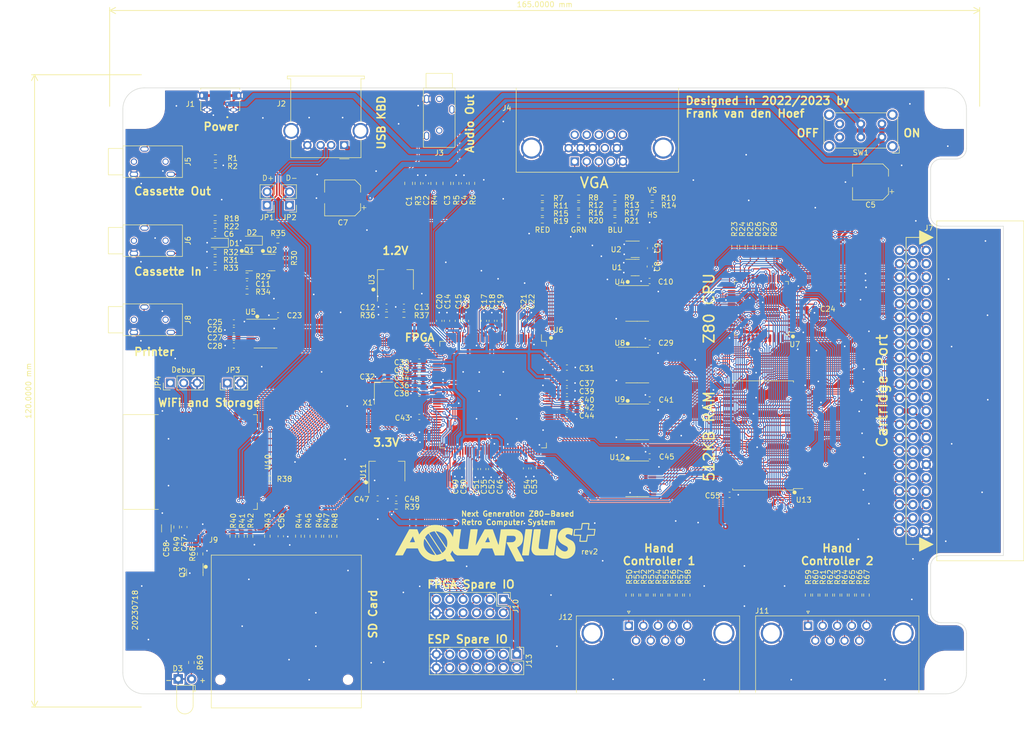
<source format=kicad_pcb>
(kicad_pcb (version 20221018) (generator pcbnew)
  (layers (0 "F.Cu" signal) (31 "B.Cu" signal) (34 "B.Paste" user) (35 "F.Paste" user) (36 "B.SilkS" user "B.Silkscreen") (37 "F.SilkS" user "F.Silkscreen") (38 "B.Mask" user) (39 "F.Mask" user) (44 "Edge.Cuts" user))
  (net 0 "")
  (net 1 "+1V2")
  (net 2 "GND")
  (net 3 "+3V3")
  (net 4 "Net-(D1-K)")
  (net 5 "+5V")
  (net 6 "Net-(Q1-C)")
  (net 7 "Net-(D2-K)")
  (net 8 "SD_WP#")
  (net 9 "FPGA_EXP0")
  (net 10 "FPGA_EXP1")
  (net 11 "FPGA_EXP2")
  (net 12 "FPGA_EXP3")
  (net 13 "FPGA_EXP4")
  (net 14 "FPGA_EXP5")
  (net 15 "FPGA_EXP6")
  (net 16 "ESP_EXP0")
  (net 17 "ESP_EXP1")
  (net 18 "ESP_EXP2")
  (net 19 "ESP_EXP3")
  (net 20 "ESP_EXP4")
  (net 21 "ESP_EXP5")
  (net 22 "ESP_EXP6")
  (net 23 "ESP_EXP7")
  (net 24 "ESP_USB_D-")
  (net 25 "ESP_USB_D+")
  (net 26 "CASSETTE_IN")
  (net 27 "Net-(Q1-E)")
  (net 28 "SPI_CS#")
  (net 29 "SD_CD")
  (net 30 "FPGA_PROG#")
  (net 31 "HC1_D04")
  (net 32 "FPGA_DONE")
  (net 33 "SPI_SCLK")
  (net 34 "HC1_D03")
  (net 35 "HC1_D05")
  (net 36 "HC1_D02")
  (net 37 "SD_MISO")
  (net 38 "SD_MOSI")
  (net 39 "SD_SSEL#")
  (net 40 "SD_SCK")
  (net 41 "CASSETTE_OUT")
  (net 42 "VGA_R3")
  (net 43 "VGA_R2")
  (net 44 "VGA_R1")
  (net 45 "VGA_R0")
  (net 46 "VGA_G3")
  (net 47 "VGA_G2")
  (net 48 "VGA_G1")
  (net 49 "VGA_G0")
  (net 50 "VGA_B3")
  (net 51 "VGA_B2")
  (net 52 "VGA_B1")
  (net 53 "VGA_B0")
  (net 54 "VGA_VSYNC")
  (net 55 "VGA_HSYNC")
  (net 56 "INT#")
  (net 57 "NMI#")
  (net 58 "BUSREQ#")
  (net 59 "BUSACK#")
  (net 60 "WAIT#")
  (net 61 "RESET#")
  (net 62 "SD_ACTIVITY")
  (net 63 "HC1_D06")
  (net 64 "HC1_D01")
  (net 65 "HC1_D07")
  (net 66 "HC1_D00")
  (net 67 "HC2_D04")
  (net 68 "HC2_D03")
  (net 69 "AUDIO_L")
  (net 70 "AUDIO_R")
  (net 71 "HC2_D05")
  (net 72 "HC2_D02")
  (net 73 "HC2_D06")
  (net 74 "HC2_D01")
  (net 75 "HC2_D07")
  (net 76 "HC2_D00")
  (net 79 "Net-(J11-Pad5)")
  (net 80 "Net-(J11-Pad9)")
  (net 81 "Net-(J11-Pad4)")
  (net 82 "Net-(J11-Pad8)")
  (net 83 "Net-(J11-Pad3)")
  (net 84 "Net-(J11-Pad7)")
  (net 85 "Net-(J11-Pad2)")
  (net 86 "Net-(J11-Pad6)")
  (net 87 "VBUS")
  (net 88 "ESP_CTS")
  (net 89 "ESP_RX")
  (net 90 "ESP_RTS")
  (net 91 "ESP_TX")
  (net 92 "PRINTER_IN")
  (net 93 "PRINTER_OUT")
  (net 94 "ESP_NOTIFY")
  (net 95 "SYSCLK")
  (net 96 "SPI_MISO")
  (net 97 "SPI_MOSI")
  (net 98 "FPGA_INT#")
  (net 99 "FPGA_WR#")
  (net 100 "FPGA_BUSREQ#")
  (net 101 "FPGA_RESET#")
  (net 102 "RAM_CE#")
  (net 103 "FPGA_BUSACK#")
  (net 104 "FPGA_PHI")
  (net 105 "FPGA_CART_CE#")
  (net 106 "FPGA_RD#")
  (net 107 "FPGA_IORQ#")
  (net 108 "FPGA_MREQ#")
  (net 109 "FPGA_D7")
  (net 110 "FPGA_D6")
  (net 111 "FPGA_D5")
  (net 112 "FPGA_D4")
  (net 113 "FPGA_D3")
  (net 114 "FPGA_D2")
  (net 115 "FPGA_D1")
  (net 116 "FPGA_D0")
  (net 117 "BA18")
  (net 118 "BA17")
  (net 119 "FPGA_A12")
  (net 120 "FPGA_A11")
  (net 121 "FPGA_A10")
  (net 122 "FPGA_A14")
  (net 123 "FPGA_A13")
  (net 124 "BA14")
  (net 125 "FPGA_A15")
  (net 126 "BA16")
  (net 127 "BA15")
  (net 128 "FPGA_A9")
  (net 129 "FPGA_A8")
  (net 130 "FPGA_A7")
  (net 131 "FPGA_A6")
  (net 132 "FPGA_A5")
  (net 133 "FPGA_A4")
  (net 134 "FPGA_A3")
  (net 135 "FPGA_A2")
  (net 136 "FPGA_A1")
  (net 137 "FPGA_A0")
  (net 138 "A9")
  (net 139 "A8")
  (net 140 "A7")
  (net 141 "A6")
  (net 142 "A5")
  (net 143 "A4")
  (net 144 "A3")
  (net 145 "A2")
  (net 146 "A1")
  (net 147 "A0")
  (net 148 "D3")
  (net 149 "D2")
  (net 150 "D1")
  (net 151 "D0")
  (net 152 "A15")
  (net 153 "A14")
  (net 154 "A13")
  (net 155 "A12")
  (net 156 "A11")
  (net 157 "A10")
  (net 158 "WR#")
  (net 159 "RD#")
  (net 160 "IORQ#")
  (net 161 "MREQ#")
  (net 162 "M1#")
  (net 163 "D7")
  (net 164 "D6")
  (net 165 "D5")
  (net 166 "D4")
  (net 167 "PHI")
  (net 168 "HALT#")
  (net 169 "RFSH#")
  (net 170 "CART_CE#")
  (net 171 "RAM_WE#")
  (net 173 "Net-(J11-Pad1)")
  (net 174 "HC1_D08")
  (net 175 "HC2_D08")
  (net 176 "FPGA_EXP7")
  (net 177 "FPGA_EXP8")
  (net 178 "FPGA_EXP9")
  (net 179 "ESP_EXP8")
  (net 180 "ESP_EXP10")
  (net 181 "ESP_EXP9")
  (net 182 "Net-(C1-Pad1)")
  (net 183 "Net-(C1-Pad2)")
  (net 184 "Net-(C3-Pad1)")
  (net 185 "Net-(C3-Pad2)")
  (net 186 "Net-(C6-Pad1)")
  (net 187 "Net-(C11-Pad2)")
  (net 188 "Net-(U3-VI)")
  (net 189 "Net-(U5-C1+)")
  (net 190 "Net-(U5-C1-)")
  (net 191 "Net-(U5-V+)")
  (net 192 "Net-(U5-C2+)")
  (net 193 "Net-(U5-C2-)")
  (net 194 "Net-(U5-V-)")
  (net 195 "Net-(U11-VI)")
  (net 196 "Net-(U10-EN)")
  (net 197 "Net-(D3-A)")
  (net 198 "/USB_D+")
  (net 200 "Net-(J4-Pad1)")
  (net 201 "Net-(J4-Pad2)")
  (net 202 "Net-(J4-Pad3)")
  (net 207 "Net-(J4-Pad13)")
  (net 208 "Net-(J4-Pad14)")
  (net 210 "Net-(J5-PadR)")
  (net 211 "Net-(J6-PadR)")
  (net 212 "Net-(J6-PadT)")
  (net 213 "unconnected-(J7-Pin_1-Pad1)")
  (net 214 "Net-(U5-RIN)")
  (net 215 "Net-(U5-DOUT)")
  (net 216 "Net-(J9-CD{slash}DAT3)")
  (net 217 "Net-(J9-CMD)")
  (net 218 "Net-(J9-CLK)")
  (net 219 "Net-(J9-DAT0)")
  (net 220 "Net-(J9-DAT1)")
  (net 221 "Net-(J9-DAT2)")
  (net 222 "Net-(J9-WRITE_PROTECT)")
  (net 223 "Net-(J12-Pad1)")
  (net 224 "Net-(J12-Pad2)")
  (net 225 "Net-(J12-Pad3)")
  (net 226 "Net-(J12-Pad4)")
  (net 227 "Net-(J12-Pad5)")
  (net 228 "Net-(J12-Pad6)")
  (net 229 "Net-(J12-Pad7)")
  (net 230 "Net-(J12-Pad8)")
  (net 231 "Net-(J12-Pad9)")
  (net 232 "Net-(JP3-A)")
  (net 233 "Net-(JP4-Pin_1)")
  (net 234 "Net-(JP4-Pin_2)")
  (net 235 "Net-(U6-B2_IO_CCLK)")
  (net 245 "/USB_D-")
  (footprint "Capacitor_SMD:C_0603_1608Metric" (layer "F.Cu") (at 140.997 79.2062 90)
    (fp_text reference "C21")
    (fp_text value "4.7uF")
  )
  (footprint "Resistor_SMD:R_0603_1608Metric" (layer "F.Cu") (at 204.645 131.255 90)
    (fp_text reference "R66")
    (fp_text value "100")
  )
  (footprint "aquarius-plus:CR22A-44D-2.54DSA(70)" (layer "F.Cu") (at 217.365 92.5 -90)
    (fp_text reference "J7")
    (fp_text value "Expansion port")
  )
  (footprint "Resistor_SMD:R_0603_1608Metric" (layer "F.Cu") (at 182.4975 65.0631 -90)
    (fp_text reference "R24")
    (fp_text value "1k")
  )
  (footprint "Resistor_SMD:R_0603_1608Metric" (layer "F.Cu") (at 75.2 118.35 90)
    (fp_text reference "R49")
    (fp_text value "10k")
  )
  (footprint "Package_SO:TSSOP-16_4.4x5mm_P0.65mm" (layer "F.Cu") (at 92.0567 81.6367)
    (fp_text reference "U5")
    (fp_text value "MAX3221ECPWR")
  )
  (footprint "Package_SO:SSOP-32_11.305x20.495mm_P1.27mm" (layer "F.Cu") (at 186.4227 100.965 180)
    (fp_text reference "U13")
    (fp_text value "IS61C5128AS-25QLI")
  )
  (footprint "Connector_PinHeader_2.54mm:PinHeader_1x02_P2.54mm_Vertical" (layer "F.Cu") (at 84.8042 91.007 90)
    (fp_text reference "JP3")
    (fp_text value "Bootloader")
  )
  (footprint "Resistor_SMD:R_0603_1608Metric" (layer "F.Cu") (at 103.6117 120.0982 -90)
    (fp_text reference "R47")
    (fp_text value "10k")
  )
  (footprint "Resistor_SMD:R_0603_1608Metric" (layer "F.Cu") (at 165.1 131.255 90)
    (fp_text reference "R53")
    (fp_text value "100")
  )
  (footprint "aquarius-plus:aqplus_logo" (layer "F.Cu") (at 135.599907 121.22734)
    (fp_text reference "#G1" hide)
    (fp_text value "LOGO" hide)
  )
  (footprint "Resistor_SMD:R_0603_1608Metric" (layer "F.Cu") (at 151.4345 60.1201)
    (fp_text reference "R20")
    (fp_text value "4300")
  )
  (footprint "Resistor_SMD:R_0603_1608Metric" (layer "F.Cu") (at 158.3193 57.282)
    (fp_text reference "R13")
    (fp_text value "1070")
  )
  (footprint "Capacitor_SMD:C_0603_1608Metric" (layer "F.Cu") (at 136.35 107.3375 -90)
    (fp_text reference "C46")
    (fp_text value "100nF")
  )
  (footprint "Connector_Dsub:DSUB-9_Male_Horizontal_P2.77x2.84mm_EdgePinOffset9.90mm_Housed_MountingHolesOffset11.32mm" (layer "F.Cu") (at 194.95 137.0697)
    (fp_text reference "J11")
    (fp_text value "Hand controller 2")
  )
  (footprint "Resistor_SMD:R_0603_1608Metric" (layer "F.Cu") (at 201.875 131.255 90)
    (fp_text reference "R64")
    (fp_text value "100")
  )
  (footprint "Resistor_SMD:R_0603_1608Metric" (layer "F.Cu") (at 166.49 131.255 90)
    (fp_text reference "R54")
    (fp_text value "100")
  )
  (footprint "Capacitor_SMD:C_0603_1608Metric" (layer "F.Cu") (at 129.6994 53.1238 90)
    (fp_text reference "C4")
    (fp_text value "100nF")
  )
  (footprint "Package_TO_SOT_SMD:SOT-223-3_TabPin2" (layer "F.Cu") (at 116.693327 71.4 90)
    (fp_text reference "U3")
    (fp_text value "LD1117S12")
  )
  (footprint "Capacitor_SMD:C_0603_1608Metric" (layer "F.Cu") (at 134.85 107.3375 -90)
    (fp_text reference "C52")
    (fp_text value "100nF")
  )
  (footprint "Resistor_SMD:R_0603_1608Metric" (layer "F.Cu") (at 102.1503 120.0975 -90)
    (fp_text reference "R46")
    (fp_text value "100")
  )
  (footprint "Package_QFP:TQFP-144_20x20mm_P0.5mm" (layer "F.Cu") (at 135.22 93.2125 -90)
    (fp_text reference "U6")
    (fp_text value "XC6SLX9-2TQG144C")
  )
  (footprint "MountingHole:MountingHole_3.2mm_M3" (layer "F.Cu") (at 221 146)
    (fp_text reference "H4" hide)
    (fp_text value "MountingHole")
  )
  (footprint "Resistor_SMD:R_0603_1608Metric" (layer "F.Cu") (at 144.5636 58.7167)
    (fp_text reference "R15")
    (fp_text value "2150")
  )
  (footprint "MountingHole:MountingHole_3.2mm_M3" (layer "F.Cu") (at 69 146)
    (fp_text reference "H3" hide)
    (fp_text value "MountingHole")
  )
  (footprint "Resistor_SMD:R_0603_1608Metric" (layer "F.Cu") (at 184 65.0631 -90)
    (fp_text reference "R25")
    (fp_text value "1k")
  )
  (footprint "Connector_PinHeader_2.54mm:PinHeader_1x02_P2.54mm_Vertical" (layer "F.Cu") (at 92.3492 57.251 180)
    (fp_text reference "JP1")
    (fp_text value "USB")
  )
  (footprint "Resistor_SMD:R_0603_1608Metric" (layer "F.Cu") (at 194.95 131.255 90)
    (fp_text reference "R59")
    (fp_text value "100")
  )
  (footprint "Capacitor_SMD:C_0603_1608Metric" (layer "F.Cu") (at 113.325 112.9256 180)
    (fp_text reference "C47")
    (fp_text value "4.7uF")
  )
  (footprint "Capacitor_SMD:C_0603_1608Metric" (layer "F.Cu") (at 133.35 107.35 -90)
    (fp_text reference "C35")
    (fp_text value "4.7uF")
  )
  (footprint "Capacitor_SMD:C_0603_1608Metric" (layer "F.Cu") (at 180.0718 112.226)
    (fp_text reference "C55")
    (fp_text value "100nF")
  )
  (footprint "Capacitor_SMD:C_0603_1608Metric" (layer "F.Cu") (at 125 79.2088 90)
    (fp_text reference "C20")
    (fp_text value "4.7uF")
  )
  (footprint "Capacitor_SMD:C_0805_2012Metric" (layer "F.Cu") (at 126.4494 53.1238 90)
    (fp_text reference "C3")
    (fp_text value "10uF")
  )
  (footprint "Resistor_SMD:R_0603_1608Metric" (layer "F.Cu") (at 181 65.0631 -90)
    (fp_text reference "R23")
    (fp_text value "1k")
  )
  (footprint "Resistor_SMD:R_0603_1608Metric" (layer "F.Cu") (at 82.5 61.2)
    (fp_text reference "R22")
    (fp_text value "4.7k")
  )
  (footprint "Package_TO_SOT_SMD:SOT-23" (layer "F.Cu") (at 93.2375 68.15)
    (fp_text reference "Q2")
    (fp_text value "BC847C")
  )
  (footprint "Capacitor_SMD:C_0603_1608Metric" (layer "F.Cu") (at 136.47 79.2125 90)
    (fp_text reference "C19")
    (fp_text value "100nF")
  )
  (footprint "Resistor_SMD:R_0603_1608Metric" (layer "F.Cu") (at 123.9457 53.1323 90)
    (fp_text reference "R4")
    (fp_text value "330")
  )
  (footprint "Resistor_SMD:R_0603_1608Metric" (layer "F.Cu") (at 82.55 48.2027 180)
    (fp_text reference "R1")
    (fp_text value "10k")
  )
  (footprint "aquarius-plus:C2939180" (layer "F.Cu") (at 70 64 90)
    (fp_text reference "J6")
    (fp_text value "Cassette in")
  )
  (footprint "Connector_PinHeader_2.54mm:PinHeader_2x06_P2.54mm_Vertical" (layer "F.Cu") (at 137.16 132.08 -90)
    (fp_text reference "J10")
    (fp_text value "FPGA spare")
  )
  (footprint "Resistor_SMD:R_0603_1608Metric" (layer "F.Cu") (at 82.5 59.69)
    (fp_text reference "R18")
    (fp_text value "4.7k")
  )
  (footprint "Capacitor_SMD:C_0603_1608Metric" (layer "F.Cu") (at 94.9549 120.0964 90)
    (fp_text reference "C56")
    (fp_text value "4.7uF")
  )
  (footprint "Capacitor_SMD:C_0603_1608Metric" (layer "F.Cu") (at 116.85 112.9256 180)
    (fp_text reference "C48")
    (fp_text value "4.7uF")
  )
  (footprint "Resistor_SMD:R_0603_1608Metric" (layer "F.Cu") (at 172.03 131.255 90)
    (fp_text reference "R58")
    (fp_text value "100")
  )
  (footprint "Capacitor_SMD:C_0603_1608Metric" (layer "F.Cu") (at 164.91 104.9414 180)
    (fp_text reference "C45")
    (fp_text value "100nF")
  )
  (footprint "Fiducial:Fiducial_1mm_Mask2mm" (layer "F.Cu") (at 75 41)
    (fp_text reference "FID1" hide)
    (fp_text value "Fiducial")
  )
  (footprint "Resistor_SMD:R_0603_1608Metric" (layer "F.Cu") (at 170.645 131.255 90)
    (fp_text reference "R57")
    (fp_text value "100")
  )
  (footprint "Resistor_SMD:R_0603_1608Metric" (layer "F.Cu") (at 82.5 69.1)
    (fp_text reference "R33")
    (fp_text value "220")
  )
  (footprint "Capacitor_SMD:C_0603_1608Metric" (layer "F.Cu") (at 86.0544 79.5101 180)
    (fp_text reference "C25")
    (fp_text value "100nF")
  )
  (footprint "Button_Switch_THT:SW_E-Switch_EG2219_DPDT_Angled" (layer "F.Cu") (at 208.9575 44.3325 180)
    (fp_text reference "SW1")
    (fp_text value "SW_DPDT_x2")
  )
  (footprint "Capacitor_SMD:C_0603_1608Metric" (layer "F.Cu") (at 86.0506 80.9626 180)
    (fp_text reference "C26")
    (fp_text value "100nF")
  )
  (footprint "Resistor_SMD:R_0603_1608Metric" (layer "F.Cu") (at 165.4063 57.2791)
    (fp_text reference "R14")
    (fp_text value "820")
  )
  (footprint "Resistor_SMD:R_0603_1608Metric" (layer "F.Cu") (at 116.85 114.4256)
    (fp_text reference "R39")
    (fp_text value "1")
  )
  (footprint "Resistor_SMD:R_0603_1608Metric" (layer "F.Cu") (at 158.3193 55.8649)
    (fp_text reference "R9")
    (fp_text value "536")
  )
  (footprint "Capacitor_SMD:C_0603_1608Metric" (layer "F.Cu") (at 164.91 94.1314 180)
    (fp_text reference "C41")
    (fp_text value "100nF")
  )
  (footprint "Resistor_SMD:R_0603_1608Metric" (layer "F.Cu") (at 98.2829 120.079 -90)
    (fp_text reference "R44")
    (fp_text value "10k")
  )
  (footprint "Capacitor_SMD:C_0603_1608Metric" (layer "F.Cu") (at 121.22 86.9625 180)
    (fp_text reference "C30")
    (fp_text value "100nF")
  )
  (footprint "Resistor_SMD:R_0603_1608Metric" (layer "F.Cu") (at 120.9494 53.1238 -90)
    (fp_text reference "R3")
    (fp_text value "150")
  )
  (footprint "Capacitor_SMD:C_0603_1608Metric" (layer "F.Cu") (at 128.55 79.2125 90)
    (fp_text reference "C15")
    (fp_text value "100nF")
  )
  (footprint "Resistor_SMD:R_0603_1608Metric" (layer "F.Cu") (at 144.5636 57.2983)
    (fp_text reference "R11")
    (fp_text value "1070")
  )
  (footprint "Connector_PinHeader_2.54mm:PinHeader_1x03_P2.54mm_Vertical" (layer "F.Cu") (at 74 91 90)
    (fp_text reference "JP4")
    (fp_text value "DBG")
  )
  (footprint "Capacitor_SMD:C_0603_1608Metric" (layer "F.Cu") (at 149.22 94.100002)
    (fp_text reference "C40")
    (fp_text value "100nF")
  )
  (footprint "Resistor_SMD:R_0603_1608Metric" (layer "F.Cu") (at 88.55 73.65)
    (fp_text reference "R34")
    (fp_text value "2.2k")
  )
  (footprint "aquarius-plus:AMPHENOL_10118194-0001LF" (layer "F.Cu") (at 83.467152 36.459469 180)
    (fp_text reference "J1")
    (fp_text value "Power in")
  )
  (footprint "Resistor_SMD:R_0603_1608Metric" (layer "F.Cu") (at 85.8358 120.0966 90)
    (fp_text reference "R40")
    (fp_text value "10k")
  )
  (footprint "Resistor_SMD:R_0603_1608Metric" (layer "F.Cu") (at 187 65.05 -90)
    (fp_text reference "R27")
    (fp_text value "1k")
  )
  (footprint "Package_TO_SOT_SMD:SOT-223-3_TabPin2" (layer "F.Cu") (at 115.0775 107.7756 90)
    (fp_text reference "U11")
    (fp_text value "LDL1117S33R")
  )
  (footprint "Capacitor_SMD:C_0603_1608Metric" (layer "F.Cu") (at 121.208 88.4764 180)
    (fp_text reference "C33")
    (fp_text value "4.7uF")
  )
  (footprint "Resistor_SMD:R_0603_1608Metric" (layer "F.Cu") (at 151.4334 58.697)
    (fp_text reference "R16")
    (fp_text value "2150")
  )
  (footprint "Capacitor_SMD:C_0603_1608Metric" (layer "F.Cu") (at 164.91 83.3514 180)
    (fp_text reference "C29")
    (fp_text value "100nF")
  )
  (footprint "Resistor_SMD:R_0603_1608Metric" (layer "F.Cu") (at 82.5 67.6 180)
    (fp_text reference "R31")
    (fp_text value "220k")
  )
  (footprint "Connector_PinHeader_2.54mm:PinHeader_2x07_P2.54mm_Vertical" (layer "F.Cu") (at 139.7 142.5 -90)
    (fp_text reference "J13")
    (fp_text value "ESP32 spare")
  )
  (footprint "Connector_PinHeader_2.54mm:PinHeader_1x02_P2.54mm_Vertical" (layer "F.Cu") (at 96.5892 57.251 180)
    (fp_text reference "JP2")
    (fp_text value "USB")
  )
  (footprint "Capacitor_SMD:C_0603_1608Metric" (layer "F.Cu") (at 149.225 95.6)
    (fp_text reference "C42")
    (fp_text value "100nF")
  )
  (footprint "aquarius-plus:C2939180" (layer "F.Cu") (at 70 79 90)
    (fp_text reference "J8")
    (fp_text value "Printer")
  )
  (footprint "Package_TO_SOT_SMD:SOT-23" (layer "F.Cu") (at 88.95 68.15)
    (fp_text reference "Q1")
    (fp_text value "BC847C")
  )
  (footprint "Resistor_SMD:R_0603_1608Metric" (layer "F.Cu") (at 158.3155 58.693)
    (fp_text reference "R17")
    (fp_text value "2150")
  )
  (footprint "Capacitor_SMD:C_0603_1608Metric" (layer "F.Cu") (at 127.97 107.2125 -90)
    (fp_text reference "C49")
    (fp_text value "100nF")
  )
  (footprint "Resistor_SMD:R_0603_1608Metric" (layer "F.Cu") (at 158.3193 60.1281)
    (fp_text reference "R21")
    (fp_text value "4300")
  )
  (footprint "Resistor_SMD:R_0603_1608Metric" (layer "F.Cu") (at 162.335 131.255 90)
    (fp_text reference "R51")
    (fp_text value "100")
  )
  (footprint "Fiducial:Fiducial_1mm_Mask2mm" (layer "F.Cu") (at 75 143)
    (fp_text reference "FID3" hide)
    (fp_text value "Fiducial")
  )
  (footprint "Resistor_SMD:R_0603_1608Metric" (layer "F.Cu") (at 115.006627 78.0493)
    (fp_text reference "R36")
    (fp_text value "100")
  )
  (footprint "Capacitor_SMD:C_0603_1608Metric" (layer "F.Cu") (at 76.6597 118.3504 -90)
    (fp_text reference "C57")
    (fp_text value "100nF")
  )
  (footprint "Resistor_SMD:R_0603_1608Metric" (layer "F.Cu") (at 196.335 131.255 90)
    (fp_text reference "R60")
    (fp_text value "100")
  )
  (footprint "Resistor_SMD:R_0603_1608Metric" (layer "F.Cu") (at 79.65 123.45 90)
    (fp_text reference "R68")
    (fp_text value "10k" hide)
  )
  (footprint "Resistor_SMD:R_0603_1608Metric" (layer "F.Cu") (at 82.5 66.1)
    (fp_text reference "R32")
    (fp_text value "47k")
  )
  (footprint "Resistor_SMD:R_0603_1608Metric" (layer "F.Cu") (at 78 144.05 -90)
    (fp_text reference "R69")
    (fp_text value "220")
  )
  (footprint "aquarius-plus:TF-03A" (layer "F.Cu") (at 96 123.67)
    (fp_text reference "J9")
    (fp_text value "TF-03A")
  )
  (footprint "Package_TO_SOT_SMD:SOT-23-5" (layer "F.Cu") (at 162.172774 65.636262)
    (fp_text reference "U2")
    (fp_text value "SN74AHCT1G125DBVR")
  )
  (footprint "Resistor_SMD:R_0603_1608Metric" (layer "F.Cu") (at 169.26 131.255 90)
    (fp_text reference "R56")
    (fp_text value "100")
  )
  (footprint "Resistor_SMD:R_0603_1608Metric" (layer "F.Cu") (at 92.411 120.0826 -90)
    (fp_text reference "R43")
    (fp_text value "100")
  )
  (footprint "Capacitor_SMD:C_0603_1608Metric" (layer "F.Cu") (at 195.3963 76.8714)
    (fp_text reference "C24")
    (fp_text value "100nF")
  )
  (footprint "Resistor_SMD:R_0603_1608Metric" (layer "F.Cu") (at 185.5 65.0631 -90)
    (fp_text reference "R26")
    (fp_text value "1k")
  )
  (footprint "Package_QFP:LQFP-44_10x10mm_P0.8mm" (layer "F.Cu") (at 186.1075 76.8481 180)
    (fp_text reference "U7")
    (fp_text value "Z84C0010AEG")
  )
  (footprint "Resistor_SMD:R_0603_1608Metric" (layer "F.Cu") (at 94.4 63.95)
    (fp_text reference "R35")
    (fp_text value "47k")
  )
  (footprint "aquarius-plus:ICD15S13E4GV00LF" (layer "F.Cu") (at 155 35 180)
    (fp_text reference "J4")
    (fp_text value "VGA")
  )
  (footprint "Package_SO:TSSOP-20_4.4x6.5mm_P0.65mm" (layer "F.Cu") (at 162.5466 75.905)
    (fp_text reference "U4")
    (fp_text value "SN74CB3T3245PWR")
  )
  (footprint "Capacitor_SMD:C_0603_1608Metric" (layer "F.Cu") (at 149.22 91.0125)
    (fp_text reference "C37")
    (fp_text value "100nF")
  )
  (footprint "Capacitor_SMD:C_0603_1608Metric" (layer "F.Cu") (at 149.22 92.5125)
    (fp_text reference "C39")
    (fp_text value "100nF")
  )
  (footprint "Resistor_SMD:R_0603_1608Metric" (layer "F.Cu") (at 203.26 131.255 90)
    (fp_text reference "R65")
    (fp_text value "100")
  )
  (footprint "Resistor_SMD:R_0603_1608Metric" (layer "F.Cu") (at 131.2066 53.1184 90)
    (fp_text reference "R6")
    (fp_text value "330")
  )
  (footprint "Connector_USB:USB_A_Molex_67643_Horizontal" (layer "F.Cu") (at 107 45.86 180)
    (fp_text reference "J2")
    (fp_text value "ESP USB Host")
  )
  (footprint "MountingHole:MountingHole_3.2mm_M3" (layer "F.Cu") (at 69 39)
    (fp_text reference "H1" hide)
    (fp_text value "MountingHole")
  )
  (footprint "Package_SO:TSSOP-20_4.4x6.5mm_P0.65mm" (layer "F.Cu") (at 162.56 98.3814)
    (fp_text reference "U9")
    (fp_text value "SN74CB3T3245PWR")
  )
  (footprint "Resistor_SMD:R_0603_1608Metric" (layer "F.Cu") (at 199.105 131.255 90)
    (fp_text reference "R62")
    (fp_text value "100")
  )
  (footprint "Resistor_SMD:R_0603_1608Metric" (layer "F.Cu") (at 197.72 131.255 90)
    (fp_text reference "R61")
    (fp_text value "100")
  )
  (footprint "Resistor_SMD:R_0603_1608Metric" (layer "F.Cu") (at 99.9811 120.0926 -90)
    (fp_text reference "R45")
    (fp_text value "100")
  )
  (footprint "Capacitor_SMD:C_0603_1608Metric" (layer "F.Cu") (at 126.47 79.2125 90)
    (fp_text reference "C14")
    (fp_text value "100nF")
  )
  (footprint "Capacitor_SMD:C_0603_1608Metric" (layer "F.Cu") (at 121.22 97.4625 180)
    (fp_text reference "C43")
    (fp_text value "100nF")
  )
  (footprint "Capacitor_SMD:C_0603_1608Metric" (layer "F.Cu") (at 131.85 107.3375 -90)
    (fp_text reference "C51")
    (fp_text value "100nF")
  )
  (footprint "LED_THT:LED_D3.0mm_Horizontal_O1.27mm_Z2.0mm" (layer "F.Cu") (at 75.5 147.175)
    (fp_text reference "D3")
    (fp_text value "SD act.")
  )
  (footprint "Package_SO:TSSOP-20_4.4x6.5mm_P0.65mm" (layer "F.Cu") (at 162.56 87.6014)
    (fp_text reference "U8")
    (fp_text value "SN74CB3T3245PWR")
  )
  (footprint "Resistor_SMD:R_0603_1608Metric" (layer "F.Cu") (at 151.4345 57.2739)
    (fp_text reference "R12")
    (fp_text value "1070")
  )
  (footprint "Resistor_SMD:R_0603_1608Metric" (layer "F.Cu") (at 144.5636 60.135)
    (fp_text reference "R19")
    (fp_text value "4300")
  )
  (footprint "Capacitor_SMD:C_0603_1608Metric" (layer "F.Cu") (at 86.0506 82.4218 180)
    (fp_text reference "C27")
    (fp_text value "100nF")
  )
  (footprint "Resistor_SMD:R_0603_1608Metric" (layer "F.Cu") (at 128.1994 53.1238 -90)
    (fp_text reference "R5")
    (fp_text value "150")
  )
  (footprint "Capacitor_SMD:C_0603_1608Metric" (layer "F.Cu") (at 82.5 62.7)
    (fp_text reference "C6")
    (fp_text value "100nF")
  )
  (footprint "MountingHole:MountingHole_3.2mm_M3" (layer "F.Cu") (at 221 39)
    (fp_text reference "H2" hide)
    (fp_text value "MountingHole")
  )
  (footprint "Resistor_SMD:R_0603_1608Metric" (layer "F.Cu") (at 82.55 49.7027 180)
    (fp_text reference "R2")
    (fp_text value "100")
  )
  (footprint "Capacitor_SMD:C_0603_1608Metric" (layer "F.Cu") (at 121.22 91.4625 180)
    (fp_text reference "C36")
    (fp_text value "100nF")
  )
  (footprint "Capacitor_SMD:C_0603_1608Metric" (layer "F.Cu") (at 164.8966 71.655 180)
    (fp_text reference "C10")
    (fp_text value "100nF")
  )
  (footprint "Capacitor_SMD:CP_Elec_6.3x7.7" (layer "F.Cu") (at 106.68 55.88 180)
    (fp_text reference "C7")
    (fp_text value "100uF")
  )
  (footprint "Capacitor_SMD:C_0603_1608Metric" (layer "F.Cu") (at 94.427 78.1399 180)
    (fp_text reference "C23")
    (fp_text value "4.7uF")
  )
  (footprint "Capacitor_SMD:C_0603_1608Metric" (layer "F.Cu") (at 122.4494 53.1238 90)
    (fp_text reference "C2")
    (fp_text value "100nF")
  )
  (footprint "Diode_SMD:D_SOD-323_HandSoldering" (layer "F.Cu") (at 89.45 64 180)
    (fp_text reference "D2")
    (fp_text value "1N4148WS")
  )
  (footprint "Oscillator:Oscillator_SMD_SeikoEpson_SG8002CE-4Pin_3.2x2.5mm" (layer "F.Cu") (at 114.45 92.95 -90)
    (fp_text reference "X1")
    (fp_text value "SX3M14.31818M20F30TNN")
  )
  (footprint "Capacitor_SMD:C_0603_1608Metric" (layer "F.Cu") (at 149.2212 88.0906)
    (fp_text reference "C31")
    (fp_text value "100nF")
  )
  (footprint "Capacitor_SMD:C_0603_1608Metric" (layer "F.Cu") (at 142.95 107.218 -90)
    (fp_text reference "C53")
    (fp_text value "4.7uF")
  )
  (footprint "Capacitor_SMD:C_0603_1608Metric" (layer "F.Cu") (at 130.05 79.2125 90)
    (fp_text reference "C16")
    (fp_text value "100nF")
  )
  (footprint "Capacitor_SMD:C_0603_1608Metric" (layer "F.Cu") (at 121.2201 92.9912 180)
    (fp_text reference "C38")
    (fp_text value "100nF")
  )
  (footprint "Capacitor_SMD:C_0603_1608Metric" (layer "F.Cu") (at 88.55 72.15 180)
    (fp_text reference "C11")
    (fp_text value "4.7uF")
  )
  (footprint "Package_SO:TSSOP-20_4.4x6.5mm_P0.65mm" (layer "F.Cu") (at 162.56 109.1914)
    (fp_text reference "U12")
    (fp_text value "SN74CB3T3245PWR")
  )
  (footprint "Capacitor_SMD:C_1206_3216Metric" (layer "F.Cu") (at 73.25 118.6 -90)
    (fp_text reference "C58")
    (fp_text value "22uF")
  )
  (footprint "Capacitor_SMD:C_0603_1608Metric" (layer "F.Cu") (at 86.0544 83.8879 180)
    (fp_text reference "C28")
    (fp_text value "100nF")
  )
  (footprint "Capacitor_SMD:C_0603_1608Metric" (layer "F.Cu") (at 165.003774 65.420562 -90)
    (fp_text reference "C9")
    (fp_text value "100nF")
  )
  (footprint "aquarius-plus:C2939180" (layer "F.Cu") (at 125 40)
    (fp_text reference "J3")
    (fp_text value "Audio out")
  )
  (footprint "Resistor_SMD:R_0603_1608Metric" (layer "F.Cu") (at 89.1307 120.0917 -90)
    (fp_text reference "R42")
    (fp_text value "10k")
  )
  (footprint "Capacitor_SMD:C_0603_1608Metric" (layer "F.Cu") (at 114.55 89.82 180)
    (fp_text reference "C32")
    (fp_text value "100nF")
  )
  (footprint "Capacitor_SMD:C_0603_1608Metric" (layer "F.Cu") (at 118.306627 76.5493 180)
    (fp_text reference "C13")
    (fp_text value "4.7uF")
  )
  (footprint "Resistor_SMD:R_0603_1608Metric" (layer "F.Cu") (at 160.95 131.255 90)
    (fp_text reference "R50")
    (fp_text value "100")
  )
  (footprint "Capacitor_SMD:C_0603_1608Metric" (layer "F.Cu") (at 129.4261 107.2103 -90)
    (fp_text reference "C50")
    (fp_text value "4.7uF")
  )
  (footprint "Resistor_SMD:R_0603_1608Metric" (layer "F.Cu") (at 95.95 67.3 90)
    (fp_text reference "R30")
    (fp_text value "4.7k")
  )
  (footprint "Connector_Dsub:DSUB-9_Male_Horizontal_P2.77x2.84mm_EdgePinOffset9.90mm_Housed_MountingHolesOffset11.32mm" (layer "F.Cu") (at 160.95 137.0697)
    (fp_text reference "J12")
    (fp_text value "Hand controller 1")
  )
  (footprint "Resistor_SMD:R_0603_1608Metric" (layer "F.Cu") (at 118.306627 78.0493)
    (fp_text reference "R37")
    (fp_text value "1")
  )
  (footprint "Resistor_SMD:R_0603_1608Metric" (layer "F.Cu") (at 144.5636 55.88)
    (fp_text reference "R7")
    (fp_text value "536")
  )
  (footprint "Resistor_SMD:R_0603_1608Metric" (layer "F.Cu") (at 165.4045 55.866)
    (fp_text reference "R10")
    (fp_text value "820")
  )
  (footprint "aquarius-plus:ESP32-S2-SOLO-N4R2" (layer "F.Cu") (at 65 106 90)
    (fp_text reference "U10")
    (fp_text value "ESP32-S3-WROOM-1-N4R2")
  )
  (footprint "Resistor_SMD:R_0603_1608Metric" (layer "F.Cu") (at 167.875 131.255 90)
    (fp_text reference "R55")
    (fp_text value "100")
  )
  (footprint "Capacitor_SMD:C_0603_1608Metric" (layer "F.Cu") (at 115.006627 76.5493 180)
    (fp_text reference "C12")
    (fp_text value "4.7uF")
  )
  (footprint "Capacitor_SMD:C_0603_1608Metric" (layer "F.Cu") (at 141.47 107.2125 -90)
    (fp_text reference "C54")
    (fp_text value "100nF")
  )
  (footprint "Capacitor_SMD:C_0603_1608Metric" (layer "F.Cu") (at 142.47 79.2125 90)
    (fp_text reference "C22")
    (fp_text value "100nF")
  )
  (footprint "Package_TO_SOT_SMD:SOT-23" (layer "F.Cu") (at 78.65 126.95 -90)
    (fp_text reference "Q3")
    (fp_text value "2N7002")
  )
  (footprint "Resistor_SMD:R_0603_1608Metric" (layer "F.Cu") (at 188.5 65.0631 -90)
    (fp_text reference "R28")
    (fp_text value "1k")
  )
  (footprint "Resistor_SMD:R_0603_1608Metric" (layer "F.Cu") (at 163.72 131.255 90)
    (fp_text reference "R52")
    (fp_text value "100")
  )
  (footprint "Capacitor_SMD:C_0603_1608Metric" (layer "F.Cu") (at 164.95 68.9 -90)
    (fp_text reference "C8")
    (fp_text value "100nF")
  )
  (footprint "aquarius-plus:C2939180" (layer "F.Cu") (at 70 49 90)
    (fp_text reference "J5")
    (fp_text value "Cassette out")
  )
  (footprint "Capacitor_SMD:C_0805_2012Metric" (layer "F.Cu") (at 119.1994 53.1238 90)
    (fp_text reference "C1")
    (fp_text value "10uF")
  )
  (footprint "Resistor_SMD:R_0603_1608Metric" (layer "F.Cu") (at 105.0683 120.0975 90)
    (fp_text reference "R48")
    (fp_text value "10k")
  )
  (footprint "Capacitor_SMD:C_0603_1608Metric" (layer "F.Cu") (at 149.2238 97.0583)
    (fp_text reference "C44")
    (fp_text value "4.7uF")
  )
  (footprint "Resistor_SMD:R_0603_1608Metric" (layer "F.Cu") (at 206.03 131.255 90)
    (fp_text reference "R67")
    (fp_text value "100")
  )
  (footprint "Capacitor_SMD:C_0603_1608Metric" (layer "F.Cu") (at 121.2041 89.9832 180)
    (fp_text reference "C34")
    (fp_text value "4.7uF")
  )
  (footprint "Resistor_SMD:R_0603_1608Metric" (layer "F.Cu") (at 200.49 131.255 90)
    (fp_text reference "R63")
    (fp_text value "100")
  )
  (footprint "Resistor_SMD:R_0603_1608Metric" (layer "F.Cu") (at 87.5053 120.0941 -90)
    (fp_text reference "R41")
    (fp_text value "100")
  )
  (footprint "Resistor_SMD:R_0603_1608Metric" (layer "F.Cu") (at 88.55 70.65 180)
    (fp_text reference "R29")
    (fp_text value "4.7k")
  )
  (footprint "Capacitor_SMD:CP_Elec_6.3x7.7" (layer "F.Cu") (at 206.8 52.85 180)
    (fp_text reference "C5")
    (fp_text value "100uF")
  )
  (footprint "Resistor_SMD:R_0603_1608Metric" (layer "F.Cu") (at 151.4345 55.8629)
    (fp_text reference "R8")
    (fp_text value "536")
  )
  (footprint "Fiducial:Fiducial_1mm_Mask2mm" (layer "F.Cu") (at 215 41)
    (fp_text reference "FID2" hide)
    (fp_text value "Fiducial")
  )
  (footprint "Package_TO_SOT_SMD:SOT-23-5" (layer "F.Cu") (at 162.1625 69.1)
    (fp_text reference "U1")
    (fp_text value "SN74AHCT1G125DBVR")
  )
  (footprint "Capacitor_SMD:C_0603_1608Metric" (layer "F.Cu") (at 133.47 79.2125 90)
    (fp_text reference "C17")
    (fp_text value "100nF")
  )
  (footprint "Resistor_SMD:R_0603_1608Metric" (layer "F.Cu") (at 92.85 109.15)
    (fp_text reference "R38")
    (fp_text value "220")
  )
  (footprint "Capacitor_SMD:C_0603_1608Metric" (layer "F.Cu") (at 134.97 79.2125 90)
    (fp_text reference "C18")
    (fp_text value "100nF")
  )
  (footprint "Diode_SMD:D_SOD-323_HandSoldering" (layer "F.Cu") (at 83 64.4 180)
    (fp_text reference "D1")
    (fp_text value "1N4148WS")
  )
  (gr_circle (center 111.142223 109.879875) (end 111.442223 109.879875) (stroke (width 0.15)) (fill solid) (layer "F.SilkS"))
  (gr_line (start 213.552138 121.635962) (end 213.547217 63.386518) (stroke (width 0.15)) (layer "F.SilkS"))
  (gr_circle (center 87.562938 65.930888) (end 87.862938 65.930888) (stroke (width 0.15)) (fill solid) (layer "F.SilkS"))
  (gr_circle (center 80.718128 125.890806) (end 81.018128 125.890806) (stroke (width 0.15)) (fill solid) (layer "F.SilkS"))
  (gr_poly (pts (xy 218.627239 121.637802) (xy 216.087239 122.907802) (xy 216.087239 120.367802)) (stroke (width 0.15)) (fill solid) (layer "F.SilkS"))
  (gr_poly (pts (xy 218.63659 63.383833) (xy 216.09659 64.653833) (xy 216.09659 62.113833)) (stroke (width 0.15)) (fill solid) (layer "F.SilkS"))
  (gr_circle (center 90.498608 78.380775) (end 90.798608 78.380775) (stroke (width 0.15)) (fill solid) (layer "F.SilkS"))
  (gr_line (start 213.552138 121.635962) (end 216.087239 121.637802) (stroke (width 0.15)) (layer "F.SilkS"))
  (gr_line (start 213.547217 63.386518) (end 216.09659 63.383833) (stroke (width 0.15)) (layer "F.SilkS"))
  (gr_circle (center 192.395702 111.77155) (end 192.695702 111.77155) (stroke (width 0.15)) (fill solid) (layer "F.SilkS"))
  (gr_circle (center 112.51359 73.282783) (end 112.81359 73.282783) (stroke (width 0.15)) (fill solid) (layer "F.SilkS"))
  (gr_circle (center 160.750048 83.550539) (end 161.050048 83.550539) (stroke (width 0.15)) (fill solid) (layer "F.SilkS"))
  (gr_circle (center 192.084089 82.185583) (end 192.384089 82.185583) (stroke (width 0.15)) (fill solid) (layer "F.SilkS"))
  (gr_circle (center 146.204452 82.448383) (end 146.504452 82.448383) (stroke (width 0.15)) (fill solid) (layer "F.SilkS"))
  (gr_circle (center 160.750048 105.247532) (end 161.050048 105.247532) (stroke (width 0.15)) (fill solid) (layer "F.SilkS"))
  (gr_circle (center 160.750048 71.813511) (end 161.050048 71.813511) (stroke (width 0.15)) (fill solid) (layer "F.SilkS"))
  (gr_circle (center 160.750048 94.392676) (end 161.050048 94.392676) (stroke (width 0.15)) (fill solid) (layer "F.SilkS"))
  (gr_circle (center 91.565353 65.944456) (end 91.865353 65.944456) (stroke (width 0.15)) (fill solid) (layer "F.SilkS"))
  (gr_line (start 69 150) (end 221 150) (stroke (width 0.1)) (layer "Edge.Cuts"))
  (gr_line (start 220.2 61.25) (end 232 61.25) (stroke (width 0.1)) (layer "Edge.Cuts"))
  (gr_arc (start 220.2 136.5) (mid 218.785786 135.914214) (end 218.2 134.5) (stroke (width 0.1)) (layer "Edge.Cuts"))
  (gr_arc (start 65 39) (mid 66.171573 36.171573) (end 69 35) (stroke (width 0.1)) (layer "Edge.Cuts"))
  (gr_line (start 232 123.75) (end 220.2 123.75) (stroke (width 0.1)) (layer "Edge.Cuts"))
  (gr_arc (start 69 150) (mid 66.171573 148.828427) (end 65 146) (stroke (width 0.1)) (layer "Edge.Cuts"))
  (gr_arc (start 223 136.5) (mid 224.414214 137.085786) (end 225 138.5) (stroke (width 0.1)) (layer "Edge.Cuts"))
  (gr_line (start 218.2 50.5) (end 218.2 59.25) (stroke (width 0.1)) (layer "Edge.Cuts"))
  (gr_line (start 69 35) (end 221 35) (stroke (width 0.1)) (layer "Edge.Cuts"))
  (gr_arc (start 225 46.5) (mid 224.414214 47.914214) (end 223 48.5) (stroke (width 0.1)) (layer "Edge.Cuts"))
  (gr_line (start 225 138.5) (end 225 146) (stroke (width 0.1)) (layer "Edge.Cuts"))
  (gr_arc (start 221 35) (mid 223.828427 36.171573) (end 225 39) (stroke (width 0.1)) (layer "Edge.Cuts"))
  (gr_line (start 220.2 136.5) (end 223 136.5) (stroke (width 0.1)) (layer "Edge.Cuts"))
  (gr_line (start 65 39) (end 65 146) (stroke (width 0.1)) (layer "Edge.Cuts"))
  (gr_arc (start 218.2 125.75) (mid 218.785786 124.335786) (end 220.2 123.75) (stroke (width 0.1)) (layer "Edge.Cuts"))
  (gr_arc (start 225 146) (mid 223.828427 148.828427) (end 221 150) (stroke (width 0.1)) (layer "Edge.Cuts"))
  (gr_arc (start 220.2 61.25) (mid 218.785786 60.664214) (end 218.2 59.25) (stroke (width 0.1)) (layer "Edge.Cuts"))
  (gr_arc (start 218.2 50.5) (mid 218.785786 49.085786) (end 220.2 48.5) (stroke (width 0.1)) (layer "Edge.Cuts"))
  (gr_line (start 218.2 125.75) (end 218.2 134.5) (stroke (width 0.1)) (layer "Edge.Cuts"))
  (gr_line (start 225 39) (end 225 46.5) (stroke (width 0.1)) (layer "Edge.Cuts"))
  (gr_line (start 232 61.25) (end 232 123.75) (stroke (width 0.1)) (layer "Edge.Cuts"))
  (gr_line (start 223 48.5) (end 220.2 48.5) (stroke (width 0.1)) (layer "Edge.Cuts"))
  (gr_text "Hand\nController 1" (at 166.706608 123.574589) (layer "F.SilkS") (effects (font (size 1.5 1.5) (thickness 0.3))))
  (gr_text "VS" (at 165.427459 54.40568) (layer "F.SilkS") (effects (font (size 1 1))))
  (gr_text "RED" (at 144.59603 61.948934) (layer "F.SilkS") (effects (font (size 1 1))))
  (gr_text "Designed in 2022/2023 by\nFrank van den Hoef" (at 171.55 38.65) (layer "F.SilkS") (effects (font (size 1.5 1.5) (thickness 0.3)) (justify left)))
  (gr_text "Z80 CPU" (at 176.180877 76.842951 90) (layer "F.SilkS") (effects (font (size 2 2) (thickness 0.3))))
  (gr_text "Cassette Out" (at 66.970031 54.61) (layer "F.SilkS") (effects (font (size 1.5 1.5) (thickness 0.3)) (justify left)))
  (gr_text "SD Card" (at 112.434987 139.671126 90) (layer "F.SilkS") (effects (font (size 1.5 1.5) (thickness 0.3)) (justify left)))
  (gr_text "Debug" (at 76.5 88.5) (layer "F.SilkS") (effects (font (size 1 1))))
  (gr_text "FPGA Spare IO" (at 131.021301 129.228383) (layer "F.SilkS") (effects (font (size 1.5 1.5) (thickness 0.3))))
  (gr_text "Hand\nController 2" (at 200.499878 123.574589) (layer "F.SilkS") (effects (font (size 1.5 1.5) (thickness 0.3))))
  (gr_text "WiFi and Storage" (at 71.5 94.75) (layer "F.SilkS") (effects (font (size 1.5 1.5) (thickness 0.3)) (justify left)))
  (gr_text "ON" (at 214.652084 43.58135) (layer "F.SilkS") (effects (font (size 1.5 1.5) (thickness 0.3))))
  (gr_text "Cassette In" (at 66.970031 69.85) (layer "F.SilkS") (effects (font (size 1.5 1.5) (thickness 0.3)) (justify left)))
  (gr_text "1.2V" (at 116.693295 65.900013) (layer "F.SilkS") (effects (font (size 1.5 1.5) (thickness 0.3))))
  (gr_text "D+" (at 91.346376 52.114219) (layer "F.SilkS") (effects (font (size 1 1) (thickness 0.125)) (justify left)))
  (gr_text "3.3V" (at 114.95 102.3) (layer "F.SilkS") (effects (font (size 1.5 1.5) (thickness 0.3))))
  (gr_text "-" (at 72.964539 147.399272) (layer "F.SilkS") (effects (font (size 1 1)) (justify left)))
  (gr_text "Audio Out" (at 130.81 47.5 90) (layer "F.SilkS") (effects (font (size 1.5 1.5) (thickness 0.3)) (justify left)))
  (gr_text "HS" (at 165.427459 59.113606) (layer "F.SilkS") (effects (font (size 1 1))))
  (gr_text "FPGA" (at 121.294148 82.401391) (layer "F.SilkS") (effects (font (size 1.5 1.5) (thickness 0.3))))
  (gr_text "GRN" (at 151.475818 61.948934) (layer "F.SilkS") (effects (font (size 1 1))))
  (gr_text "Cartridge Port" (at 209 92.5 90) (layer "F.SilkS") (effects (font (size 2 2) (thickness 0.3))))
  (gr_text "D-" (at 95.803303 52.093868) (layer "F.SilkS") (effects (font (size 1 1) (thickness 0.125)) (justify left)))
  (gr_text "BLU" (at 158.376593 61.948934) (layer "F.SilkS") (effects (font (size 1 1))))
  (gr_text "OFF" (at 194.916444 43.58135) (layer "F.SilkS") (effects (font (size 1.5 1.5) (thickness 0.3))))
  (gr_text "rev2" (at 153.510929 123.027791) (layer "F.SilkS") (effects (font (size 1 1))))
  (gr_text "512KB RAM" (at 176.180877 101.149994 90) (layer "F.SilkS") (effects (font (size 2 2) (thickness 0.3))))
  (gr_text "+" (at 79.395539 147.419623) (layer "F.SilkS") (effects (font (size 1 1)) (justify left)))
  (gr_text "Power" (at 80.133319 42.362823) (layer "F.SilkS") (effects (font (size 1.5 1.5) (thickness 0.3)) (justify left)))
  (gr_text "ESP Spare IO" (at 130.378444 139.645687) (layer "F.SilkS") (effects (font (size 1.5 1.5) (thickness 0.3))))
  (gr_text "Next Generation Z80-Based\nRetro Computer System" (at 129.058882 116.640038) (layer "F.SilkS") (effects (font (size 1 1) (thickness 0.2) bold) (justify left)))
  (gr_text "Printer" (at 66.970031 85.09) (layer "F.SilkS") (effects (font (size 1.5 1.5) (thickness 0.3)) (justify left)))
  (gr_text "20230718" (at 67.328844 134.105662 90) (layer "F.SilkS") (effects (font (size 1 1))))
  (gr_text "VGA" (at 154.4 53) (layer "F.SilkS") (effects (font (size 2 2) (thickness 0.3))))
  (gr_text "USB KBD" (at 114.015856 46.849901 90) (layer "F.SilkS") (effects (font (size 1.5 1.5) (thickness 0.3)) (justify left)))
  (dimension (type aligned) (layer "F.SilkS") (pts (xy 62.5 39) (xy 227.5 39)) (height -18.68) (gr_text "165.0000 mm" (at 145 19.17) (layer "F.SilkS") (effects (font (size 1 1) (thickness 0.15)))) (format (prefix "") (suffix "") (units 3) (units_format 1) (precision 4)) (style (thickness 0.15) (arrow_length 1.27) (text_position_mode 0) (extension_height 0.58642) (extension_offset 0.5) keep_text_aligned))
  (dimension (type aligned) (layer "F.SilkS") (pts (xy 69 32.5) (xy 69 152.5)) (height 20.74) (gr_text "120.0000 mm" (at 47.11 92.5 90) (layer "F.SilkS") (effects (font (size 1 1) (thickness 0.15)))) (format (prefix "") (suffix "") (units 3) (units_format 1) (precision 4)) (style (thickness 0.15) (arrow_length 1.27) (text_position_mode 0) (extension_height 0.58642) (extension_offset 0.5) keep_text_aligned))
  (segment (start 134.8245 101.7545) (end 134.47 101.4) (width 0.25) (layer "F.Cu") (net 1))
  (segment (start 130.47 90.9) (end 142.1875 90.9) (width 0.5) (layer "F.Cu") (net 1))
  (segment (start 134.47 101.4) (end 134.47 100.02) (width 0.25) (layer "F.Cu") (net 1))
  (segment (start 130.47 82.55) (end 130.47 80.4075) (width 0.25) (layer "F.Cu") (net 1))
  (segment (start 123.2625 91.9625) (end 123.1 91.8) (width 0.25) (layer "F.Cu") (net 1))
  (segment (start 126.9 90.9) (end 130.27 90.9) (width 0.5) (layer "F.Cu") (net 1))
  (segment (start 130.47 80.4075) (end 130.05 79.9875) (width 0.25) (layer "F.Cu") (net 1))
  (segment (start 116.7 68.256673) (end 116.7 74.543327) (width 1) (layer "F.Cu") (net 1))
  (segment (start 134.97 82.55) (end 134.97 84.1) (width 0.25) (layer "F.Cu") (net 1))
  (segment (start 134.97 82.55) (end 134.97 79.9875) (width 0.25) (layer "F.Cu") (net 1))
  (segment (start 115.831627 78.0493) (end 118.932327 81.15) (width 0.5) (layer "F.Cu") (net 1))
  (segment (start 145.888672 92.468672) (end 148.133428 92.468672) (width 0.25) (layer "F.Cu") (net 1))
  (segment (start 121.995 91.4625) (end 122.3325 91.8) (width 0.5) (layer "F.Cu") (net 1))
  (segment (start 130.47 85.05) (end 130.47 90.9) (width 0.5) (layer "F.Cu") (net 1))
  (segment (start 116.693327 74.855572) (end 115.781627 75.767272) (width 0.5) (layer "F.Cu") (net 1))
  (segment (start 115.781627 75.767272) (end 115.781627 76.5493) (width 0.5) (layer "F.Cu") (net 1))
  (segment (start 133.35 106.575) (end 134.8375 106.575) (width 0.5) (layer "F.Cu") (net 1))
  (segment (start 134.47 103.875) (end 134.47 102.813177) (width 0.25) (layer "F.Cu") (net 1))
  (segment (start 130.47 84.05) (end 130.47 85.05) (width 0.5) (layer "F.Cu") (net 1))
  (segment (start 127.05 85.05) (end 130.47 85.05) (width 0.5) (layer "F.Cu") (net 1))
  (segment (start 121.9791 89.9832) (end 121.9791 91.4466) (width 0.5) (layer "F.Cu") (net 1))
  (segment (start 115.781627 76.5493) (end 115.781627 77.9993) (width 0.5) (layer "F.Cu") (net 1))
  (segment (start 134.47 102.813177) (end 134.8245 102.458677) (width 0.25) (layer "F.Cu") (net 1))
  (segment (start 134.4 101.33) (end 134.47 101.4) (width 0.5) (layer "F.Cu") (net 1))
  (segment (start 122.3325 91.8) (end 123.1 91.8) (width 0.5) (layer "F.Cu") (net 1))
  (segment (start 134.47 100.02) (end 134.4 99.95) (width 0.25) (layer "F.Cu") (net 1))
  (segment (start 134.4 99.6) (end 134.4 90.95) (width 0.5) (layer "F.Cu") (net 1))
  (segment (start 145.8825 92.4625) (end 143.75 92.4625) (width 0.25) (layer "F.Cu") (net 1))
  (segment (start 134.4 99.6) (end 134.4 101.33) (width 0.5) (layer "F.Cu") (net 1))
  (segment (start 118.932327 81.15) (end 123.15 81.15) (width 0.5) (layer "F.Cu") (net 1))
  (segment (start 134.8245 102.458677) (end 134.8245 101.7545) (width 0.25) (layer "F.Cu") (net 1))
  (segment (start 142.1875 90.9) (end 143.75 92.4625) (width 0.5) (layer "F.Cu") (net 1))
  (segment (start 134.47 105.45) (end 134.47 103.875) (width 0.25) (layer "F.Cu") (net 1))
  (segment (start 134.4 99.95) (end 134.4 99.6) (width 0.5) (layer "F.Cu") (net 1))
  (segment (start 130.47 82.55) (end 130.47 84.05) (width 0.25) (layer "F.Cu") (net 1))
  (segment (start 123.15 81.15) (end 127.05 85.05) (width 0.5) (layer "F.Cu") (net 1))
  (segment (start 134.85 105.83) (end 134.47 105.45) (width 0.25) (layer "F.Cu") (net 1))
  (segment (start 134.85 106.5625) (end 134.85 105.83) (width 0.25) (layer "F.Cu") (net 1))
  (segment (start 134.97 84.1) (end 134.97 90.88) (width 0.5) (layer "F.Cu") (net 1))
  (segment (start 124.5575 91.9625) (end 123.2625 91.9625) (width 0.25) (layer "F.Cu") (net 1))
  (via (at 126.9 90.9) (size 0.6) (drill 0.3) (layers "F.Cu" "B.Cu") (net 1))
  (via (at 123.1 91.8) (size 0.6) (drill 0.3) (layers "F.Cu" "B.Cu") (net 1))
  (segment (start 124.025651 91.325) (end 126.475 91.325) (width 0.5) (layer "B.Cu") (net 1))
  (segment (start 123.1 91.8) (end 123.550651 91.8) (width 0.5) (layer "B.Cu") (net 1))
  (segment (start 123.550651 91.8) (end 124.025651 91.325) (width 0.5) (layer "B.Cu") (net 1))
  (segment (start 126.475 91.325) (end 126.9 90.9) (width 0.5) (layer "B.Cu") (net 1))
  (segment (start 82.167152 39.159469) (end 82.167152 40.174486) (width 0.3) (layer "F.Cu") (net 2))
  (segment (start 119.687939 86.9625) (end 119.576539 86.8511) (width 0.5) (layer "F.Cu") (net 2))
  (segment (start 85.2756 80.9626) (end 84.3626 80.9626) (width 0.5) (layer "F.Cu") (net 2))
  (segment (start 112.55 112.9256) (end 112.55 111.1531) (width 0.5) (layer "F.Cu") (net 2))
  (segment (start 89.1942 79.3617) (end 88.0617 79.3617) (width 0.25) (layer "F.Cu") (net 2))
  (segment (start 68.431035 68) (end 68.431035 67.731035) (width 0.5) (layer "F.Cu") (net 2))
  (segment (start 89.94 121.706994) (end 89.950644 121.69635) (width 0.25) (layer "F.Cu") (net 2))
  (segment (start 120.445 91.4625) (end 119.659083 91.4625) (width 0.5) (layer "F.Cu") (net 2))
  (segment (start 133.47 77.63476) (end 133.475735 77.629025) (width 0.25) (layer "F.Cu") (net 2))
  (segment (start 80.087723 145.295433) (end 81.440433 145.295433) (width 0.5) (layer "F.Cu") (net 2))
  (segment (start 129.6994 51.578023) (end 129.696749 51.575372) (width 0.25) (layer "F.Cu") (net 2))
  (segment (start 126.47 103.875) (end 126.47 102.832528) (width 0.25) (layer "F.Cu") (net 2))
  (segment (start 161.025 68.15) (end 160.025 68.15) (width 0.5) (layer "F.Cu") (net 2))
  (segment (start 68.431035 67.731035) (end 67.1 66.4) (width 0.5) (layer "F.Cu") (net 2))
  (segment (start 110.535 144.12) (end 112.081757 144.12) (width 0.5) (layer "F.Cu") (net 2))
  (segment (start 125 78.4338) (end 125 77.65) (width 0.5) (layer "F.Cu") (net 2))
  (segment (start 82.467152 36.459469) (end 79.967152 36.459469) (width 0.5) (layer "F.Cu") (net 2))
  (segment (start 166.53 73.63) (end 166.55 73.65) (width 0.25) (layer "F.Cu") (net 2))
  (segment (start 76.6597 119.91965) (end 76.659698 119.91965) (width 0.25) (layer "F.Cu") (net 2))
  (segment (start 144.7125 99.9625) (end 144.7 99.95) (width 0.25) (layer "F.Cu") (net 2))
  (segment (start 113.331833 74.55) (end 114.393327 74.55) (width 0.5) (layer "F.Cu") (net 2))
  (segment (start 119.8168 89.9832) (end 119.6 90.2) (width 0.5) (layer "F.Cu") (net 2))
  (segment (start 120.9494 52.2988) (end 120.9494 51.579067) (width 0.5) (layer "F.Cu") (net 2))
  (segment (start 160.909949 112.1164) (end 161.197892 111.828457) (width 0.25) (layer "F.Cu") (net 2))
  (segment (start 119.6625 97.4625) (end 119.65 97.45) (width 0.25) (layer "F.Cu") (net 2))
  (segment (start 131.97 82.55) (end 131.97 83.811009) (width 0.25) (layer "F.Cu") (net 2))
  (segment (start 160.082574 64.686972) (end 160.083284 64.686262) (width 0.25) (layer "F.Cu") (net 2))
  (segment (start 68.484229 53.156119) (end 68.484229 52.784229) (width 0.5) (layer "F.Cu") (net 2))
  (segment (start 120.4451 92.9912) (end 119.649028 92.9912) (width 0.5) (layer "F.Cu") (net 2))
  (segment (start 84.467152 36.459469) (end 82.467152 36.459469) (width 0.5) (layer "F.Cu") (net 2))
  (segment (start 165.003774 66.195562) (end 165.829438 66.195562) (width 0.5) (layer "F.Cu") (net 2))
  (segment (start 85.2794 83.8879) (end 84.407481 83.8879) (width 0.5) (layer "F.Cu") (net 2))
  (segment (start 128.55 78.4375) (end 128.55 77.761049) (width 0.5) (layer "F.Cu") (net 2))
  (segment (start 160.083284 64.686262) (end 161.035274 64.686262) (width 0.5) (layer "F.Cu") (net 2))
  (segment (start 128.55 77.761049) (end 128.450999 77.662048) (width 0.5) (layer "F.Cu") (net 2))
  (segment (start 158.594436 78.83) (end 159.6841 78.83) (width 0.25) (layer "F.Cu") (net 2))
  (segment (start 204.1 52.85) (end 202.073776 52.85) (width 0.5) (layer "F.Cu") (net 2))
  (segment (start 76.6597 119.1254) (end 76.6597 119.91965) (width 0.5) (layer "F.Cu") (net 2))
  (segment (start 149.995 92.5125) (end 150.773176 92.5125) (width 0.5) (layer "F.Cu") (net 2))
  (segment (start 129.3205 108.845593) (end 129.4261 108.739993) (width 0.3) (layer "F.Cu") (net 2))
  (segment (start 128.47 102.637744) (end 128.469999 102.637743) (width 0.25) (layer "F.Cu") (net 2))
  (segment (start 141.47 108.793377) (end 141.470514 108.793891) (width 0.25) (layer "F.Cu") (net 2))
  (segment (start 158.618701 90.5264) (end 158.60968 90.535421) (width 0.25) (layer "F.Cu") (net 2))
  (segment (start 164.1216 71.655) (end 163.311998 71.655) (width 0.5) (layer "F.Cu") (net 2))
  (segment (start 150 95.6) (end 150.770931 95.6) (width 0.5) (layer "F.Cu") (net 2))
  (segment (start 137.97 82.55) (end 137.97 83.78) (width 0.25) (layer "F.Cu") (net 2))
  (segment (start 158.592712 101.3064) (end 158.592511 101.306601) (width 0.25) (layer "F.Cu") (net 2))
  (segment (start 80.970997 69.1) (end 80.957962 69.113035) (width 0.25) (layer "F.Cu") (net 2))
  (segment (start 112.7775 109.5275) (end 112.75 109.5) (width 0.25) (layer "F.Cu") (net 2))
  (segment (start 96.65 123.07) (end 96.65 121.751017) (width 0.5) (layer "F.Cu") (net 2))
  (segment (start 115.2969 112.9256) (end 115.2725 112.95) (width 0.25) (layer "F.Cu") (net 2))
  (segment (start 119.659083 91.4625) (end 119.646016 91.4625) (width 0.25) (layer "F.Cu") (net 2))
  (segment (start 158.569436 78.805) (end 158.594436 78.83) (width 0.25) (layer "F.Cu") (net 2))
  (segment (start 134.85 108.1125) (end 134.85 108.9) (width 0.5) (layer "F.Cu") (net 2))
  (segment (start 126.47 102.832528) (end 126.373411 102.735939) (width 0.25) (layer "F.Cu") (net 2))
  (segment (start 137.97 83.78) (end 137.95 83.8) (width 0.25) (layer "F.Cu") (net 2))
  (segment (start 82.167152 40.174486) (end 82.164671 40.176967) (width 0.25) (layer "F.Cu") (net 2))
  (segment (start 142.47 77.653371) (end 142.478399 77.644972) (width 0.25) (layer "F.Cu") (net 2))
  (segment (start 84.407481 83.8879) (end 84.4 83.895381) (width 0.25) (layer "F.Cu") (net 2))
  (segment (start 143.97 102.78) (end 144 102.75) (width 0.25) (layer "F.Cu") (net 2))
  (segment (start 136.35 108.1125) (end 136.35 108.9) (width 0.5) (layer "F.Cu") (net 2))
  (segment (start 119.649028 92.9912) (end 119.644461 92.995767) (width 0.25) (layer "F.Cu") (net 2))
  (segment (start 124.5575 92.9625) (end 125.602325 92.9625) (width 0.25) (layer "F.Cu") (net 2))
  (segment (start 144.672502 91.4625) (end 144.672501 91.462501) (width 0.25) (layer "F.Cu") (net 2))
  (segment (start 136.47 77.689512) (end 136.476693 77.682819) (width 0.25) (layer "F.Cu") (net 2))
  (segment (start 68.484229 52.784229) (end 67.1 51.4) (width 0.5) (layer "F.Cu") (net 2))
  (segment (start 126.47 77.654653) (end 126.47 78.4375) (width 0.5) (layer "F.Cu") (net 2))
  (segment (start 140.997 78.4312) (end 140.997 77.603) (width 0.5) (layer "F.Cu") (net 2))
  (segment (start 150.842944 97.0189) (end 150.0382 97.0189) (width 0.5) (layer "F.Cu") (net 2))
  (segment (start 68.427209 83) (end 68.427209 82.727209) (width 0.5) (layer "F.Cu") (net 2))
  (segment (start 112.92 89.82) (end 112.9 89.8) (width 0.25) (layer "F.Cu") (net 2))
  (segment (start 166.495191 85.3264) (end 166.505217 85.336426) (width 0.25) (layer "F.Cu") (net 2))
  (segment (start 130.05 78.4375) (end 130.05 77.637062) (width 0.5) (layer "F.Cu") (net 2))
  (segment (start 142.47 78.4375) (end 142.47 77.653371) (width 0.5) (layer "F.Cu") (net 2))
  (segment (start 93.649203 78.137103) (end 92.712897 78.137103) (width 0.5) (layer "F.Cu") (net 2))
  (segment (start 181.720763 112.226) (end 180.8468 112.226) (width 0.5) (layer "F.Cu") (net 2))
  (segment (start 72.49 97.25) (end 72.49 96.31898) (width 0.25) (layer "F.Cu") (net 2))
  (segment (start 81.675 66.1) (end 80.95 66.1) (width 0.5) (layer "F.Cu") (net 2))
  (segment (start 72.49 96.31898) (end 72.499327 96.309653) (width 0.25) (layer "F.Cu") (net 2))
  (segment (start 128.47 103.875) (end 128.47 102.637744) (width 0.25) (layer "F.Cu") (net 2))
  (segment (start 114.231627 76.5493) (end 113.472652 76.5493) (width 0.5) (layer "F.Cu") (net 2))
  (segment (start 180.445 75.2481) (end 179.394202 75.2481) (width 0.5) (layer "F.Cu") (net 2))
  (segment (start 163.250772 71.716226) (end 163.292997 71.674001) (width 0.25) (layer "F.Cu") (net 2))
  (segment (start 124.5575 90.4625) (end 125.630183 90.4625) (width 0.25) (layer "F.Cu") (net 2))
  (segment (start 159.6975 101.3064) (end 158.592712 101.3064) (width 0.25) (layer "F.Cu") (net 2))
  (segment (start 86.967152 36.459469) (end 84.467152 36.459469) (width 0.5) (layer "F.Cu") (net 2))
  (segment (start 128.1994 51.57125) (end 128.204323 51.566327) (width 0.25) (layer "F.Cu") (net 2))
  (segment (start 89.94 123.07) (end 89.94 121.706994) (width 0.5) (layer "F.Cu") (net 2))
  (segment (start 137.97 102.63) (end 138 102.6) (width 0.25) (layer "F.Cu") (net 2))
  (segment (start 119.644461 92.995767) (end 119.644461 92.9995) (width 0.25) (layer "F.Cu") (net 2))
  (segment (start 179.394202 75.2481) (end 179.380995 75.261307) (width 0.25) (layer "F.Cu") (net 2))
  (segment (start 125.630183 90.4625) (end 125.729683 90.363) (width 0.25) (layer "F.Cu") (net 2))
  (segment (start 84.3626 80.9626) (end 84.35 80.95) (width 0.25) (layer "F.Cu") (net 2))
  (segment (start 142.95 107.993) (end 142.95 108.75) (width 0.5) (layer "F.Cu") (net 2))
  (segment (start 134.97 77.657191) (end 134.97 78.4375) (width 0.25) (layer "F.Cu") (net 2))
  (segment (start 129.6994 52.3488) (end 129.6994 51.578023) (width 0.5) (layer "F.Cu") (net 2))
  (segment (start 142.97 82.55) (end 142.97 83.7) (width 0.25) (layer "F.Cu") (net 2))
  (segment (start 120.445 86.9625) (end 119.687939 86.9625) (width 0.5) (layer "F.Cu") (net 2))
  (segment (start 131.85 108.1125) (end 131.85 108.9) (width 0.5) (layer "F.Cu") (net 2))
  (segment (start 163.311998 71.655) (end 163.292997 71.674001) (width 0.25) (layer "F.Cu") (net 2))
  (segment (start 150.825788 95.654857) (end 150.825788 95.6995) (width 0.25) (layer "F.Cu") (net 2))
  (segment (start 68.427209 82.727209) (end 67.1 81.4) (width 0.5) (layer "F.Cu") (net 2))
  (segment (start 144.66498 88.4625) (end 144.644203 88.441725) (width 0.25) (layer "F.Cu") (net 2))
  (segment (start 127.97 108.74229) (end 127.97 107.9875) (width 0.5) (layer "F.Cu") (net 2))
  (segment (start 94.9549 118.569144) (end 94.927659 118.541903) (width 0.25) (layer "F.Cu") (net 2))
  (segment (start 119.646016 91.4625) (end 119.634016 91.4505) (width 0.25) (layer "F.Cu") (net 2))
  (segment (start 165.4225 96.1064) (end 166.519798 96.1064) (width 0.25) (layer "F.Cu") (net 2))
  (segment (start 128.1994 52.2988) (end 128.1994 51.57125) (width 0.5) (layer "F.Cu") (net 2))
  (segment (start 164.135 104.063395) (end 164.134002 104.062397) (width 0.25) (layer "F.Cu") (net 2))
  (segment (start 94.9192 80.6617) (end 93.7117 80.6617) (width 0.25) (layer "F.Cu") (net 2))
  (segment (start 150.789434 88.0906) (end 150.805594 88.07444) (width 0.25) (layer "F.Cu") (net 2))
  (segment (start 121.331484 38.368516) (end 122.6 37.1) (width 0.5) (layer "F.Cu") (net 2))
  (segment (start 115.980617 112.9256) (end 115.2969 112.9256) (width 0.5) (layer "F.Cu") (net 2))
  (segment (start 73.25 121.004798) (end 73.24527 121.009528) (width 0.25) (layer "F.Cu") (net 2))
  (segment (start 140.997 77.603) (end 141 77.6) (width 0.5) (layer "F.Cu") (net 2))
  (segment (start 122.4494 51.582192) (end 122.451698 51.579894) (width 0.25) (layer "F.Cu") (net 2))
  (segment (start 123.4375 99.9625) (end 123.1 100.3) (width 0.25) (layer "F.Cu") (net 2))
  (segment (start 160.00413 70.05) (end 160.004129 70.050001) (width 0.3) (layer "F.Cu") (net 2))
  (segment (start 80.985032 64.384656) (end 81.734656 64.384656) (width 0.5) (layer "F.Cu") (net 2))
  (segment (start 88.2 64) (end 87.35 64) (width 0.3) (layer "F.Cu") (net 2))
  (segment (start 130.05 77.637062) (end 130.0995 77.587562) (width 0.5) (layer "F.Cu") (net 2))
  (segment (start 96.65 121.751017) (end 96.649603 121.75062) (width 0.25) (layer "F.Cu") (net 2))
  (segment (start 77.7 126.0125) (end 77.7 127.1) (width 0.5) (layer "F.Cu") (net 2))
  (segment (start 160.025 68.15) (end 160 68.175) (width 0.3) (layer "F.Cu") (net 2))
  (segment (start 84.046953 49.7027) (end 84.048294 49.701359) (width 0.25) (layer "F.Cu") (net 2))
  (segment (start 113.775 89.82) (end 112.92 89.82) (width 0.5) (layer "F.Cu") (net 2))
  (segment (start 165.4091 73.63) (end 166.53 73.63) (width 0.25) (layer "F.Cu") (net 2))
  (segment (start 112.081757 144.12) (end 112.093481 144.108276) (width 0.25) (layer "F.Cu") (net 2))
  (segment (start 131.97 83.811009) (end 132.068085 83.909094) (width 0.25) (layer "F.Cu") (net 2))
  (segment (start 73.25 120.075) (end 73.25 121.004798) (width 0.5) (layer "F.Cu") (net 2))
  (segment (start 164.135 82.5818) (end 164.1032 82.55) (width 0.25) (layer "F.Cu") (net 2))
  (segment (start 165.775 69.675) (end 165.8 69.65) (width 0.5) (layer "F.Cu") (net 2))
  (segment (start 120.445 97.4625) (end 119.6625 97.4625) (width 0.5) (layer "F.Cu") (net 2))
  (segment (start 120.433 88.4764) (end 119.66512 88.4764) (width 0.5) (layer "F.Cu") (net 2))
  (segment (start 124.5575 99.9625) (end 123.4375 99.9625) (width 0.25) (layer "F.Cu") (net 2))
  (segment (start 112.6 94.15) (end 113.5 94.15) (width 0.5) (layer "F.Cu") (net 2))
  (segment (start 119.66512 88.4764) (end 119.59202 88.5495) (width 0.5) (layer "F.Cu") (net 2))
  (segment (start 164.135 104.9414) (end 164.135 104.063395) (width 0.5) (layer "F.Cu") (net 2))
  (segment (start 202.073776 52.85) (end 202.045781 52.877995) (width 0.25) (layer "F.Cu") (net 2))
  (segment (start 164.95 69.675) (end 165.775 69.675) (width 0.5) (layer "F.Cu") (net 2))
  (segment (start 196.1713 77.688527) (end 196.1713 76.8714) (width 0.5) (layer "F.Cu") (net 2))
  (segment (start 113.472652 76.5493) (end 113.466001 76.555951) (width 0.25) (layer "F.Cu") (net 2))
  (segment (start 116.747077 76.573874) (end 117.507053 76.573874) (width 0.5) (layer "F.Cu") (net 2))
  (segment (start 149.995 94.100002) (end 150.704549 94.100002) (width 0.5) (layer "F.Cu") (net 2))
  (segment (start 165.4225 106.9164) (end 166.648777 106.9164) (width 0.25) (layer "F.Cu") (net 2))
  (segment (start 161.025 70.05) (end 160.00413 70.05) (width 0.5) (layer "F.Cu") (net 2))
  (segment (start 166.519798 96.1064) (end 166.526825 96.113427) (width 0.25) (layer "F.Cu") (net 2))
  (segment (start 88.0617 79.3617) (end 88.05 79.35) (width 0.25) (layer "F.Cu") (net 2))
  (segment (start 150.704549 94.100002) (end 150.704548 94.100003) (width 0.25) (layer "F.Cu") (net 2))
  (segment (start 149.995 91.0125) (end 150.759964 91.0125) (width 0.5) (layer "F.Cu") (net 2))
  (segment (start 141.47 107.9875) (end 141.47 108.793377) (width 0.5) (layer "F.Cu") (net 2))
  (segment (start 83.375 49.7027) (end 84.046953 49.7027) (width 0.25) (layer "F.Cu") (net 2))
  (segment (start 120.9494 51.579067) (end 120.932137 51.561804) (width 0.25) (layer "F.Cu") (net 2))
  (segment (start 120.9494 52.2988) (end 122.3994 52.2988) (width 0.25) (layer "F.Cu") (net 2))
  (segment (start 150.805594 88.07444) (end 150.805594 88.050999) (width 0.25) (layer "F.Cu") (net 2))
  (segment (start 143.97 103.875) (end 143.97 102.78) (width 0.25) (layer "F.Cu") (net 2))
  (segment (start 150.759964 91.0125) (end 150.762568 91.015104) (width 0.25) (layer "F.Cu") (net 2))
  (segment (start 93.7117 80.6617) (end 93.7 80.65) (width 0.25) (layer "F.Cu") (net 2))
  (segment (start 159.6975 90.5264) (end 158.618701 90.5264) (width 0.25) (layer "F.Cu") (net 2))
  (segment (start 126.47 77.654653) (end 126.470001 77.654654) (width 0.25) (layer "F.Cu") (net 2))
  (segment (start 113.484509 78.039165) (end 114.171492 78.039165) (width 0.5) (layer "F.Cu") (net 2))
  (segment (start 94.9549 119.3214) (end 94.9549 118.569144) (width 0.5) (layer "F.Cu") (net 2))
  (segment (start 193.408449 91.448998) (end 194.411824 91.448998) (width 0.5) (layer "F.Cu") (net 2))
  (segment (start 129.4261 108.739993) (end 129.4261 107.9853) (width 0.5) (layer "F.Cu") (net 2))
  (segment (start 121.00614 38.368516) (end 121.331484 38.368516) (width 0.5) (layer "F.Cu") (net 2))
  (segment (start 137.97 103.875) (end 137.97 102.63) (width 0.25) (layer "F.Cu") (net 2))
  (segment (start 159.6975 112.1164) (end 160.909949 112.1164) (width 0.25) (layer "F.Cu") (net 2))
  (segment (start 145.8825 88.4625) (end 144.66498 88.4625) (width 0.25) (layer "F.Cu") (net 2))
  (segment (start 165.4225 85.3264) (end 166.495191 85.3264) (width 0.25) (layer "F.Cu") (net 2))
  (segment (start 81.675 69.1) (end 80.970997 69.1) (width 0.5) (layer "F.Cu") (net 2))
  (segment (start 150.770931 95.6) (end 150.825788 95.654857) (width 0.25) (layer "F.Cu") (net 2))
  (segment (start 101.715197 55.925245) (end 103.134258 55.925245) (width 0.5) (layer "F.Cu") (net 2))
  (segment (start 112.7775 110.9256) (end 112.7775 109.5275) (width 0.5) (layer "F.Cu") (net 2))
  (segment (start 145.8375 91.4625) (end 144.672502 91.4625) (width 0.25) (layer "F.Cu") (net 2))
  (segment (start 164.135 93.303587) (end 164.135 94.1314) (width 0.25) (layer "F.Cu") (net 2))
  (segment (start 164.135 83.3514) (end 164.135 82.5818) (width 0.25) (layer "F.Cu") (net 2))
  (segment (start 150.773176 92.5125) (end 150.774628 92.511048) (width 0.25) (layer "F.Cu") (net 2))
  (segment (start 72.49 114.75) (end 72.49 115.690119) (width 0.25) (layer "F.Cu") (net 2))
  (segment (start 128.1994 52.2988) (end 129.6494 52.2988) (width 0.25) (layer "F.Cu") (net 2))
  (segment (start 149.9962 88.0906) (end 150.789434 88.0906) (width 0.5) (layer "F.Cu") (net 2))
  (segment (start 161.035274 66.586262) (end 160.086273 66.586262) (width 0.5) (layer "F.Cu") (net 2))
  (segment (start 163.992263 82.660937) (end 164.1032 82.55) (width 0.25) (layer "F.Cu") (net 2))
  (segment (start 165.829438 66.195562) (end 165.85 66.175) (width 0.25) (layer "F.Cu") (net 2))
  (segment (start 120.4291 89.9832) (end 119.8168 89.9832) (width 0.5) (layer "F.Cu") (net 2))
  (segment (start 145.8825 99.9625) (end 144.7125 99.9625) (width 0.25) (layer "F.Cu") (net 2))
  (segment (start 122.4494 52.3488) (end 122.4494 51.582192) (width 0.5) (layer "F.Cu") (net 2))
  (segment (start 136.47 78.4375) (end 136.47 77.689512) (width 0.25) (layer "F.Cu") (net 2))
  (segment (start 164.1032 93.271787) (end 164.135 93.303587) (width 0.25) (layer "F.Cu") (net 2))
  (segment (start 166.648777 106.9164) (end 166.674277 106.9419) (width 0.25) (layer "F.Cu") (net 2))
  (segment (start 125.602325 92.9625) (end 125.688825 93.049) (width 0.25) (layer "F.Cu") (net 2))
  (segment (start 133.35 108.125) (end 133.35 108.9) (width 0.5) (layer "F.Cu") (net 2))
  (segment (start 72.49 115.690119) (end 72.485508 115.694611) (width 0.25) (layer "F.Cu") (net 2))
  (segment (start 133.47 78.4375) (end 133.47 77.63476) (width 0.25) (layer "F.Cu") (net 2))
  (segment (start 135.47 103.875) (end 135.47 102.55) (width 0.25) (layer "F.Cu") (net 2))
  (via (at 166.526825 96.113427) (size 0.6) (drill 0.3) (layers "F.Cu" "B.Cu") (net 2))
  (via (at 82.164671 40.176967) (size 0.6) (drill 0.3) (layers "F.Cu" "B.Cu") (net 2))
  (via (at 72.485508 115.694611) (size 0.6) (drill 0.3) (layers "F.Cu" "B.Cu") (net 2))
  (via (at 144.7 99.95) (size 0.6) (drill 0.3) (layers "F.Cu" "B.Cu") (net 2))
  (via (at 177.008441 92.314068) (size 0.6) (drill 0.3) (layers "F.Cu" "B.Cu") (net 2))
  (via (at 93.6 115.3) (size 0.6) (drill 0.3) (layers "F.Cu" "B.Cu") (net 2))
  (via (at 150.842944 97.0189) (size 0.6) (drill 0.3) (layers "F.Cu" "B.Cu") (net 2))
  (via (at 88.9 128.27) (size 0.6) (drill 0.3) (layers "F.Cu" "B.Cu") (net 2))
  (via (at 156 124.75) (size 0.6) (drill 0.3) (layers "F.Cu" "B.Cu") (net 2))
  (via (at 132.6 88.95) (size 0.6) (drill 0.3) (layers "F.Cu" "B.Cu") (net 2))
  (via (at 112.6 94.15) (size 0.6) (drill 0.3) (layers "F.Cu" "B.Cu") (net 2))
  (via (at 128.204323 51.566327) (size 0.6) (drill 0.3) (layers "F.Cu" "B.Cu") (net 2))
  (via (at 134.85 108.9) (size 0.6) (drill 0.3) (layers "F.Cu" "B.Cu") (net 2))
  (via (at 191.77 147.32) (size 0.6) (drill 0.3) (layers "F.Cu" "B.Cu") (net 2))
  (via (at 196.327408 57.735255) (size 0.6) (drill 0.3) (layers "F.Cu" "B.Cu") (net 2))
  (via (at 166.505217 85.336426) (size 0.6) (drill 0.3) (layers "F.Cu" "B.Cu") (net 2))
  (via (at 142.05 62.65) (size 0.6) (drill 0.3) (layers "F.Cu" "B.Cu") (net 2))
  (via (at 206.5 81.2) (size 0.6) (drill 0.3) (layers "F.Cu" "B.Cu") (net 2))
  (via (at 156.9 71.35) (size 0.6) (drill 0.3) (layers "F.Cu" "B.Cu") (net 2))
  (via (at 142.95 108.75) (size 0.6) (drill 0.3) (layers "F.Cu" "B.Cu") (net 2))
  (via (at 107.7 126.6) (size 0.6) (drill 0.3) (layers "F.Cu" "B.Cu") (net 2))
  (via (at 205.45 111.3) (size 0.6) (drill 0.3) (layers "F.Cu" "B.Cu") (net 2))
  (via (at 214.63 132.08) (size 0.6) (drill 0.3) (layers "F.Cu" "B.Cu") (net 2))
  (via (at 121.00614 38.368516) (size 0.6) (drill 0.3) (layers "F.Cu" "B.Cu") (net 2))
  (via (at 107.15 105.5) (size 0.6) (drill 0.3) (layers "F.Cu" "B.Cu") (net 2))
  (via (at 205.75 108.2) (size 0.6) (drill 0.3) (layers "F.Cu" "B.Cu") (net 2))
  (via (at 80.087723 145.295433) (size 0.6) (drill 0.3) (layers "F.Cu" "B.Cu") (net 2))
  (via (at 133.35 108.9) (size 0.6) (drill 0.3) (layers "F.Cu" "B.Cu") (net 2))
  (via (at 125 77.65) (size 0.6) (drill 0.3) (layers "F.Cu" "B.Cu") (net 2))
  (via (at 182.2 80.55) (size 0.6) (drill 0.3) (layers "F.Cu" "B.Cu") (net 2))
  (via (at 96.277703 120.160725) (size 0.6) (drill 0.3) (layers "F.Cu" "B.Cu") (net 2))
  (via (at 92.9 97.9) (size 0.6) (drill 0.3) (layers "F.Cu" "B.Cu") (net 2))
  (via (at 72.5927 50.770356) (size 0.6) (drill 0.3) (layers "F.Cu" "B.Cu") (net 2))
  (via (at 147.32 140.97) (size 0.6) (drill 0.3) (layers "F.Cu" "B.Cu") (net 2))
  (via (at 157.972064 147.243627) (size 0.6) (drill 0.3) (layers "F.Cu" "B.Cu") (net 2))
  (via (at 154.5 117.6) (size 0.6) (drill 0.3) (layers "F.Cu" "B.Cu") (net 2))
  (via (at 100.33 40.64) (size 0.6) (drill 0.3) (layers "F.Cu" "B.Cu") (net 2))
  (via (at 68.484229 53.156119) (size 0.6) (drill 0.3) (layers "F.Cu" "B.Cu") (net 2))
  (via (at 141 77.6) (size 0.6) (drill 0.3) (layers "F.Cu" "B.Cu") (net 2))
  (via (at 101.715197 55.925245) (size 0.6) (drill 0.3) (layers "F.Cu" "B.Cu") (net 2))
  (via (at 205.95 72.85) (size 0.6) (drill 0.3) (layers "F.Cu" "B.Cu") (net 2))
  (via (at 173.2 52.5) (size 0.6) (drill 0.3) (layers "F.Cu" "B.Cu") (net 2))
  (via (at 209.55 147.32) (size 0.6) (drill 0.3) (layers "F.Cu" "B.Cu") (net 2))
  (via (at 119.644461 92.9995) (size 0.6) (drill 0.3) (layers "F.Cu" "B.Cu") (net 2))
  (via (at 138 102.6) (size 0.6) (drill 0.3) (layers "F.Cu" "B.Cu") (net 2))
  (via (at 101.6 140.97) (size 0.6) (drill 0.3) (layers "F.Cu" "B.Cu") (net 2))
  (via (at 194.411824 91.448998) (size 0.6) (drill 0.3) (layers "F.Cu" "B.Cu") (net 2))
  (via (at 113.466001 76.555951) (size 0.6) (drill 0.3) (layers "F.Cu" "B.Cu") (net 2))
  (via (at 166.55 73.65) (size 0.6) (drill 0.3) (layers "F.Cu" "B.Cu") (net 2))
  (via (at 101.6 134.62) (size 0.6) (drill 0.3) (layers "F.Cu" "B.Cu") (net 2))
  (via (at 130.0995 77.587562) (size 0.6) (drill 0.3) (layers "F.Cu" "B.Cu") (net 2))
  (via (at 125.688825 93.049) (size 0.6) (drill 0.3) (layers "F.Cu" "B.Cu") (net 2))
  (via (at 215.390952 60.242007) (size 0.6) (drill 0.3) (layers "F.Cu" "B.Cu") (net 2))
  (via (at 72.494875 77.378612) (size 0.6) (drill 0.3) (layers "F.Cu" "B.Cu") (net 2))
  (via (at 214.26597 38.035852) (size 0.6) (drill 0.3) (layers "F.Cu" "B.Cu") (net 2))
  (via (at 165.85 66.175) (size 0.6) (drill 0.3) (layers "F.Cu" "B.Cu") (net 2))
  (via (at 131.85 108.9) (size 0.6) (drill 0.3) (layers "F.Cu" "B.Cu") (net 2))
  (via (at 116.747077 76.573874) (size 0.6) (drill 0.3) (layers "F.Cu" "B.Cu") (net 2))
  (via (at 112.75 109.5) (size 0.6) (drill 0.3) (layers "F.Cu" "B.Cu") (net 2))
  (via (at 74.93 86.36) (size 0.6) (drill 0.3) (layers "F.Cu" "B.Cu") (net 2))
  (via (at 196.1713 77.688527) (size 0.6) (drill 0.3) (layers "F.Cu" "B.Cu") (net 2))
  (via (at 69.85 139.7) (size 0.6) (drill 0.3) (layers "F.Cu" "B.Cu") (net 2))
  (via (at 132.08 97.79) (size 0.6) (drill 0.3) (layers "F.Cu" "B.Cu") (net 2))
  (via (at 164.1032 93.271787) (size 0.6) (drill 0.3) (layers "F.Cu" "B.Cu") (net 2))
  (via (at 205.85 71.55) (size 0.6) (drill 0.3) (layers "F.Cu" "B.Cu") (net 2))
  (via (at 185.1 93.8) (size 0.6) (drill 0.3) (layers "F.Cu" "B.Cu") (net 2))
  (via (at 181.720763 112.226) (size 0.6) (drill 0.3) (layers "F.Cu" "B.Cu") (net 2))
  (via (at 144.644203 88.441725) (size 0.6) (drill 0.3) (layers "F.Cu" "B.Cu") (net 2))
  (via (at 137.16 41.382264) (size 0.6) (drill 0.3) (layers "F.Cu" "B.Cu") (net 2))
  (via (at 113.331833 74.55) (size 0.6) (drill 0.3) (layers "F.Cu" "B.Cu") (net 2))
  (via (at 190.5 129.54) (size 0.6) (drill 0.3) (layers "F.Cu" "B.Cu") (net 2))
  (via (at 141.2 72.05) (size 0.6) (drill 0.3) (layers "F.Cu" "B.Cu") (net 2))
  (via (at 119.634016 91.4505) (size 0.6) (drill 0.3) (layers "F.Cu" "B.Cu") (net 2))
  (via (at 123.1 100.3) (size 0.6) (drill 0.3) (layers "F.Cu" "B.Cu") (net 2))
  (via (at 227.961396 111.746591) (size 0.6) (drill 0.3) (layers "F.Cu" "B.Cu") (net 2))
  (via (at 178.35 90.75) (size 0.6) (drill 0.3) (layers "F.Cu" "B.Cu") (net 2))
  (via (at 142.478399 77.644972) (size 0.6) (drill 0.3) (layers "F.Cu" "B.Cu") (net 2))
  (via (at 204.47 120.65) (size 0.6) (drill 0.3) (layers "F.Cu" "B.Cu") (net 2))
  (via (at 205.45 90.8) (size 0.6) (drill 0.3) (layers "F.Cu" "B.Cu") (net 2))
  (via (at 136.162747 71.230857) (size 0.6) (drill 0.3) (layers "F.Cu" "B.Cu") (net 2))
  (via (at 83.744689 56.205729) (size 0.6) (drill 0.3) (layers "F.Cu" "B.Cu") (net 2))
  (via (at 84.048294 49.701359) (size 0.6) (drill 0.3) (layers "F.Cu" "B.Cu") (net 2))
  (via (at 68.431035 68) (size 0.6) (drill 0.3) (layers "F.Cu" "B.Cu") (net 2))
  (via (at 160.082574 64.686972) (size 0.6) (drill 0.3) (layers "F.Cu" "B.Cu") (net 2))
  (via (at 169.85 117.2) (size 0.6) (drill 0.3) (layers "F.Cu" "B.Cu") (net 2))
  (via (at 72.499327 96.309653) (size 0.6) (drill 0.3) (layers "F.Cu" "B.Cu") (net 2))
  (via (at 135.47 102.55) (size 0.6) (drill 0.3) (layers "F.Cu" "B.Cu") (net 2))
  (via (at 193 84.6) (size 0.6) (drill 0.3) (layers "F.Cu" "B.Cu") (net 2))
  (via (at 179.380995 75.261307) (size 0.6) (drill 0.3) (layers "F.Cu" "B.Cu") (net 2))
  (via (at 150.774628 92.511048) (size 0.6) (drill 0.3) (layers "F.Cu" "B.Cu") (net 2))
  (via (at 139.7 97.79) (size 0.6) (drill 0.3) (layers "F.Cu" "B.Cu") (net 2))
  (via (at 133.45 52.45) (size 0.6) (drill 0.3) (layers "F.Cu" "B.Cu") (net 2))
  (via (at 149.95 63.25) (size 0.6) (drill 0.3) (layers "F.Cu" "B.Cu") (net 2))
  (via (at 197.4 94.7) (size 0.6) (drill 0.3) (layers "F.Cu" "B.Cu") (net 2))
  (via (at 126.25 68.1) (size 0.6) (drill 0.3) (layers "F.Cu" "B.Cu") (net 2))
  (via (at 128.7 94.85) (size 0.6) (drill 0.3) (layers "F.Cu" "B.Cu") (net 2))
  (via (at 126.373411 102.735939) (size 0.6) (drill 0.3) (layers "F.Cu" "B.Cu") (net 2))
  (via (at 119.59202 88.5495) (size 0.6) (drill 0.3) (layers "F.Cu" "B.Cu") (net 2))
  (via (at 141.470514 108.793891) (size 0.6) (drill 0.3) (layers "F.Cu" "B.Cu") (net 2))
  (via (at 202.045781 52.877995) (size 0.6) (drill 0.3) (layers "F.Cu" "B.Cu") (net 2))
  (via (at 221.456069 46.057459) (size 0.6) (drill 0.3) (layers "F.Cu" "B.Cu") (net 2))
  (via (at 133.475735 77.629025) (size 0.6) (drill 0.3) (layers "F.Cu" "B.Cu") (net 2))
  (via (at 185.1 89.05) (size 0.6) (drill 0.3) (layers "F.Cu" "B.Cu") (net 2))
  (via (at 185.403128 74.2726) (size 0.6) (drill 0.3) (layers "F.Cu" "B.Cu") (net 2))
  (via (at 121.3 129.6) (size 0.6) (drill 0.3) (layers "F.Cu" "B.Cu") (net 2))
  (via (at 221.064771 121.039916) (size 0.6) (drill 0.3) (layers "F.Cu" "B.Cu") (net 2))
  (via (at 113.35 116.85) (size 0.6) (drill 0.3) (layers "F.Cu" "B.Cu") (net 2))
  (via (at 183.214853 47.691943) (size 0.6) (drill 0.3) (layers "F.Cu" "B.Cu") (net 2))
  (via (at 87.35 64) (size 0.6) (drill 0.3) (layers "F.Cu" "B.Cu") (net 2))
  (via (at 136.35 108.9) (size 0.6) (drill 0.3) (layers "F.Cu" "B.Cu") (net 2))
  (via (at 154.05 64.9) (size 0.6) (drill 0.3) (layers "F.Cu" "B.Cu") (net 2))
  (via (at 125.729683 90.363) (size 0.6) (drill 0.3) (layers "F.Cu" "B.Cu") (net 2))
  (via (at 205.45 105.1) (size 0.6) (drill 0.3) (layers "F.Cu" "B.Cu") (net 2))
  (via (at 121.7 74.05) (size 0.6) (drill 0.3) (layers "F.Cu" "B.Cu") (net 2))
  (via (at 175.26 129.54) (size 0.6) (drill 0.3) (layers "F.Cu" "B.Cu") (net 2))
  (via (at 84.35 80.95) (size 0.6) (drill 0.3) (layers "F.Cu" "B.Cu") (net 2))
  (via (at 214.845011 124.400627) (size 0.6) (drill 0.3) (layers "F.Cu" "B.Cu") (net 2))
  (via (at 128.469999 102.637743) (size 0.6) (drill 0.3) (layers "F.Cu" "B.Cu") (net 2))
  (via (at 133 69.7) (size 0.6) (drill 0.3) (layers "F.Cu" "B.Cu") (net 2))
  (via (at 137.95 83.8) (size 0.6) (drill 0.3) (layers "F.Cu" "B.Cu") (net 2))
  (via (at 106.68 40.64) (size 0.6) (drill 0.3) (layers "F.Cu" "B.Cu") (net 2))
  (via (at 113.484509 78.039165) (size 0.6) (drill 0.3) (layers "F.Cu" "B.Cu") (net 2))
  (via (at 158.60968 90.535421) (size 0.6) (drill 0.3) (layers "F.Cu" "B.Cu") (net 2))
  (via (at 212.7 49.7) (size 0.6) (drill 0.3) (layers "F.Cu" "B.Cu") (net 2))
  (via (at 91.337295 87.904933) (size 0.6) (drill 0.3) (layers "F.Cu" "B.Cu") (net 2))
  (via (at 119.576539 86.8511) (size 0.6) (drill 0.3) (layers "F.Cu" "B.Cu") (net 2))
  (via (at 186.35 75.7) (size 0.6) (drill 0.3) (layers "F.Cu" "B.Cu") (net 2))
  (via (at 206.5 113.9) (size 0.6) (drill 0.3) (layers "F.Cu" "B.Cu") (net 2))
  (via (at 134.97 77.657191) (size 0.6) (drill 0.3) (layers "F.Cu" "B.Cu") (net 2))
  (via (at 132.068085 83.909094) (size 0.6) (drill 0.3) (layers "F.Cu" "B.Cu") (net 2))
  (via (at 166.674277 106.9419) (size 0.6) (drill 0.3) (layers "F.Cu" "B.Cu") (net 2))
  (via (at 84.4 83.895381) (size 0.6) (drill 0.3) (layers "F.Cu" "B.Cu") (net 2))
  (via (at 112.093481 144.108276) (size 0.6) (drill 0.3) (layers "F.Cu" "B.Cu") (net 2))
  (via (at 174.1 117.5) (size 0.6) (drill 0.3) (layers "F.Cu" "B.Cu") (net 2))
  (via (at 183.7 56.35) (size 0.6) (drill 0.3) (layers "F.Cu" "B.Cu") (net 2))
  (via (at 136.476693 77.682819) (size 0.6) (drill 0.3) (layers "F.Cu" "B.Cu") (net 2))
  (via (at 107.55 95.4) (size 0.6) (drill 0.3) (layers "F.Cu" "B.Cu") (net 2))
  (via (at 120.932137 51.561804) (size 0.6) (drill 0.3) (layers "F.Cu" "B.Cu") (net 2))
  (via (at 122.451698 51.579894) (size 0.6) (drill 0.3) (layers "F.Cu" "B.Cu") (net 2))
  (via (at 130.2 125.8) (size 0.6) (drill 0.3) (layers "F.Cu" "B.Cu") (net 2))
  (via (at 186.464834 73.0486) (size 0.6) (drill 0.3) (layers "F.Cu" "B.Cu") (net 2))
  (via (at 158.569436 78.805) (size 0.6) (drill 0.3) (layers "F.Cu" "B.Cu") (net 2))
  (via (at 132.55 92.55) (size 0.6) (drill 0.3) (layers "F.Cu" "B.Cu") (net 2))
  (via (at 173.55 86.6) (size 0.6) (drill 0.3) (layers "F.Cu" "B.Cu") (net 2))
  (via (at 73.66 101.6) (size 0.6) (drill 0.3) (layers "F.Cu" "B.Cu") (net 2))
  (via (at 93.7 80.65) (size 0.6) (drill 0.3) (layers "F.Cu" "B.Cu") (net 2))
  (via (at 163.292997 71.674001) (size 0.6) (drill 0.3) (layers "F.Cu" "B.Cu") (net 2))
  (via (at 100.33 147.32) (size 0.6) (drill 0.3) (layers "F.Cu" "B.Cu") (net 2))
  (via (at 106.3 77.6) (size 0.6) (drill 0.3) (layers "F.Cu" "B.Cu") (net 2))
  (via (at 119.65 97.45) (size 0.6) (drill 0.3) (layers "F.Cu" "B.Cu") (net 2))
  (via (at 141.15 117.65) (size 0.6) (drill 0.3) (layers "F.Cu" "B.Cu") (net 2))
  (via (at 117.298483 41.825531) (size 0.6) (drill 0.3) (layers "F.Cu" "B.Cu") (net 2))
  (via (at 113.03 50.8) (size 0.6) (drill 0.3) (layers "F.Cu" "B.Cu") (net 2))
  (via (at 150.762568 91.015104) (size 0.6) (drill 0.3) (layers "F.Cu" "B.Cu") (net 2))
  (via (at 96.649603 121.75062) (size 0.6) (drill 0.3) (layers "F.Cu" "B.Cu") (net 2))
  (via (at 80.985032 64.384656) (size 0.6) (drill 0.3) (layers "F.Cu" "B.Cu") (net 2))
  (via (at 121.35 102.25) (size 0.6) (drill 0.3) (layers "F.Cu" "B.Cu") (net 2))
  (via (at 111.291449 61.982467) (size 0.6) (drill 0.3) (layers "F.Cu" "B.Cu") (net 2))
  (via (at 160.086273 66.586262) (size 0.6) (drill 0.3) (layers "F.Cu" "B.Cu") (net 2))
  (via (at 194.05 81.4) (size 0.6) (drill 0.3) (layers "F.Cu" "B.Cu") (net 2))
  (via (at 68.427209 83) (size 0.6) (drill 0.3) (layers "F.Cu" "B.Cu") (net 2))
  (via (at 180.05 82.45) (size 0.6) (drill 0.3) (layers "F.Cu" "B.Cu") (net 2))
  (via (at 228.597255 64.057161) (size 0.6) (drill 0.3) (layers "F.Cu" "B.Cu") (net 2))
  (via (at 89.950644 121.69635) (size 0.6) (drill 0.3) (layers "F.Cu" "B.Cu") (net 2))
  (via (at 164.9 60.55) (size 0.6) (drill 0.3) (layers "F.Cu" "B.Cu") (net 2))
  (via (at 146.2 131.25) (size 0.6) (drill 0.3) (layers "F.Cu" "B.Cu") (net 2))
  (via (at 75.15244 38.417979) (size 0.6) (drill 0.3) (layers "F.Cu" "B.Cu") (net 2))
  (via (at 222.189753 102.551091) (size 0.6) (drill 0.3) (layers "F.Cu" "B.Cu") (net 2))
  (via (at 114.477538 143.989944) (size 0.6) (drill 0.3) (layers "F.Cu" "B.Cu") (net 2))
  (via (at 129.696749 51.575372) (size 0.6) (drill 0.3) (layers "F.Cu" "B.Cu") (net 2))
  (via (at 144 102.75) (size 0.6) (drill 0.3) (layers "F.Cu" "B.Cu") (net 2))
  (via (at 196.55 84.85) (size 0.6) (drill 0.3) (layers "F.Cu" "B.Cu") (net 2))
  (via (at 129.54 88.9) (size 0.6) (drill 0.3) (layers "F.Cu" "B.Cu") (net 2))
  (via (at 91.554343 40.70055) (size 0.6) (drill 0.3) (layers "F.Cu" "B.Cu") (net 2))
  (via (at 182.88 133.35) (size 0.6) (drill 0.3) (layers "F.Cu" "B.Cu") (net 2))
  (via (at 102.7 88.9) (size 0.6) (drill 0.3) (layers "F.Cu" "B.Cu") (net 2))
  (via (at 87.63 137.16) (size 0.6) (drill 0.3) (layers "F.Cu" "B.Cu") (net 2))
  (via (at 129.3205 108.845593) (size 0.6) (drill 0.3) (layers "F.Cu" "B.Cu") (net 2))
  (via (at 78.8 120.75) (size 0.6) (drill 0.3) (layers "F.Cu" "B.Cu") (net 2))
  (via (at 93.65 75) (size 0.6) (drill 0.3) (layers "F.Cu" "B.Cu") (net 2))
  (via (at 80.95 66.1) (size 0.6) (drill 0.3) (layers "F.Cu" "B.Cu") (net 2))
  (via (at 73.66 110.49) (size 0.6) (drill 0.3) (layers "F.Cu" "B.Cu") (net 2))
  (via (at 161.197892 111.828457) (size 0.6) (drill 0.3) (layers "F.Cu" "B.Cu") (net 2))
  (via (at 121.25 100.35) (size 0.6) (drill 0.3) (layers "F.Cu" "B.Cu") (net 2))
  (via (at 118.2 130.75) (size 0.6) (drill 0.3) (layers "F.Cu" "B.Cu") (net 2))
  (via (at 165.8 69.65) (size 0.6) (drill 0.3) (layers "F.Cu" "B.Cu") (net 2))
  (via (at 175.26 147.32) (size 0.6) (drill 0.3) (layers "F.Cu" "B.Cu") (net 2))
  (via (at 136.546557 93.278899) (size 0.6) (drill 0.3) (layers "F.Cu" "B.Cu") (net 2))
  (via (at 119.6 90.2) (size 0.6) (drill 0.3) (layers "F.Cu" "B.Cu") (net 2))
  (via (at 144.672501 91.462501) (size 0.6) (drill 0.3) (layers "F.Cu" "B.Cu") (net 2))
  (via (at 68.58 129.54) (size 0.6) (drill 0.3) (layers "F.Cu" "B.Cu") (net 2))
  (via (at 204.65 96.4) (size 0.6) (drill 0.3) (layers "F.Cu" "B.Cu") (net 2))
  (via (at 201.9 84.05) (size 0.6) (drill 0.3) (layers "F.Cu" "B.Cu") (net 2))
  (via (at 127.97 108.74229) (size 0.6) (drill 0.3) (layers "F.Cu" "B.Cu") (net 2))
  (via (at 229.037466 94.187098) (size 0.6) (drill 0.3) (layers "F.Cu" "B.Cu") (net 2))
  (via (at 158.592511 101.306601) (size 0.6) (drill 0.3) (layers "F.Cu" "B.Cu") (net 2))
  (via (at 164.134002 104.062397) (size 0.6) (drill 0.3) (layers "F.Cu" "B.Cu") (net 2))
  (via (at 181.75 78.1) (size 0.6) (drill 0.3) (layers "F.Cu" "B.Cu") (net 2))
  (via (at 73.24527 121.009528) (size 0.6) (drill 0.3) (layers "F.Cu" "B.Cu") (net 2))
  (via (at 88.05 79.35) (size 0.6) (drill 0.3) (layers "F.Cu" "B.Cu") (net 2))
  (via (at 150.805594 88.050999) (size 0.6) (drill 0.3) (layers "F.Cu" "B.Cu") (net 2))
  (via (at 92.7 78.15) (size 0.6) (drill 0.3) (layers "F.Cu" "B.Cu") (net 2))
  (via (at 76.659698 119.91965) (size 0.6) (drill 0.3) (layers "F.Cu" "B.Cu") (net 2))
  (via (at 196.9 90.7) (size 0.6) (drill 0.3) (layers "F.Cu" "B.Cu") (net 2))
  (via (at 94.927659 118.541903) (size 0.6) (drill 0.3) (layers "F.Cu" "B.Cu") (net 2))
  (via (at 80.95 122.85) (size 0.6) (drill 0.3) (layers "F.Cu" "B.Cu") (net 2))
  (via (at 142.97 83.7) (size 0.6) (drill 0.3) (layers "F.Cu" "B.Cu") (net 2))
  (via (at 164.1032 82.55) (size 0.6) (drill 0.3) (layers "F.Cu" "B.Cu") (net 2))
  (via (at 97.65 106) (size 0.6) (drill 0.3) (layers "F.Cu" "B.Cu") (net 2))
  (via (at 112.9 89.8) (size 0.6) (drill 0.3) (layers "F.Cu" "B.Cu") (net 2))
  (via (at 128.450999 77.662048) (size 0.6) (drill 0.3) (layers "F.Cu" "B.Cu") (net 2))
  (via (at 222.17413 84.097948) (size 0.6) (drill 0.3) (layers "F.Cu" "B.Cu") (net 2))
  (via (at 183.892612 74.871303) (size 0.6) (drill 0.3) (layers "F.Cu" "B.Cu") (net 2))
  (via (at 182.88 125.73) (size 0.6) (drill 0.3) (layers "F.Cu" "B.Cu") (net 2))
  (via (at 193.113181 72.626822) (size 0.6) (drill 0.3) (layers "F.Cu" "B.Cu") (net 2))
  (via (at 101.85 51.45) (size 0.6) (drill 0.3) (layers "F.Cu" "B.Cu") (net 2))
  (via (at 71.12 63.5) (size 0.6) (drill 0.3) (layers "F.Cu" "B.Cu") (net 2))
  (via (at 150.704548 94.100003) (size 0.6) (drill 0.3) (layers "F.Cu" "B.Cu") (net 2))
  (via (at 228.988553 78.143885) (size 0.6) (drill 0.3) (layers "F.Cu" "B.Cu") (net 2))
  (via (at 80.957962 69.113035) (size 0.6) (drill 0.3) (layers "F.Cu" "B.Cu") (net 2))
  (via (at 96.52 143.51) (size 0.6) (drill 0.3) (layers "F.Cu" "B.Cu") (net 2))
  (via (at 155.75 66.95) (size 0.6) (drill 0.3) (layers "F.Cu" "B.Cu") (net 2))
  (via (at 185.3 103.2) (size 0.6) (drill 0.3) (layers "F.Cu" "B.Cu") (net 2))
  (via (at 204.9 75.2) (size 0.6) (drill 0.3) (layers "F.Cu" "B.Cu") (net 2))
  (via (at 137.139527 56.055935) (size 0.6) (drill 0.3) (layers "F.Cu" "B.Cu") (net 2))
  (via (at 184.75 84.65) (size 0.6) (drill 0.3) (layers "F.Cu" "B.Cu") (net 2))
  (via (at 150.825788 95.6995) (size 0.6) (drill 0.3) (layers "F.Cu" "B.Cu") (net 2))
  (via (at 160 68.175) (size 0.6) (drill 0.3) (layers "F.Cu" "B.Cu") (net 2))
  (via (at 77.7 127.1) (size 0.6) (drill 0.3) (layers "F.Cu" "B.Cu") (net 2))
  (via (at 126.470001 77.654654) (size 0.6) (drill 0.3) (layers "F.Cu" "B.Cu") (net 2))
  (via (at 205.1 94.25) (size 0.6) (drill 0.3) (layers "F.Cu" "B.Cu") (net 2))
  (via (at 184.6 96.85) (size 0.6) (drill 0.3) (layers "F.Cu" "B.Cu") (net 2))
  (via (at 205.55 88.35) (size 0.6) (drill 0.3) (layers "F.Cu" "B.Cu") (net 2))
  (via (at 137.16 88.9) (size 0.6) (drill 0.3) (layers "F.Cu" "B.Cu") (net 2))
  (via (at 205.2 100.55) (size 0.6) (drill 0.3) (layers "F.Cu" "B.Cu") (net 2))
  (via (at 160.004129 70.050001) (size 0.6) (drill 0.3) (layers "F.Cu" "B.Cu") (net 2))
  (via (at 174.95 95.3) (size 0.6) (drill 0.3) (layers "F.Cu" "B.Cu") (net 2))
  (via (at 115.2725 112.95) (size 0.6) (drill 0.3) (layers "F.Cu" "B.Cu") (net 2))
  (via (at 101.2 74.2) (size 0.6) (drill 0.3) (layers "F.Cu" "B.Cu") (net 2))
  (via (at 170.9 101) (size 0.6) (drill 0.3) (layers "F.Cu" "B.Cu") (net 2))
  (via (at 221.602806 71.296172) (size 0.6) (drill 0.3) (layers "F.Cu" "B.Cu") (net 2))
  (via (at 80.15 117.8) (size 0.6) (drill 0.3) (layers "F.Cu" "B.Cu") (net 2))
  (via (at 205.85 70.25) (size 0.6) (drill 0.3) (layers "F.Cu" "B.Cu") (net 2))
  (segment (start 94.1812 120.0977) (end 94.9549 120.8714) (width 0.25) (layer "F.Cu") (net 3))
  (segment (start 163.4 102.1) (end 163.4 96.25) (width 0.3) (layer "F.Cu") (net 3))
  (segment (start 122.973382 86.9625) (end 122.972383 86.961501) (width 0.25) (layer "F.Cu") (net 3))
  (segment (start 148.45 95.6) (end 148.45 97.0571) (width 0.5) (layer "F.Cu") (net 3))
  (segment (start 86.4 70.65) (end 86.4 74.7) (width 0.3) (layer "F.Cu") (net 3))
  (segment (start 165.685 84.4139) (end 165.685 83.85) (width 0.3) (layer "F.Cu") (net 3))
  (segment (start 81.05 67.6) (end 80.3 68.35) (width 0.3) (layer "F.Cu") (net 3))
  (segment (start 94.9192 81.9617) (end 95.9883 81.9617) (width 0.25) (layer "F.Cu") (net 3))
  (segment (start 165.6716 72.7175) (end 165.4091 72.98) (width 0.25) (layer "F.Cu") (net 3))
  (segment (start 165.685 104.835) (end 165.4 104.55) (width 0.3) (layer "F.Cu") (net 3))
  (segment (start 94.96806 120.88456) (end 98.26346 120.88456) (width 0.25) (layer "F.Cu") (net 3))
  (segment (start 163.95 73.3) (end 163.95 81.25) (width 0.3) (layer "F.Cu") (net 3))
  (segment (start 121.983 88.4764) (end 121.983 86.9745) (width 0.5) (layer "F.Cu") (net 3))
  (segment (start 163.9736 84.6764) (end 165.4225 84.6764) (width 0.3) (layer "F.Cu") (net 3))
  (segment (start 127.9722 105.4722) (end 127.95 105.45) (width 0.25) (layer "F.Cu") (net 3))
  (segment (start 142.47 79.9875) (end 144.6125 79.9875) (width 0.5) (layer "F.Cu") (net 3))
  (segment (start 95.202 79.0789) (end 95.202 78.4469) (width 0.25) (layer "F.Cu") (net 3))
  (segment (start 134.47 81.67) (end 134.47 82.55) (width 0.25) (layer "F.Cu") (net 3))
  (segment (start 165.685 93.285) (end 163.45 91.05) (width 0.3) (layer "F.Cu") (net 3))
  (segment (start 142.47 79.9875) (end 142.7 80.2175) (width 0.5) (layer "F.Cu") (net 3))
  (segment (start 94.94 123.07) (end 94.94 120.8863) (width 0.25) (layer "F.Cu") (net 3))
  (segment (start 115.0775 107.75) (end 115.0775 104.6256) (width 1) (layer "F.Cu") (net 3))
  (segment (start 95.202 73.552) (end 94.225 72.575) (width 0.3) (layer "F.Cu") (net 3))
  (segment (start 142.47 81.746815) (end 142.47 82.55) (width 0.25) (layer "F.Cu") (net 3))
  (segment (start 88.314 120.1) (end 86.6642 120.1) (width 0.25) (layer "F.Cu") (net 3))
  (segment (start 79.65 122.625) (end 79.65 121.7) (width 0.5) (layer "F.Cu") (net 3))
  (segment (start 115.6237 80.3237) (end 117.75 82.45) (width 0.5) (layer "F.Cu") (net 3))
  (segment (start 81.675 67.6) (end 81.05 67.6) (width 0.3) (layer "F.Cu") (net 3))
  (segment (start 128.97 82.55) (end 128.97 81.07) (width 0.25) (layer "F.Cu") (net 3))
  (segment (start 124.5575 97.4625) (end 126.5875 97.4625) (width 0.25) (layer "F.Cu") (net 3))
  (segment (start 124.5575 100.4625) (end 125.5 100.4625) (width 0.25) (layer "F.Cu") (net 3))
  (segment (start 77 121.7) (end 75.2 119.9) (width 0.5) (layer "F.Cu") (net 3))
  (segment (start 165.685 83.85) (end 165.685 83.3514) (width 0.3) (layer "F.Cu") (net 3))
  (segment (start 133.47 80.67) (end 133.8 81) (width 0.5) (layer "F.Cu") (net 3))
  (segment (start 115.325 89.82) (end 115.325 91.675) (width 0.5) (layer "F.Cu") (net 3))
  (segment (start 163.95 81.25) (end 165.695936 81.25) (width 0.3) (layer "F.Cu") (net 3))
  (segment (start 95.202 78.1399) (end 95.202 73.552) (width 0.3) (layer "F.Cu") (net 3))
  (segment (start 128.97 81.07) (end 128.95 81.05) (width 0.25) (layer "F.Cu") (net 3))
  (segment (start 144.85 79.75) (end 156.4 79.75) (width 0.5) (layer "F.Cu") (net 3))
  (segment (start 148.0375 91.0125) (end 147.6 91.45) (width 0.5) (layer "F.Cu") (net 3))
  (segment (start 96.4399 78.1399) (end 95.202 78.1399) (width 0.5) (layer "F.Cu") (net 3))
  (segment (start 96.15 79.3617) (end 96.8883 79.3617) (width 0.25) (layer "F.Cu") (net 3))
  (segment (start 128.97 81.03) (end 128.97 80.4075) (width 0.5) (layer "F.Cu") (net 3))
  (segment (start 115.0275 107.7) (end 112.25 107.7) (width 0.5) (layer "F.Cu") (net 3))
  (segment (start 136.17 106.4375) (end 136.17 106.17) (width 0.5) (layer "F.Cu") (net 3))
  (segment (start 84.9216 119.2716) (end 84.9 119.25) (width 0.5) (layer "F.Cu") (net 3))
  (segment (start 91.65 75.15) (end 94.225 72.575) (width 0.3) (layer "F.Cu") (net 3))
  (segment (start 136.47 79.9875) (end 135.9 80.5575) (width 0.5) (layer "F.Cu") (net 3))
  (segment (start 139.7 142.5) (end 139.7 141.4) (width 1) (layer "F.Cu") (net 3))
  (segment (start 122.35 136.8) (end 120 134.45) (width 1) (layer "F.Cu") (net 3))
  (segment (start 127 95.95) (end 127 97.05) (width 0.25) (layer "F.Cu") (net 3))
  (segment (start 134.97 104.97) (end 134.97 103.875) (width 0.25) (layer "F.Cu") (net 3))
  (segment (start 163.45 85.2) (end 163.9736 84.6764) (width 0.3) (layer "F.Cu") (net 3))
  (segment (start 117.75 82.45) (end 120.3 82.45) (width 0.5) (layer "F.Cu") (net 3))
  (segment (start 89.9497 120.0977) (end 94.1812 120.0977) (width 0.25) (layer "F.Cu") (net 3))
  (segment (start 144.6125 79.9875) (end 144.85 79.75) (width 0.5) (layer "F.Cu") (net 3))
  (segment (start 165.4 104.1) (end 163.4 102.1) (width 0.3) (layer "F.Cu") (net 3))
  (segment (start 135.5 105.5) (end 134.97 104.97) (width 0.25) (layer "F.Cu") (net 3))
  (segment (start 80.3 69.65) (end 81.3 70.65) (width 0.3) (layer "F.Cu") (net 3))
  (segment (start 148.445 91.0125) (end 148.0375 91.0125) (width 0.5) (layer "F.Cu") (net 3))
  (segment (start 156.4 79.75) (end 157.9 81.25) (width 0.5) (layer "F.Cu") (net 3))
  (segment (start 123.4875 92.4625) (end 123.1 92.85) (width 0.25) (layer "F.Cu") (net 3))
  (segment (start 86.6642 120.1) (end 85.8358 119.2716) (width 0.25) (layer "F.Cu") (net 3))
  (segment (start 132.97 103.875) (end 132.97 104.76) (width 0.25) (layer "F.Cu") (net 3))
  (segment (start 147.6 91.45) (end 147.0875 91.9625) (width 0.3) (layer "F.Cu") (net 3))
  (segment (start 128.95 81.05) (end 128.97 81.03) (width 0.5) (layer "F.Cu") (net 3))
  (segment (start 96.95 78.65) (end 96.4399 78.1399) (width 0.5) (layer "F.Cu") (net 3))
  (segment (start 99.1369 120.05) (end 104.2908 120.05) (width 0.25) (layer "F.Cu") (net 3))
  (segment (start 126.47 79.9875) (end 119.419827 79.9875) (width 0.5) (layer "F.Cu") (net 3))
  (segment (start 140.997 79.9825) (end 142.465 79.9825) (width 0.5) (layer "F.Cu") (net 3))
  (segment (start 124.57 95.95) (end 127 95.95) (width 0.25) (layer "F.Cu") (net 3))
  (segment (start 147.199796 93.9625) (end 147.3373 94.100004) (width 0.25) (layer "F.Cu") (net 3))
  (segment (start 89.1307 120.9167) (end 88.314 120.1) (width 0.25) (layer "F.Cu") (net 3))
  (segment (start 127.9722 106.4353) (end 127.9722 105.4722) (width 0.5) (layer "F.Cu") (net 3))
  (segment (start 165.695936 81.25) (end 165.695936 83.340464) (width 0.3) (layer "F.Cu") (net 3))
  (segment (start 80.3 68.35) (end 80.3 69.65) (width 0.3) (layer "F.Cu") (net 3))
  (segment (start 95.9883 81.9617) (end 96.95 81) (width 0.25) (layer "F.Cu") (net 3))
  (segment (start 142.7 81) (end 142.7 81.516815) (width 0.25) (layer "F.Cu") (net 3))
  (segment (start 94.225 72.575) (end 95.95 70.85) (width 0.3) (layer "F.Cu") (net 3))
  (segment (start 95.9883 80.0117) (end 96.15 79.85) (width 0.25) (layer "F.Cu") (net 3))
  (segment (start 96.95 80.3237) (end 96.95 79.3) (width 0.5) (layer "F.Cu") (net 3))
  (segment (start 165.685 83.85) (end 165.685 84.685) (width 0.3) (layer "F.Cu") (net 3))
  (segment (start 121.995 97.295) (end 121 96.3) (width 0.5) (layer "F.Cu") (net 3))
  (segment (start 126.47 79.9875) (end 126.47 81.03) (width 0.5) (layer "F.Cu") (net 3))
  (segment (start 120 109.45) (end 118.3 107.75) (width 1) (layer "F.Cu") (net 3))
  (segment (start 98.2829 120.904) (end 99.1369 120.05) (width 0.25) (layer "F.Cu") (net 3))
  (segment (start 142.7 81.516815) (end 142.47 81.746815) (width 0.25) (layer "F.Cu") (net 3))
  (segment (start 165.685 94.1314) (end 165.685 95.435) (width 0.3) (layer "F.Cu") (net 3))
  (segment (start 165.4091 72.98) (end 164.27 72.98) (width 0.3) (layer "F.Cu") (net 3))
  (segment (start 139.7 141.4) (end 135.1 136.8) (width 1) (layer "F.Cu") (net 3))
  (segment (start 94.9192 80.0117) (end 95.9883 80.0117) (width 0.25) (layer "F.Cu") (net 3))
  (segment (start 135.47 81.38) (end 135.47 82.55) (width 0.25) (layer "F.Cu") (net 3))
  (segment (start 116.25 89.85) (end 115.355 89.85) (width 0.5) (layer "F.Cu") (net 3))
  (segment (start 84.8784 119.2716) (end 80.4784 119.2716) (width 0.5) (layer "F.Cu") (net 3))
  (segment (start 96.8883 79.3617) (end 96.95 79.3) (width 0.25) (layer "F.Cu") (net 3))
  (segment (start 115.0775 103.3) (end 115.0775 104.6256) (width 0.5) (layer "F.Cu") (net 3))
  (segment (start 95.95 64.675) (end 95.225 63.95) (width 0.3) (layer "F.Cu") (net 3))
  (segment (start 141.47 106.4375) (end 142.9445 106.4375) (width 0.5) (layer "F.Cu") (net 3))
  (segment (start 111.6 100) (end 111.7775 100) (width 0.5) (layer "F.Cu") (net 3))
  (segment (start 111.6 90.55) (end 111.6 96.3) (width 0.5) (layer "F.Cu") (net 3))
  (segment (start 126.5875 97.4625) (end 126.6 97.45) (width 0.25) (layer "F.Cu") (net 3))
  (segment (start 121.995 97.4625) (end 124.5575 97.4625) (width 0.25) (layer "F.Cu") (net 3))
  (segment (start 96.95 80.3237) (end 115.6237 80.3237) (width 0.5) (layer "F.Cu") (net 3))
  (segment (start 120 134.45) (end 120 109.45) (width 1) (layer "F.Cu") (net 3))
  (segment (start 164.1936 95.4564) (end 165.4225 95.4564) (width 0.3) (layer "F.Cu") (net 3))
  (segment (start 141.47 105.299456) (end 141.460272 105.289728) (width 0.5) (layer "F.Cu") (net 3))
  (segment (start 126.47 81.07) (end 126.47 82.55) (width 0.25) (layer "F.Cu") (net 3))
  (segment (start 95.95 66.475) (end 95.95 65.55) (width 0.3) (layer "F.Cu") (net 3))
  (segment (start 121.995 86.9625) (end 122.971384 86.9625) (width 0.5) (layer "F.Cu") (net 3))
  (segment (start 125.5 100.4625) (end 126.6 99.3625) (width 0.25) (layer "F.Cu") (net 3))
  (segment (start 136.17 106.17) (end 135.5 105.5) (width 0.5) (layer "F.Cu") (net 3))
  (segment (start 131.95 105.78) (end 132.28 105.45) (width 0.5) (layer "F.Cu") (net 3))
  (segment (start 135.9 80.95) (end 135.47 81.38) (width 0.25) (layer "F.Cu") (net 3))
  (segment (start 122.9588 92.9912) (end 123.1 92.85) (width 0.5) (layer "F.Cu") (net 3))
  (segment (start 114.1 112.15) (end 114.1 112.9256) (width 0.5) (layer "F.Cu") (net 3))
  (segment (start 96.100002 114.7) (end 102.7 114.7) (width 0.5) (layer "F.Cu") (net 3))
  (segment (start 147.448502 88.301498) (end 147.662567 88.301498) (width 0.25) (layer "F.Cu") (net 3))
  (segment (start 165.685 94.1314) (end 165.685 93.285) (width 0.3) (layer "F.Cu") (net 3))
  (segment (start 73.76 114.75) (end 73.76 117.09) (width 0.5) (layer "F.Cu") (net 3))
  (segment (start 121.9951 92.9912) (end 122.9588 92.9912) (width 0.5) (layer "F.Cu") (net 3))
  (segment (start 85.8358 119.2716) (end 84.9216 119.2716) (width 0.5) (layer "F.Cu") (net 3))
  (segment (start 115.0775 107.75) (end 115.0275 107.7) (width 0.5) (layer "F.Cu") (net 3))
  (segment (start 96.15 79.85) (end 96.15 79.3617) (width 0.25) (layer "F.Cu") (net 3))
  (segment (start 145.8825 88.9625) (end 146.7875 88.9625) (width 0.25) (layer "F.Cu") (net 3))
  (segment (start 128.97 80.4075) (end 128.55 79.9875) (width 0.5) (layer "F.Cu") (net 3))
  (segment (start 165.685 106.215) (end 165.685 104.9414) (width 0.3) (layer "F.Cu") (net 3))
  (segment (start 148.1326 95.4625) (end 145.8825 95.4625) (width 0.25) (layer "F.Cu") (net 3))
  (segment (start 165.685 95.1939) (end 165.685 94.1314) (width 0.3) (layer "F.Cu") (net 3))
  (segment (start 95.202 78.1399) (end 95.202 79.0789) (width 0.3) (layer "F.Cu") (net 3))
  (segment (start 141.47 103.875) (end 141.47 105.28) (width 0.25) (layer "F.Cu") (net 3))
  (segment (start 111.7775 100) (end 115.0775 103.3) (width 0.5) (layer "F.Cu") (net 3))
  (segment (start 146.7875 88.9625) (end 147.448502 88.301498) (width 0.25) (layer "F.Cu") (net 3))
  (segment (start 164.27 72.98) (end 163.95 73.3) (width 0.3) (layer "F.Cu") (net 3))
  (segment (start 127 97.05) (end 126.6 97.45) (width 0.25) (layer "F.Cu") (net 3))
  (segment (start 112.25 107.7) (end 110.55 109.399998) (width 0.5) (layer "F.Cu") (net 3))
  (segment (start 133.8 81) (end 134.47 81.67) (width 0.25) (layer "F.Cu") (net 3))
  (segment (start 145.8825 93.9625) (end 147.199796 93.9625) (width 0.25) (layer "F.Cu") (net 3))
  (segment (start 135.9 80.5575) (end 135.9 80.95) (width 0.5) (layer "F.Cu") (net 3))
  (segment (start 103.6117 120.9232) (end 103.6117 120.151955) (width 0.25) (layer "F.Cu") (net 3))
  (segment (start 147.0875 91.9625) (end 145.8825 91.9625) (width 0.3) (layer "F.Cu") (net 3))
  (segment (start 80.4784 119.2716) (end 80.45 119.3) (width 0.5) (layer "F.Cu") (net 3))
  (segment (start 133.47 79.9875) (end 133.47 80.67) (width 0.5) (layer "F.Cu") (net 3))
  (segment (start 127.95 105.45) (end 127.9722 105.4278) (width 0.25) (layer "F.Cu") (net 3))
  (segment (start 89.1307 120.9167) (end 89.9497 120.0977) (width 0.25) (layer "F.Cu") (net 3))
  (segment (start 118.3 107.75) (end 115.0775 107.75) (width 1) (layer "F.Cu") (net 3))
  (segment (start 147.873465 88.0906) (end 147.662567 88.301498) (width 0.5) (layer "F.Cu") (net 3))
  (segment (start 157.9 81.25) (end 165.695936 81.25) (width 0.5) (layer "F.Cu") (net 3))
  (segment (start 95.95 65.55) (end 95.95 64.675) (width 0.3) (layer "F.Cu") (net 3))
  (segment (start 86.85 75.15) (end 91.65 75.15) (width 0.3) (layer "F.Cu") (net 3))
  (segment (start 95.95 70.85) (end 95.95 69.4) (width 0.3) (layer "F.Cu") (net 3))
  (segment (start 96.100001 114.699999) (end 96.100002 114.7) (width 0.5) (layer "F.Cu") (net 3))
  (segment (start 132.97 104.76) (end 132.28 105.45) (width 0.25) (layer "F.Cu") (net 3))
  (segment (start 94.1812 120.0977) (end 94.96806 120.88456) (width 0.25) (layer "F.Cu") (net 3))
  (segment (start 126.47 81.03) (end 126.45 81.05) (width 0.5) (layer "F.Cu") (net 3))
  (segment (start 148.445 94.100002) (end 148.445 95.595) (width 0.5) (layer "F.Cu") (net 3))
  (segment (start 115.0775 111.1725) (end 114.1 112.15) (width 0.5) (layer "F.Cu") (net 3))
  (segment (start 84.9 119.25) (end 84.8784 119.2716) (width 0.5) (layer "F.Cu") (net 3))
  (segment (start 75.2 119.9) (end 75.2 119.175) (width 0.5) (layer "F.Cu") (net 3))
  (segment (start 86.4 70.65) (end 87.725 70.65) (width 0.3) (layer "F.Cu") (net 3))
  (segment (start 104.2908 120.05) (end 105.0683 119.2725) (width 0.25) (layer "F.Cu") (net 3))
  (segment (start 81.3 70.65) (end 86.4 70.65) (width 0.3) (layer "F.Cu") (net 3))
  (segment (start 95.202 79.0789) (end 94.9192 79.3617) (width 0.3) (layer "F.Cu") (net 3))
  (segment (start 115.0775 110.9256) (end 115.0775 107.75) (width 1) (layer "F.Cu") (net 3))
  (segment (start 96.95 79.3) (end 96.95 78.65) (width 0.5) (layer "F.Cu") (net 3))
  (segment (start 141.47 105.28) (end 141.460272 105.289728) (width 0.25) (layer "F.Cu") (net 3))
  (segment (start 73.25 117.225) (end 75.2 119.175) (width 0.5) (layer "F.Cu") (net 3))
  (segment (start 122.971384 86.9625) (end 122.972383 86.961501) (width 0.5) (layer "F.Cu") (net 3))
  (segment (start 124.5575 92.4625) (end 123.4875 92.4625) (width 0.25) (layer "F.Cu") (net 3))
  (segment (start 126.6 99.3625) (end 126.6 97.45) (width 0.25) (layer "F.Cu") (net 3))
  (segment (start 163.45 91.05) (end 163.45 85.2) (width 0.3) (layer "F.Cu") (net 3))
  (segment (start 165.6716 71.655) (end 165.6716 72.7175) (width 0.25) (layer "F.Cu") (net 3))
  (segment (start 126.45 81.05) (end 126.47 81.07) (width 0.25) (layer "F.Cu") (net 3))
  (segment (start 127.9722 106.4353) (end 129.4261 106.4353) (width 0.5) (layer "F.Cu") (net 3))
  (segment (start 124.5575 86.9625) (end 122.973382 86.9625) (width 0.25) (layer "F.Cu") (net 3))
  (segment (start 94.9192 79.3617) (end 96.15 79.3617) (width 0.25) (layer "F.Cu") (net 3))
  (segment (start 121 96.3) (end 111.6 96.3) (width 0.5) (layer "F.Cu") (net 3))
  (segment (start 163.4 96.25) (end 164.1936 95.4564) (width 0.3) (layer "F.Cu") (net 3))
  (segment (start 141.47 106.4375) (end 141.47 105.299456) (width 0.5) (layer "F.Cu") (net 3))
  (segment (start 96.95 81) (end 96.95 80.3237) (width 0.25) (layer "F.Cu") (net 3))
  (segment (start 147.3373 94.100002) (end 148.445 94.100002) (width 0.5) (layer "F.Cu") (net 3))
  (segment (start 148.4462 88.0906) (end 147.873465 88.0906) (width 0.5) (layer "F.Cu") (net 3))
  (segment (start 135.1 136.8) (end 122.35 136.8) (width 1) (layer "F.Cu") (net 3))
  (segment (start 127.9722 105.4278) (end 127.9722 103.8772) (width 0.25) (layer "F.Cu") (net 3))
  (segment (start 86.4 74.7) (end 86.85 75.15) (width 0.3) (layer "F.Cu") (net 3))
  (segment (start 165.4 104.55) (end 165.4 104.1) (width 0.3) (layer "F.Cu") (net 3))
  (segment (start 131.95 106.4375) (end 131.95 105.78) (width 0.5) (layer "F.Cu") (net 3))
  (segment (start 119.419827 79.9875) (end 117.481627 78.0493) (width 0.5) (layer "F.Cu") (net 3))
  (segment (start 142.7 80.2175) (end 142.7 81) (width 0.5) (layer "F.Cu") (net 3))
  (via (at 111.6 90.55) (size 0.6) (drill 0.3) (layers "F.Cu" "B.Cu") (net 3))
  (via (at 111.6 100) (size 0.6) (drill 0.3) (layers "F.Cu" "B.Cu") (net 3))
  (via (at 128.95 81.05) (size 0.6) (drill 0.3) (layers "F.Cu" "B.Cu") (net 3))
  (via (at 80.45 119.3) (size 0.6) (drill 0.3) (layers "F.Cu" "B.Cu") (net 3))
  (via (at 102.7 114.7) (size 0.6) (drill 0.3) (layers "F.Cu" "B.Cu") (net 3))
  (via (at 147.3373 94.100004) (size 0.6) (drill 0.3) (layers "F.Cu" "B.Cu") (net 3))
  (via (at 142.7 81) (size 0.6) (drill 0.3) (layers "F.Cu" "B.Cu") (net 3))
  (via (at 147.662567 88.301498) (size 0.6) (drill 0.3) (layers "F.Cu" "B.Cu") (net 3))
  (via (at 135.9 80.95) (size 0.6) (drill 0.3) (layers "F.Cu" "B.Cu") (net 3))
  (via (at 127.95 105.45) (size 0.6) (drill 0.3) (layers "F.Cu" "B.Cu") (net 3))
  (via (at 135.5 105.5) (size 0.6) (drill 0.3) (layers "F.Cu" "B.Cu") (net 3))
  (via (at 147.6 91.45) (size 0.6) (drill 0.3) (layers "F.Cu" "B.Cu") (net 3))
  (via (at 84.9 119.25) (size 0.6) (drill 0.3) (layers "F.Cu" "B.Cu") (net 3))
  (via (at 77 121.7) (size 0.6) (drill 0.3) (layers "F.Cu" "B.Cu") (net 3))
  (via (at 133.8 81) (size 0.6) (drill 0.3) (layers "F.Cu" "B.Cu") (net 3))
  (via (at 123.1 92.85) (size 0.6) (drill 0.3) (layers "F.Cu" "B.Cu") (net 3))
  (via (at 122.972383 86.961501) (size 0.6) (drill 0.3) (layers "F.Cu" "B.Cu") (net 3))
  (via (at 79.65 121.7) (size 0.6) (drill 0.3) (layers "F.Cu" "B.Cu") (net 3))
  (via (at 127 95.95) (size 0.6) (drill 0.3) (layers "F.Cu" "B.Cu") (net 3))
  (via (at 126.45 81.05) (size 0.6) (drill 0.3) (layers "F.Cu" "B.Cu") (net 3))
  (via (at 120.3 82.45) (size 0.6) (drill 0.3) (layers "F.Cu" "B.Cu") (net 3))
  (via (at 132.28 105.45) (size 0.6) (drill 0.3) (layers "F.Cu" "B.Cu") (net 3))
  (via (at 111.6 96.3) (size 0.6) (drill 0.3) (layers "F.Cu" "B.Cu") (net 3))
  (via (at 120.3 79.9875) (size 0.6) (drill 0.3) (layers "F.Cu" "B.Cu") (net 3))
  (via (at 116.25 89.85) (size 0.6) (drill 0.3) (layers "F.Cu" "B.Cu") (net 3))
  (via (at 141.460272 105.289728) (size 0.6) (drill 0.3) (layers "F.Cu" "B.Cu") (net 3))
  (via (at 96.100001 114.699999) (size 0.6) (drill 0.3) (layers "F.Cu" "B.Cu") (net 3))
  (via (at 110.55 109.399998) (size 0.6) (drill 0.3) (layers "F.Cu" "B.Cu") (net 3))
  (via (at 95.95 65.55) (size 0.6) (drill 0.3) (layers "F.Cu" "B.Cu") (net 3))
  (via (at 95.95 69.4) (size 0.6) (drill 0.3) (layers "F.Cu" "B.Cu") (net 3))
  (segment (start 91.55 119.25) (end 96.100001 114.699999) (width 0.5) (layer "B.Cu") (net 3))
  (segment (start 142 85.05) (end 134 85.05) (width 0.5) (layer "B.Cu") (net 3))
  (segment (start 133.8 81.95) (end 134 82.15) (width 0.5) (layer "B.Cu") (net 3))
  (segment (start 110.55 109.399998) (end 105.249998 114.7) (width 0.5) (layer "B.Cu") (net 3))
  (segment (start 142.7 82.2) (end 142.05 82.85) (width 0.5) (layer "B.Cu") (net 3))
  (segment (start 145.95 89.8) (end 143.5 89.8) (width 0.5) (layer "B.Cu") (net 3))
  (segment (start 123.478719 86.9515) (end 122.982384 86.9515) (width 0.5) (layer "B.Cu") (net 3))
  (segment (start 127.8 85.95) (end 128.7 85.05) (width 0.5) (layer "B.Cu") (net 3))
  (segment (start 127.8495 92.2995) (end 127.8 92.2995) (width 0.5) (layer "B.Cu") (net 3))
  (segment (start 95.95 65.55) (end 95.95 69.4) (width 0.3) (layer "B.Cu") (net 3))
  (segment (start 111.6 96.3) (end 111.6 100) (width 0.5) (layer "B.Cu") (net 3))
  (segment (start 142 88.3) (end 142 85.05) (width 0.5) (layer "B.Cu") (net 3))
  (segment (start 147.6 91.45) (end 145.95 89.8) (width 0.5) (layer "B.Cu") (net 3))
  (segment (start 79.65 120.1) (end 80.45 119.3) (width 0.5) (layer "B.Cu") (net 3))
  (segment (start 142 85.05) (end 144.3 85.05) (width 0.5) (layer "B.Cu") (net 3))
  (segment (start 132.55 103.55) (end 132.28 103.82) (width 0.5) (layer "B.Cu") (net 3))
  (segment (start 122.982384 86.9515) (end 122.972383 86.961501) (width 0.5) (layer "B.Cu") (net 3))
  (segment (start 127.641896 87.008104) (end 127.8 86.85) (width 0.5) (layer "B.Cu") (net 3))
  (segment (start 133.8 81) (end 133.8 81.95) (width 0.5) (layer "B.Cu") (net 3))
  (segment (start 121.4 92.85) (end 120.8 92.25) (width 0.5) (layer "B.Cu") (net 3))
  (segment (start 127.8 92.2995) (end 127.8 86.85) (width 0.5) (layer "B.Cu") (net 3))
  (segment (start 123.95 92.85) (end 124.35 92.45) (width 0.5) (layer "B.Cu") (net 3))
  (segment (start 128.65 81.05) (end 128.95 81.05) (width 0.5) (layer "B.Cu") (net 3))
  (segment (start 124.35 92.45) (end 124.5005 92.2995) (width 0.5) (layer "B.Cu") (net 3))
  (segment (start 123.1 92.85) (end 121.4 92.85) (width 0.5) (layer "B.Cu") (net 3))
  (segment (start 113.7 90.55) (end 111.6 90.55) (width 0.5) (layer "B.Cu") (net 3))
  (segment (start 128.7 81.1) (end 128.65 81.05) (width 0.5) (layer "B.Cu") (net 3))
  (segment (start 120.3 82.45) (end 120.3 79.9875) (width 0.5) (layer "B.Cu") (net 3))
  (segment (start 120.8 92.25) (end 118.8 92.25) (width 0.5) (layer "B.Cu") (net 3))
  (segment (start 129.7 94.1995) (end 129.7 95.95) (width 0.5) (layer "B.Cu") (net 3))
  (segment (start 144.3 85.05) (end 147.551498 88.301498) (width 0.5) (layer "B.Cu") (net 3))
  (segment (start 129.726838 101.15) (end 136.1 101.15) (width 0.5) (layer "B.Cu") (net 3))
  (segment (start 129.7 95.05) (end 129.7 94.1995) (width 0.5) (layer "B.Cu") (net 3))
  (segment (start 79.65 121.7) (end 77 121.7) (width 0.5) (layer "B.Cu") (net 3))
  (segment (start 129.7 94.1995) (end 129.7 94.15) (width 0.5) (layer "B.Cu") (net 3))
  (segment (start 105.249998 114.7) (end 102.7 114.7) (width 0.5) (layer "B.Cu") (net 3))
  (segment (start 123.535323 87.008104) (end 123.478719 86.9515) (width 0.5) (layer "B.Cu") (net 3))
  (segment (start 114.4 89.85) (end 113.7 90.55) (width 0.5) (layer "B.Cu") (net 3))
  (segment (start 147.6 93.837304) (end 147.3373 94.100004) (width 0.5) (layer "B.Cu") (net 3))
  (segment (start 141.460272 104.860272) (end 141.460272 105.289728) (width 0.5) (layer "B.Cu") (net 3))
  (segment (start 127.95 105.45) (end 127.95 104.6) (width 0.5) (layer "B.Cu") (net 3))
  (segment (start 126.45 81.05) (end 128.65 81.05) (width 0.5) (layer "B.Cu") (net 3))
  (segment (start 129.7 101.123162) (end 129.726838 101.15) (width 0.5) (layer "B.Cu") (net 3))
  (segment (start 136.9 103.75) (end 140.35 103.75) (width 0.5) (layer "B.Cu") (net 3))
  (segment (start 140.35 103.75) (end 141.460272 104.860272) (width 0.5) (layer "B.Cu") (net 3))
  (segment (start 142.7 81) (end 142.7 82.2) (width 0.5) (layer "B.Cu") (net 3))
  (segment (start 134 82.15) (end 134 85.05) (width 0.5) (layer "B.Cu") (net 3))
  (segment (start 132.55 101.15) (end 132.55 103.55) (width 0.5) (layer "B.Cu") (net 3))
  (segment (start 127.95 104.6) (end 129.25 103.3) (width 0.5) (layer "B.Cu") (net 3))
  (segment (start 118.65 92.25) (end 116.25 89.85) (width 0.5) (layer "B.Cu") (net 3))
  (segment (start 79.65 121.7) (end 79.65 120.1) (width 0.5) (layer "B.Cu") (net 3))
  (segment (start 142.05 85) (end 142 85.05) (width 0.5) (layer "B.Cu") (net 3))
  (segment (start 142.05 82.85) (end 142.05 85) (width 0.5) (layer "B.Cu") (net 3))
  (segment (start 137.68 132.08) (end 139.7 134.1) (width 1) (layer "B.Cu") (net 3))
  (segment (start 139.7 134.1) (end 139.7 142.5) (width 1) (layer "B.Cu") (net 3))
  (segment (start 135.5 105.15) (end 136.9 103.75) (width 0.5) (layer "B.Cu") (net 3))
  (segment (start 129.7 94.15) (end 129.7 101.123162) (width 0.5) (layer "B.Cu") (net 3))
  (segment (start 134.35 80.2) (end 135.15 80.2) (width 0.5) (layer "B.Cu") (net 3))
  (segment (start 128.7 85.05) (end 128.7 81.1) (width 0.5) (layer "B.Cu") (net 3))
  (segment (start 133.8 80.75) (end 134.35 80.2) (width 0.5) (layer "B.Cu") (net 3))
  (segment (start 129.25 101.626838) (end 129.726838 101.15) (width 0.5) (layer "B.Cu") (net 3))
  (segment (start 129.7 95.95) (end 127 95.95) (width 0.25) (layer "B.Cu") (net 3))
  (segment (start 128.7 85.05) (end 134 85.05) (width 0.5) (layer "B.Cu") (net 3))
  (segment (start 135.5 105.5) (end 135.5 105.15) (width 0.5) (layer "B.Cu") (net 3))
  (segment (start 147.6 91.45) (end 147.6 93.837304) (width 0.5) (layer "B.Cu") (net 3))
  (segment (start 129.7 95.7) (end 129.7 95.05) (width 0.5) (layer "B.Cu") (net 3))
  (segment (start 129.7 94.15) (end 127.8495 92.2995) (width 0.5) (layer "B.Cu") (net 3))
  (segment (start 136.85 101.9) (end 136.85 103.7) (width 0.5) (layer "B.Cu") (net 3))
  (segment (start 124.5005 92.2995) (end 127.8 92.2995) (width 0.5) (layer "B.Cu") (net 3))
  (segment (start 127.8 86.85) (end 127.8 85.95) (width 0.5) (layer "B.Cu") (net 3))
  (segment (start 129.25 103.3) (end 129.25 101.626838) (width 0.5) (layer "B.Cu") (net 3))
  (segment (start 136.85 103.7) (end 136.9 103.75) (width 0.5) (layer "B.Cu") (net 3))
  (segment (start 136.1 101.15) (end 136.85 101.9) (width 0.5) (layer "B.Cu") (net 3))
  (segment (start 116.25 89.85) (end 114.4 89.85) (width 0.5) (layer "B.Cu") (net 3))
  (segment (start 143.5 89.8) (end 142 88.3) (width 0.5) (layer "B.Cu") (net 3))
  (segment (start 84.9 119.25) (end 91.55 119.25) (width 0.5) (layer "B.Cu") (net 3))
  (segment (start 135.15 80.2) (end 135.9 80.95) (width 0.5) (layer "B.Cu") (net 3))
  (segment (start 133.8 81) (end 133.8 80.75) (width 0.5) (layer "B.Cu") (net 3))
  (segment (start 129.7 95.7) (end 129.7 95.95) (width 0.2) (layer "B.Cu") (net 3))
  (segment (start 123.535323 87.008104) (end 127.641896 87.008104) (width 0.5) (layer "B.Cu") (net 3))
  (segment (start 123.1 92.85) (end 123.95 92.85) (width 0.5) (layer "B.Cu") (net 3))
  (segment (start 147.551498 88.301498) (end 147.662567 88.301498) (width 0.5) (layer "B.Cu") (net 3))
  (segment (start 132.28 103.82) (end 132.28 105.45) (width 0.5) (layer "B.Cu") (net 3))
  (segment (start 118.8 92.25) (end 118.65 92.25) (width 0.5) (layer "B.Cu") (net 3))
  (segment (start 137.16 132.08) (end 137.68 132.08) (width 1) (layer "B.Cu") (net 3))
  (segment (start 83.275 63.425) (end 84.25 64.4) (width 0.3) (layer "F.Cu") (net 4))
  (segment (start 85.8 67.2) (end 85.4 67.6) (width 0.3) (layer "F.Cu") (net 4))
  (segment (start 85.4 67.6) (end 83.325 67.6) (width 0.3) (layer "F.Cu") (net 4))
  (segment (start 83.275 62.7) (end 83.275 63.425) (width 0.3) (layer "F.Cu") (net 4))
  (segment (start 88.0125 67.2) (end 85.8 67.2) (width 0.3) (layer "F.Cu") (net 4))
  (segment (start 83.325 66.1) (end 83.325 67.6) (width 0.3) (layer "F.Cu") (net 4))
  (segment (start 83.325 65.325) (end 83.325 66.1) (width 0.3) (layer "F.Cu") (net 4))
  (segment (start 84.25 64.4) (end 83.325 65.325) (width 0.3) (layer "F.Cu") (net 4))
  (segment (start 195.8 78.75) (end 198.85 78.75) (width 0.5) (layer "F.Cu") (net 5))
  (segment (start 109.38 48.24) (end 107 45.86) (width 1) (layer "F.Cu") (net 5))
  (segment (start 209.45 140) (end 205.65 143.8) (width 1) (layer "F.Cu") (net 5))
  (segment (start 205.85 118.3) (end 179.3 118.3) (width 1) (layer "F.Cu") (net 5))
  (segment (start 166.85 64.2381) (end 182.4975 64.2381) (width 0.5) (layer "F.Cu") (net 5))
  (segment (start 209.5 61.25) (end 209.5 58.8) (width 1) (layer "F.Cu") (net 5))
  (segment (start 205.65 143.8) (end 154.4 143.8) (width 1) (layer "F.Cu") (net 5))
  (segment (start 164.95 68.125) (end 166.825 68.125) (width 0.5) (layer "F.Cu") (net 5))
  (segment (start 214.825 96.31) (end 212.285 96.31) (width 1) (layer "F.Cu") (net 5))
  (segment (start 128.1 117.5) (end 154.4 143.8) (width 1) (layer "F.Cu") (net 5))
  (segment (start 208.9575 44.3325) (end 208.957499 51.492501) (width 1) (layer "F.Cu") (net 5))
  (segment (start 217.85 61.85) (end 210.1 61.85) (width 1) (layer "F.Cu") (net 5))
  (segment (start 216.075 97.56) (end 218.94 97.56) (width 0.3) (layer "F.Cu") (net 5))
  (segment (start 209.45 121.9) (end 209.45 140) (width 1) (layer "F.Cu") (net 5))
  (segment (start 166.825 68.125) (end 166.85 68.15) (width 0.5) (layer "F.Cu") (net 5))
  (segment (start 179.2968 110.5532) (end 179.2968 112.226) (width 0.3) (layer "F.Cu") (net 5))
  (segment (start 163.310274 64.686262) (end 164.963074 64.686262) (width 0.5) (layer "F.Cu") (net 5))
  (segment (start 209.5 61.2) (end 203.5 61.2) (width 0.5) (layer "F.Cu") (net 5))
  (segment (start 166.85 64.2381) (end 165.411236 64.2381) (width 0.5) (layer "F.Cu") (net 5))
  (segment (start 116 115.95) (end 116 114.4506) (width 0.5) (layer "F.Cu") (net 5))
  (segment (start 201.55 63.15) (end 201.55 64.2381) (width 0.5) (layer "F.Cu") (net 5))
  (segment (start 220.2 64.2) (end 217.85 61.85) (width 1) (layer "F.Cu") (net 5))
  (segment (start 209.5 58.8) (end 209.5 52.85) (width 1) (layer "F.Cu") (net 5))
  (segment (start 194.6213 77.5713) (end 194.6213 76.8714) (width 0.5) (layer "F.Cu") (net 5))
  (segment (start 109.38 55.88) (end 109.38 48.24) (width 1) (layer "F.Cu") (net 5))
  (segment (start 208.9575 52.3075) (end 209.5 52.85) (width 1) (layer "F.Cu") (net 5))
  (segment (start 208.957499 51.492501) (end 208.95 51.5) (width 1) (layer "F.Cu") (net 5))
  (segment (start 220.2 97.55) (end 220.2 64.2) (width 1) (layer "F.Cu") (net 5))
  (segment (start 165.411236 64.2381) (end 165.003774 64.645562) (width 0.5) (layer "F.Cu") (net 5))
  (segment (start 198.85 78.75) (end 201.55 76.05) (width 0.5) (layer "F.Cu") (net 5))
  (segment (start 209.45 121.9) (end 205.85 118.3) (width 1) (layer "F.Cu") (net 5))
  (segment (start 218.95 97.55) (end 220.2 97.55) (width 1) (layer "F.Cu") (net 5))
  (segment (start 208.95 51.5) (end 208.9575 51.5075) (width 1) (layer "F.Cu") (net 5))
  (segment (start 209.5 58.8) (end 209.5 61.2) (width 0.5) (layer "F.Cu") (net 5))
  (segment (start 220.2 120.35) (end 218.65 121.9) (width 1) (layer "F.Cu") (net 5))
  (segment (start 208.9575 51.5075) (end 208.9575 52.3075) (width 1) (layer "F.Cu") (net 5))
  (segment (start 208.9575 41.8325) (end 208.9575 44.3325) (width 1) (layer "F.Cu") (net 5))
  (segment (start 164.95 68.125) (end 163.325 68.125) (width 0.5) (layer "F.Cu") (net 5))
  (segment (start 218.65 121.9) (end 209.45 121.9) (width 1) (layer "F.Cu") (net 5))
  (segment (start 218.94 97.56) (end 218.95 97.55) (width 0.3) (layer "F.Cu") (net 5))
  (segment (start 210.1 61.85) (end 209.5 61.25) (width 1) (layer "F.Cu") (net 5))
  (segment (start 109.38 55.88) (end 111.9 55.88) (width 1) (layer "F.Cu") (net 5))
  (segment (start 182.4975 64.2381) (end 201.55 64.2381) (width 0.5) (layer "F.Cu") (net 5))
  (segment (start 178.45 112.3) (end 179.2228 112.3) (width 0.5) (layer "F.Cu") (net 5))
  (segment (start 195.8 78.75) (end 194.6213 77.5713) (width 0.5) (layer "F.Cu") (net 5))
  (segment (start 191.77 76.8481) (end 194.598 76.8481) (width 0.5) (layer "F.Cu") (net 5))
  (segment (start 203.5 61.2) (end 201.55 63.15) (width 0.5) (layer "F.Cu") (net 5))
  (segment (start 214.825 96.31) (end 216.075 97.56) (width 0.3) (layer "F.Cu") (net 5))
  (segment (start 220.2 97.55) (end 220.2 120.35) (width 1) (layer "F.Cu") (net 5))
  (segment (start 179.148502 112.3) (end 178.45 112.3) (width 0.5) (layer "F.Cu") (net 5))
  (via (at 201.55 76.05) (size 0.6) (drill 0.3) (layers "F.Cu" "B.Cu") (net 5))
  (via (at 111.9 55.88) (size 0.6) (drill 0.3) (layers "F.Cu" "B.Cu") (net 5))
  (via (at 166.85 64.2381) (size 0.6) (drill 0.3) (layers "F.Cu" "B.Cu") (net 5))
  (via (at 201.55 64.2381) (size 0.6) (drill 0.3) (layers "F.Cu" "B.Cu") (net 5))
  (via (at 116 115.95) (size 0.6) (drill 0.3) (layers "F.Cu" "B.Cu") (net 5))
  (via (at 179.3 118.3) (size 0.6) (drill 0.3) (layers "F.Cu" "B.Cu") (net 5))
  (via (at 128.1 117.5) (size 0.6) (drill 0.3) (layers "F.Cu" "B.Cu") (net 5))
  (via (at 178.45 112.3) (size 0.6) (drill 0.3) (layers "F.Cu" "B.Cu") (net 5))
  (via (at 166.85 68.15) (size 0.6) (drill 0.3) (layers "F.Cu" "B.Cu") (net 5))
  (segment (start 117.55 117.5) (end 116 115.95) (width 1) (layer "B.Cu") (net 5))
  (segment (start 179.3 118.3) (end 178.45 117.45) (width 0.5) (layer "B.Cu") (net 5))
  (segment (start 201.55 76.05) (end 201.55 64.2381) (width 0.5) (layer "B.Cu") (net 5))
  (segment (start 178.45 117.45) (end 178.45 112.3) (width 0.5) (layer "B.Cu") (net 5))
  (segment (start 111.9 55.74) (end 118.11 49.53) (width 1) (layer "B.Cu") (net 5))
  (segment (start 204.59 48.7) (end 208.9575 44.3325) (width 1) (layer "B.Cu") (net 5))
  (segment (start 111.9 55.88) (end 111.9 55.74) (width 1) (layer "B.Cu") (net 5))
  (segment (start 127 49.53) (end 138.18 38.35) (width 1) (layer "B.Cu") (net 5))
  (segment (start 166.85 68.15) (end 166.85 64.2381) (width 0.5) (layer "B.Cu") (net 5))
  (segment (start 128.1 117.5) (end 117.55 117.5) (width 1) (layer "B.Cu") (net 5))
  (segment (start 138.18 38.35) (end 187.85 38.35) (width 1) (layer "B.Cu") (net 5))
  (segment (start 187.85 38.35) (end 198.2 48.7) (width 1) (layer "B.Cu") (net 5))
  (segment (start 118.11 49.53) (end 127 49.53) (width 1) (layer "B.Cu") (net 5))
  (segment (start 198.2 48.7) (end 204.59 48.7) (width 1) (layer "B.Cu") (net 5))
  (segment (start 89.375 70.65) (end 89.375 72.1) (width 0.3) (layer "F.Cu") (net 6))
  (segment (start 89.8875 70.1375) (end 89.375 70.65) (width 0.3) (layer "F.Cu") (net 6))
  (segment (start 89.8875 68.15) (end 89.8875 70.1375) (width 0.3) (layer "F.Cu") (net 6))
  (segment (start 91.1 71.925) (end 89.375 73.65) (width 0.3) (layer "F.Cu") (net 7))
  (segment (start 91.1 67.95) (end 91.1 71.925) (width 0.3) (layer "F.Cu") (net 7))
  (segment (start 91.85 67.2) (end 91.1 67.95) (width 0.3) (layer "F.Cu") (net 7))
  (segment (start 92.3 63.95) (end 93.575 63.95) (width 0.3) (layer "F.Cu") (net 7))
  (segment (start 92.3 67.2) (end 92.3 63.95) (width 0.3) (layer "F.Cu") (net 7))
  (segment (start 90.75 63.95) (end 92.3 63.95) (width 0.3) (layer "F.Cu") (net 7))
  (segment (start 78 123.215685) (end 78.65 123.865685) (width 0.2) (layer "F.Cu") (net 8))
  (segment (start 77.57 114.75) (end 77.57 116.57) (width 0.2) (layer "F.Cu") (net 8))
  (segment (start 78 117) (end 78 123.215685) (width 0.2) (layer "F.Cu") (net 8))
  (segment (start 78.65 123.865685) (end 78.65 127.8875) (width 0.2) (layer "F.Cu") (net 8))
  (segment (start 77.57 116.57) (end 78 117) (width 0.2) (layer "F.Cu") (net 8))
  (segment (start 136.05 128.4) (end 138.5 130.85) (width 0.2) (layer "F.Cu") (net 9))
  (segment (start 129.15 128.4) (end 136.05 128.4) (width 0.2) (layer "F.Cu") (net 9))
  (segment (start 124.05 108.8) (end 123.030115 107.780115) (width 0.2) (layer "F.Cu") (net 9))
  (segment (start 125.681998 98.9625) (end 125.681999 98.962501) (width 0.2) (layer "F.Cu") (net 9))
  (segment (start 124.05 127.85) (end 124.6 128.4) (width 0.2) (layer "F.Cu") (net 9))
  (segment (start 124.5575 98.9625) (end 125.681998 98.9625) (width 0.2) (layer "F.Cu") (net 9))
  (segment (start 138.5 133.28) (end 137.16 134.62) (width 0.2) (layer "F.Cu") (net 9))
  (segment (start 124.05 108.8) (end 124.05 127.85) (width 0.2) (layer "F.Cu") (net 9))
  (segment (start 138.5 130.85) (end 138.5 133.28) (width 0.2) (layer "F.Cu") (net 9))
  (segment (start 123.030115 107.780115) (end 123.030115 107.532292) (width 0.2) (layer "F.Cu") (net 9))
  (via (at 129.15 128.4) (size 0.6) (drill 0.3) (layers "F.Cu" "B.Cu") (net 9))
  (via (at 123.030115 107.532292) (size 0.6) (drill 0.3) (layers "F.Cu" "B.Cu") (net 9))
  (via (at 124.6 128.4) (size 0.6) (drill 0.3) (layers "F.Cu" "B.Cu") (net 9))
  (via (at 125.681999 98.962501) (size 0.6) (drill 0.3) (layers "F.Cu" "B.Cu") (net 9))
  (segment (start 124.6 128.4) (end 129.15 128.4) (width 0.2) (layer "B.Cu") (net 9))
  (segment (start 124.900499 104.151679) (end 123.030115 106.022063) (width 0.2) (layer "B.Cu") (net 9))
  (segment (start 124.900499 99.744001) (end 124.900499 104.151679) (width 0.2) (layer "B.Cu") (net 9))
  (segment (start 123.030115 106.022063) (end 123.030115 107.532292) (width 0.2) (layer "B.Cu") (net 9))
  (segment (start 125.681999 98.962501) (end 124.900499 99.744001) (width 0.2) (layer "B.Cu") (net 9))
  (segment (start 123.65 106.95) (end 123.65 107.8) (width 0.2) (layer "F.Cu") (net 10))
  (segment (start 124.45 108.6) (end 124.45 127.4) (width 0.2) (layer "F.Cu") (net 10))
  (segment (start 124.45 127.4) (end 125.6 128.55) (width 0.2) (layer "F.Cu") (net 10))
  (segment (start 123.65 107.8) (end 124.45 108.6) (width 0.2) (layer "F.Cu") (net 10))
  (segment (start 132.14 129.6) (end 134.62 132.08) (width 0.2) (layer "F.Cu") (net 10))
  (segment (start 125.636946 97.9625) (end 125.761446 98.087) (width 0.2) (layer "F.Cu") (net 10))
  (segment (start 129.2 129.6) (end 132.14 129.6) (width 0.2) (layer "F.Cu") (net 10))
  (segment (start 124.5575 97.9625) (end 125.636946 97.9625) (width 0.2) (layer "F.Cu") (net 10))
  (segment (start 125.6 128.55) (end 125.6 129.6) (width 0.2) (layer "F.Cu") (net 10))
  (via (at 125.761446 98.087) (size 0.6) (drill 0.3) (layers "F.Cu" "B.Cu") (net 10))
  (via (at 123.65 106.95) (size 0.6) (drill 0.3) (layers "F.Cu" "B.Cu") (net 10))
  (via (at 129.2 129.6) (size 0.6) (drill 0.3) (layers "F.Cu" "B.Cu") (net 10))
  (via (at 125.6 129.6) (size 0.6) (drill 0.3) (layers "F.Cu" "B.Cu") (net 10))
  (segment (start 125.3 101.18502) (end 126.45 100.03502) (width 0.2) (layer "B.Cu") (net 10))
  (segment (start 126.45 98.775554) (end 125.761446 98.087) (width 0.2) (layer "B.Cu") (net 10))
  (segment (start 123.65 106.35) (end 125.3 104.7) (width 0.2) (layer "B.Cu") (net 10))
  (segment (start 123.65 106.35) (end 123.65 106.95) (width 0.2) (layer "B.Cu") (net 10))
  (segment (start 125.3 104.7) (end 125.3 101.18502) (width 0.2) (layer "B.Cu") (net 10))
  (segment (start 126.45 100.03502) (end 126.45 98.775554) (width 0.2) (layer "B.Cu") (net 10))
  (segment (start 125.6 129.6) (end 129.2 129.6) (width 0.2) (layer "B.Cu") (net 10))
  (segment (start 135.9 133.34) (end 135.9 131.733654) (width 0.2) (layer "F.Cu") (net 11))
  (segment (start 135.9 131.733654) (end 133.166346 129) (width 0.2) (layer "F.Cu") (net 11))
  (segment (start 134.62 134.62) (end 135.9 133.34) (width 0.2) (layer "F.Cu") (net 11))
  (segment (start 124.5575 96.9625) (end 123.6625 96.9625) (width 0.2) (layer "F.Cu") (net 11))
  (segment (start 123.65 128.75) (end 123.65 109) (width 0.2) (layer "F.Cu") (net 11))
  (segment (start 123.65 109) (end 122.430114 107.780114) (width 0.2) (layer "F.Cu") (net 11))
  (segment (start 123.6625 96.9625) (end 123.3 96.6) (width 0.2) (layer "F.Cu") (net 11))
  (segment (start 123.85 128.95) (end 123.65 128.75) (width 0.2) (layer "F.Cu") (net 11))
  (segment (start 123.3 96.6) (end 123.3 96.3) (width 0.2) (layer "F.Cu") (net 11))
  (segment (start 122.430114 107.780114) (end 122.430114 106.95) (width 0.2) (layer "F.Cu") (net 11))
  (segment (start 133.166346 129) (end 128.55 129) (width 0.2) (layer "F.Cu") (net 11))
  (via (at 123.85 128.95) (size 0.6) (drill 0.3) (layers "F.Cu" "B.Cu") (net 11))
  (via (at 122.430114 106.95) (size 0.6) (drill 0.3) (layers "F.Cu" "B.Cu") (net 11))
  (via (at 123.3 96.3) (size 0.6) (drill 0.3) (layers "F.Cu" "B.Cu") (net 11))
  (via (at 128.55 129) (size 0.6) (drill 0.3) (layers "F.Cu" "B.Cu") (net 11))
  (segment (start 122.430114 105.957084) (end 122.430114 106.95) (width 0.2) (layer "B.Cu") (net 11))
  (segment (start 124.500998 96.915978) (end 124.500998 103.8862) (width 0.2) (layer "B.Cu") (net 11))
  (segment (start 124.500998 103.8862) (end 122.430114 105.957084) (width 0.2) (layer "B.Cu") (net 11))
  (segment (start 123.3 96.3) (end 123.88502 96.3) (width 0.2) (layer "B.Cu") (net 11))
  (segment (start 128.55 129) (end 123.9 129) (width 0.2) (layer "B.Cu") (net 11))
  (segment (start 123.9 129) (end 123.85 128.95) (width 0.2) (layer "B.Cu") (net 11))
  (segment (start 123.88502 96.3) (end 124.500998 96.915978) (width 0.2) (layer "B.Cu") (net 11))
  (segment (start 126.798503 128.053563) (end 125.65 126.90506) (width 0.2) (layer "F.Cu") (net 12))
  (segment (start 128.3 130.18502) (end 126.798503 128.683523) (width 0.2) (layer "F.Cu") (net 12))
  (segment (start 128.3 132.65) (end 128.3 130.18502) (width 0.2) (layer "F.Cu") (net 12))
  (segment (start 132.08 132.08) (end 130.76 133.4) (width 0.2) (layer "F.Cu") (net 12))
  (segment (start 125.65 126.90506) (end 125.65 107.756585) (width 0.2) (layer "F.Cu") (net 12))
  (segment (start 125.6997 96.4625) (end 125.9186 96.6814) (width 0.2) (layer "F.Cu") (net 12))
  (segment (start 129.05 133.4) (end 128.3 132.65) (width 0.2) (layer "F.Cu") (net 12))
  (segment (start 126.798503 128.683523) (end 126.798503 128.053563) (width 0.2) (layer "F.Cu") (net 12))
  (segment (start 125.65 107.756585) (end 125.4485 107.555085) (width 0.2) (layer "F.Cu") (net 12))
  (segment (start 130.76 133.4) (end 129.05 133.4) (width 0.2) (layer "F.Cu") (net 12))
  (segment (start 124.5575 96.4625) (end 125.6997 96.4625) (width 0.2) (layer "F.Cu") (net 12))
  (via (at 125.9186 96.6814) (size 0.6) (drill 0.3) (layers "F.Cu" "B.Cu") (net 12))
  (via (at 125.4485 107.555085) (size 0.6) (drill 0.3) (layers "F.Cu" "B.Cu") (net 12))
  (segment (start 126.9372 97.7) (end 125.9186 96.6814) (width 0.2) (layer "B.Cu") (net 12))
  (segment (start 127.4 103.28502) (end 127.4 100.83502) (width 0.2) (layer "B.Cu") (net 12))
  (segment (start 125.4485 107.555085) (end 125.4485 106.529282) (width 0.2) (layer "B.Cu") (net 12))
  (segment (start 128.598503 98.224803) (end 128.0737 97.7) (width 0.2) (layer "B.Cu") (net 12))
  (segment (start 126.500499 104.184521) (end 127.4 103.28502) (width 0.2) (layer "B.Cu") (net 12))
  (segment (start 128.0737 97.7) (end 126.9372 97.7) (width 0.2) (layer "B.Cu") (net 12))
  (segment (start 125.4485 106.529282) (end 126.500499 105.477283) (width 0.2) (layer "B.Cu") (net 12))
  (segment (start 126.500499 105.477283) (end 126.500499 104.184521) (width 0.2) (layer "B.Cu") (net 12))
  (segment (start 128.598503 99.636517) (end 128.598503 98.224803) (width 0.2) (layer "B.Cu") (net 12))
  (segment (start 127.4 100.83502) (end 128.598503 99.636517) (width 0.2) (layer "B.Cu") (net 12))
  (segment (start 133.4 133.3) (end 132.08 134.62) (width 0.2) (layer "F.Cu") (net 13))
  (segment (start 132.1 130.2) (end 133.4 131.5) (width 0.2) (layer "F.Cu") (net 13))
  (segment (start 129.9 130.2) (end 132.1 130.2) (width 0.2) (layer "F.Cu") (net 13))
  (segment (start 124.85 127.23502) (end 125.999501 128.384521) (width 0.2) (layer "F.Cu") (net 13))
  (segment (start 126.25 129.28502) (end 126.25 130.2) (width 0.2) (layer "F.Cu") (net 13))
  (segment (start 133.4 131.5) (end 133.4 133.3) (width 0.2) (layer "F.Cu") (net 13))
  (segment (start 124.5575 95.4625) (end 123.4125 95.4625) (width 0.2) (layer "F.Cu") (net 13))
  (segment (start 124.85 108.43502) (end 124.85 127.23502) (width 0.2) (layer "F.Cu") (net 13))
  (segment (start 124.2495 107.550314) (end 124.2495 107.83452) (width 0.2) (layer "F.Cu") (net 13))
  (segment (start 124.2495 107.83452) (end 124.85 108.43502) (width 0.2) (layer "F.Cu") (net 13))
  (segment (start 123.4125 95.4625) (end 123.4 95.45) (width 0.2) (layer "F.Cu") (net 13))
  (segment (start 125.999501 128.384521) (end 125.999501 129.034521) (width 0.2) (layer "F.Cu") (net 13))
  (segment (start 125.999501 129.034521) (end 126.25 129.28502) (width 0.2) (layer "F.Cu") (net 13))
  (via (at 126.25 130.2) (size 0.6) (drill 0.3) (layers "F.Cu" "B.Cu") (net 13))
  (via (at 123.4 95.45) (size 0.6) (drill 0.3) (layers "F.Cu" "B.Cu") (net 13))
  (via (at 129.9 130.2) (size 0.6) (drill 0.3) (layers "F.Cu" "B.Cu") (net 13))
  (via (at 124.2495 107.550314) (size 0.6) (drill 0.3) (layers "F.Cu" "B.Cu") (net 13))
  (segment (start 125.701497 101.348503) (end 125.701497 105.146325) (width 0.2) (layer "B.Cu") (net 13))
  (segment (start 123.4 95.45) (end 123.6 95.45) (width 0.2) (layer "B.Cu") (net 13))
  (segment (start 123.6 95.45) (end 125.6 97.45) (width 0.2) (layer "B.Cu") (net 13))
  (segment (start 126.88555 100.16445) (end 125.701497 101.348503) (width 0.2) (layer "B.Cu") (net 13))
  (segment (start 126.12222 97.45) (end 126.88555 98.21333) (width 0.2) (layer "B.Cu") (net 13))
  (segment (start 124.2495 106.598322) (end 124.2495 107.550314) (width 0.2) (layer "B.Cu") (net 13))
  (segment (start 126.88555 98.21333) (end 126.88555 100.16445) (width 0.2) (layer "B.Cu") (net 13))
  (segment (start 125.6 97.45) (end 126.12222 97.45) (width 0.2) (layer "B.Cu") (net 13))
  (segment (start 126.25 130.2) (end 129.9 130.2) (width 0.2) (layer "B.Cu") (net 13))
  (segment (start 125.701497 105.146325) (end 124.2495 106.598322) (width 0.2) (layer "B.Cu") (net 13))
  (segment (start 124.5575 94.9625) (end 125.6625 94.9625) (width 0.2) (layer "F.Cu") (net 14))
  (segment (start 125.6625 94.9625) (end 125.95 95.25) (width 0.2) (layer "F.Cu") (net 14))
  (segment (start 129.54 130.86004) (end 127.198004 128.518044) (width 0.2) (layer "F.Cu") (net 14))
  (segment (start 126.05 126.74008) (end 126.05 106.95) (width 0.2) (layer "F.Cu") (net 14))
  (segment (start 127.198004 127.888084) (end 126.05 126.74008) (width 0.2) (layer "F.Cu") (net 14))
  (segment (start 129.54 132.08) (end 129.54 130.86004) (width 0.2) (layer "F.Cu") (net 14))
  (segment (start 127.198004 128.518044) (end 127.198004 127.888084) (width 0.2) (layer "F.Cu") (net 14))
  (via (at 126.05 106.95) (size 0.6) (drill 0.3) (layers "F.Cu" "B.Cu") (net 14))
  (via (at 125.95 95.25) (size 0.6) (drill 0.3) (layers "F.Cu" "B.Cu") (net 14))
  (segment (start 126.05 106.95) (end 126.9 106.1) (width 0.2) (layer "B.Cu") (net 14))
  (segment (start 126.9 104.35) (end 127.85 103.4) (width 0.2) (layer "B.Cu") (net 14))
  (segment (start 127.501471 97.3) (end 125.95 95.748529) (width 0.2) (layer "B.Cu") (net 14))
  (segment (start 127.85 103.4) (end 127.85 100.95) (width 0.2) (layer "B.Cu") (net 14))
  (segment (start 128.998503 98.048503) (end 128.25 97.3) (width 0.2) (layer "B.Cu") (net 14))
  (segment (start 125.95 95.748529) (end 125.95 95.25) (width 0.2) (layer "B.Cu") (net 14))
  (segment (start 128.998503 99.801497) (end 128.998503 98.048503) (width 0.2) (layer "B.Cu") (net 14))
  (segment (start 127.85 100.95) (end 128.998503 99.801497) (width 0.2) (layer "B.Cu") (net 14))
  (segment (start 128.25 97.3) (end 127.501471 97.3) (width 0.2) (layer "B.Cu") (net 14))
  (segment (start 126.9 106.1) (end 126.9 104.35) (width 0.2) (layer "B.Cu") (net 14))
  (segment (start 127.2 98.045645) (end 127.6 97.645645) (width 0.2) (layer "F.Cu") (net 15))
  (segment (start 123.75 135.95) (end 122.45 134.65) (width 0.2) (layer "F.Cu") (net 15))
  (segment (start 127.2 99.749503) (end 127.2 98.045645) (width 0.2) (layer "F.Cu") (net 15))
  (segment (start 123 102.6) (end 125.4 102.6) (width 0.2) (layer "F.Cu") (net 15))
  (segment (start 125.7 102.3) (end 125.7 101.249503) (width 0.2) (layer "F.Cu") (net 15))
  (segment (start 126.39752 94.4625) (end 124.5575 94.4625) (width 0.2) (layer "F.Cu") (net 15))
  (segment (start 125.4 102.6) (end 125.7 102.3) (width 0.2) (layer "F.Cu") (net 15))
  (segment (start 127.6 95.66498) (end 126.39752 94.4625) (width 0.2) (layer "F.Cu") (net 15))
  (segment (start 122.45 134.65) (end 122.45 109.6) (width 0.2) (layer "F.Cu") (net 15))
  (segment (start 120.602615 107.752615) (end 120.602615 107.574798) (width 0.2) (layer "F.Cu") (net 15))
  (segment (start 128.21 135.95) (end 123.75 135.95) (width 0.2) (layer "F.Cu") (net 15))
  (segment (start 127.6 97.645645) (end 127.6 95.66498) (width 0.2) (layer "F.Cu") (net 15))
  (segment (start 125.7 101.249503) (end 127.2 99.749503) (width 0.2) (layer "F.Cu") (net 15))
  (segment (start 122.45 109.6) (end 120.602615 107.752615) (width 0.2) (layer "F.Cu") (net 15))
  (segment (start 129.54 134.62) (end 128.21 135.95) (width 0.2) (layer "F.Cu") (net 15))
  (via (at 120.602615 107.574798) (size 0.6) (drill 0.3) (layers "F.Cu" "B.Cu") (net 15))
  (via (at 123 102.6) (size 0.6) (drill 0.3) (layers "F.Cu" "B.Cu") (net 15))
  (segment (start 123 103.692258) (end 120.605686 106.086572) (width 0.2) (layer "B.Cu") (net 15))
  (segment (start 120.602615 107.198322) (end 120.605686 107.201393) (width 0.2) (layer "B.Cu") (net 15))
  (segment (start 123 102.6) (end 123 103.692258) (width 0.2) (layer "B.Cu") (net 15))
  (segment (start 120.602615 106.701678) (end 120.602615 107.198322) (width 0.2) (layer "B.Cu") (net 15))
  (segment (start 120.605686 107.571727) (end 120.602615 107.574798) (width 0.2) (layer "B.Cu") (net 15))
  (segment (start 120.605686 107.201393) (end 120.605686 107.571727) (width 0.2) (layer "B.Cu") (net 15))
  (segment (start 120.605686 106.086572) (end 120.605686 106.698607) (width 0.2) (layer "B.Cu") (net 15))
  (segment (start 120.605686 106.698607) (end 120.602615 106.701678) (width 0.2) (layer "B.Cu") (net 15))
  (segment (start 116.95 122.7) (end 116.95 134) (width 0.2) (layer "F.Cu") (net 16))
  (segment (start 103.75 99.3) (end 103.75 102.2) (width 0.2) (layer "F.Cu") (net 16))
  (segment (start 134.1 137.7) (end 138.4 142) (width 0.2) (layer "F.Cu") (net 16))
  (segment (start 102.85 108.6) (end 116.95 122.7) (width 0.2) (layer "F.Cu") (net 16))
  (segment (start 79.5 95.15) (end 82.25 92.4) (width 0.2) (layer "F.Cu") (net 16))
  (segment (start 97.2 92.4) (end 99.8 95) (width 0.2) (layer "F.Cu") (net 16))
  (segment (start 74.85 95.15) (end 79.5 95.15) (width 0.2) (layer "F.Cu") (net 16))
  (segment (start 116.95 134) (end 120.65 137.7) (width 0.2) (layer "F.Cu") (net 16))
  (segment (start 73.76 97.25) (end 73.76 96.24) (width 0.2) (layer "F.Cu") (net 16))
  (segment (start 103.75 102.2) (end 102.85 103.1) (width 0.2) (layer "F.Cu") (net 16))
  (segment (start 102.85 103.1) (end 102.85 108.6) (width 0.2) (layer "F.Cu") (net 16))
  (segment (start 73.76 96.24) (end 74.85 95.15) (width 0.2) (layer "F.Cu") (net 16))
  (segment (start 138.4 142) (end 138.4 143.74) (width 0.2) (layer "F.Cu") (net 16))
  (segment (start 120.65 137.7) (end 134.1 137.7) (width 0.2) (layer "F.Cu") (net 16))
  (segment (start 138.4 143.74) (end 139.7 145.04) (width 0.2) (layer "F.Cu") (net 16))
  (segment (start 82.25 92.4) (end 97.2 92.4) (width 0.2) (layer "F.Cu") (net 16))
  (via (at 99.8 95) (size 0.6) (drill 0.3) (layers "F.Cu" "B.Cu") (net 16))
  (via (at 103.75 99.3) (size 0.6) (drill 0.3) (layers "F.Cu" "B.Cu") (net 16))
  (segment (start 99.8 95) (end 103.75 98.95) (width 0.2) (layer "B.Cu") (net 16))
  (segment (start 103.75 98.95) (end 103.75 99.3) (width 0.2) (layer "B.Cu") (net 16))
  (segment (start 79.665479 95.549501) (end 82.41498 92.8) (width 0.2) (layer "F.Cu") (net 17))
  (segment (start 75.700499 95.549501) (end 79.665479 95.549501) (width 0.2) (layer "F.Cu") (net 17))
  (segment (start 75.03 97.25) (end 75.03 96.22) (width 0.2) (layer "F.Cu") (net 17))
  (segment (start 103.15 102.17004) (end 102.45 102.87004) (width 0.2) (layer "F.Cu") (net 17))
  (segment (start 103.15 99.9) (end 103.15 102.17004) (width 0.2) (layer "F.Cu") (net 17))
  (segment (start 132.759501 138.099501) (end 137.16 142.5) (width 0.2) (layer "F.Cu") (net 17))
  (segment (start 102.45 102.87004) (end 102.45 106.11518) (width 0.2) (layer "F.Cu") (net 17))
  (segment (start 82.41498 92.8) (end 96.75 92.8) (width 0.2) (layer "F.Cu") (net 17))
  (segment (start 120.484521 138.099501) (end 132.759501 138.099501) (width 0.2) (layer "F.Cu") (net 17))
  (segment (start 116.550499 122.865479) (end 116.550499 134.165479) (width 0.2) (layer "F.Cu") (net 17))
  (segment (start 96.75 92.8) (end 99.75 95.8) (width 0.2) (layer "F.Cu") (net 17))
  (segment (start 75.03 96.22) (end 75.700499 95.549501) (width 0.2) (layer "F.Cu") (net 17))
  (segment (start 102.450499 106.115679) (end 102.450499 108.765479) (width 0.2) (layer "F.Cu") (net 17))
  (segment (start 116.550499 134.165479) (end 120.484521 138.099501) (width 0.2) (layer "F.Cu") (net 17))
  (segment (start 102.450499 108.765479) (end 116.550499 122.865479) (width 0.2) (layer "F.Cu") (net 17))
  (segment (start 102.45 106.11518) (end 102.450499 106.115679) (width 0.2) (layer "F.Cu") (net 17))
  (via (at 103.15 99.9) (size 0.6) (drill 0.3) (layers "F.Cu" "B.Cu") (net 17))
  (via (at 99.75 95.8) (size 0.6) (drill 0.3) (layers "F.Cu" "B.Cu") (net 17))
  (segment (start 99.75 95.8) (end 103.15 99.2) (width 0.2) (layer "B.Cu") (net 17))
  (segment (start 103.15 99.2) (end 103.15 99.9) (width 0.2) (layer "B.Cu") (net 17))
  (segment (start 78.84 96.93996) (end 82.57996 93.2) (width 0.2) (layer "F.Cu") (net 18))
  (segment (start 102.050998 108.930958) (end 116.150998 123.030958) (width 0.2) (layer "F.Cu") (net 18))
  (segment (start 102.050998 106.281158) (end 102.050998 108.930958) (width 0.2) (layer "F.Cu") (net 18))
  (segment (start 116.150998 123.030958) (end 116.150998 134.330958) (width 0.2) (layer "F.Cu") (net 18))
  (segment (start 120.319042 138.499002) (end 132.499002 138.499002) (width 0.2) (layer "F.Cu") (net 18))
  (segment (start 116.150998 134.330958) (end 120.319042 138.499002) (width 0.2) (layer "F.Cu") (net 18))
  (segment (start 82.57996 93.2) (end 96.25 93.2) (width 0.2) (layer "F.Cu") (net 18))
  (segment (start 96.25 93.2) (end 98.9 95.85) (width 0.2) (layer "F.Cu") (net 18))
  (segment (start 135.95 141.95) (end 135.95 143.83) (width 0.2) (layer "F.Cu") (net 18))
  (segment (start 135.95 143.83) (end 137.16 145.04) (width 0.2) (layer "F.Cu") (net 18))
  (segment (start 132.499002 138.499002) (end 135.95 141.95) (width 0.2) (layer "F.Cu") (net 18))
  (segment (start 102.5 100.5) (end 102.5 102.25506) (width 0.2) (layer "F.Cu") (net 18))
  (segment (start 102.050499 102.704561) (end 102.050499 106.280659) (width 0.2) (layer "F.Cu") (net 18))
  (segment (start 102.050499 106.280659) (end 102.050998 106.281158) (width 0.2) (layer "F.Cu") (net 18))
  (segment (start 102.5 102.25506) (end 102.050499 102.704561) (width 0.2) (layer "F.Cu") (net 18))
  (via (at 98.9 95.85) (size 0.6) (drill 0.3) (layers "F.Cu" "B.Cu") (net 18))
  (via (at 102.5 100.5) (size 0.6) (drill 0.3) (layers "F.Cu" "B.Cu") (net 18))
  (segment (start 102.5 99.45) (end 102.5 100.5) (width 0.2) (layer "B.Cu") (net 18))
  (segment (start 98.9 95.85) (end 102.5 99.45) (width 0.2) (layer "B.Cu") (net 18))
  (segment (start 101.9 102.29008) (end 101.650998 102.539082) (width 0.2) (layer "F.Cu") (net 19))
  (segment (start 101.651497 109.096437) (end 115.751497 123.196437) (width 0.2) (layer "F.Cu") (net 19))
  (segment (start 82.74494 93.6) (end 95.8 93.6) (width 0.2) (layer "F.Cu") (net 19))
  (segment (start 101.9 101.1) (end 101.9 102.29008) (width 0.2) (layer "F.Cu") (net 19))
  (segment (start 131.018503 138.898503) (end 134.62 142.5) (width 0.2) (layer "F.Cu") (net 19))
  (segment (start 101.651497 106.446637) (end 101.651497 109.096437) (width 0.2) (layer "F.Cu") (net 19))
  (segment (start 95.8 93.6) (end 98.85 96.65) (width 0.2) (layer "F.Cu") (net 19))
  (segment (start 120.153563 138.898503) (end 131.018503 138.898503) (width 0.2) (layer "F.Cu") (net 19))
  (segment (start 101.650998 102.539082) (end 101.650998 106.446138) (width 0.2) (layer "F.Cu") (net 19))
  (segment (start 80.11 97.25) (end 80.11 96.23494) (width 0.2) (layer "F.Cu") (net 19))
  (segment (start 115.751497 134.496437) (end 120.153563 138.898503) (width 0.2) (layer "F.Cu") (net 19))
  (segment (start 115.751497 123.196437) (end 115.751497 134.496437) (width 0.2) (layer "F.Cu") (net 19))
  (segment (start 101.650998 106.446138) (end 101.651497 106.446637) (width 0.2) (layer "F.Cu") (net 19))
  (segment (start 80.11 96.23494) (end 82.74494 93.6) (width 0.2) (layer "F.Cu") (net 19))
  (via (at 101.9 101.1) (size 0.6) (drill 0.3) (layers "F.Cu" "B.Cu") (net 19))
  (via (at 98.85 96.65) (size 0.6) (drill 0.3) (layers "F.Cu" "B.Cu") (net 19))
  (segment (start 98.85 96.65) (end 101.9 99.7) (width 0.2) (layer "B.Cu") (net 19))
  (segment (start 101.9 99.7) (end 101.9 101.1) (width 0.2) (layer "B.Cu") (net 19))
  (segment (start 130.648004 139.298004) (end 133.3 141.95) (width 0.2) (layer "F.Cu") (net 20))
  (segment (start 81.38 96.22) (end 83.6 94) (width 0.2) (layer "F.Cu") (net 20))
  (segment (start 101.250499 106.610619) (end 101.251996 106.612116) (width 0.2) (layer "F.Cu") (net 20))
  (segment (start 115.351996 134.661916) (end 119.988084 139.298004) (width 0.2) (layer "F.Cu") (net 20))
  (segment (start 119.988084 139.298004) (end 130.648004 139.298004) (width 0.2) (layer "F.Cu") (net 20))
  (segment (start 133.3 141.95) (end 133.3 143.72) (width 0.2) (layer "F.Cu") (net 20))
  (segment (start 95.35 94) (end 98 96.65) (width 0.2) (layer "F.Cu") (net 20))
  (segment (start 101.251996 109.261916) (end 115.351996 123.361916) (width 0.2) (layer "F.Cu") (net 20))
  (segment (start 101.276089 101.726089) (end 101.250499 101.751679) (width 0.2) (layer "F.Cu") (net 20))
  (segment (start 133.3 143.72) (end 134.62 145.04) (width 0.2) (layer "F.Cu") (net 20))
  (segment (start 83.6 94) (end 95.35 94) (width 0.2) (layer "F.Cu") (net 20))
  (segment (start 101.250499 101.751679) (end 101.250499 106.610619) (width 0.2) (layer "F.Cu") (net 20))
  (segment (start 115.351996 123.361916) (end 115.351996 134.661916) (width 0.2) (layer "F.Cu") (net 20))
  (segment (start 81.38 97.25) (end 81.38 96.22) (width 0.2) (layer "F.Cu") (net 20))
  (segment (start 101.251996 106.612116) (end 101.251996 109.261916) (width 0.2) (layer "F.Cu") (net 20))
  (via (at 98 96.65) (size 0.6) (drill 0.3) (layers "F.Cu" "B.Cu") (net 20))
  (via (at 101.276089 101.726089) (size 0.6) (drill 0.3) (layers "F.Cu" "B.Cu") (net 20))
  (segment (start 101.276089 99.926089) (end 101.276089 101.726089) (width 0.2) (layer "B.Cu") (net 20))
  (segment (start 98 96.65) (end 101.276089 99.926089) (width 0.2) (layer "B.Cu") (net 20))
  (segment (start 129.277505 139.697505) (end 119.822605 139.697505) (width 0.2) (layer "F.Cu") (net 21))
  (segment (start 119.822605 139.697505) (end 114.952495 134.827395) (width 0.2) (layer "F.Cu") (net 21))
  (segment (start 100.852495 106.777595) (end 100.850998 106.776098) (width 0.2) (layer "F.Cu") (net 21))
  (segment (start 100.852495 109.427395) (end 100.852495 106.777595) (width 0.2) (layer "F.Cu") (net 21))
  (segment (start 100.850998 106.776098) (end 100.850998 102.49467) (width 0.2) (layer "F.Cu") (net 21))
  (segment (start 84.45 94.4) (end 94.9 94.4) (width 0.2) (layer "F.Cu") (net 21))
  (segment (start 82.65 96.2) (end 84.45 94.4) (width 0.2) (layer "F.Cu") (net 21))
  (segment (start 94.9 94.4) (end 98 97.5) (width 0.2) (layer "F.Cu") (net 21))
  (segment (start 100.850998 102.49467) (end 100.650999 102.294671) (width 0.2) (layer "F.Cu") (net 21))
  (segment (start 132.08 142.5) (end 129.277505 139.697505) (width 0.2) (layer "F.Cu") (net 21))
  (segment (start 82.65 97.25) (end 82.65 96.2) (width 0.2) (layer "F.Cu") (net 21))
  (segment (start 114.952495 123.527395) (end 100.852495 109.427395) (width 0.2) (layer "F.Cu") (net 21))
  (segment (start 114.952495 134.827395) (end 114.952495 123.527395) (width 0.2) (layer "F.Cu") (net 21))
  (via (at 98 97.5) (size 0.6) (drill 0.3) (layers "F.Cu" "B.Cu") (net 21))
  (via (at 100.650999 102.294671) (size 0.6) (drill 0.3) (layers "F.Cu" "B.Cu") (net 21))
  (segment (start 98 97.5) (end 100.650999 100.150999) (width 0.2) (layer "B.Cu") (net 21))
  (segment (start 100.650999 100.150999) (end 100.650999 102.294671) (width 0.2) (layer "B.Cu") (net 21))
  (segment (start 114.552994 123.692874) (end 114.552994 134.992874) (width 0.2) (layer "F.Cu") (net 22))
  (segment (start 129.097006 140.097006) (end 130.75 141.75) (width 0.2) (layer "F.Cu") (net 22))
  (segment (start 94.45 94.8) (end 97.15 97.5) (width 0.2) (layer "F.Cu") (net 22))
  (segment (start 100.451497 106.941577) (end 100.452994 106.943074) (width 0.2) (layer "F.Cu") (net 22))
  (segment (start 100.451497 103.251497) (end 100.451497 106.941577) (width 0.2) (layer "F.Cu") (net 22))
  (segment (start 100.1 102.9) (end 100.451497 103.251497) (width 0.2) (layer "F.Cu") (net 22))
  (segment (start 130.75 141.75) (end 130.75 143.71) (width 0.2) (layer "F.Cu") (net 22))
  (segment (start 100.452994 109.592874) (end 114.552994 123.692874) (width 0.2) (layer "F.Cu") (net 22))
  (segment (start 130.75 143.71) (end 132.08 145.04) (width 0.2) (layer "F.Cu") (net 22))
  (segment (start 83.92 97.25) (end 83.92 96.18) (width 0.2) (layer "F.Cu") (net 22))
  (segment (start 114.552994 134.992874) (end 119.657126 140.097006) (width 0.2) (layer "F.Cu") (net 22))
  (segment (start 100.452994 106.943074) (end 100.452994 109.592874) (width 0.2) (layer "F.Cu") (net 22))
  (segment (start 85.3 94.8) (end 94.45 94.8) (width 0.2) (layer "F.Cu") (net 22))
  (segment (start 119.657126 140.097006) (end 129.097006 140.097006) (width 0.2) (layer "F.Cu") (net 22))
  (segment (start 83.92 96.18) (end 85.3 94.8) (width 0.2) (layer "F.Cu") (net 22))
  (via (at 97.15 97.5) (size 0.6) (drill 0.3) (layers "F.Cu" "B.Cu") (net 22))
  (via (at 100.1 102.9) (size 0.6) (drill 0.3) (layers "F.Cu" "B.Cu") (net 22))
  (segment (start 100.051499 102.542993) (end 100.1 102.591494) (width 0.2) (layer "B.Cu") (net 22))
  (segment (start 100.1 101.997848) (end 100.051499 102.046349) (width 0.2) (layer "B.Cu") (net 22))
  (segment (start 100.051499 102.046349) (end 100.051499 102.542993) (width 0.2) (layer "B.Cu") (net 22))
  (segment (start 100.1 102.591494) (end 100.1 102.9) (width 0.2) (layer "B.Cu") (net 22))
  (segment (start 100.1 100.45) (end 100.1 101.997848) (width 0.2) (layer "B.Cu") (net 22))
  (segment (start 97.15 97.5) (end 100.1 100.45) (width 0.2) (layer "B.Cu") (net 22))
  (segment (start 114.153493 123.858353) (end 114.153493 135.158353) (width 0.2) (layer "F.Cu") (net 23))
  (segment (start 100.051996 104.051996) (end 100.051996 107.107056) (width 0.2) (layer "F.Cu") (net 23))
  (segment (start 127.536507 140.496507) (end 129.54 142.5) (width 0.2) (layer "F.Cu") (net 23))
  (segment (start 85.19 97.25) (end 85.19 96.21) (width 0.2) (layer "F.Cu") (net 23))
  (segment (start 85.19 96.21) (end 86.2 95.2) (width 0.2) (layer "F.Cu") (net 23))
  (segment (start 114.153493 135.158353) (end 119.491647 140.496507) (width 0.2) (layer "F.Cu") (net 23))
  (segment (start 94 95.2) (end 97.15 98.35) (width 0.2) (layer "F.Cu") (net 23))
  (segment (start 100.053493 109.758353) (end 114.153493 123.858353) (width 0.2) (layer "F.Cu") (net 23))
  (segment (start 86.2 95.2) (end 94 95.2) (width 0.2) (layer "F.Cu") (net 23))
  (segment (start 100.053493 107.108553) (end 100.053493 109.758353) (width 0.2) (layer "F.Cu") (net 23))
  (segment (start 99.5 103.5) (end 100.051996 104.051996) (width 0.2) (layer "F.Cu") (net 23))
  (segment (start 119.491647 140.496507) (end 127.536507 140.496507) (width 0.2) (layer "F.Cu") (net 23))
  (segment (start 100.051996 107.107056) (end 100.053493 107.108553) (width 0.2) (layer "F.Cu") (net 23))
  (via (at 97.15 98.35) (size 0.6) (drill 0.3) (layers "F.Cu" "B.Cu") (net 23))
  (via (at 99.5 103.5) (size 0.6) (drill 0.3) (layers "F.Cu" "B.Cu") (net 23))
  (segment (start 99.5 100.7) (end 99.5 103.5) (width 0.2) (layer "B.Cu") (net 23))
  (segment (start 97.15 98.35) (end 99.5 100.7) (width 0.2) (layer "B.Cu") (net 23))
  (segment (start 87.73 114.75) (end 87.73 113.52) (width 0.25) (layer "F.Cu") (net 24))
  (segment (start 87.735 113.525) (end 87.75 113.525) (width 0.2) (layer "F.Cu") (net 24))
  (segment (start 87.73 113.52) (end 87.735 113.525) (width 0.2) (layer "F.Cu") (net 24))
  (via (at 87.75 113.525) (size 0.6) (drill 0.3) (layers "F.Cu" "B.Cu") (net 24))
  (segment (start 94.75 56.5502) (end 94.75 59.400499) (width 0.3) (layer "B.Cu") (net 24))
  (segment (start 100.349501 65) (end 100.349501 85.003347) (width 0.3) (layer "B.Cu") (net 24))
  (segment (start 87.65 113.425) (end 87.75 113.525) (width 0.3) (layer "B.Cu") (net 24))
  (segment (start 96.5892 54.711) (end 94.7192 52.841) (width 0.3) (layer "B.Cu") (net 24))
  (segment (start 97.75 87.602848) (end 97.75 87.603554) (width 0.3) (layer "B.Cu") (net 24))
  (segment (start 91.3 94.053554) (end 91.3 100.256402) (width 0.3) (layer "B.Cu") (net 24))
  (segment (start 97.75 87.603554) (end 91.3 94.053554) (width 0.3) (layer "B.Cu") (net 24))
  (segment (start 102.353554 49.6) (end 103.75 48.203554) (width 0.3) (layer "B.Cu") (net 24))
  (segment (start 94.7192 52.841) (end 94.7192 51.734354) (width 0.3) (layer "B.Cu") (net 24))
  (segment (start 94.75 59.400499) (end 100.349501 65) (width 0.3) (layer "B.Cu") (net 24))
  (segment (start 96.853554 49.6) (end 102.353554 49.6) (width 0.3) (layer "B.Cu") (net 24))
  (segment (start 87.65 103.906402) (end 87.65 113.425) (width 0.3) (layer "B.Cu") (net 24))
  (segment (start 103.75 46.61) (end 104.5 45.86) (width 0.3) (layer "B.Cu") (net 24))
  (segment (start 100.349501 85.003347) (end 97.75 87.602848) (width 0.3) (layer "B.Cu") (net 24))
  (segment (start 96.5892 54.711) (end 94.75 56.5502) (width 0.3) (layer "B.Cu") (net 24))
  (segment (start 91.3 100.256402) (end 87.65 103.906402) (width 0.3) (layer "B.Cu") (net 24))
  (segment (start 94.7192 51.734354) (end 96.853554 49.6) (width 0.3) (layer "B.Cu") (net 24))
  (segment (start 103.75 48.203554) (end 103.75 46.61) (width 0.3) (layer "B.Cu") (net 24))
  (segment (start 88.65 114.4) (end 88.65 113.426088) (width 0.25) (layer "F.Cu") (net 25))
  (segment (start 88.65 113.426088) (end 88.073911 112.85) (width 0.25) (layer "F.Cu") (net 25))
  (segment (start 88.073911 112.85) (end 87.4 112.85) (width 0.25) (layer "F.Cu") (net 25))
  (segment (start 87.4 112.85) (end 86.95 113.3) (width 0.25) (layer "F.Cu") (net 25))
  (segment (start 89 114.75) (end 88.65 114.4) (width 0.25) (layer "F.Cu") (net 25))
  (via (at 86.95 113.3) (size 0.6) (drill 0.3) (layers "F.Cu" "B.Cu") (net 25))
  (segment (start 94.2192 51.527246) (end 96.646446 49.1) (width 0.3) (layer "B.Cu") (net 25))
  (segment (start 96.646446 49.1) (end 102.146446 49.1) (width 0.3) (layer "B.Cu") (net 25))
  (segment (start 94.2192 52.841) (end 94.2192 51.527246) (width 0.3) (layer "B.Cu") (net 25))
  (segment (start 94.2192 59.622754) (end 94.2192 56.581) (width 0.3) (layer "B.Cu") (net 25))
  (segment (start 92.3492 54.711) (end 94.2192 52.841) (width 0.3) (layer "B.Cu") (net 25))
  (segment (start 102.146446 49.1) (end 103.25 47.996446) (width 0.3) (layer "B.Cu") (net 25))
  (segment (start 103.25 47.996446) (end 103.25 46.61) (width 0.3) (layer "B.Cu") (net 25))
  (segment (start 90.800499 100.049501) (end 90.800499 93.845947) (width 0.3) (layer "B.Cu") (net 25))
  (segment (start 87.150499 103.699501) (end 90.800499 100.049501) (width 0.3) (layer "B.Cu") (net 25))
  (segment (start 99.85 65.253554) (end 94.2192 59.622754) (width 0.3) (layer "B.Cu") (net 25))
  (segment (start 94.2192 56.581) (end 92.3492 54.711) (width 0.3) (layer "B.Cu") (net 25))
  (segment (start 86.95 113.3) (end 87.150499 113.099501) (width 0.3) (layer "B.Cu") (net 25))
  (segment (start 99.85 84.796446) (end 99.85 65.253554) (width 0.3) (layer "B.Cu") (net 25))
  (segment (start 90.800499 93.845947) (end 99.85 84.796446) (width 0.3) (layer "B.Cu") (net 25))
  (segment (start 87.150499 113.099501) (end 87.150499 103.699501) (width 0.3) (layer "B.Cu") (net 25))
  (segment (start 103.25 46.61) (end 102.5 45.86) (width 0.3) (layer "B.Cu") (net 25))
  (segment (start 124.5575 85.9625) (end 122.9625 85.9625) (width 0.2) (layer "F.Cu") (net 26))
  (segment (start 101.95 81.95) (end 114.2 81.95) (width 0.2) (layer "F.Cu") (net 26))
  (segment (start 97.325 68.125) (end 101.95 72.75) (width 0.2) (layer "F.Cu") (net 26))
  (segment (start 115.098911 85.7) (end 114.132509 84.733598) (width 0.2) (layer "F.Cu") (net 26))
  (segment (start 101.95 78.35) (end 101.95 72.75) (width 0.2) (layer "F.Cu") (net 26))
  (segment (start 95.95 68.125) (end 97.325 68.125) (width 0.2) (layer "F.Cu") (net 26))
  (segment (start 114.132509 84.733598) (end 114.132509 84.499001) (width 0.2) (layer "F.Cu") (net 26))
  (segment (start 122.7 85.7) (end 115.098911 85.7) (width 0.2) (layer "F.Cu") (net 26))
  (segment (start 122.9625 85.9625) (end 122.7 85.7) (width 0.2) (layer "F.Cu") (net 26))
  (segment (start 94.175 68.15) (end 95.925 68.15) (width 0.2) (layer "F.Cu") (net 26))
  (via (at 114.2 81.95) (size 0.6) (drill 0.3) (layers "F.Cu" "B.Cu") (net 26))
  (via (at 101.95 78.35) (size 0.6) (drill 0.3) (layers "F.Cu" "B.Cu") (net 26))
  (via (at 114.132509 84.499001) (size 0.6) (drill 0.3) (layers "F.Cu" "B.Cu") (net 26))
  (via (at 101.95 81.95) (size 0.6) (drill 0.3) (layers "F.Cu" "B.Cu") (net 26))
  (segment (start 101.95 78.35) (end 101.95 81.95) (width 0.2) (layer "B.Cu") (net 26))
  (segment (start 114.400499 82.150499) (end 114.400499 84.231011) (width 0.2) (layer "B.Cu") (net 26))
  (segment (start 114.2 81.95) (end 114.400499 82.150499) (width 0.2) (layer "B.Cu") (net 26))
  (segment (start 114.400499 84.231011) (end 114.132509 84.499001) (width 0.2) (layer "B.Cu") (net 26))
  (segment (start 88.0125 69.1) (end 83.325 69.1) (width 0.3) (layer "F.Cu") (net 27))
  (segment (start 124.5575 85.4625) (end 123.0625 85.4625) (width 0.2) (layer "F.Cu") (net 28))
  (segment (start 113.7 85.8) (end 110.6 85.8) (width 0.2) (layer "F.Cu") (net 28))
  (segment (start 90.25 112.985) (end 91.55 112.985) (width 0.2) (layer "F.Cu") (net 28))
  (segment (start 123.0625 85.4625) (end 122.9 85.3) (width 0.2) (layer "F.Cu") (net 28))
  (segment (start 116.5005 85.3) (end 116.3 85.0995) (width 0.2) (layer "F.Cu") (net 28))
  (segment (start 110.6 85.8) (end 96.55 99.85) (width 0.2) (layer "F.Cu") (net 28))
  (segment (start 96.55 99.85) (end 93.15 99.85) (width 0.2) (layer "F.Cu") (net 28))
  (segment (start 122.9 85.3) (end 116.5005 85.3) (width 0.2) (layer "F.Cu") (net 28))
  (segment (start 93.15 99.85) (end 92.95 99.65) (width 0.2) (layer "F.Cu") (net 28))
  (via (at 113.7 85.8) (size 0.6) (drill 0.3) (layers "F.Cu" "B.Cu") (net 28))
  (via (at 116.3 85.0995) (size 0.6) (drill 0.3) (layers "F.Cu" "B.Cu") (net 28))
  (via (at 91.55 112.985) (size 0.6) (drill 0.3) (layers "F.Cu" "B.Cu") (net 28))
  (via (at 92.95 99.65) (size 0.6) (drill 0.3) (layers "F.Cu" "B.Cu") (net 28))
  (segment (start 113.7 85.8) (end 115.5995 85.8) (width 0.2) (layer "B.Cu") (net 28))
  (segment (start 92.95 99.65) (end 92.95 111.585) (width 0.2) (layer "B.Cu") (net 28))
  (segment (start 92.95 111.585) (end 91.55 112.985) (width 0.2) (layer "B.Cu") (net 28))
  (segment (start 115.5995 85.8) (end 116.3 85.0995) (width 0.2) (layer "B.Cu") (net 28))
  (segment (start 84.75 125.4) (end 83.8414 124.4914) (width 0.2) (layer "F.Cu") (net 29))
  (segment (start 98.28 123.07) (end 98.28 124.42) (width 0.2) (layer "F.Cu") (net 29))
  (segment (start 83.8414 124.4914) (end 83.8414 122.0914) (width 0.2) (layer "F.Cu") (net 29))
  (segment (start 81.15 121.2) (end 79.1 119.15) (width 0.2) (layer "F.Cu") (net 29))
  (segment (start 82.95 121.2) (end 81.15 121.2) (width 0.2) (layer "F.Cu") (net 29))
  (segment (start 97.3 125.4) (end 84.75 125.4) (width 0.2) (layer "F.Cu") (net 29))
  (segment (start 83.8414 122.0914) (end 82.95 121.2) (width 0.2) (layer "F.Cu") (net 29))
  (segment (start 79.1 119.15) (end 79.1 115.01) (width 0.2) (layer "F.Cu") (net 29))
  (segment (start 98.28 124.42) (end 97.3 125.4) (width 0.2) (layer "F.Cu") (net 29))
  (segment (start 116.520756 83.899501) (end 113.850499 83.899501) (width 0.2) (layer "F.Cu") (net 30))
  (segment (start 113.850499 83.899501) (end 113.45 84.3) (width 0.2) (layer "F.Cu") (net 30))
  (segment (start 110.5 86.5) (end 112.15 86.5) (width 0.2) (layer "F.Cu") (net 30))
  (segment (start 96.715 100.285) (end 110.5 86.5) (width 0.2) (layer "F.Cu") (net 30))
  (segment (start 113.45 84.3) (end 112.7 84.3) (width 0.2) (layer "F.Cu") (net 30))
  (segment (start 124.5575 84.4625) (end 117.083755 84.4625) (width 0.2) (layer "F.Cu") (net 30))
  (segment (start 117.083755 84.4625) (end 116.520756 83.899501) (width 0.2) (layer "F.Cu") (net 30))
  (segment (start 90.25 100.285) (end 96.715 100.285) (width 0.2) (layer "F.Cu") (net 30))
  (via (at 112.15 86.5) (size 0.6) (drill 0.3) (layers "F.Cu" "B.Cu") (net 30))
  (via (at 112.7 84.3) (size 0.6) (drill 0.3) (layers "F.Cu" "B.Cu") (net 30))
  (segment (start 112.7 84.3) (end 112.15 84.85) (width 0.2) (layer "B.Cu") (net 30))
  (segment (start 112.15 84.85) (end 112.15 86.5) (width 0.2) (layer "B.Cu") (net 30))
  (segment (start 167.2855 125.6855) (end 144.75534 125.6855) (width 0.2) (layer "F.Cu") (net 31))
  (segment (start 131.648002 112.578162) (end 131.648002 111.501678) (width 0.2) (layer "F.Cu") (net 31))
  (segment (start 172.03 130.43) (end 167.2855 125.6855) (width 0.2) (layer "F.Cu") (net 31))
  (segment (start 131.05 110.903676) (end 131.05 105.65) (width 0.2) (layer "F.Cu") (net 31))
  (segment (start 131.648002 111.501678) (end 131.05 110.903676) (width 0.2) (layer "F.Cu") (net 31))
  (segment (start 131.05 105.65) (end 131.97 104.73) (width 0.2) (layer "F.Cu") (net 31))
  (segment (start 131.97 104.73) (end 131.97 103.875) (width 0.2) (layer "F.Cu") (net 31))
  (segment (start 144.75534 125.6855) (end 131.648002 112.578162) (width 0.2) (layer "F.Cu") (net 31))
  (segment (start 113.55253 100.14747) (end 114.997471 100.14747) (width 0.2) (layer "F.Cu") (net 32))
  (segment (start 116.5 101.649999) (end 118.249999 101.649999) (width 0.2) (layer "F.Cu") (net 32))
  (segment (start 120.46254 101.4625) (end 120.36304 101.562) (width 0.2) (layer "F.Cu") (net 32))
  (segment (start 86.701996 116.001996) (end 90.795804 116.001996) (width 0.2) (layer "F.Cu") (net 32))
  (segment (start 90.795804 116.001996) (end 95.4 111.3978) (width 0.2) (layer "F.Cu") (net 32))
  (segment (start 95.4 106.697848) (end 100.402677 101.695171) (width 0.2) (layer "F.Cu") (net 32))
  (segment (start 95.4 111.3978) (end 95.4 106.697848) (width 0.2) (layer "F.Cu") (net 32))
  (segment (start 100.402677 101.695171) (end 100.454829 101.695171) (width 0.2) (layer "F.Cu") (net 32))
  (segment (start 100.454829 101.695171) (end 103.501497 98.648503) (width 0.2) (layer "F.Cu") (net 32))
  (segment (start 103.501497 98.648503) (end 112.053563 98.648503) (width 0.2) (layer "F.Cu") (net 32))
  (segment (start 112.053563 98.648503) (end 113.55253 100.14747) (width 0.2) (layer "F.Cu") (net 32))
  (segment (start 114.997471 100.14747) (end 116.5 101.649999) (width 0.2) (layer "F.Cu") (net 32))
  (segment (start 124.5575 101.4625) (end 120.46254 101.4625) (width 0.2) (layer "F.Cu") (net 32))
  (segment (start 86.46 115.76) (end 86.701996 116.001996) (width 0.2) (layer "F.Cu") (net 32))
  (segment (start 86.46 114.75) (end 86.46 115.76) (width 0.2) (layer "F.Cu") (net 32))
  (via (at 118.249999 101.649999) (size 0.6) (drill 0.3) (layers "F.Cu" "B.Cu") (net 32))
  (via (at 120.36304 101.562) (size 0.6) (drill 0.3) (layers "F.Cu" "B.Cu") (net 32))
  (segment (start 120.36304 101.562) (end 118.337998 101.562) (width 0.2) (layer "B.Cu") (net 32))
  (segment (start 118.337998 101.562) (end 118.249999 101.649999) (width 0.2) (layer "B.Cu") (net 32))
  (segment (start 90.25 109.175) (end 92 109.175) (width 0.2) (layer "F.Cu") (net 33))
  (segment (start 144.64036 126.1355) (end 131.048502 112.543642) (width 0.2) (layer "F.Cu") (net 34))
  (segment (start 166.3505 126.1355) (end 144.64036 126.1355) (width 0.2) (layer "F.Cu") (net 34))
  (segment (start 131.048502 112.543642) (end 131.048502 111.75) (width 0.2) (layer "F.Cu") (net 34))
  (segment (start 131.47 103.875) (end 131.47 103.10717) (width 0.2) (layer "F.Cu") (net 34))
  (segment (start 130.96283 102.6) (end 130.85 102.6) (width 0.2) (layer "F.Cu") (net 34))
  (segment (start 131.47 103.10717) (end 130.96283 102.6) (width 0.2) (layer "F.Cu") (net 34))
  (segment (start 170.645 130.43) (end 166.3505 126.1355) (width 0.2) (layer "F.Cu") (net 34))
  (via (at 131.048502 111.75) (size 0.6) (drill 0.3) (layers "F.Cu" "B.Cu") (net 34))
  (via (at 130.85 102.6) (size 0.6) (drill 0.3) (layers "F.Cu" "B.Cu") (net 34))
  (segment (start 130.65 102.8) (end 130.65 111.351498) (width 0.2) (layer "B.Cu") (net 34))
  (segment (start 130.65 111.351498) (end 131.048502 111.75) (width 0.2) (layer "B.Cu") (net 34))
  (segment (start 130.85 102.6) (end 130.65 102.8) (width 0.2) (layer "B.Cu") (net 34))
  (segment (start 130.97 103.875) (end 130.97 104.95) (width 0.2) (layer "F.Cu") (net 35))
  (segment (start 130.65 110.75) (end 130.449002 110.950998) (width 0.2) (layer "F.Cu") (net 35))
  (segment (start 144.52538 126.5855) (end 165.4155 126.5855) (width 0.2) (layer "F.Cu") (net 35))
  (segment (start 165.4155 126.5855) (end 169.26 130.43) (width 0.2) (layer "F.Cu") (net 35))
  (segment (start 130.449002 110.950998) (end 130.449002 112.509122) (width 0.2) (layer "F.Cu") (net 35))
  (segment (start 130.65 105.27) (end 130.65 110.75) (width 0.2) (layer "F.Cu") (net 35))
  (segment (start 130.97 104.95) (end 130.65 105.27) (width 0.2) (layer "F.Cu") (net 35))
  (segment (start 130.449002 112.509122) (end 144.52538 126.5855) (width 0.2) (layer "F.Cu") (net 35))
  (segment (start 130.049501 110.750499) (end 130.049501 112.674601) (width 0.2) (layer "F.Cu") (net 36))
  (segment (start 130.250499 105.104521) (end 130.250499 110.549501) (width 0.2) (layer "F.Cu") (net 36))
  (segment (start 130.47 104.88502) (end 130.250499 105.104521) (width 0.2) (layer "F.Cu") (net 36))
  (segment (start 144.4104 127.0355) (end 164.4805 127.0355) (width 0.2) (layer "F.Cu") (net 36))
  (segment (start 130.049501 112.674601) (end 144.4104 127.0355) (width 0.2) (layer "F.Cu") (net 36))
  (segment (start 164.4805 127.0355) (end 167.875 130.43) (width 0.2) (layer "F.Cu") (net 36))
  (segment (start 130.250499 110.549501) (end 130.049501 110.750499) (width 0.2) (layer "F.Cu") (net 36))
  (segment (start 130.47 103.875) (end 130.47 104.88502) (width 0.2) (layer "F.Cu") (net 36))
  (segment (start 87.5077 119.2667) (end 89.1307 119.2667) (width 0.2) (layer "F.Cu") (net 37))
  (segment (start 80.11 115.81) (end 80.11 115.0191) (width 0.2) (layer "F.Cu") (net 37))
  (segment (start 87.5053 119.2691) (end 86.2362 118) (width 0.2) (layer "F.Cu") (net 37))
  (segment (start 82.3 118) (end 80.11 115.81) (width 0.2) (layer "F.Cu") (net 37))
  (segment (start 86.2362 118) (end 82.3 118) (width 0.2) (layer "F.Cu") (net 37))
  (segment (start 82.65 115.0585) (end 82.65 115.85) (width 0.2) (layer "F.Cu") (net 38))
  (segment (start 91.31838 117.6) (end 96.6289 117.6) (width 0.2) (layer "F.Cu") (net 38))
  (segment (start 90.918879 117.200499) (end 91.31838 117.6) (width 0.2) (layer "F.Cu") (net 38))
  (segment (start 96.6289 117.6) (end 98.2829 119.254) (width 0.2) (layer "F.Cu") (net 38))
  (segment (start 84.000499 117.200499) (end 90.918879 117.200499) (width 0.2) (layer "F.Cu") (net 38))
  (segment (start 82.65 115.85) (end 84.000499 117.200499) (width 0.2) (layer "F.Cu") (net 38))
  (segment (start 99.9811 119.2676) (end 98.2965 119.2676) (width 0.2) (layer "F.Cu") (net 38))
  (segment (start 83.92 115.82) (end 84.900998 116.800998) (width 0.2) (layer "F.Cu") (net 39))
  (segment (start 91.48336 117.2) (end 100.0778 117.2) (width 0.2) (layer "F.Cu") (net 39))
  (segment (start 84.900998 116.800998) (end 91.084358 116.800998) (width 0.2) (layer "F.Cu") (net 39))
  (segment (start 91.084358 116.800998) (end 91.48336 117.2) (width 0.2) (layer "F.Cu") (net 39))
  (segment (start 103.611 119.2725) (end 102.1503 119.2725) (width 0.2) (layer "F.Cu") (net 39))
  (segment (start 100.0778 117.2) (end 102.1503 119.2725) (width 0.2) (layer "F.Cu") (net 39))
  (segment (start 83.92 115.0597) (end 83.92 115.82) (width 0.2) (layer "F.Cu") (net 39))
  (segment (start 89.7 118.45) (end 87.4 118.45) (width 0.2) (layer "F.Cu") (net 40))
  (segment (start 90.5076 119.2576) (end 89.7 118.45) (width 0.2) (layer "F.Cu") (net 40))
  (segment (start 87.4 118.45) (end 86.55 117.6) (width 0.2) (layer "F.Cu") (net 40))
  (segment (start 86.55 117.6) (end 83.15 117.6) (width 0.2) (layer "F.Cu") (net 40))
  (segment (start 83.15 117.6) (end 81.38 115.83) (width 0.2) (layer "F.Cu") (net 40))
  (segment (start 92.411 119.2576) (end 90.5076 119.2576) (width 0.2) (layer "F.Cu") (net 40))
  (segment (start 81.38 115.83) (end 81.38 115.0523) (width 0.2) (layer "F.Cu") (net 40))
  (segment (start 114.5 82.55) (end 115.1 81.95) (width 0.2) (layer "F.Cu") (net 41))
  (segment (start 123.347021 84.9625) (end 123.246522 84.862001) (width 0.2) (layer "F.Cu") (net 41))
  (segment (start 116.912001 84.862001) (end 116.35 84.3) (width 0.2) (layer "F.Cu") (net 41))
  (segment (start 85.260325 52.325025) (end 85.260325 49.086299) (width 0.2) (layer "F.Cu") (net 41))
  (segment (start 130.6802 60.1698) (end 102.55 60.1698) (width 0.2) (layer "F.Cu") (net 41))
  (segment (start 102.55 82.55) (end 114.5 82.55) (width 0.2) (layer "F.Cu") (net 41))
  (segment (start 124.5575 84.9625) (end 123.347021 84.9625) (width 0.2) (layer "F.Cu") (net 41))
  (segment (start 200.1 62.45) (end 195.55 62.45) (width 0.2) (layer "F.Cu") (net 41))
  (segment (start 217.365 65.83) (end 214.835 63.3) (width 0.2) (layer "F.Cu") (net 41))
  (segment (start 209.65 63.3) (end 208.8 62.45) (width 0.2) (layer "F.Cu") (net 41))
  (segment (start 136 45.65) (end 136 54.85) (width 0.2) (layer "F.Cu") (net 41))
  (segment (start 172.8 39.7) (end 141.95 39.7) (width 0.2) (layer "F.Cu") (net 41))
  (segment (start 85.260325 49.086299) (end 84.376726 48.2027) (width 0.2) (layer "F.Cu") (net 41))
  (segment (start 141.95 39.7) (end 136 45.65) (width 0.2) (layer "F.Cu") (net 41))
  (segment (start 116.35 84.3) (end 115.3 84.3) (width 0.2) (layer "F.Cu") (net 41))
  (segment (start 204 62.45) (end 203.95 62.4) (width 0.2) (layer "F.Cu") (net 41))
  (segment (start 214.835 63.3) (end 209.65 63.3) (width 0.2) (layer "F.Cu") (net 41))
  (segment (start 93.1051 60.1698) (end 102.55 60.1698) (width 0.2) (layer "F.Cu") (net 41))
  (segment (start 102.55 60.1698) (end 102.55 77.8) (width 0.2) (layer "F.Cu") (net 41))
  (segment (start 84.376726 48.2027) (end 83.375 48.2027) (width 0.2) (layer "F.Cu") (net 41))
  (segment (start 93.1051 60.1698) (end 85.260325 52.325025) (width 0.2) (layer "F.Cu") (net 41))
  (segment (start 195.55 62.45) (end 172.8 39.7) (width 0.2) (layer "F.Cu") (net 41))
  (segment (start 123.246522 84.862001) (end 116.912001 84.862001) (width 0.2) (layer "F.Cu") (net 41))
  (segment (start 115.3 84.3) (end 115.1 84.5) (width 0.2) (layer "F.Cu") (net 41))
  (segment (start 136 54.85) (end 130.6802 60.1698) (width 0.2) (layer "F.Cu") (net 41))
  (segment (start 208.8 62.45) (end 204 62.45) (width 0.2) (layer "F.Cu") (net 41))
  (via (at 203.95 62.4) (size 0.6) (drill 0.3) (layers "F.Cu" "B.Cu") (net 41))
  (via (at 115.1 81.95) (size 0.6) (drill 0.3) (layers "F.Cu" "B.Cu") (net 41))
  (via (at 102.55 77.8) (size 0.6) (drill 0.3) (layers "F.Cu" "B.Cu") (net 41))
  (via (at 102.55 82.55) (size 0.6) (drill 0.3) (layers "F.Cu" "B.Cu") (net 41))
  (via (at 115.1 84.5) (size 0.6) (drill 0.3) (layers "F.Cu" "B.Cu") (net 41))
  (via (at 200.1 62.45) (size 0.6) (drill 0.3) (layers "F.Cu" "B.Cu") (net 41))
  (segment (start 115.1 81.95) (end 114.8 82.25) (width 0.2) (layer "B.Cu") (net 41))
  (segment (start 102.55 77.8) (end 102.55 82.55) (width 0.2) (layer "B.Cu") (net 41))
  (segment (start 114.8 84.2) (end 115.1 84.5) (width 0.2) (layer "B.Cu") (net 41))
  (segment (start 114.8 82.25) (end 114.8 84.2) (width 0.2) (layer "B.Cu") (net 41))
  (segment (start 203.9 62.45) (end 200.1 62.45) (width 0.2) (layer "B.Cu") (net 41))
  (segment (start 127.3 81.032843) (end 127.3 72.35) (width 0.2) (layer "F.Cu") (net 42))
  (segment (start 127.97 81.702843) (end 127.3 81.032843) (width 0.2) (layer "F.Cu") (net 42))
  (segment (start 127.3 72.35) (end 143.7386 55.9114) (width 0.2) (layer "F.Cu") (net 42))
  (segment (start 127.97 82.55) (end 127.97 81.702843) (width 0.2) (layer "F.Cu") (net 42))
  (segment (start 128.47 81.637157) (end 127.7 80.867157) (width 0.2) (layer "F.Cu") (net 43))
  (segment (start 127.7 72.51498) (end 142.91668 57.2983) (width 0.2) (layer "F.Cu") (net 43))
  (segment (start 142.91668 57.2983) (end 143.7386 57.2983) (width 0.2) (layer "F.Cu") (net 43))
  (segment (start 128.47 82.55) (end 128.47 81.637157) (width 0.2) (layer "F.Cu") (net 43))
  (segment (start 127.7 80.867157) (end 127.7 72.51498) (width 0.2) (layer "F.Cu") (net 43))
  (segment (start 129.65 71.12996) (end 142.06326 58.7167) (width 0.2) (layer "F.Cu") (net 44))
  (segment (start 129.47 81.48) (end 129.8 81.15) (width 0.2) (layer "F.Cu") (net 44))
  (segment (start 129.65 76) (end 129.65 71.12996) (width 0.2) (layer "F.Cu") (net 44))
  (segment (start 129.47 82.55) (end 129.47 81.48) (width 0.2) (layer "F.Cu") (net 44))
  (segment (start 142.06326 58.7167) (end 143.7386 58.7167) (width 0.2) (layer "F.Cu") (net 44))
  (via (at 129.8 81.15) (size 0.6) (drill 0.3) (layers "F.Cu" "B.Cu") (net 44))
  (via (at 129.65 76) (size 0.6) (drill 0.3) (layers "F.Cu" "B.Cu") (net 44))
  (segment (start 129.050499 79.415479) (end 129.050499 76.599501) (width 0.2) (layer "B.Cu") (net 44))
  (segment (start 129.8 80.16498) (end 129.050499 79.415479) (width 0.2) (layer "B.Cu") (net 44))
  (segment (start 129.8 81.15) (end 129.8 80.16498) (width 0.2) (layer "B.Cu") (net 44))
  (segment (start 129.050499 76.599501) (end 129.65 76) (width 0.2) (layer "B.Cu") (net 44))
  (segment (start 130.2495 71.09544) (end 130.2495 75.389575) (width 0.2) (layer "F.Cu") (net 45))
  (segment (start 129.48783 83.8) (end 129.45 83.8) (width 0.2) (layer "F.Cu") (net 45))
  (segment (start 143.7386 60.135) (end 141.20994 60.135) (width 0.2) (layer "F.Cu") (net 45))
  (segment (start 129.97 82.55) (end 129.97 83.31783) (width 0.2) (layer "F.Cu") (net 45))
  (segment (start 129.97 83.31783) (end 129.48783 83.8) (width 0.2) (layer "F.Cu") (net 45))
  (segment (start 141.20994 60.135) (end 130.2495 71.09544) (width 0.2) (layer "F.Cu") (net 45))
  (via (at 130.2495 75.389575) (size 0.6) (drill 0.3) (layers "F.Cu" "B.Cu") (net 45))
  (via (at 129.45 83.8) (size 0.6) (drill 0.3) (layers "F.Cu" "B.Cu") (net 45))
  (segment (start 129.45 82.45) (end 130.4 81.5) (width 0.2) (layer "B.Cu") (net 45))
  (segment (start 129.45 83.8) (end 129.45 82.45) (width 0.2) (layer "B.Cu") (net 45))
  (segment (start 129.5 77.1) (end 130.2495 76.3505) (width 0.2) (layer "B.Cu") (net 45))
  (segment (start 130.4 81.5) (end 130.4 80.2) (width 0.2) (layer "B.Cu") (net 45))
  (segment (start 130.4 80.2) (end 129.5 79.3) (width 0.2) (layer "B.Cu") (net 45))
  (segment (start 129.5 79.3) (end 129.5 77.1) (width 0.2) (layer "B.Cu") (net 45))
  (segment (start 130.2495 76.3505) (end 130.2495 75.389575) (width 0.2) (layer "B.Cu") (net 45))
  (segment (start 148.7 57.75) (end 150.5871 55.8629) (width 0.2) (layer "F.Cu") (net 46))
  (segment (start 130.97 73.33) (end 140.3 64) (width 0.2) (layer "F.Cu") (net 46))
  (segment (start 130.97 82.55) (end 130.97 73.33) (width 0.2) (layer "F.Cu") (net 46))
  (segment (start 148.7 60.35) (end 148.7 57.75) (width 0.2) (layer "F.Cu") (net 46))
  (segment (start 145.05 64) (end 148.7 60.35) (width 0.2) (layer "F.Cu") (net 46))
  (segment (start 140.3 64) (end 145.05 64) (width 0.2) (layer "F.Cu") (net 46))
  (segment (start 131.37 73.49498) (end 131.37 81.4) (width 0.2) (layer "F.Cu") (net 47))
  (segment (start 149.099501 58.783899) (end 149.099501 60.515479) (width 0.2) (layer "F.Cu") (net 47))
  (segment (start 140.465479 64.399501) (end 131.37 73.49498) (width 0.2) (layer "F.Cu") (net 47))
  (segment (start 150.6095 57.2739) (end 149.099501 58.783899) (width 0.2) (layer "F.Cu") (net 47))
  (segment (start 131.47 81.5) (end 131.47 82.55) (width 0.2) (layer "F.Cu") (net 47))
  (segment (start 149.099501 60.515479) (end 145.215479 64.399501) (width 0.2) (layer "F.Cu") (net 47))
  (segment (start 145.215479 64.399501) (end 140.465479 64.399501) (width 0.2) (layer "F.Cu") (net 47))
  (segment (start 131.37 81.4) (end 131.47 81.5) (width 0.2) (layer "F.Cu") (net 47))
  (segment (start 131.77 73.65996) (end 140.630958 64.799002) (width 0.2) (layer "F.Cu") (net 48))
  (segment (start 145.380958 64.799002) (end 149.499002 60.680958) (width 0.2) (layer "F.Cu") (net 48))
  (segment (start 132.47 81.69996) (end 131.77 80.99996) (width 0.2) (layer "F.Cu") (net 48))
  (segment (start 149.499002 60.680958) (end 149.499002 59.806398) (width 0.2) (layer "F.Cu") (net 48))
  (segment (start 140.630958 64.799002) (end 145.380958 64.799002) (width 0.2) (layer "F.Cu") (net 48))
  (segment (start 132.47 82.55) (end 132.47 81.69996) (width 0.2) (layer "F.Cu") (net 48))
  (segment (start 149.499002 59.806398) (end 150.6084 58.697) (width 0.2) (layer "F.Cu") (net 48))
  (segment (start 131.77 80.99996) (end 131.77 73.65996) (width 0.2) (layer "F.Cu") (net 48))
  (segment (start 132.17 73.82494) (end 140.796437 65.198503) (width 0.2) (layer "F.Cu") (net 49))
  (segment (start 149.898503 60.846437) (end 149.898503 60.831097) (width 0.2) (layer "F.Cu") (net 49))
  (segment (start 149.898503 60.831097) (end 150.6095 60.1201) (width 0.2) (layer "F.Cu") (net 49))
  (segment (start 132.97 82.55) (end 132.97 81.63498) (width 0.2) (layer "F.Cu") (net 49))
  (segment (start 145.546437 65.198503) (end 149.898503 60.846437) (width 0.2) (layer "F.Cu") (net 49))
  (segment (start 140.796437 65.198503) (end 145.546437 65.198503) (width 0.2) (layer "F.Cu") (net 49))
  (segment (start 132.17 80.83498) (end 132.17 73.82494) (width 0.2) (layer "F.Cu") (net 49))
  (segment (start 132.97 81.63498) (end 132.17 80.83498) (width 0.2) (layer "F.Cu") (net 49))
  (segment (start 133.47 82.55) (end 133.47 81.57) (width 0.2) (layer "F.Cu") (net 50))
  (segment (start 143.38569 66.65) (end 149.275342 66.65) (width 0.2) (layer "F.Cu") (net 50))
  (segment (start 132.57 80.67) (end 132.57 77.46569) (width 0.2) (layer "F.Cu") (net 50))
  (segment (start 155.6 60.325342) (end 155.6 57.7592) (width 0.2) (layer "F.Cu") (net 50))
  (segment (start 149.275342 66.65) (end 155.6 60.325342) (width 0.2) (layer "F.Cu") (net 50))
  (segment (start 133.47 81.57) (end 132.57 80.67) (width 0.2) (layer "F.Cu") (net 50))
  (segment (start 132.57 77.46569) (end 143.38569 66.65) (width 0.2) (layer "F.Cu") (net 50))
  (segment (start 155.6 57.7592) (end 157.4943 55.8649) (width 0.2) (layer "F.Cu") (net 50))
  (segment (start 156 60.491028) (end 156 58.7763) (width 0.2) (layer "F.Cu") (net 51))
  (segment (start 133.97 82.55) (end 133.97 83.31783) (width 0.2) (layer "F.Cu") (net 51))
  (segment (start 133.43783 83.85) (end 133.2 83.85) (width 0.2) (layer "F.Cu") (net 51))
  (segment (start 134.2 76.401376) (end 143.551376 67.05) (width 0.2) (layer "F.Cu") (net 51))
  (segment (start 133.97 83.31783) (end 133.43783 83.85) (width 0.2) (layer "F.Cu") (net 51))
  (segment (start 156 58.7763) (end 157.4943 57.282) (width 0.2) (layer "F.Cu") (net 51))
  (segment (start 143.551376 67.05) (end 149.441028 67.05) (width 0.2) (layer "F.Cu") (net 51))
  (segment (start 134.2 76.75) (end 134.2 76.401376) (width 0.2) (layer "F.Cu") (net 51))
  (segment (start 149.441028 67.05) (end 156 60.491028) (width 0.2) (layer "F.Cu") (net 51))
  (via (at 133.2 83.85) (size 0.6) (drill 0.3) (layers "F.Cu" "B.Cu") (net 51))
  (via (at 134.2 76.75) (size 0.6) (drill 0.3) (layers "F.Cu" "B.Cu") (net 51))
  (segment (start 133.15 76.75) (end 132.6 77.3) (width 0.2) (layer "B.Cu") (net 51))
  (segment (start 132.6 83.25) (end 133.2 83.85) (width 0.2) (layer "B.Cu") (net 51))
  (segment (start 134.2 76.75) (end 133.15 76.75) (width 0.2) (layer "B.Cu") (net 51))
  (segment (start 132.6 77.3) (end 132.6 83.25) (width 0.2) (layer "B.Cu") (net 51))
  (segment (start 149.606714 67.45) (end 156.4 60.656714) (width 0.2) (layer "F.Cu") (net 52))
  (segment (start 135.97 83.77) (end 136.2 84) (width 0.2) (layer "F.Cu") (net 52))
  (segment (start 143.717062 67.45) (end 149.606714 67.45) (width 0.2) (layer "F.Cu") (net 52))
  (segment (start 156.4 60.656714) (end 156.4 59.7835) (width 0.2) (layer "F.Cu") (net 52))
  (segment (start 135.75 76.7) (end 135.75 75.417062) (width 0.2) (layer "F.Cu") (net 52))
  (segment (start 156.4 59.7835) (end 157.4905 58.693) (width 0.2) (layer "F.Cu") (net 52))
  (segment (start 135.75 75.417062) (end 143.717062 67.45) (width 0.2) (layer "F.Cu") (net 52))
  (segment (start 135.97 82.55) (end 135.97 83.77) (width 0.2) (layer "F.Cu") (net 52))
  (via (at 136.2 84) (size 0.6) (drill 0.3) (layers "F.Cu" "B.Cu") (net 52))
  (via (at 135.75 76.7) (size 0.6) (drill 0.3) (layers "F.Cu" "B.Cu") (net 52))
  (segment (start 136.2 84) (end 137.15 83.05) (width 0.2) (layer "B.Cu") (net 52))
  (segment (start 137.15 77.3) (end 136.55 76.7) (width 0.2) (layer "B.Cu") (net 52))
  (segment (start 137.15 83.05) (end 137.15 77.3) (width 0.2) (layer "B.Cu") (net 52))
  (segment (start 136.55 76.7) (end 135.75 76.7) (width 0.2) (layer "B.Cu") (net 52))
  (segment (start 137.2 74.532748) (end 143.882748 67.85) (width 0.2) (layer "F.Cu") (net 53))
  (segment (start 149.7724 67.85) (end 157.4943 60.1281) (width 0.2) (layer "F.Cu") (net 53))
  (segment (start 137.2 76.2) (end 137.2 74.532748) (width 0.2) (layer "F.Cu") (net 53))
  (segment (start 136.47 82.55) (end 136.47 83.39276) (width 0.2) (layer "F.Cu") (net 53))
  (segment (start 143.882748 67.85) (end 149.7724 67.85) (width 0.2) (layer "F.Cu") (net 53))
  (segment (start 136.47 83.39276) (end 137.062531 83.985291) (width 0.2) (layer "F.Cu") (net 53))
  (via (at 137.2 76.2) (size 0.6) (drill 0.3) (layers "F.Cu" "B.Cu") (net 53))
  (via (at 137.062531 83.985291) (size 0.6) (drill 0.3) (layers "F.Cu" "B.Cu") (net 53))
  (segment (start 137.062531 83.702449) (end 137.062531 83.985291) (width 0.2) (layer "B.Cu") (net 53))
  (segment (start 137.2 76.2) (end 137.549501 76.549501) (width 0.2) (layer "B.Cu") (net 53))
  (segment (start 137.549501 76.549501) (end 137.549501 83.215479) (width 0.2) (layer "B.Cu") (net 53))
  (segment (start 137.549501 83.215479) (end 137.062531 83.702449) (width 0.2) (layer "B.Cu") (net 53))
  (segment (start 160.700499 59.745001) (end 160.700499 61.099501) (width 0.2) (layer "F.Cu") (net 54))
  (segment (start 137.35 77.15) (end 137.35 80.9) (width 0.2) (layer "F.Cu") (net 54))
  (segment (start 164.5795 55.866) (end 160.700499 59.745001) (width 0.2) (layer "F.Cu") (net 54))
  (segment (start 150.734521 69.450499) (end 145.049501 69.450499) (width 0.2) (layer "F.Cu") (net 54))
  (segment (start 160.700499 61.099501) (end 159.699501 62.100499) (width 0.2) (layer "F.Cu") (net 54))
  (segment (start 136.97 81.28) (end 136.97 82.55) (width 0.2) (layer "F.Cu") (net 54))
  (segment (start 137.35 80.9) (end 136.97 81.28) (width 0.2) (layer "F.Cu") (net 54))
  (segment (start 145.049501 69.450499) (end 137.35 77.15) (width 0.2) (layer "F.Cu") (net 54))
  (segment (start 159.699501 62.100499) (end 158.084521 62.100499) (width 0.2) (layer "F.Cu") (net 54))
  (segment (start 158.084521 62.100499) (end 150.734521 69.450499) (width 0.2) (layer "F.Cu") (net 54))
  (segment (start 161.1 61.3) (end 159.9 62.5) (width 0.2) (layer "F.Cu") (net 55))
  (segment (start 137.8158 81.0842) (end 137.47 81.43) (width 0.2) (layer "F.Cu") (net 55))
  (segment (start 159.9 62.5) (end 158.25 62.5) (width 0.2) (layer "F.Cu") (net 55))
  (segment (start 145.21498 69.85) (end 137.8158 77.24918) (width 0.2) (layer "F.Cu") (net 55))
  (segment (start 137.8158 77.24918) (end 137.8158 81.0842) (width 0.2) (layer "F.Cu") (net 55))
  (segment (start 158.25 62.5) (end 150.9 69.85) (width 0.2) (layer "F.Cu") (net 55))
  (segment (start 164.5813 57.2791) (end 163.7709 57.2791) (width 0.2) (layer "F.Cu") (net 55))
  (segment (start 161.1 59.95) (end 161.1 61.3) (width 0.2) (layer "F.Cu") (net 55))
  (segment (start 137.47 81.43) (end 137.47 82.55) (width 0.2) (layer "F.Cu") (net 55))
  (segment (start 150.9 69.85) (end 145.21498 69.85) (width 0.2) (layer "F.Cu") (net 55))
  (segment (start 163.7709 57.2791) (end 161.1 59.95) (width 0.2) (layer "F.Cu") (net 55))
  (segment (start 171.8277 76.9623) (end 171.91 76.88) (width 0.2) (layer "F.Cu") (net 56))
  (segment (start 188.5 65.8881) (end 188.5 68.5) (width 0.2) (layer "F.Cu") (net 56))
  (segment (start 211.405 69.25) (end 212.285 68.37) (width 0.2) (layer "F.Cu") (net 56))
  (segment (start 190.1 70.1) (end 190.1075 70.1075) (width 0.2) (layer "F.Cu") (net 56))
  (segment (start 190.1075 70.1075) (end 190.1075 71.1856) (width 0.2) (layer "F.Cu") (net 56))
  (segment (start 165.4914 76.9623) (end 171.8277 76.9623) (width 0.2) (layer "F.Cu") (net 56))
  (segment (start 190.1 70.1) (end 190.63502 70.1) (width 0.2) (layer "F.Cu") (net 56))
  (segment (start 212.285 68.37) (end 214.825 68.37) (width 0.2) (layer "F.Cu") (net 56))
  (segment (start 191.48502 69.25) (end 211.405 69.25) (width 0.2) (layer "F.Cu") (net 56))
  (segment (start 190.63502 70.1) (end 191.48502 69.25) (width 0.2) (layer "F.Cu") (net 56))
  (segment (start 188.5 68.5) (end 190.1 70.1) (width 0.2) (layer "F.Cu") (net 56))
  (via (at 190.1 70.1) (size 0.6) (drill 0.3) (layers "F.Cu" "B.Cu") (net 56))
  (via (at 171.91 76.88) (size 0.6) (drill 0.3) (layers "F.Cu" "B.Cu") (net 56))
  (segment (start 188.75 68.35) (end 182.65 68.35) (width 0.2) (layer "B.Cu") (net 56))
  (segment (start 182 69) (end 179.35 69) (width 0.2) (layer "B.Cu") (net 56))
  (segment (start 182.65 68.35) (end 182 69) (width 0.2) (layer "B.Cu") (net 56))
  (segment (start 171.91 76.44) (end 171.91 76.88) (width 0.2) (layer "B.Cu") (net 56))
  (segment (start 190.1 70.1) (end 190.1 69.7) (width 0.2) (layer "B.Cu") (net 56))
  (segment (start 190.1 69.7) (end 188.75 68.35) (width 0.2) (layer "B.Cu") (net 56))
  (segment (start 179.35 69) (end 171.91 76.44) (width 0.2) (layer "B.Cu") (net 56))
  (segment (start 211.345 113.15) (end 191.049999 113.15) (width 0.2) (layer "F.Cu") (net 57))
  (segment (start 212.285 114.09) (end 211.345 113.15) (width 0.2) (layer "F.Cu") (net 57))
  (segment (start 189.3075 71.1856) (end 189.3075 72.4328) (width 0.2) (layer "F.Cu") (net 57))
  (segment (start 189.3075 70.0575) (end 189.3075 71.1856) (width 0.2) (layer "F.Cu") (net 57))
  (segment (start 191.049999 113.15) (end 190.85 113.349999) (width 0.2) (layer "F.Cu") (net 57))
  (segment (start 187 67.75) (end 189.3075 70.0575) (width 0.2) (layer "F.Cu") (net 57))
  (segment (start 212.285 114.09) (end 214.825 114.09) (width 0.2) (layer "F.Cu") (net 57))
  (segment (start 187 65.875) (end 187 67.75) (width 0.2) (layer "F.Cu") (net 57))
  (via (at 190.85 113.349999) (size 0.6) (drill 0.3) (layers "F.Cu" "B.Cu") (net 57))
  (via (at 189.3075 72.4328) (size 0.6) (drill 0.3) (layers "F.Cu" "B.Cu") (net 57))
  (segment (start 190.85 113.349999) (end 189.3005 111.800499) (width 0.2) (layer "B.Cu") (net 57))
  (segment (start 189.500499 78.690579) (end 189.500499 77.309699) (width 0.2) (layer "B.Cu") (net 57))
  (segment (start 189.551497 85.404404) (end 189.551497 85.403563) (width 0.2) (layer "B.Cu") (net 57))
  (segment (start 189.547006 85.408895) (end 189.551497 85.404404) (width 0.2) (layer "B.Cu") (net 57))
  (segment (start 189.947504 85.007556) (end 189.947504 79.137584) (width 0.2) (layer "B.Cu") (net 57))
  (segment (start 189.3005 111.800499) (end 189.3005 97.5005) (width 0.2) (layer "B.Cu") (net 57))
  (segment (start 189.3005 97.5005) (end 189.1 97.3) (width 0.2) (layer "B.Cu") (net 57))
  (segment (start 189.1 95.896507) (end 189.546507 95.45) (width 0.2) (layer "B.Cu") (net 57))
  (segment (start 189.546507 92.580896) (end 189.547006 92.580397) (width 0.2) (layer "B.Cu") (net 57))
  (segment (start 189.3382 77.1474) (end 189.3382 72.4635) (width 0.2) (layer "B.Cu") (net 57))
  (segment (start 189.3382 72.4635) (end 189.3075 72.4328) (width 0.2) (layer "B.Cu") (net 57))
  (segment (start 189.500499 77.309699) (end 189.3382 77.1474) (width 0.2) (layer "B.Cu") (net 57))
  (segment (start 189.551497 85.403563) (end 189.947504 85.007556) (width 0.2) (layer "B.Cu") (net 57))
  (segment (start 189.547006 92.580397) (end 189.547006 85.408895) (width 0.2) (layer "B.Cu") (net 57))
  (segment (start 189.1 97.3) (end 189.1 95.896507) (width 0.2) (layer "B.Cu") (net 57))
  (segment (start 189.546507 95.45) (end 189.546507 92.580896) (width 0.2) (layer "B.Cu") (net 57))
  (segment (start 189.947504 79.137584) (end 189.500499 78.690579) (width 0.2) (layer "B.Cu") (net 57))
  (segment (start 182.1075 67.3925) (end 182.1075 66.2781) (width 0.2) (layer "F.Cu") (net 58))
  (segment (start 173.57 78.18) (end 173.6 78.15) (width 0.2) (layer "F.Cu") (net 58))
  (segment (start 182.1075 66.2781) (end 182.4975 65.8881) (width 0.2) (layer "F.Cu") (net 58))
  (segment (start 182.1075 67.4075) (end 182.1 67.4) (width 0.2) (layer "F.Cu") (net 58))
  (segment (start 181.8345 71.4586) (end 182.1075 71.1856) (width 0.2) (layer "F.Cu") (net 58))
  (segment (start 216.095 67.1) (end 217.365 68.37) (width 0.2) (layer "F.Cu") (net 58))
  (segment (start 180.7144 71.4586) (end 181.8345 71.4586) (width 0.2) (layer "F.Cu") (net 58))
  (segment (start 211.5 67.1) (end 209.75 68.85) (width 0.2) (layer "F.Cu") (net 58))
  (segment (start 182.1075 71.1856) (end 182.1075 67.4075) (width 0.2) (layer "F.Cu") (net 58))
  (segment (start 209.75 68.85) (end 190.75 68.85) (width 0.2) (layer "F.Cu") (net 58))
  (segment (start 190.75 68.85) (end 189.7 67.8) (width 0.2) (layer "F.Cu") (net 58))
  (segment (start 182.1 67.4) (end 182.1075 67.3925) (width 0.2) (layer "F.Cu") (net 58))
  (segment (start 211.5 67.1) (end 216.095 67.1) (width 0.2) (layer "F.Cu") (net 58))
  (segment (start 165.4091 78.18) (end 173.57 78.18) (width 0.2) (layer "F.Cu") (net 58))
  (via (at 189.7 67.8) (size 0.6) (drill 0.3) (layers "F.Cu" "B.Cu") (net 58))
  (via (at 180.7144 71.4586) (size 0.6) (drill 0.3) (layers "F.Cu" "B.Cu") (net 58))
  (via (at 173.6 78.15) (size 0.6) (drill 0.3) (layers "F.Cu" "B.Cu") (net 58))
  (via (at 182.1 67.4) (size 0.6) (drill 0.3) (layers "F.Cu" "B.Cu") (net 58))
  (segment (start 182.250499 67.550499) (end 189.450499 67.550499) (width 0.2) (layer "B.Cu") (net 58))
  (segment (start 182.1 67.4) (end 182.250499 67.550499) (width 0.2) (layer "B.Cu") (net 58))
  (segment (start 178.3914 71.4586) (end 173.6 76.25) (width 0.2) (layer "B.Cu") (net 58))
  (segment (start 173.6 76.25) (end 173.6 78.15) (width 0.2) (layer "B.Cu") (net 58))
  (segment (start 189.450499 67.550499) (end 189.7 67.8) (width 0.2) (layer "B.Cu") (net 58))
  (segment (start 180.7144 71.4586) (end 178.3914 71.4586) (width 0.2) (layer "B.Cu") (net 58))
  (segment (start 178.799501 73.867899) (end 178.799501 75.115479) (width 0.2) (layer "F.Cu") (net 59))
  (segment (start 183.7075 71.1856) (end 183.7075 69.20748) (width 0.2) (layer "F.Cu") (net 59))
  (segment (start 178.799501 75.115479) (end 175.08498 78.83) (width 0.2) (layer "F.Cu") (net 59))
  (segment (start 216.144501 117.850499) (end 211.530479 117.850499) (width 0.2) (layer "F.Cu") (net 59))
  (segment (start 183.7075 71.1856) (end 183.7075 71.8287) (width 0.2) (layer "F.Cu") (net 59))
  (segment (start 175.08498 78.83) (end 165.4091 78.83) (width 0.2) (layer "F.Cu") (net 59))
  (segment (start 190.900499 115.500499) (end 190.6 115.2) (width 0.2) (layer "F.Cu") (net 59))
  (segment (start 217.365 116.63) (end 216.144501 117.850499) (width 0.2) (layer "F.Cu") (net 59))
  (segment (start 185.5 67.41498) (end 185.5 65.8881) (width 0.2) (layer "F.Cu") (net 59))
  (segment (start 209.180479 115.500499) (end 190.900499 115.500499) (width 0.2) (layer "F.Cu") (net 59))
  (segment (start 179.0074 73.66) (end 178.799501 73.867899) (width 0.2) (layer "F.Cu") (net 59))
  (segment (start 183.7075 71.8287) (end 183.1107 72.4255) (width 0.2) (layer "F.Cu") (net 59))
  (segment (start 183.7075 69.20748) (end 185.5 67.41498) (width 0.2) (layer "F.Cu") (net 59))
  (segment (start 183.1107 72.4255) (end 182.783 72.4255) (width 0.2) (layer "F.Cu") (net 59))
  (segment (start 211.530479 117.850499) (end 209.180479 115.500499) (width 0.2) (layer "F.Cu") (net 59))
  (via (at 179.0074 73.66) (size 0.6) (drill 0.3) (layers "F.Cu" "B.Cu") (net 59))
  (via (at 182.783 72.4255) (size 0.6) (drill 0.3) (layers "F.Cu" "B.Cu") (net 59))
  (via (at 190.6 115.2) (size 0.6) (drill 0.3) (layers "F.Cu" "B.Cu") (net 59))
  (segment (start 188.8693 77.30938) (end 189.100998 77.541078) (width 0.2) (layer "B.Cu") (net 59))
  (segment (start 184.799501 70.400499) (end 186.05 69.15) (width 0.2) (layer "B.Cu") (net 59))
  (segment (start 186.05 69.15) (end 188.4 69.15) (width 0.2) (layer "B.Cu") (net 59))
  (segment (start 181.5655 73.66) (end 182.783 72.4425) (width 0.2) (layer "B.Cu") (net 59))
  (segment (start 188.5656 70.5844) (end 188.5656 73.6097) (width 0.2) (layer "B.Cu") (net 59))
  (segment (start 182.783 72.4425) (end 182.783 72.4255) (width 0.2) (layer "B.Cu") (net 59))
  (segment (start 179.0074 73.66) (end 181.5655 73.66) (width 0.2) (layer "B.Cu") (net 59))
  (segment (start 188.9 70.25) (end 188.5656 70.5844) (width 0.2) (layer "B.Cu") (net 59))
  (segment (start 182.783 72.4255) (end 182.783 71.85202) (width 0.2) (layer "B.Cu") (net 59))
  (segment (start 189.100998 77.541078) (end 189.100998 78.856058) (width 0.2) (layer "B.Cu") (net 59))
  (segment (start 188.8693 73.9134) (end 188.8693 77.30938) (width 0.2) (layer "B.Cu") (net 59))
  (segment (start 189.548003 79.303063) (end 189.548003 84.842077) (width 0.2) (layer "B.Cu") (net 59))
  (segment (start 188.700499 95.731028) (end 188.700499 97.465479) (width 0.2) (layer "B.Cu") (net 59))
  (segment (start 184.234521 70.400499) (end 184.799501 70.400499) (width 0.2) (layer "B.Cu") (net 59))
  (segment (start 189.147006 92.415417) (end 189.147006 95.284521) (width 0.2) (layer "B.Cu") (net 59))
  (segment (start 190.6 113.95) (end 190.6 115.2) (width 0.2) (layer "B.Cu") (net 59))
  (segment (start 188.900999 97.665979) (end 188.900999 112.250999) (width 0.2) (layer "B.Cu") (net 59))
  (segment (start 188.9 69.65) (end 188.9 70.25) (width 0.2) (layer "B.Cu") (net 59))
  (segment (start 189.147006 95.284521) (end 188.700499 95.731028) (width 0.2) (layer "B.Cu") (net 59))
  (segment (start 189.147505 85.242575) (end 189.147505 92.414918) (width 0.2) (layer "B.Cu") (net 59))
  (segment (start 188.4 69.15) (end 188.9 69.65) (width 0.2) (layer "B.Cu") (net 59))
  (segment (start 189.548003 84.842077) (end 189.147505 85.242575) (width 0.2) (layer "B.Cu") (net 59))
  (segment (start 189.147505 92.414918) (end 189.147006 92.415417) (width 0.2) (layer "B.Cu") (net 59))
  (segment (start 188.5656 73.6097) (end 188.8693 73.9134) (width 0.2) (layer "B.Cu") (net 59))
  (segment (start 188.900999 112.250999) (end 190.6 113.95) (width 0.2) (layer "B.Cu") (net 59))
  (segment (start 188.700499 97.465479) (end 188.900999 97.665979) (width 0.2) (layer "B.Cu") (net 59))
  (segment (start 189.100998 78.856058) (end 189.548003 79.303063) (width 0.2) (layer "B.Cu") (net 59))
  (segment (start 182.783 71.85202) (end 184.234521 70.400499) (width 0.2) (layer "B.Cu") (net 59))
  (segment (start 217.365 114.09) (end 216.153503 115.301497) (width 0.2) (layer "F.Cu") (net 60))
  (segment (start 184 65.8881) (end 184 67.85) (width 0.2) (layer "F.Cu") (net 60))
  (segment (start 210.111437 115.301497) (end 209.511437 114.701497) (width 0.2) (layer "F.Cu") (net 60))
  (segment (start 216.153503 115.301497) (end 210.111437 115.301497) (width 0.2) (layer "F.Cu") (net 60))
  (segment (start 209.511437 114.701497) (end 192.201997 114.701497) (width 0.2) (layer "F.Cu") (net 60))
  (segment (start 192.201997 114.701497) (end 191.8 114.2995) (width 0.2) (layer "F.Cu") (net 60))
  (segment (start 184 67.85) (end 182.899239 68.950761) (width 0.2) (layer "F.Cu") (net 60))
  (segment (start 182.897062 71.175162) (end 182.897062 68.950761) (width 0.2) (layer "F.Cu") (net 60))
  (segment (start 182.899239 68.950761) (end 182.897062 68.950761) (width 0.2) (layer "F.Cu") (net 60))
  (via (at 182.897062 68.950761) (size 0.6) (drill 0.3) (layers "F.Cu" "B.Cu") (net 60))
  (via (at 191.8 114.2995) (size 0.6) (drill 0.3) (layers "F.Cu" "B.Cu") (net 60))
  (segment (start 191.15 85.5) (end 190.75 85.9) (width 0.2) (layer "B.Cu") (net 60))
  (segment (start 191.45 113.9495) (end 191.8 114.2995) (width 0.2) (layer "B.Cu") (net 60))
  (segment (start 190.1 109.6) (end 190.1 110.85) (width 0.2) (layer "B.Cu") (net 60))
  (segment (start 191.45 112.2) (end 191.45 113.9495) (width 0.2) (layer "B.Cu") (net 60))
  (segment (start 190.9 100.7) (end 190.9 101.4) (width 0.2) (layer "B.Cu") (net 60))
  (segment (start 190.9 108.8) (end 190.1 109.6) (width 0.2) (layer "B.Cu") (net 60))
  (segment (start 190.1 110.85) (end 191.45 112.2) (width 0.2) (layer "B.Cu") (net 60))
  (segment (start 183.097823 68.75) (end 188.58502 68.75) (width 0.2) (layer "B.Cu") (net 60))
  (segment (start 189.75 73.1) (end 189.75 75.8) (width 0.2) (layer "B.Cu") (net 60))
  (segment (start 190.5 101.8) (end 190.5 107.9) (width 0.2) (layer "B.Cu") (net 60))
  (segment (start 189.3 69.46498) (end 189.3 71.55) (width 0.2) (layer "B.Cu") (net 60))
  (segment (start 189.3 71.55) (end 189.95 72.2) (width 0.2) (layer "B.Cu") (net 60))
  (segment (start 189.75 75.8) (end 191.15 77.2) (width 0.2) (layer "B.Cu") (net 60))
  (segment (start 189.95 72.9) (end 189.75 73.1) (width 0.2) (layer "B.Cu") (net 60))
  (segment (start 190.9 101.4) (end 190.5 101.8) (width 0.2) (layer "B.Cu") (net 60))
  (segment (start 190.9 108.3) (end 190.9 108.8) (width 0.2) (layer "B.Cu") (net 60))
  (segment (start 189.95 72.2) (end 189.95 72.9) (width 0.2) (layer "B.Cu") (net 60))
  (segment (start 190.5 107.9) (end 190.9 108.3) (width 0.2) (layer "B.Cu") (net 60))
  (segment (start 190.75 85.9) (end 190.75 100.55) (width 0.2) (layer "B.Cu") (net 60))
  (segment (start 188.58502 68.75) (end 189.3 69.46498) (width 0.2) (layer "B.Cu") (net 60))
  (segment (start 190.75 100.55) (end 190.9 100.7) (width 0.2) (layer "B.Cu") (net 60))
  (segment (start 191.15 77.2) (end 191.15 85.5) (width 0.2) (layer "B.Cu") (net 60))
  (segment (start 182.897062 68.950761) (end 183.097823 68.75) (width 0.2) (layer "B.Cu") (net 60))
  (segment (start 181 65.8881) (end 181 68.3454) (width 0.2) (layer "F.Cu") (net 61))
  (segment (start 178.4 73.35) (end 178.4 74.95) (width 0.2) (layer "F.Cu") (net 61))
  (segment (start 181 68.15) (end 181 69.9911) (width 0.2) (layer "F.Cu") (net 61))
  (segment (start 180.064 72.8481) (end 178.9019 72.8481) (width 0.2) (layer "F.Cu") (net 61))
  (segment (start 181 69.9911) (end 180.064 70.9271) (width 0.2) (layer "F.Cu") (net 61))
  (segment (start 192.520767 70.91) (end 212.285 70.91) (width 0.2) (layer "F.Cu") (net 61))
  (segment (start 192.053445 71.377322) (end 192.520767 70.91) (width 0.2) (layer "F.Cu") (net 61))
  (segment (start 180.064 70.9271) (end 180.064 72.8481) (width 0.2) (layer "F.Cu") (net 61))
  (segment (start 178.4 74.95) (end 175.82 77.53) (width 0.2) (layer "F.Cu") (net 61))
  (segment (start 175.82 77.53) (end 165.4091 77.53) (width 0.2) (layer "F.Cu") (net 61))
  (segment (start 178.9019 72.8481) (end 178.4 73.35) (width 0.2) (layer "F.Cu") (net 61))
  (segment (start 214.825 70.91) (end 212.285 70.91) (width 0.2) (layer "F.Cu") (net 61))
  (via (at 181 68.345402) (size 0.6) (drill 0.3) (layers "F.Cu" "B.Cu") (net 61))
  (via (at 192.053445 71.377322) (size 0.6) (drill 0.3) (layers "F.Cu" "B.Cu") (net 61))
  (segment (start 182.45 67.95) (end 188.96498 67.95) (width 0.2) (layer "B.Cu") (net 61))
  (segment (start 182.054598 68.345402) (end 182.45 67.95) (width 0.2) (layer "B.Cu") (net 61))
  (segment (start 192.053445 71.038465) (end 192.053445 71.377322) (width 0.2) (layer "B.Cu") (net 61))
  (segment (start 188.96498 67.95) (end 192.053445 71.038465) (width 0.2) (layer "B.Cu") (net 61))
  (segment (start 181 68.345402) (end 182.054598 68.345402) (width 0.2) (layer "B.Cu") (net 61))
  (segment (start 77.6 123.05) (end 76 124.65) (width 0.2) (layer "F.Cu") (net 62))
  (segment (start 76.3 114.75) (end 76.3 115.9) (width 0.2) (layer "F.Cu") (net 62))
  (segment (start 76.3 115.9) (end 77.6 117.2) (width 0.2) (layer "F.Cu") (net 62))
  (segment (start 77.6 117.2) (end 77.6 123.05) (width 0.2) (layer "F.Cu") (net 62))
  (segment (start 76 141.225) (end 78 143.225) (width 0.2) (layer "F.Cu") (net 62))
  (segment (start 76 124.65) (end 76 141.225) (width 0.2) (layer "F.Cu") (net 62))
  (segment (start 163.4183 127.4855) (end 144.29542 127.4855) (width 0.2) (layer "F.Cu") (net 63))
  (segment (start 129.97 103.875) (end 129.97 102.73545) (width 0.2) (layer "F.Cu") (net 63))
  (segment (start 129.97 102.73545) (end 130.052268 102.653182) (width 0.2) (layer "F.Cu") (net 63))
  (segment (start 166.3628 130.43) (end 163.4183 127.4855) (width 0.2) (layer "F.Cu") (net 63))
  (segment (start 129.65 112.84008) (end 129.65 110.25) (width 0.2) (layer "F.Cu") (net 63))
  (segment (start 144.29542 127.4855) (end 129.65 112.84008) (width 0.2) (layer "F.Cu") (net 63))
  (via (at 129.65 110.25) (size 0.6) (drill 0.3) (layers "F.Cu" "B.Cu") (net 63))
  (via (at 130.052268 102.653182) (size 0.6) (drill 0.3) (layers "F.Cu" "B.Cu") (net 63))
  (segment (start 130.052268 102.653182) (end 130.25 102.850914) (width 0.2) (layer "B.Cu") (net 63))
  (segment (start 130.25 109.65) (end 129.65 110.25) (width 0.2) (layer "B.Cu") (net 63))
  (segment (start 130.25 102.850914) (end 130.25 109.65) (width 0.2) (layer "B.Cu") (net 63))
  (segment (start 165.1 130.43) (end 162.6055 127.9355) (width 0.2) (layer "F.Cu") (net 64))
  (segment (start 128.05 111.80506) (end 128.05 110.5) (width 0.2) (layer "F.Cu") (net 64))
  (segment (start 162.6055 127.9355) (end 144.18044 127.9355) (width 0.2) (layer "F.Cu") (net 64))
  (segment (start 144.18044 127.9355) (end 128.05 111.80506) (width 0.2) (layer "F.Cu") (net 64))
  (segment (start 129.47 103.875) (end 129.47 105.191564) (width 0.2) (layer "F.Cu") (net 64))
  (segment (start 129.47 105.191564) (end 129.589218 105.310782) (width 0.2) (layer "F.Cu") (net 64))
  (via (at 129.589218 105.310782) (size 0.6) (drill 0.3) (layers "F.Cu" "B.Cu") (net 64))
  (via (at 128.05 110.5) (size 0.6) (drill 0.3) (layers "F.Cu" "B.Cu") (net 64))
  (segment (start 127.1 109.55) (end 128.05 110.5) (width 0.2) (layer "B.Cu") (net 64))
  (segment (start 129.589218 105.410782) (end 127.1 107.9) (width 0.2) (layer "B.Cu") (net 64))
  (segment (start 129.589218 105.310782) (end 129.589218 105.410782) (width 0.2) (layer "B.Cu") (net 64))
  (segment (start 127.1 107.9) (end 127.1 109.55) (width 0.2) (layer "B.Cu") (net 64))
  (segment (start 127.45 111.77004) (end 144.06546 128.3855) (width 0.2) (layer "F.Cu") (net 65))
  (segment (start 128.97 103.875) (end 128.97 105.027124) (width 0.2) (layer "F.Cu") (net 65))
  (segment (start 161.6755 128.3855) (end 163.72 130.43) (width 0.2) (layer "F.Cu") (net 65))
  (segment (start 127.45 111.4) (end 127.45 111.77004) (width 0.2) (layer "F.Cu") (net 65))
  (segment (start 144.06546 128.3855) (end 161.6755 128.3855) (width 0.2) (layer "F.Cu") (net 65))
  (segment (start 128.97 105.027124) (end 128.797478 105.199646) (width 0.2) (layer "F.Cu") (net 65))
  (via (at 127.45 111.4) (size 0.6) (drill 0.3) (layers "F.Cu" "B.Cu") (net 65))
  (via (at 128.797478 105.199646) (size 0.6) (drill 0.3) (layers "F.Cu" "B.Cu") (net 65))
  (segment (start 128.797478 105.602522) (end 128.797478 105.199646) (width 0.2) (layer "B.Cu") (net 65))
  (segment (start 126.7 107.7) (end 128.797478 105.602522) (width 0.2) (layer "B.Cu") (net 65))
  (segment (start 126.7 110.65) (end 126.7 107.7) (width 0.2) (layer "B.Cu") (net 65))
  (segment (start 127.45 111.4) (end 126.7 110.65) (width 0.2) (layer "B.Cu") (net 65))
  (segment (start 127.05 107.6) (end 126.85 107.8) (width 0.2) (layer "F.Cu") (net 66))
  (segment (start 143.95048 128.8355) (end 160.7405 128.8355) (width 0.2) (layer "F.Cu") (net 66))
  (segment (start 127.05 105.32) (end 127.05 107.6) (width 0.2) (layer "F.Cu") (net 66))
  (segment (start 126.85 107.8) (end 126.85 111.73502) (width 0.2) (layer "F.Cu") (net 66))
  (segment (start 160.7405 128.8355) (end 162.335 130.43) (width 0.2) (layer "F.Cu") (net 66))
  (segment (start 127.47 104.9) (end 127.05 105.32) (width 0.2) (layer "F.Cu") (net 66))
  (segment (start 126.85 111.73502) (end 143.95048 128.8355) (width 0.2) (layer "F.Cu") (net 66))
  (segment (start 127.47 103.875) (end 127.47 104.9) (width 0.2) (layer "F.Cu") (net 66))
  (segment (start 140.200499 106.290579) (end 140.200499 109.750499) (width 0.2) (layer "F.Cu") (net 67))
  (segment (start 196.25 120.65) (end 206.03 130.43) (width 0.2) (layer "F.Cu") (net 67))
  (segment (start 140.200499 109.750499) (end 151.1 120.65) (width 0.2) (layer "F.Cu") (net 67))
  (segment (start 138.97 105.06008) (end 140.200499 106.290579) (width 0.2) (layer "F.Cu") (net 67))
  (segment (start 138.97 103.875) (end 138.97 105.06008) (width 0.2) (layer "F.Cu") (net 67))
  (segment (start 151.1 120.65) (end 196.25 120.65) (width 0.2) (layer "F.Cu") (net 67))
  (segment (start 139.8 109.91498) (end 150.934521 121.049501) (width 0.2) (layer "F.Cu") (net 68))
  (segment (start 150.934521 121.049501) (end 195.264501 121.049501) (width 0.2) (layer "F.Cu") (net 68))
  (segment (start 195.264501 121.049501) (end 204.645 130.43) (width 0.2) (layer "F.Cu") (net 68))
  (segment (start 139.8 107) (end 139.8 109.91498) (width 0.2) (layer "F.Cu") (net 68))
  (segment (start 139.799002 106.454062) (end 139.799002 106.999002) (width 0.2) (layer "F.Cu") (net 68))
  (segment (start 138.450499 105.105559) (end 139.799002 106.454062) (width 0.2) (layer "F.Cu") (net 68))
  (segment (start 139.799002 106.999002) (end 139.8 107) (width 0.2) (layer "F.Cu") (net 68))
  (segment (start 138.450499 103.894501) (end 138.450499 105.105559) (width 0.2) (layer "F.Cu") (net 68))
  (segment (start 123.95 53.9616) (end 123.95 54.85) (width 0.2) (layer "F.Cu") (net 69))
  (segment (start 126.97 83.592937) (end 126.840644 83.722293) (width 0.2) (layer "F.Cu") (net 69))
  (segment (start 126.97 82.55) (end 126.97 83.592937) (width 0.2) (layer "F.Cu") (net 69))
  (via (at 123.95 54.85) (size 0.6) (drill 0.3) (layers "F.Cu" "B.Cu") (net 69))
  (via (at 126.840644 83.722293) (size 0.6) (drill 0.3) (layers "F.Cu" "B.Cu") (net 69))
  (segment (start 126.840644 83.722293) (end 126.840644 83.438744) (width 0.2) (layer "B.Cu") (net 69))
  (segment (start 126.840644 83.438744) (end 123.500499 80.098599) (width 0.2) (layer "B.Cu") (net 69))
  (segment (start 123.500499 80.098599) (end 123.500499 55.299501) (width 0.2) (layer "B.Cu") (net 69))
  (segment (start 123.500499 55.299501) (end 123.95 54.85) (width 0.2) (layer "B.Cu") (net 69))
  (segment (start 131.2066 54.8881) (end 131.2066 53.9434) (width 0.2) (layer "F.Cu") (net 70))
  (segment (start 127.7 83.9) (end 127.47 83.67) (width 0.2) (layer "F.Cu") (net 70))
  (segment (start 127.47 83.67) (end 127.47 82.55) (width 0.2) (layer "F.Cu") (net 70))
  (via (at 131.2066 54.8881) (size 0.6) (drill 0.3) (layers "F.Cu" "B.Cu") (net 70))
  (via (at 127.7 83.9) (size 0.6) (drill 0.3) (layers "F.Cu" "B.Cu") (net 70))
  (segment (start 123.9 79.93312) (end 123.9 62.1947) (width 0.2) (layer "B.Cu") (net 70))
  (segment (start 127.7 83.73312) (end 123.9 79.93312) (width 0.2) (layer "B.Cu") (net 70))
  (segment (start 123.9 62.1947) (end 131.2066 54.8881) (width 0.2) (layer "B.Cu") (net 70))
  (segment (start 127.7 83.9) (end 127.7 83.73312) (width 0.2) (layer "B.Cu") (net 70))
  (segment (start 139.400499 109.300499) (end 139.400499 110.080459) (width 0.2) (layer "F.Cu") (net 71))
  (segment (start 139.399501 109.299501) (end 139.400499 109.300499) (width 0.2) (layer "F.Cu") (net 71))
  (segment (start 137.47 104.69004) (end 139.399501 106.619541) (width 0.2) (layer "F.Cu") (net 71))
  (segment (start 194.279002 121.449002) (end 203.26 130.43) (width 0.2) (layer "F.Cu") (net 71))
  (segment (start 139.400499 110.080459) (end 150.769042 121.449002) (width 0.2) (layer "F.Cu") (net 71))
  (segment (start 137.47 103.875) (end 137.47 104.69004) (width 0.2) (layer "F.Cu") (net 71))
  (segment (start 139.399501 106.619541) (end 139.399501 109.299501) (width 0.2) (layer "F.Cu") (net 71))
  (segment (start 150.769042 121.449002) (end 194.279002 121.449002) (width 0.2) (layer "F.Cu") (net 71))
  (segment (start 201.875 130.43) (end 193.293503 121.848503) (width 0.2) (layer "F.Cu") (net 72))
  (segment (start 193.293503 121.848503) (end 150.603563 121.848503) (width 0.2) (layer "F.Cu") (net 72))
  (segment (start 139.000998 109.500998) (end 139 109.5) (width 0.2) (layer "F.Cu") (net 72))
  (segment (start 136.97 104.75502) (end 136.97 103.875) (width 0.2) (layer "F.Cu") (net 72))
  (segment (start 139.000998 110.245938) (end 139.000998 109.500998) (width 0.2) (layer "F.Cu") (net 72))
  (segment (start 139 109.5) (end 139 106.78502) (width 0.2) (layer "F.Cu") (net 72))
  (segment (start 139 106.78502) (end 136.97 104.75502) (width 0.2) (layer "F.Cu") (net 72))
  (segment (start 150.603563 121.848503) (end 139.000998 110.245938) (width 0.2) (layer "F.Cu") (net 72))
  (segment (start 150.438084 122.248004) (end 192.308004 122.248004) (width 0.2) (layer "F.Cu") (net 73))
  (segment (start 136.47 103.875) (end 136.47 104.85502) (width 0.2) (layer "F.Cu") (net 73))
  (segment (start 192.308004 122.248004) (end 200.49 130.43) (width 0.2) (layer "F.Cu") (net 73))
  (segment (start 138.599501 110.409421) (end 150.438084 122.248004) (width 0.2) (layer "F.Cu") (net 73))
  (segment (start 138.599501 106.984521) (end 138.599501 110.409421) (width 0.2) (layer "F.Cu") (net 73))
  (segment (start 136.47 104.85502) (end 138.599501 106.984521) (width 0.2) (layer "F.Cu") (net 73))
  (segment (start 135.97 104.92) (end 138.2 107.15) (width 0.2) (layer "F.Cu") (net 74))
  (segment (start 135.97 103.875) (end 135.97 104.92) (width 0.2) (layer "F.Cu") (net 74))
  (segment (start 138.2 110.5749) (end 150.272605 122.647505) (width 0.2) (layer "F.Cu") (net 74))
  (segment (start 138.2 107.15) (end 138.2 110.5749) (width 0.2) (layer "F.Cu") (net 74))
  (segment (start 150.272605 122.647505) (end 191.322505 122.647505) (width 0.2) (layer "F.Cu") (net 74))
  (segment (start 191.322505 122.647505) (end 199.105 130.43) (width 0.2) (layer "F.Cu") (net 74))
  (segment (start 133.97 103.875) (end 133.97 102.43) (width 0.2) (layer "F.Cu") (net 75))
  (segment (start 133.97 102.43) (end 134.2 102.2) (width 0.2) (layer "F.Cu") (net 75))
  (segment (start 139.434723 112.374603) (end 139.042517 112.374603) (width 0.2) (layer "F.Cu") (net 75))
  (segment (start 197.72 130.43) (end 190.337006 123.047006) (width 0.2) (layer "F.Cu") (net 75))
  (segment (start 190.337006 123.047006) (end 150.107126 123.047006) (width 0.2) (layer "F.Cu") (net 75))
  (segment (start 150.107126 123.047006) (end 139.434723 112.374603) (width 0.2) (layer "F.Cu") (net 75))
  (via (at 134.2 102.2) (size 0.6) (drill 0.3) (layers "F.Cu" "B.Cu") (net 75))
  (via (at 139.042517 112.374603) (size 0.6) (drill 0.3) (layers "F.Cu" "B.Cu") (net 75))
  (segment (start 139.042517 112.374603) (end 139.042517 110.127537) (width 0.2) (layer "B.Cu") (net 75))
  (segment (start 134.249501 102.249501) (end 134.2 102.2) (width 0.2) (layer "B.Cu") (net 75))
  (segment (start 134.249501 105.334521) (end 134.249501 102.249501) (width 0.2) (layer "B.Cu") (net 75))
  (segment (start 139.042517 110.127537) (end 134.249501 105.334521) (width 0.2) (layer "B.Cu") (net 75))
  (segment (start 138.4 112.650498) (end 138.8 113.050499) (width 0.2) (layer "F.Cu") (net 76))
  (segment (start 138.4 111.7) (end 138.4 112.650498) (width 0.2) (layer "F.Cu") (net 76))
  (segment (start 138.8 113.050499) (end 139.545639 113.050499) (width 0.2) (layer "F.Cu") (net 76))
  (segment (start 133.47 103.875) (end 133.47 102.42) (width 0.2) (layer "F.Cu") (net 76))
  (segment (start 139.545639 113.050499) (end 149.941647 123.446507) (width 0.2) (layer "F.Cu") (net 76))
  (segment (start 149.941647 123.446507) (end 189.351507 123.446507) (width 0.2) (layer "F.Cu") (net 76))
  (segment (start 133.47 102.42) (end 133.35 102.3) (width 0.2) (layer "F.Cu") (net 76))
  (segment (start 189.351507 123.446507) (end 196.335 130.43) (width 0.2) (layer "F.Cu") (net 76))
  (via (at 138.4 111.7) (size 0.6) (drill 0.3) (layers "F.Cu" "B.Cu") (net 76))
  (via (at 133.35 102.3) (size 0.6) (drill 0.3) (layers "F.Cu" "B.Cu") (net 76))
  (segment (start 133.85 102.8) (end 133.85 105.5) (width 0.2) (layer "B.Cu") (net 76))
  (segment (start 138.4 110.05) (end 138.4 111.7) (width 0.2) (layer "B.Cu") (net 76))
  (segment (start 133.85 105.5) (end 138.4 110.05) (width 0.2) (layer "B.Cu") (net 76))
  (segment (start 133.35 102.3) (end 133.85 102.8) (width 0.2) (layer "B.Cu") (net 76))
  (segment (start 206.03 137.0697) (end 206.03 132.08) (width 0.2) (layer "F.Cu") (net 79))
  (segment (start 204.645 139.9097) (end 204.645 132.08) (width 0.2) (layer "F.Cu") (net 80))
  (segment (start 203.26 137.0697) (end 203.26 132.08) (width 0.2) (layer "F.Cu") (net 81))
  (segment (start 201.875 139.9097) (end 201.875 132.08) (width 0.2) (layer "F.Cu") (net 82))
  (segment (start 200.49 137.0697) (end 200.49 132.08) (width 0.2) (layer "F.Cu") (net 83))
  (segment (start 199.105 139.9097) (end 199.105 132.08) (width 0.2) (layer "F.Cu") (net 84))
  (segment (start 197.72 137.0697) (end 197.72 132.08) (width 0.2) (layer "F.Cu") (net 85))
  (segment (start 196.335 139.9097) (end 196.335 132.08) (width 0.2) (layer "F.Cu") (net 86))
  (segment (start 84.767152 39.159469) (end 84.767152 38.082848) (width 0.3) (layer "F.Cu") (net 87))
  (segment (start 84.767152 38.082848) (end 84.8 38.05) (width 0.3) (layer "F.Cu") (net 87))
  (via (at 84.8 38.05) (size 0.6) (drill 0.3) (layers "F.Cu" "B.Cu") (net 87))
  (segment (start 199.575 36.45) (end 204.9575 41.8325) (width 1) (layer "B.Cu") (net 87))
  (segment (start 119.45 47.06) (end 126.502944 47.06) (width 1) (layer "B.Cu") (net 87))
  (segment (start 84.8 38.05) (end 88.3 38.05) (width 1) (layer "B.Cu") (net 87))
  (segment (start 88.3 38.05) (end 89.9 36.45) (width 1) (layer "B.Cu") (net 87))
  (segment (start 126.502944 47.06) (end 137.112944 36.45) (width 1) (layer "B.Cu") (net 87))
  (segment (start 89.9 36.45) (end 108.84 36.45) (width 1) (layer "B.Cu") (net 87))
  (segment (start 108.84 36.45) (end 119.45 47.06) (width 1) (layer "B.Cu") (net 87))
  (segment (start 204.9575 41.8325) (end 204.9575 44.3325) (width 1) (layer "B.Cu") (net 87))
  (segment (start 137.112944 36.45) (end 199.575 36.45) (width 1) (layer "B.Cu") (net 87))
  (segment (start 123.405249 87.9625) (end 123.177099 87.73435) (width 0.2) (layer "F.Cu") (net 88))
  (segment (start 110.462984 87.101996) (end 112.312984 87.101996) (width 0.2) (layer "F.Cu") (net 88))
  (segment (start 112.312984 87.101996) (end 112.31498 87.1) (width 0.2) (layer "F.Cu") (net 88))
  (segment (start 96.00998 101.555) (end 110.462984 87.101996) (width 0.2) (layer "F.Cu") (net 88))
  (segment (start 112.31498 87.1) (end 118.45 87.1) (width 0.2) (layer "F.Cu") (net 88))
  (segment (start 90.25 101.555) (end 96.00998 101.555) (width 0.2) (layer "F.Cu") (net 88))
  (segment (start 124.5575 87.9625) (end 123.405249 87.9625) (width 0.2) (layer "F.Cu") (net 88))
  (via (at 118.45 87.1) (size 0.6) (drill 0.3) (layers "F.Cu" "B.Cu") (net 88))
  (via (at 123.177099 87.73435) (size 0.6) (drill 0.3) (layers "F.Cu" "B.Cu") (net 88))
  (segment (start 122.550499 87.500499) (end 122.78435 87.73435) (width 0.2) (layer "B.Cu") (net 88))
  (segment (start 118.45 87.1) (end 118.797822 87.1) (width 0.2) (layer "B.Cu") (net 88))
  (segment (start 118.797822 87.1) (end 119.198321 87.500499) (width 0.2) (layer "B.Cu") (net 88))
  (segment (start 119.198321 87.500499) (end 122.550499 87.500499) (width 0.2) (layer "B.Cu") (net 88))
  (segment (start 122.78435 87.73435) (end 123.177099 87.73435) (width 0.2) (layer "B.Cu") (net 88))
  (segment (start 125.7875 88.4625) (end 125.8 88.45) (width 0.2) (layer "F.Cu") (net 89))
  (segment (start 110.628463 87.501497) (end 95.30496 102.825) (width 0.2) (layer "F.Cu") (net 89))
  (segment (start 112.479461 87.500499) (end 112.478463 87.501497) (width 0.2) (layer "F.Cu") (net 89))
  (segment (start 118.8 87.95) (end 118.35 87.95) (width 0.2) (layer "F.Cu") (net 89))
  (segment (start 118.35 87.95) (end 117.900499 87.500499) (width 0.2) (layer "F.Cu") (net 89))
  (segment (start 112.478463 87.501497) (end 110.628463 87.501497) (width 0.2) (layer "F.Cu") (net 89))
  (segment (start 95.30496 102.825) (end 90.25 102.825) (width 0.2) (layer "F.Cu") (net 89))
  (segment (start 124.5575 88.4625) (end 125.7875 88.4625) (width 0.2) (layer "F.Cu") (net 89))
  (segment (start 117.900499 87.500499) (end 112.479461 87.500499) (width 0.2) (layer "F.Cu") (net 89))
  (via (at 118.8 87.95) (size 0.6) (drill 0.3) (layers "F.Cu" "B.Cu") (net 89))
  (via (at 125.8 88.45) (size 0.6) (drill 0.3) (layers "F.Cu" "B.Cu") (net 89))
  (segment (start 122.928777 88.33385) (end 125.68385 88.33385) (width 0.2) (layer "B.Cu") (net 89))
  (segment (start 122.7755 88.3005) (end 122.895427 88.3005) (width 0.2) (layer "B.Cu") (net 89))
  (segment (start 125.68385 88.33385) (end 125.8 88.45) (width 0.2) (layer "B.Cu") (net 89))
  (segment (start 122.895427 88.3005) (end 122.928777 88.33385) (width 0.2) (layer "B.Cu") (net 89))
  (segment (start 122.425 87.95) (end 122.7755 88.3005) (width 0.2) (layer "B.Cu") (net 89))
  (segment (start 118.8 87.95) (end 122.425 87.95) (width 0.2) (layer "B.Cu") (net 89))
  (segment (start 90.7574 104.095) (end 94.59994 104.095) (width 0.2) (layer "F.Cu") (net 90))
  (segment (start 117.25 87.9) (end 117.6 88.25) (width 0.2) (layer "F.Cu") (net 90))
  (segment (start 123.17915 88.9625) (end 123.15 88.93335) (width 0.2) (layer "F.Cu") (net 90))
  (segment (start 124.5575 88.9625) (end 123.17915 88.9625) (width 0.2) (layer "F.Cu") (net 90))
  (segment (start 112.643942 87.900998) (end 112.64494 87.9) (width 0.2) (layer "F.Cu") (net 90))
  (segment (start 94.59994 104.095) (end 110.793942 87.900998) (width 0.2) (layer "F.Cu") (net 90))
  (segment (start 112.64494 87.9) (end 117.25 87.9) (width 0.2) (layer "F.Cu") (net 90))
  (segment (start 110.793942 87.900998) (end 112.643942 87.900998) (width 0.2) (layer "F.Cu") (net 90))
  (via (at 123.15 88.93335) (size 0.6) (drill 0.3) (layers "F.Cu" "B.Cu") (net 90))
  (via (at 117.6 88.25) (size 0.6) (drill 0.3) (layers "F.Cu" "B.Cu") (net 90))
  (segment (start 118.55 89.2) (end 119.85 89.2) (width 0.2) (layer "B.Cu") (net 90))
  (segment (start 120.11665 88.93335) (end 123.15 88.93335) (width 0.2) (layer "B.Cu") (net 90))
  (segment (start 119.85 89.2) (end 120.11665 88.93335) (width 0.2) (layer "B.Cu") (net 90))
  (segment (start 117.6 88.25) (end 118.55 89.2) (width 0.2) (layer "B.Cu") (net 90))
  (segment (start 110.959421 88.300499) (end 93.89492 105.365) (width 0.2) (layer "F.Cu") (net 91))
  (segment (start 93.89492 105.365) (end 90.25 105.365) (width 0.2) (layer "F.Cu") (net 91))
  (segment (start 123.4375 89.4625) (end 123.15 89.75) (width 0.2) (layer "F.Cu") (net 91))
  (segment (start 117.65 89.15) (end 116.800499 88.300499) (width 0.2) (layer "F.Cu") (net 91))
  (segment (start 116.800499 88.300499) (end 110.959421 88.300499) (width 0.2) (layer "F.Cu") (net 91))
  (segment (start 124.5575 89.4625) (end 123.4375 89.4625) (width 0.2) (layer "F.Cu") (net 91))
  (via (at 117.65 89.15) (size 0.6) (drill 0.3) (layers "F.Cu" "B.Cu") (net 91))
  (via (at 123.15 89.75) (size 0.6) (drill 0.3) (layers "F.Cu" "B.Cu") (net 91))
  (segment (start 118.1 89.6) (end 120.05 89.6) (width 0.2) (layer "B.Cu") (net 91))
  (segment (start 120.15 89.5) (end 122.9 89.5) (width 0.2) (layer "B.Cu") (net 91))
  (segment (start 120.15 89.5) (end 120.05 89.6) (width 0.2) (layer "B.Cu") (net 91))
  (segment (start 123.15 89.75) (end 122.9 89.5) (width 0.2) (layer "B.Cu") (net 91))
  (segment (start 117.65 89.15) (end 118.1 89.6) (width 0.2) (layer "B.Cu") (net 91))
  (segment (start 123.252988 86.362001) (end 123.353487 86.4625) (width 0.2) (layer "F.Cu") (net 92))
  (segment (start 98.149501 85.099501) (end 113.899501 85.099501) (width 0.2) (layer "F.Cu") (net 92))
  (segment (start 122.53502 86.1) (end 122.797021 86.362001) (width 0.2) (layer "F.Cu") (net 92))
  (segment (start 122.797021 86.362001) (end 123.252988 86.362001) (width 0.2) (layer "F.Cu") (net 92))
  (segment (start 96.9617 83.9117) (end 98.149501 85.099501) (width 0.2) (layer "F.Cu") (net 92))
  (segment (start 114.9 86.1) (end 122.53502 86.1) (width 0.2) (layer "F.Cu") (net 92))
  (segment (start 94.9192 83.9117) (end 96.9617 83.9117) (width 0.2) (layer "F.Cu") (net 92))
  (segment (start 113.899501 85.099501) (end 114.9 86.1) (width 0.2) (layer "F.Cu") (net 92))
  (segment (start 123.353487 86.4625) (end 124.5575 86.4625) (width 0.2) (layer "F.Cu") (net 92))
  (segment (start 111.43502 84.7) (end 98.31498 84.7) (width 0.2) (layer "F.Cu") (net 93))
  (segment (start 125.75 87.15) (end 125.75 86.4) (width 0.2) (layer "F.Cu") (net 93))
  (segment (start 125.75 87.15) (end 125.4375 87.4625) (width 0.2) (layer "F.Cu") (net 93))
  (segment (start 112.44251 83.69251) (end 111.43502 84.7) (width 0.2) (layer "F.Cu") (net 93))
  (segment (start 116.686235 83.5) (end 113.65 83.5) (width 0.2) (layer "F.Cu") (net 93))
  (segment (start 122.7 83.85) (end 122.4875 84.0625) (width 0.2) (layer "F.Cu") (net 93))
  (segment (start 125.4375 87.4625) (end 124.5575 87.4625) (width 0.2) (layer "F.Cu") (net 93))
  (segment (start 122.4875 84.0625) (end 117.248735 84.0625) (width 0.2) (layer "F.Cu") (net 93))
  (segment (start 98.31498 84.7) (end 96.22668 82.6117) (width 0.2) (layer "F.Cu") (net 93))
  (segment (start 96.22668 82.6117) (end 94.9192 82.6117) (width 0.2) (layer "F.Cu") (net 93))
  (segment (start 113.65 83.5) (end 113.45749 83.69251) (width 0.2) (layer "F.Cu") (net 93))
  (segment (start 117.248735 84.0625) (end 116.686235 83.5) (width 0.2) (layer "F.Cu") (net 93))
  (segment (start 113.45749 83.69251) (end 112.44251 83.69251) (width 0.2) (layer "F.Cu") (net 93))
  (segment (start 125.75 86.4) (end 126.15 86) (width 0.2) (layer "F.Cu") (net 93))
  (via (at 122.7 83.85) (size 0.6) (drill 0.3) (layers "F.Cu" "B.Cu") (net 93))
  (via (at 126.15 86) (size 0.6) (drill 0.3) (layers "F.Cu" "B.Cu") (net 93))
  (segment (start 126.15 86) (end 124.85 86) (width 0.2) (layer "B.Cu") (net 93))
  (segment (start 124.85 86) (end 122.7 83.85) (width 0.2) (layer "B.Cu") (net 93))
  (segment (start 111.1249 88.7) (end 93.1899 106.635) (width 0.2) (layer "F.Cu") (net 94))
  (segment (start 93.1899 106.635) (end 90.25 106.635) (width 0.2) (layer "F.Cu") (net 94))
  (segment (start 117.6 90) (end 116.3 88.7) (width 0.2) (layer "F.Cu") (net 94))
  (segment (start 123.78967 89.9625) (end 123.1 90.65217) (width 0.2) (layer "F.Cu") (net 94))
  (segment (start 124.5575 89.9625) (end 123.78967 89.9625) (width 0.2) (layer "F.Cu") (net 94))
  (segment (start 123.1 90.65217) (end 123.1 90.95) (width 0.2) (layer "F.Cu") (net 94))
  (segment (start 116.3 88.7) (end 111.1249 88.7) (width 0.2) (layer "F.Cu") (net 94))
  (via (at 123.1 90.95) (size 0.6) (drill 0.3) (layers "F.Cu" "B.Cu") (net 94))
  (via (at 117.6 90) (size 0.6) (drill 0.3) (layers "F.Cu" "B.Cu") (net 94))
  (segment (start 120.8 90.8) (end 120.95 90.95) (width 0.2) (layer "B.Cu") (net 94))
  (segment (start 120.95 90.95) (end 123.1 90.95) (width 0.2) (layer "B.Cu") (net 94))
  (segment (start 118.4 90.8) (end 120.8 90.8) (width 0.2) (layer "B.Cu") (net 94))
  (segment (start 117.6 90) (end 118.4 90.8) (width 0.2) (layer "B.Cu") (net 94))
  (segment (start 122.87 93.98) (end 115.57 93.98) (width 0.2) (layer "F.Cu") (net 95))
  (segment (start 123.3875 93.4625) (end 122.87 93.98) (width 0.2) (layer "F.Cu") (net 95))
  (segment (start 124.5575 93.4625) (end 123.3875 93.4625) (width 0.2) (layer "F.Cu") (net 95))
  (segment (start 126.97 103.875) (end 126.97 104.83) (width 0.2) (layer "F.Cu") (net 96))
  (segment (start 92.497908 107.905) (end 90.25 107.905) (width 0.2) (layer "F.Cu") (net 96))
  (segment (start 116.41498 100.4) (end 113.46498 97.45) (width 0.2) (layer "F.Cu") (net 96))
  (segment (start 118.353218 100.4) (end 116.41498 100.4) (width 0.2) (layer "F.Cu") (net 96))
  (segment (start 125.75 105.1) (end 124.75 104.1) (width 0.2) (layer "F.Cu") (net 96))
  (segment (start 126.97 104.83) (end 126.7 105.1) (width 0.2) (layer "F.Cu") (net 96))
  (segment (start 102.952908 97.45) (end 92.497908 107.905) (width 0.2) (layer "F.Cu") (net 96))
  (segment (start 126.7 105.1) (end 125.75 105.1) (width 0.2) (layer "F.Cu") (net 96))
  (segment (start 122.053218 104.1) (end 118.353218 100.4) (width 0.2) (layer "F.Cu") (net 96))
  (segment (start 113.46498 97.45) (end 102.952908 97.45) (width 0.2) (layer "F.Cu") (net 96))
  (segment (start 124.75 104.1) (end 122.053218 104.1) (width 0.2) (layer "F.Cu") (net 96))
  (segment (start 95 106.532868) (end 100.237198 101.29567) (width 0.2) (layer "F.Cu") (net 97))
  (segment (start 94.005 110.445) (end 95 109.45) (width 0.2) (layer "F.Cu") (net 97))
  (segment (start 122.9375 98.4625) (end 121.65 99.75) (width 0.2) (layer "F.Cu") (net 97))
  (segment (start 124.5575 98.4625) (end 122.9375 98.4625) (width 0.2) (layer "F.Cu") (net 97))
  (segment (start 121.65 99.75) (end 116.65 99.75) (width 0.2) (layer "F.Cu") (net 97))
  (segment (start 113.51801 99.54797) (end 114.15 99.54797) (width 0.2) (layer "F.Cu") (net 97))
  (segment (start 112.219042 98.249002) (end 113.51801 99.54797) (width 0.2) (layer "F.Cu") (net 97))
  (segment (start 103.300998 98.249002) (end 112.219042 98.249002) (width 0.2) (layer "F.Cu") (net 97))
  (segment (start 90.25 110.445) (end 94.005 110.445) (width 0.2) (layer "F.Cu") (net 97))
  (segment (start 100.237198 101.29567) (end 100.25433 101.29567) (width 0.2) (layer "F.Cu") (net 97))
  (segment (start 100.25433 101.29567) (end 103.300998 98.249002) (width 0.2) (layer "F.Cu") (net 97))
  (segment (start 95 109.45) (end 95 106.532868) (width 0.2) (layer "F.Cu") (net 97))
  (via (at 116.65 99.75) (size 0.6) (drill 0.3) (layers "F.Cu" "B.Cu") (net 97))
  (via (at 114.15 99.54797) (size 0.6) (drill 0.3) (layers "F.Cu" "B.Cu") (net 97))
  (segment (start 114.15 99.54797) (end 116.44797 99.54797) (width 0.2) (layer "B.Cu") (net 97))
  (segment (start 116.44797 99.54797) (end 116.65 99.75) (width 0.2) (layer "B.Cu") (net 97))
  (segment (start 142.37 76.23) (end 142.35 76.25) (width 0.2) (layer "F.Cu") (net 98))
  (segment (start 139.9718 83.8595) (end 140.47 83.3613) (width 0.2) (layer "F.Cu") (net 98))
  (segment (start 140.47 83.3613) (end 140.47 82.55) (width 0.2) (layer "F.Cu") (net 98))
  (segment (start 139.9125 83.8595) (end 139.9718 83.8595) (width 0.2) (layer "F.Cu") (net 98))
  (segment (start 142.37 76.23) (end 159.6841 76.23) (width 0.2) (layer "F.Cu") (net 98))
  (via (at 142.35 76.25) (size 0.6) (drill 0.3) (layers "F.Cu" "B.Cu") (net 98))
  (via (at 139.9125 83.8595) (size 0.6) (drill 0.3) (layers "F.Cu" "B.Cu") (net 98))
  (segment (start 141.35 76.25) (end 142.35 76.25) (width 0.2) (layer "B.Cu") (net 98))
  (segment (start 139.9125 77.6875) (end 141.35 76.25) (width 0.2) (layer "B.Cu") (net 98))
  (segment (start 139.9125 83.8595) (end 139.9125 77.6875) (width 0.2) (layer "B.Cu") (net 98))
  (segment (start 159.6841 75.58) (end 142.11494 75.58) (width 0.2) (layer "F.Cu") (net 99))
  (segment (start 139.97 77.72494) (end 139.97 82.55) (width 0.2) (layer "F.Cu") (net 99))
  (segment (start 142.11494 75.58) (end 139.97 77.72494) (width 0.2) (layer "F.Cu") (net 99))
  (segment (start 159.6841 77.53) (end 144.72 77.53) (width 0.2) (layer "F.Cu") (net 100))
  (segment (start 141.47 82.55) (end 141.47 83.63) (width 0.2) (layer "F.Cu") (net 100))
  (segment (start 144.72 77.53) (end 144.5 77.75) (width 0.2) (layer "F.Cu") (net 100))
  (segment (start 141.47 83.63) (end 141.2 83.9) (width 0.2) (layer "F.Cu") (net 100))
  (via (at 144.5 77.75) (size 0.6) (drill 0.3) (layers "F.Cu" "B.Cu") (net 100))
  (via (at 141.2 83.9) (size 0.6) (drill 0.3) (layers "F.Cu" "B.Cu") (net 100))
  (segment (start 144.03502 77.75) (end 141.2 80.58502) (width 0.2) (layer "B.Cu") (net 100))
  (segment (start 141.2 80.58502) (end 141.2 83.9) (width 0.2) (layer "B.Cu") (net 100))
  (segment (start 144.5 77.75) (end 144.03502 77.75) (width 0.2) (layer "B.Cu") (net 100))
  (segment (start 159.6841 76.88) (end 141.77 76.88) (width 0.2) (layer "F.Cu") (net 101))
  (segment (start 141.77 76.88) (end 141.75 76.9) (width 0.2) (layer "F.Cu") (net 101))
  (segment (start 140.97 81.57) (end 140.6 81.2) (width 0.2) (layer "F.Cu") (net 101))
  (segment (start 140.97 82.55) (end 140.97 81.57) (width 0.2) (layer "F.Cu") (net 101))
  (via (at 140.6 81.2) (size 0.6) (drill 0.3) (layers "F.Cu" "B.Cu") (net 101))
  (via (at 141.75 76.9) (size 0.6) (drill 0.3) (layers "F.Cu" "B.Cu") (net 101))
  (segment (start 141.75 78.1) (end 140.6 79.25) (width 0.2) (layer "B.Cu") (net 101))
  (segment (start 140.6 79.25) (end 140.6 81.2) (width 0.2) (layer "B.Cu") (net 101))
  (segment (start 141.75 76.9) (end 141.75 78.1) (width 0.2) (layer "B.Cu") (net 101))
  (segment (start 175.15 97.4) (end 176.2994 97.4) (width 0.2) (layer "F.Cu") (net 102))
  (segment (start 147.857857 101.730556) (end 147.089801 100.9625) (width 0.2) (layer "F.Cu") (net 102))
  (segment (start 147.089801 100.9625) (end 145.8825 100.9625) (width 0.2) (layer "F.Cu") (net 102))
  (segment (start 176.2994 97.4) (end 176.55 97.6506) (width 0.2) (layer "F.Cu") (net 102))
  (segment (start 179.7333 97.6506) (end 176.55 97.6506) (width 0.2) (layer "F.Cu") (net 102))
  (via (at 175.15 97.4) (size 0.6) (drill 0.3) (layers "F.Cu" "B.Cu") (net 102))
  (via (at 147.857857 101.730556) (size 0.6) (drill 0.3) (layers "F.Cu" "B.Cu") (net 102))
  (segment (start 155.45 102.75) (end 172.9 102.75) (width 0.2) (layer "B.Cu") (net 102))
  (segment (start 175.55 100.1) (end 175.55 97.8) (width 0.2) (layer "B.Cu") (net 102))
  (segment (start 147.857857 101.730556) (end 154.430556 101.730556) (width 0.2) (layer "B.Cu") (net 102))
  (segment (start 154.430556 101.730556) (end 155.45 102.75) (width 0.2) (layer "B.Cu") (net 102))
  (segment (start 172.9 102.75) (end 175.55 100.1) (width 0.2) (layer "B.Cu") (net 102))
  (segment (start 175.55 97.8) (end 175.15 97.4) (width 0.2) (layer "B.Cu") (net 102))
  (segment (start 145.27 78.18) (end 144.95 78.5) (width 0.2) (layer "F.Cu") (net 103))
  (segment (start 141.97 81.27) (end 141.9 81.2) (width 0.2) (layer "F.Cu") (net 103))
  (segment (start 159.6841 78.18) (end 145.27 78.18) (width 0.2) (layer "F.Cu") (net 103))
  (segment (start 141.97 82.55) (end 141.97 81.27) (width 0.2) (layer "F.Cu") (net 103))
  (via (at 144.95 78.5) (size 0.6) (drill 0.3) (layers "F.Cu" "B.Cu") (net 103))
  (via (at 141.9 81.2) (size 0.6) (drill 0.3) (layers "F.Cu" "B.Cu") (net 103))
  (segment (start 143.85 78.5) (end 141.9 80.45) (width 0.2) (layer "B.Cu") (net 103))
  (segment (start 141.9 80.45) (end 141.9 81.2) (width 0.2) (layer "B.Cu") (net 103))
  (segment (start 144.95 78.5) (end 143.85 78.5) (width 0.2) (layer "B.Cu") (net 103))
  (segment (start 147.7 71.45) (end 146.3 72.85) (width 0.2) (layer "F.Cu") (net 104))
  (segment (start 143.97 82.55) (end 145.3 82.55) (width 0.2) (layer "F.Cu") (net 104))
  (segment (start 154.05 71.45) (end 147.7 71.45) (width 0.2) (layer "F.Cu") (net 104))
  (segment (start 156.4 69.1) (end 154.05 71.45) (width 0.2) (layer "F.Cu") (net 104))
  (segment (start 145.3 82.55) (end 146.4 81.45) (width 0.2) (layer "F.Cu") (net 104))
  (segment (start 161.025 69.1) (end 156.4 69.1) (width 0.2) (layer "F.Cu") (net 104))
  (via (at 146.3 72.85) (size 0.6) (drill 0.3) (layers "F.Cu" "B.Cu") (net 104))
  (via (at 146.4 81.45) (size 0.6) (drill 0.3) (layers "F.Cu" "B.Cu") (net 104))
  (segment (start 146.3 72.85) (end 146.4 72.95) (width 0.2) (layer "B.Cu") (net 104))
  (segment (start 146.4 72.95) (end 146.4 81.45) (width 0.2) (layer "B.Cu") (net 104))
  (segment (start 161.035274 65.636262) (end 159.298758 65.636262) (width 0.2) (layer "F.Cu") (net 105))
  (segment (start 159.298758 65.636262) (end 153.884521 71.050499) (width 0.2) (layer "F.Cu") (net 105))
  (segment (start 143.47 81.38) (end 144.05 80.8) (width 0.2) (layer "F.Cu") (net 105))
  (segment (start 153.884521 71.050499) (end 146.749501 71.050499) (width 0.2) (layer "F.Cu") (net 105))
  (segment (start 146.749501 71.050499) (end 145.55 72.25) (width 0.2) (layer "F.Cu") (net 105))
  (segment (start 144.05 80.8) (end 145.55 80.8) (width 0.2) (layer "F.Cu") (net 105))
  (segment (start 143.47 82.55) (end 143.47 81.38) (width 0.2) (layer "F.Cu") (net 105))
  (via (at 145.55 80.8) (size 0.6) (drill 0.3) (layers "F.Cu" "B.Cu") (net 105))
  (via (at 145.55 72.25) (size 0.6) (drill 0.3) (layers "F.Cu" "B.Cu") (net 105))
  (segment (start 145.55 73.2) (end 146 73.65) (width 0.2) (layer "B.Cu") (net 105))
  (segment (start 146 73.65) (end 146 80.35) (width 0.2) (layer "B.Cu") (net 105))
  (segment (start 145.55 72.25) (end 145.55 73.2) (width 0.2) (layer "B.Cu") (net 105))
  (segment (start 146 80.35) (end 145.55 80.8) (width 0.2) (layer "B.Cu") (net 105))
  (segment (start 142.19996 74.93) (end 159.6841 74.93) (width 0.2) (layer "F.Cu") (net 106))
  (segment (start 139.47 77.65996) (end 142.19996 74.93) (width 0.2) (layer "F.Cu") (net 106))
  (segment (start 139.47 82.55) (end 139.47 77.65996) (width 0.2) (layer "F.Cu") (net 106))
  (segment (start 142.31498 74.25) (end 152.07 74.25) (width 0.2) (layer "F.Cu") (net 107))
  (segment (start 159.6841 74.28) (end 152.1 74.28) (width 0.2) (layer "F.Cu") (net 107))
  (segment (start 152.07 74.25) (end 152.1 74.28) (width 0.2) (layer "F.Cu") (net 107))
  (segment (start 138.97 77.59498) (end 142.31498 74.25) (width 0.2) (layer "F.Cu") (net 107))
  (segment (start 138.97 82.55) (end 138.97 77.59498) (width 0.2) (layer "F.Cu") (net 107))
  (segment (start 142.37 73.63) (end 138.47 77.53) (width 0.2) (layer "F.Cu") (net 108))
  (segment (start 138.47 77.53) (end 138.47 82.55) (width 0.2) (layer "F.Cu") (net 108))
  (segment (start 159.6841 73.63) (end 142.37 73.63) (width 0.2) (layer "F.Cu") (net 108))
  (segment (start 158.6164 111.4664) (end 159.6975 111.4664) (width 0.2) (layer "F.Cu") (net 109))
  (segment (start 147.6125 100.4625) (end 158.6164 111.4664) (width 0.2) (layer "F.Cu") (net 109))
  (segment (start 145.8825 100.4625) (end 147.6125 100.4625) (width 0.2) (layer "F.Cu") (net 109))
  (segment (start 147.12004 99.85) (end 146.73254 99.4625) (width 0.2) (layer "F.Cu") (net 110))
  (segment (start 146.73254 99.4625) (end 145.8825 99.4625) (width 0.2) (layer "F.Cu") (net 110))
  (segment (start 158.5664 110.8164) (end 147.6 99.85) (width 0.2) (layer "F.Cu") (net 110))
  (segment (start 159.6975 110.8164) (end 158.5664 110.8164) (width 0.2) (layer "F.Cu") (net 110))
  (segment (start 147.6 99.85) (end 147.12004 99.85) (width 0.2) (layer "F.Cu") (net 110))
  (segment (start 145.8825 98.9625) (end 146.79752 98.9625) (width 0.2) (layer "F.Cu") (net 111))
  (segment (start 147.28502 99.45) (end 147.8372 99.45) (width 0.2) (layer "F.Cu") (net 111))
  (segment (start 146.79752 98.9625) (end 147.28502 99.45) (width 0.2) (layer "F.Cu") (net 111))
  (segment (start 147.8372 99.45) (end 158.5536 110.1664) (width 0.2) (layer "F.Cu") (net 111))
  (segment (start 158.5536 110.1664) (end 159.6975 110.1664) (width 0.2) (layer "F.Cu") (net 111))
  (segment (start 147.527392 99.05) (end 148.03502 99.05) (width 0.2) (layer "F.Cu") (net 112))
  (segment (start 158.50142 109.5164) (end 159.6975 109.5164) (width 0.2) (layer "F.Cu") (net 112))
  (segment (start 146.939892 98.4625) (end 147.527392 99.05) (width 0.2) (layer "F.Cu") (net 112))
  (segment (start 148.03502 99.05) (end 158.50142 109.5164) (width 0.2) (layer "F.Cu") (net 112))
  (segment (start 145.8825 98.4625) (end 146.939892 98.4625) (width 0.2) (layer "F.Cu") (net 112))
  (segment (start 159.6975 108.8664) (end 158.4164 108.8664) (width 0.2) (layer "F.Cu") (net 113))
  (segment (start 148.182302 98.632302) (end 147.67538 98.632302) (width 0.2) (layer "F.Cu") (net 113))
  (segment (start 147.67538 98.632302) (end 147.005578 97.9625) (width 0.2) (layer "F.Cu") (net 113))
  (segment (start 147.005578 97.9625) (end 145.8825 97.9625) (width 0.2) (layer "F.Cu") (net 113))
  (segment (start 158.4164 108.8664) (end 148.182302 98.632302) (width 0.2) (layer "F.Cu") (net 113))
  (segment (start 145.8825 97.4625) (end 144.8661 97.4625) (width 0.2) (layer "F.Cu") (net 114))
  (segment (start 144.8661 97.4625) (end 144.638 97.6906) (width 0.2) (layer "F.Cu") (net 114))
  (segment (start 149.25 99.12996) (end 149.25 98.85) (width 0.2) (layer "F.Cu") (net 114))
  (segment (start 159.6975 108.2164) (end 158.33644 108.2164) (width 0.2) (layer "F.Cu") (net 114))
  (segment (start 158.33644 108.2164) (end 149.25 99.12996) (width 0.2) (layer "F.Cu") (net 114))
  (via (at 149.25 98.85) (size 0.6) (drill 0.3) (layers "F.Cu" "B.Cu") (net 114))
  (via (at 144.638 97.6906) (size 0.6) (drill 0.3) (layers "F.Cu" "B.Cu") (net 114))
  (segment (start 144.638 97.6906) (end 148.0906 97.6906) (width 0.2) (layer "B.Cu") (net 114))
  (segment (start 148.0906 97.6906) (end 149.25 98.85) (width 0.2) (layer "B.Cu") (net 114))
  (segment (start 150.05 99.36498) (end 150.05 99.05) (width 0.2) (layer "F.Cu") (net 115))
  (segment (start 159.6975 107.5664) (end 158.25142 107.5664) (width 0.2) (layer "F.Cu") (net 115))
  (segment (start 144.801 96.9625) (end 144.6385 96.8) (width 0.2) (layer "F.Cu") (net 115))
  (segment (start 158.25142 107.5664) (end 150.05 99.36498) (width 0.2) (layer "F.Cu") (net 115))
  (segment (start 145.8825 96.9625) (end 144.801 96.9625) (width 0.2) (layer "F.Cu") (net 115))
  (via (at 150.05 99.05) (size 0.6) (drill 0.3) (layers "F.Cu" "B.Cu") (net 115))
  (via (at 144.6385 96.8) (size 0.6) (drill 0.3) (layers "F.Cu" "B.Cu") (net 115))
  (segment (start 150.05 98.75) (end 150.05 99.05) (width 0.2) (layer "B.Cu") (net 115))
  (segment (start 148.55 97.25) (end 150.05 98.75) (width 0.2) (layer "B.Cu") (net 115))
  (segment (start 144.6385 96.8) (end 145.0885 97.25) (width 0.2) (layer "B.Cu") (net 115))
  (segment (start 145.0885 97.25) (end 148.55 97.25) (width 0.2) (layer "B.Cu") (net 115))
  (segment (start 147.840859 98.232801) (end 150.182801 98.232801) (width 0.2) (layer "F.Cu") (net 116))
  (segment (start 158.1664 106.9164) (end 159.6975 106.9164) (width 0.2) (layer "F.Cu") (net 116))
  (segment (start 147.2 96.9404) (end 147.2 97.591942) (width 0.2) (layer "F.Cu") (net 116))
  (segment (start 150.182801 98.232801) (end 150.7 98.75) (width 0.2) (layer "F.Cu") (net 116))
  (segment (start 147.2 97.591942) (end 147.840859 98.232801) (width 0.2) (layer "F.Cu") (net 116))
  (segment (start 146.7221 96.4625) (end 147.2 96.9404) (width 0.2) (layer "F.Cu") (net 116))
  (segment (start 145.8825 96.4625) (end 146.7221 96.4625) (width 0.2) (layer "F.Cu") (net 116))
  (segment (start 150.7 99.45) (end 158.1664 106.9164) (width 0.2) (layer "F.Cu") (net 116))
  (segment (start 150.7 98.75) (end 150.7 99.45) (width 0.2) (layer "F.Cu") (net 116))
  (segment (start 144.8 105.55) (end 152.25 113) (width 0.2) (layer "F.Cu") (net 117))
  (segment (start 141.97 103.875) (end 141.97 104.735978) (width 0.2) (layer "F.Cu") (net 117))
  (segment (start 173.7814 110.3814) (end 169.2686 110.3814) (width 0.2) (layer "F.Cu") (net 117))
  (segment (start 152.25 113) (end 166.65 113) (width 0.2) (layer "F.Cu") (net 117))
  (segment (start 169.2686 110.3814) (end 166.65 113) (width 0.2) (layer "F.Cu") (net 117))
  (segment (start 142.784022 105.55) (end 144.8 105.55) (width 0.2) (layer "F.Cu") (net 117))
  (segment (start 141.97 104.735978) (end 142.784022 105.55) (width 0.2) (layer "F.Cu") (net 117))
  (segment (start 173.7814 110.3814) (end 176.2128 107.95) (width 0.2) (layer "F.Cu") (net 117))
  (segment (start 176.2128 107.95) (end 179.8727 107.95) (width 0.2) (layer "F.Cu") (net 117))
  (segment (start 140.6 106.1251) (end 140.6 109.55) (width 0.2) (layer "F.Cu") (net 118))
  (segment (start 185.96 110.49) (end 192.9727 110.49) (width 0.2) (layer "F.Cu") (net 118))
  (segment (start 182.251497 114.198503) (end 185.96 110.49) (width 0.2) (layer "F.Cu") (net 118))
  (segment (start 151.698503 114.198503) (end 182.251497 114.198503) (width 0.2) (layer "F.Cu") (net 118))
  (segment (start 139.47 104.9951) (end 140.6 106.1251) (width 0.2) (layer "F.Cu") (net 118))
  (segment (start 140.6 109.55) (end 141.130958 110.080958) (width 0.2) (layer "F.Cu") (net 118))
  (segment (start 139.47 103.875) (end 139.47 104.9951) (width 0.2) (layer "F.Cu") (net 118))
  (segment (start 141.130958 110.080958) (end 147.580958 110.080958) (width 0.2) (layer "F.Cu") (net 118))
  (segment (start 147.580958 110.080958) (end 151.698503 114.198503) (width 0.2) (layer "F.Cu") (net 118))
  (segment (start 144.8125 93.4625) (end 144.5 93.15) (width 0.2) (layer "F.Cu") (net 119))
  (segment (start 154.0941 94.5005) (end 151.74483 94.5005) (width 0.2) (layer "F.Cu") (net 119))
  (segment (start 159.6975 98.7064) (end 158.3 98.7064) (width 0.2) (layer "F.Cu") (net 119))
  (segment (start 158.3 98.7064) (end 154.0941 94.5005) (width 0.2) (layer "F.Cu") (net 119))
  (segment (start 145.8825 93.4625) (end 144.8125 93.4625) (width 0.2) (layer "F.Cu") (net 119))
  (via (at 144.5 93.15) (size 0.6) (drill 0.3) (layers "F.Cu" "B.Cu") (net 119))
  (via (at 151.74483 94.5005) (size 0.6) (drill 0.3) (layers "F.Cu" "B.Cu") (net 119))
  (segment (start 151.544831 94.700499) (end 151.74483 94.5005) (width 0.2) (layer "B.Cu") (net 119))
  (segment (start 144.5 93.15) (end 145.41498 93.15) (width 0.2) (layer "B.Cu") (net 119))
  (segment (start 145.41498 93.15) (end 146.965479 94.700499) (width 0.2) (layer "B.Cu") (net 119))
  (segment (start 146.965479 94.700499) (end 151.544831 94.700499) (width 0.2) (layer "B.Cu") (net 119))
  (segment (start 147.064228 92.9625) (end 147.401728 93.3) (width 0.2) (layer "F.Cu") (net 120))
  (segment (start 145.8825 92.9625) (end 147.064228 92.9625) (width 0.2) (layer "F.Cu") (net 120))
  (segment (start 147.401728 93.3) (end 153.5 93.3) (width 0.2) (layer "F.Cu") (net 120))
  (segment (start 158.2564 98.0564) (end 159.6975 98.0564) (width 0.2) (layer "F.Cu") (net 120))
  (segment (start 153.5 93.3) (end 158.2564 98.0564) (width 0.2) (layer "F.Cu") (net 120))
  (segment (start 148 90.1) (end 150.9 90.1) (width 0.2) (layer "F.Cu") (net 121))
  (segment (start 145.8825 90.9625) (end 147.1375 90.9625) (width 0.2) (layer "F.Cu") (net 121))
  (segment (start 150.9 90.1) (end 158.2064 97.4064) (width 0.2) (layer "F.Cu") (net 121))
  (segment (start 159.6975 97.4064) (end 158.2064 97.4064) (width 0.2) (layer "F.Cu") (net 121))
  (segment (start 147.1375 90.9625) (end 148 90.1) (width 0.2) (layer "F.Cu") (net 121))
  (segment (start 144.5662 94.9625) (end 144.48935 95.03935) (width 0.2) (layer "F.Cu") (net 122))
  (segment (start 151.95 96.3) (end 154.71498 96.3) (width 0.2) (layer "F.Cu") (net 122))
  (segment (start 154.71498 96.3) (end 158.42138 100.0064) (width 0.2) (layer "F.Cu") (net 122))
  (segment (start 145.8825 94.9625) (end 144.5662 94.9625) (width 0.2) (layer "F.Cu") (net 122))
  (segment (start 158.42138 100.0064) (end 159.6975 100.0064) (width 0.2) (layer "F.Cu") (net 122))
  (via (at 151.95 96.3) (size 0.6) (drill 0.3) (layers "F.Cu" "B.Cu") (net 122))
  (via (at 144.48935 95.03935) (size 0.6) (drill 0.3) (layers "F.Cu" "B.Cu") (net 122))
  (segment (start 149.55 95.5) (end 150.35 96.3) (width 0.2) (layer "B.Cu") (net 122))
  (segment (start 144.48935 95.03935) (end 146.13935 95.03935) (width 0.2) (layer "B.Cu") (net 122))
  (segment (start 146.6 95.5) (end 149.55 95.5) (width 0.2) (layer "B.Cu") (net 122))
  (segment (start 146.13935 95.03935) (end 146.6 95.5) (width 0.2) (layer "B.Cu") (net 122))
  (segment (start 150.35 96.3) (end 151.95 96.3) (width 0.2) (layer "B.Cu") (net 122))
  (segment (start 158.3564 99.3564) (end 159.6975 99.3564) (width 0.2) (layer "F.Cu") (net 123))
  (segment (start 152.1 95.35) (end 154.35 95.35) (width 0.2) (layer "F.Cu") (net 123))
  (segment (start 144.9125 94.4625) (end 144.5 94.05) (width 0.2) (layer "F.Cu") (net 123))
  (segment (start 145.8825 94.4625) (end 144.9125 94.4625) (width 0.2) (layer "F.Cu") (net 123))
  (segment (start 154.35 95.35) (end 158.3564 99.3564) (width 0.2) (layer "F.Cu") (net 123))
  (via (at 152.1 95.35) (size 0.6) (drill 0.3) (layers "F.Cu" "B.Cu") (net 123))
  (via (at 144.5 94.05) (size 0.6) (drill 0.3) (layers "F.Cu" "B.Cu") (net 123))
  (segment (start 146.8 95.1) (end 151.85 95.1) (width 0.2) (layer "B.Cu") (net 123))
  (segment (start 151.85 95.1) (end 152.1 95.35) (width 0.2) (layer "B.Cu") (net 123))
  (segment (start 146.05 94.35) (end 146.8 95.1) (width 0.2) (layer "B.Cu") (net 123))
  (segment (start 145.75 94.05) (end 146.05 94.35) (width 0.2) (layer "B.Cu") (net 123))
  (segment (start 144.5 94.05) (end 145.75 94.05) (width 0.2) (layer "B.Cu") (net 123))
  (segment (start 152.029461 113.399501) (end 147.62996 109) (width 0.2) (layer "F.Cu") (net 124))
  (segment (start 181.920539 113.399501) (end 152.029461 113.399501) (width 0.2) (layer "F.Cu") (net 124))
  (segment (start 187.37004 107.95) (end 181.920539 113.399501) (width 0.2) (layer "F.Cu") (net 124))
  (segment (start 147.62996 109) (end 147.1 109) (width 0.2) (layer "F.Cu") (net 124))
  (segment (start 192.9727 107.95) (end 187.37004 107.95) (width 0.2) (layer "F.Cu") (net 124))
  (segment (start 140.47 103.875) (end 140.47 105.147278) (width 0.2) (layer "F.Cu") (net 124))
  (segment (start 140.47 105.147278) (end 140.55447 105.231748) (width 0.2) (layer "F.Cu") (net 124))
  (via (at 147.1 109) (size 0.6) (drill 0.3) (layers "F.Cu" "B.Cu") (net 124))
  (via (at 140.55447 105.231748) (size 0.6) (drill 0.3) (layers "F.Cu" "B.Cu") (net 124))
  (segment (start 147.1 109) (end 145.05 106.95) (width 0.2) (layer "B.Cu") (net 124))
  (segment (start 142.85 106.1) (end 141.422722 106.1) (width 0.2) (layer "B.Cu") (net 124))
  (segment (start 145.05 106.95) (end 143.7 106.95) (width 0.2) (layer "B.Cu") (net 124))
  (segment (start 143.7 106.95) (end 142.85 106.1) (width 0.2) (layer "B.Cu") (net 124))
  (segment (start 141.422722 106.1) (end 140.55447 105.231748) (width 0.2) (layer "B.Cu") (net 124))
  (segment (start 145.8825 95.9625) (end 146.9 95.9625) (width 0.2) (layer "F.Cu") (net 125))
  (segment (start 148.006338 97.8333) (end 155.6833 97.8333) (width 0.2) (layer "F.Cu") (net 125))
  (segment (start 158.5064 100.6564) (end 159.6975 100.6564) (width 0.2) (layer "F.Cu") (net 125))
  (segment (start 146.9 95.9625) (end 147.6 96.6625) (width 0.2) (layer "F.Cu") (net 125))
  (segment (start 147.6 96.6625) (end 147.6 97.426962) (width 0.2) (layer "F.Cu") (net 125))
  (segment (start 147.6 97.426962) (end 148.006338 97.8333) (width 0.2) (layer "F.Cu") (net 125))
  (segment (start 155.6833 97.8333) (end 158.5064 100.6564) (width 0.2) (layer "F.Cu") (net 125))
  (segment (start 182.086018 113.799002) (end 186.66502 109.22) (width 0.2) (layer "F.Cu") (net 126))
  (segment (start 146.881457 109.681457) (end 147.746437 109.681457) (width 0.2) (layer "F.Cu") (net 126))
  (segment (start 146.375 109.175) (end 146.881457 109.681457) (width 0.2) (layer "F.Cu") (net 126))
  (segment (start 147.746437 109.681457) (end 151.863982 113.799002) (width 0.2) (layer "F.Cu") (net 126))
  (segment (start 146.375 107.775) (end 146.375 109.175) (width 0.2) (layer "F.Cu") (net 126))
  (segment (start 144.75 106.15) (end 146.375 107.775) (width 0.2) (layer "F.Cu") (net 126))
  (segment (start 151.863982 113.799002) (end 182.086018 113.799002) (width 0.2) (layer "F.Cu") (net 126))
  (segment (start 144.45 106.15) (end 144.75 106.15) (width 0.2) (layer "F.Cu") (net 126))
  (segment (start 139.97 103.875) (end 139.97 102.65) (width 0.2) (layer "F.Cu") (net 126))
  (segment (start 186.66502 109.22) (end 192.9727 109.22) (width 0.2) (layer "F.Cu") (net 126))
  (via (at 139.97 102.65) (size 0.6) (drill 0.3) (layers "F.Cu" "B.Cu") (net 126))
  (via (at 144.45 106.15) (size 0.6) (drill 0.3) (layers "F.Cu" "B.Cu") (net 126))
  (segment (start 140.2 102.65) (end 139.97 102.65) (width 0.2) (layer "B.Cu") (net 126))
  (segment (start 143.7 106.15) (end 140.2 102.65) (width 0.2) (layer "B.Cu") (net 126))
  (segment (start 144.45 106.15) (end 143.7 106.15) (width 0.2) (layer "B.Cu") (net 126))
  (segment (start 140.97 103.875) (end 140.97 102.622053) (width 0.2) (layer "F.Cu") (net 127))
  (segment (start 179.8427 109.25) (end 178.2 109.25) (width 0.2) (layer "F.Cu") (net 127))
  (segment (start 140.97 102.622053) (end 141.1495 102.442553) (width 0.2) (layer "F.Cu") (net 127))
  (via (at 141.1495 102.442553) (size 0.6) (drill 0.3) (layers "F.Cu" "B.Cu") (net 127))
  (via (at 178.2 109.25) (size 0.6) (drill 0.3) (layers "F.Cu" "B.Cu") (net 127))
  (segment (start 147.0512 104.6988) (end 155.4524 113.1) (width 0.2) (layer "B.Cu") (net 127))
  (segment (start 143.405747 104.6988) (end 147.0512 104.6988) (width 0.2) (layer "B.Cu") (net 127))
  (segment (start 155.4524 113.1) (end 168.43502 113.1) (width 0.2) (layer "B.Cu") (net 127))
  (segment (start 168.43502 113.1) (end 172.60162 108.9334) (width 0.2) (layer "B.Cu") (net 127))
  (segment (start 172.60162 108.9334) (end 177.8834 108.9334) (width 0.2) (layer "B.Cu") (net 127))
  (segment (start 141.1495 102.442553) (end 143.405747 104.6988) (width 0.2) (layer "B.Cu") (net 127))
  (segment (start 177.8834 108.9334) (end 178.2 109.25) (width 0.2) (layer "B.Cu") (net 127))
  (segment (start 147.07252 90.4625) (end 145.8825 90.4625) (width 0.2) (layer "F.Cu") (net 128))
  (segment (start 158.12138 96.7564) (end 151.06498 89.7) (width 0.2) (layer "F.Cu") (net 128))
  (segment (start 151.06498 89.7) (end 147.83502 89.7) (width 0.2) (layer "F.Cu") (net 128))
  (segment (start 147.83502 89.7) (end 147.07252 90.4625) (width 0.2) (layer "F.Cu") (net 128))
  (segment (start 159.6975 96.7564) (end 158.12138 96.7564) (width 0.2) (layer "F.Cu") (net 128))
  (segment (start 145.8825 89.9625) (end 147.00754 89.9625) (width 0.2) (layer "F.Cu") (net 129))
  (segment (start 147.00754 89.9625) (end 147.669541 89.300499) (width 0.2) (layer "F.Cu") (net 129))
  (segment (start 147.669541 89.300499) (end 151.230459 89.300499) (width 0.2) (layer "F.Cu") (net 129))
  (segment (start 158.03636 96.1064) (end 159.6975 96.1064) (width 0.2) (layer "F.Cu") (net 129))
  (segment (start 151.230459 89.300499) (end 158.03636 96.1064) (width 0.2) (layer "F.Cu") (net 129))
  (segment (start 151.400998 88.900998) (end 152.3764 89.8764) (width 0.2) (layer "F.Cu") (net 130))
  (segment (start 145.8825 89.4625) (end 146.94256 89.4625) (width 0.2) (layer "F.Cu") (net 130))
  (segment (start 146.94256 89.4625) (end 147.504062 88.900998) (width 0.2) (layer "F.Cu") (net 130))
  (segment (start 152.3764 89.8764) (end 159.6975 89.8764) (width 0.2) (layer "F.Cu") (net 130))
  (segment (start 147.504062 88.900998) (end 151.400998 88.900998) (width 0.2) (layer "F.Cu") (net 130))
  (segment (start 145.8825 87.9625) (end 147.1375 87.9625) (width 0.2) (layer "F.Cu") (net 131))
  (segment (start 158.4764 89.2264) (end 159.6975 89.2264) (width 0.2) (layer "F.Cu") (net 131))
  (segment (start 147.85 87.25) (end 156.5 87.25) (width 0.2) (layer "F.Cu") (net 131))
  (segment (start 156.5 87.25) (end 158.4764 89.2264) (width 0.2) (layer "F.Cu") (net 131))
  (segment (start 147.1375 87.9625) (end 147.85 87.25) (width 0.2) (layer "F.Cu") (net 131))
  (segment (start 158.39138 88.5764) (end 156.665479 86.850499) (width 0.2) (layer "F.Cu") (net 132))
  (segment (start 159.6975 88.5764) (end 158.39138 88.5764) (width 0.2) (layer "F.Cu") (net 132))
  (segment (start 147.07252 87.4625) (end 145.8825 87.4625) (width 0.2) (layer "F.Cu") (net 132))
  (segment (start 156.665479 86.850499) (end 147.684521 86.850499) (width 0.2) (layer "F.Cu") (net 132))
  (segment (start 147.684521 86.850499) (end 147.07252 87.4625) (width 0.2) (layer "F.Cu") (net 132))
  (segment (start 147.00754 86.9625) (end 147.519042 86.450998) (width 0.2) (layer "F.Cu") (net 133))
  (segment (start 156.830958 86.450998) (end 158.30636 87.9264) (width 0.2) (layer "F.Cu") (net 133))
  (segment (start 147.519042 86.450998) (end 156.830958 86.450998) (width 0.2) (layer "F.Cu") (net 133))
  (segment (start 145.8825 86.9625) (end 147.00754 86.9625) (width 0.2) (layer "F.Cu") (net 133))
  (segment (start 158.30636 87.9264) (end 159.6975 87.9264) (width 0.2) (layer "F.Cu") (net 133))
  (segment (start 146.94256 86.4625) (end 145.8825 86.4625) (width 0.2) (layer "F.Cu") (net 134))
  (segment (start 158.22134 87.2764) (end 156.996437 86.051497) (width 0.2) (layer "F.Cu") (net 134))
  (segment (start 159.6975 87.2764) (end 158.22134 87.2764) (width 0.2) (layer "F.Cu") (net 134))
  (segment (start 147.353563 86.051497) (end 146.94256 86.4625) (width 0.2) (layer "F.Cu") (net 134))
  (segment (start 156.996437 86.051497) (end 147.353563 86.051497) (width 0.2) (layer "F.Cu") (net 134))
  (segment (start 146.87758 85.9625) (end 147.188084 85.651996) (width 0.2) (layer "F.Cu") (net 135))
  (segment (start 157.161916 85.651996) (end 158.13632 86.6264) (width 0.2) (layer "F.Cu") (net 135))
  (segment (start 147.188084 85.651996) (end 157.161916 85.651996) (width 0.2) (layer "F.Cu") (net 135))
  (segment (start 159.6975 86.6264) (end 158.596939 86.6264) (width 0.2) (layer "F.Cu") (net 135))
  (segment (start 158.13632 86.6264) (end 159.6975 86.6264) (width 0.2) (layer "F.Cu") (net 135))
  (segment (start 145.8825 85.9625) (end 146.87758 85.9625) (width 0.2) (layer "F.Cu") (net 135))
  (segment (start 158.596939 86.6264) (end 158.582166 86.641173) (width 0.2) (layer "F.Cu") (net 135))
  (segment (start 158.0513 85.9764) (end 157.327395 85.252495) (width 0.2) (layer "F.Cu") (net 136))
  (segment (start 146.8126 85.4625) (end 145.8825 85.4625) (width 0.2) (layer "F.Cu") (net 136))
  (segment (start 147.022605 85.252495) (end 146.8126 85.4625) (width 0.2) (layer "F.Cu") (net 136))
  (segment (start 159.6975 85.9764) (end 158.0513 85.9764) (width 0.2) (layer "F.Cu") (net 136))
  (segment (start 157.327395 85.252495) (end 147.022605 85.252495) (width 0.2) (layer "F.Cu") (net 136))
  (segment (start 146.857126 84.852994) (end 146.74762 84.9625) (width 0.2) (layer "F.Cu") (net 137))
  (segment (start 157.5 84.852994) (end 146.857126 84.852994) (width 0.2) (layer "F.Cu") (net 137))
  (segment (start 157.973406 85.3264) (end 157.5 84.852994) (width 0.2) (layer "F.Cu") (net 137))
  (segment (start 159.6975 85.3264) (end 157.973406 85.3264) (width 0.2) (layer "F.Cu") (net 137))
  (segment (start 146.74762 84.9625) (end 145.8825 84.9625) (width 0.2) (layer "F.Cu") (net 137))
  (segment (start 178.645825 103.140499) (end 178.45646 103.329864) (width 0.2) (layer "F.Cu") (net 138))
  (segment (start 179.649501 85.515479) (end 180.215978 84.949002) (width 0.2) (layer "F.Cu") (net 138))
  (segment (start 176.984521 90.100499) (end 177.534521 90.100499) (width 0.2) (layer "F.Cu") (net 138))
  (segment (start 184.5075 82.5106) (end 184.5075 83.4925) (width 0.2) (layer "F.Cu") (net 138))
  (segment (start 202.465479 87.949501) (end 184.399501 87.949501) (width 0.2) (layer "F.Cu") (net 138))
  (segment (start 177.7 103.329864) (end 176.970136 102.6) (width 0.2) (layer "F.Cu") (net 138))
  (segment (start 170.28452 96.8005) (end 176.984521 90.100499) (width 0.2) (layer "F.Cu") (net 138))
  (segment (start 174.05 102.6) (end 173.7 102.25) (width 0.2) (layer "F.Cu") (net 138))
  (segment (start 216.115 84.9) (end 208.65992 84.9) (width 0.2) (layer "F.Cu") (net 138))
  (segment (start 173.7 102.25) (end 164.9155 102.25) (width 0.2) (layer "F.Cu") (net 138))
  (segment (start 184.5075 83.4925) (end 183.5 84.5) (width 0.2) (layer "F.Cu") (net 138))
  (segment (start 178.662006 103.140499) (end 178.645825 103.140499) (width 0.2) (layer "F.Cu") (net 138))
  (segment (start 183.04646 84.5) (end 183.5 84.5) (width 0.2) (layer "F.Cu") (net 138))
  (segment (start 182.597458 84.949002) (end 183.04646 84.5) (width 0.2) (layer "F.Cu") (net 138))
  (segment (start 206.359421 87.200499) (end 203.214481 87.200499) (width 0.2) (layer "F.Cu") (net 138))
  (segment (start 164.6952 97.4064) (end 165.4225 97.4064) (width 0.2) (layer "F.Cu") (net 138))
  (segment (start 164.9155 102.25) (end 164.296 101.6305) (width 0.2) (layer "F.Cu") (net 138))
  (segment (start 179.7034 103.0393) (end 178.763205 103.0393) (width 0.2) (layer "F.Cu") (net 138))
  (segment (start 178.45646 103.329864) (end 177.7 103.329864) (width 0.2) (layer "F.Cu") (net 138))
  (segment (start 179.649501 87.985519) (end 179.649501 85.515479) (width 0.2) (layer "F.Cu") (net 138))
  (segment (start 164.296 97.8056) (end 164.6952 97.4064) (width 0.2) (layer "F.Cu") (net 138))
  (segment (start 177.534521 90.100499) (end 179.649501 87.985519) (width 0.2) (layer "F.Cu") (net 138))
  (segment (start 165.4225 97.4064) (end 167.295778 97.4064) (width 0.2) (layer "F.Cu") (net 138))
  (segment (start 184.399501 87.949501) (end 184.2 87.75) (width 0.2) (layer "F.Cu") (net 138))
  (segment (start 180.215978 84.949002) (end 182.597458 84.949002) (width 0.2) (layer "F.Cu") (net 138))
  (segment (start 164.296 101.6305) (end 164.296 97.8056) (width 0.2) (layer "F.Cu") (net 138))
  (segment (start 178.763205 103.0393) (end 178.662006 103.140499) (width 0.2) (layer "F.Cu") (net 138))
  (segment (start 167.901678 96.8005) (end 170.28452 96.8005) (width 0.2) (layer "F.Cu") (net 138))
  (segment (start 217.365 86.15) (end 216.115 84.9) (width 0.2) (layer "F.Cu") (net 138))
  (segment (start 176.970136 102.6) (end 174.05 102.6) (width 0.2) (layer "F.Cu") (net 138))
  (segment (start 203.214481 87.200499) (end 202.465479 87.949501) (width 0.2) (layer "F.Cu") (net 138))
  (segment (start 167.295778 97.4064) (end 167.901678 96.8005) (width 0.2) (layer "F.Cu") (net 138))
  (segment (start 208.65992 84.9) (end 206.359421 87.200499) (width 0.2) (layer "F.Cu") (net 138))
  (via (at 184.2 87.75) (size 0.6) (drill 0.3) (layers "F.Cu" "B.Cu") (net 138))
  (via (at 183.5 84.5) (size 0.6) (drill 0.3) (layers "F.Cu" "B.Cu") (net 138))
  (segment (start 183.5 85.7) (end 184.2 86.4) (width 0.2) (layer "B.Cu") (net 138))
  (segment (start 183.5 84.5) (end 183.5 85.7) (width 0.2) (layer "B.Cu") (net 138))
  (segment (start 184.2 86.4) (end 184.2 87.75) (width 0.2) (layer "B.Cu") (net 138))
  (segment (start 210.07996 82.35) (end 206.02996 86.4) (width 0.2) (layer "F.Cu") (net 139))
  (segment (start 183.035701 84.100499) (end 182.880981 84.100499) (width 0.2) (layer "F.Cu") (net 139))
  (segment (start 179.8727 104.14) (end 178.533965 104.14) (width 0.2) (layer "F.Cu") (net 139))
  (segment (start 170.119041 96.400999) (end 177.198502 89.321538) (width 0.2) (layer "F.Cu") (net 139))
  (segment (start 179.25 85.35) (end 179.25 87.82004) (width 0.2) (layer "F.Cu") (net 139))
  (segment (start 180.050499 84.549501) (end 179.25 85.35) (width 0.2) (layer "F.Cu") (net 139))
  (segment (start 177.748502 89.321538) (end 177.465659 89.321538) (width 0.2) (layer "F.Cu") (net 139))
  (segment (start 183.7075 83.4287) (end 183.035701 84.100499) (width 0.2) (layer "F.Cu") (net 139))
  (segment (start 165.4225 96.7564) (end 167.380798 96.7564) (width 0.2) (layer "F.Cu") (net 139))
  (segment (start 185.101498 87.15) (end 184.7 86.748502) (width 0.2) (layer "F.Cu") (net 139))
  (segment (start 180.468603 88.929636) (end 179.148739 90.2495) (width 0.2) (layer "F.Cu") (net 139))
  (segment (start 217.365 83.61) (end 216.105 82.35) (width 0.2) (layer "F.Cu") (net 139))
  (segment (start 202.12996 87.15) (end 185.101498 87.15) (width 0.2) (layer "F.Cu") (net 139))
  (segment (start 184.7 86.748502) (end 183.477945 86.748502) (width 0.2) (layer "F.Cu") (net 139))
  (segment (start 202.87996 86.4) (end 202.12996 87.15) (width 0.2) (layer "F.Cu") (net 139))
  (segment (start 183.873829 88.980726) (end 183.822739 88.929636) (width 0.2) (layer "F.Cu") (net 139))
  (segment (start 182.880981 84.100499) (end 182.431979 84.549501) (width 0.2) (layer "F.Cu") (net 139))
  (segment (start 182.431979 84.549501) (end 180.050499 84.549501) (width 0.2) (layer "F.Cu") (net 139))
  (segment (start 167.380798 96.7564) (end 167.736199 96.400999) (width 0.2) (layer "F.Cu") (net 139))
  (segment (start 179.25 87.82004) (end 177.748502 89.321538) (width 0.2) (layer "F.Cu") (net 139))
  (segment (start 206.02996 86.4) (end 202.87996 86.4) (width 0.2) (layer "F.Cu") (net 139))
  (segment (start 178.533965 104.14) (end 178.3451 104.328865) (width 0.2) (layer "F.Cu") (net 139))
  (segment (start 183.7075 82.5106) (end 183.7075 83.4287) (width 0.2) (layer "F.Cu") (net 139))
  (segment (start 167.736199 96.400999) (end 170.119041 96.400999) (width 0.2) (layer "F.Cu") (net 139))
  (segment (start 183.822739 88.929636) (end 180.468603 88.929636) (width 0.2) (layer "F.Cu") (net 139))
  (segment (start 177.198502 89.321538) (end 177.465659 89.321538) (width 0.2) (layer "F.Cu") (net 139))
  (segment (start 216.105 82.35) (end 210.07996 82.35) (width 0.2) (layer "F.Cu") (net 139))
  (via (at 183.873829 88.980726) (size 0.6) (drill 0.3) (layers "F.Cu" "B.Cu") (net 139))
  (via (at 179.148739 90.2495) (size 0.6) (drill 0.3) (layers "F.Cu" "B.Cu") (net 139))
  (via (at 183.477945 86.748502) (size 0.6) (drill 0.3) (layers "F.Cu" "B.Cu") (net 139))
  (via (at 178.3451 104.328865) (size 0.6) (drill 0.3) (layers "F.Cu" "B.Cu") (net 139))
  (via (at 177.465659 89.321538) (size 0.6) (drill 0.3) (layers "F.Cu" "B.Cu") (net 139))
  (segment (start 179.148739 90.2495) (end 178.220777 89.321538) (width 0.2) (layer "B.Cu") (net 139))
  (segment (start 179.350499 102.449501) (end 178.3451 103.4549) (width 0.2) (layer "B.Cu") (net 139))
  (segment (start 179.350499 90.45126) (end 179.350499 102.449501) (width 0.2) (layer "B.Cu") (net 139))
  (segment (start 183.873829 88.980726) (end 183.3 88.406897) (width 0.2) (layer "B.Cu") (net 139))
  (segment (start 179.148739 90.2495) (end 179.350499 90.45126) (width 0.2) (layer "B.Cu") (net 139))
  (segment (start 183.3 86.926447) (end 183.477945 86.748502) (width 0.2) (layer "B.Cu") (net 139))
  (segment (start 178.3451 103.4549) (end 178.3451 104.328865) (width 0.2) (layer "B.Cu") (net 139))
  (segment (start 178.220777 89.321538) (end 177.465659 89.321538) (width 0.2) (layer "B.Cu") (net 139))
  (segment (start 183.3 88.406897) (end 183.3 86.926447) (width 0.2) (layer "B.Cu") (net 139))
  (segment (start 175.412975 90.5264) (end 177.417224 88.522151) (width 0.2) (layer "F.Cu") (net 140))
  (segment (start 181.6 85.749501) (end 180.800499 85.749501) (width 0.2) (layer "F.Cu") (net 140))
  (segment (start 182.2665 84.15) (end 179.85 84.15) (width 0.2) (layer "F.Cu") (net 140))
  (segment (start 181.75 85.749501) (end 181.6 85.749501) (width 0.2) (layer "F.Cu") (net 140))
  (segment (start 201.8 86.35) (end 185.5 86.35) (width 0.2) (layer "F.Cu") (net 140))
  (segment (start 182.1765 106.0735) (end 182.1 106.15) (width 0.2) (layer "F.Cu") (net 140))
  (segment (start 178.85 86.1005) (end 178.65 85.9005) (width 0.2) (layer "F.Cu") (net 140))
  (segment (start 180.65 85.9) (end 180.65 85.948003) (width 0.2) (layer "F.Cu") (net 140))
  (segment (start 217.365 81.07) (end 216.095 79.8) (width 0.2) (layer "F.Cu") (net 140))
  (segment (start 216.095 79.8) (end 211.5 79.8) (width 0.2) (layer "F.Cu") (net 140))
  (segment (start 177.977849 88.522151) (end 178.85 87.65) (width 0.2) (layer "F.Cu") (net 140))
  (segment (start 165.4225 90.5264) (end 175.412975 90.5264) (width 0.2) (layer "F.Cu") (net 140))
  (segment (start 180.800499 85.749501) (end 180.65 85.9) (width 0.2) (layer "F.Cu") (net 140))
  (segment (start 178.65 85.35) (end 178.65 85.9005) (width 0.2) (layer "F.Cu") (net 140))
  (segment (start 205.7 85.6) (end 202.55 85.6) (width 0.2) (layer "F.Cu") (net 140))
  (segment (start 182.9075 82.5106) (end 182.9075 83.509) (width 0.2) (layer "F.Cu") (net 140))
  (segment (start 185.5 86.35) (end 184.899501 85.749501) (width 0.2) (layer "F.Cu") (net 140))
  (segment (start 184.899501 85.749501) (end 181.75 85.749501) (width 0.2) (layer "F.Cu") (net 140))
  (segment (start 181.75 85.749501) (end 180.800499 85.749501) (width 0.2) (layer "F.Cu") (net 140))
  (segment (start 179.85 84.15) (end 178.65 85.35) (width 0.2) (layer "F.Cu") (net 140))
  (segment (start 187.0765 106.0735) (end 182.1765 106.0735) (width 0.2) (layer "F.Cu") (net 140))
  (segment (start 192.9727 105.41) (end 187.74 105.41) (width 0.2) (layer "F.Cu") (net 140))
  (segment (start 182.9075 83.509) (end 182.2665 84.15) (width 0.2) (layer "F.Cu") (net 140))
  (segment (start 211.5 79.8) (end 205.7 85.6) (width 0.2) (layer "F.Cu") (net 140))
  (segment (start 202.55 85.6) (end 201.8 86.35) (width 0.2) (layer "F.Cu") (net 140))
  (segment (start 178.85 87.65) (end 178.85 86.1005) (width 0.2) (layer "F.Cu") (net 140))
  (segment (start 177.479221 88.522151) (end 177.977849 88.522151) (width 0.2) (layer "F.Cu") (net 140))
  (segment (start 187.74 105.41) (end 187.0765 106.0735) (width 0.2) (layer "F.Cu") (net 140))
  (segment (start 177.417224 88.522151) (end 177.479221 88.522151) (width 0.2) (layer "F.Cu") (net 140))
  (via (at 178.65 85.9005) (size 0.6) (drill 0.3) (layers "F.Cu" "B.Cu") (net 140))
  (via (at 182.1 106.15) (size 0.6) (drill 0.3) (layers "F.Cu" "B.Cu") (net 140))
  (via (at 177.479221 88.522151) (size 0.6) (drill 0.3) (layers "F.Cu" "B.Cu") (net 140))
  (via (at 180.65 85.948003) (size 0.6) (drill 0.3) (layers "F.Cu" "B.Cu") (net 140))
  (segment (start 179.75 90) (end 178.272151 88.522151) (width 0.2) (layer "B.Cu") (net 140))
  (segment (start 179.75 103.8) (end 179.75 90) (width 0.2) (layer "B.Cu") (net 140))
  (segment (start 180.65 85.948003) (end 178.697503 85.948003) (width 0.2) (layer "B.Cu") (net 140))
  (segment (start 182.1 106.15) (end 179.75 103.8) (width 0.2) (layer "B.Cu") (net 140))
  (segment (start 178.272151 88.522151) (end 177.479221 88.522151) (width 0.2) (layer "B.Cu") (net 140))
  (segment (start 178.697503 85.948003) (end 178.65 85.9005) (width 0.2) (layer "B.Cu") (net 140))
  (segment (start 165.4225 89.8764) (end 175.2098 89.8764) (width 0.2) (layer "F.Cu") (net 141))
  (segment (start 203.8 82.17996) (end 203.8 83.8) (width 0.2) (layer "F.Cu") (net 141))
  (segment (start 185.71954 88.3495) (end 180.726565 88.3495) (width 0.2) (layer "F.Cu") (net 141))
  (segment (start 191.449501 104.35) (end 191.65 104.149501) (width 0.2) (layer "F.Cu") (net 141))
  (segment (start 183.78502 104.35) (end 191.449501 104.35) (width 0.2) (layer "F.Cu") (net 141))
  (segment (start 180.8894 82.5106) (end 178.05 85.35) (width 0.2) (layer "F.Cu") (net 141))
  (segment (start 188.430958 88.349002) (end 188.230958 88.549002) (width 0.2) (layer "F.Cu") (net 141))
  (segment (start 203.250998 88.349002) (end 188.430958 88.349002) (width 0.2) (layer "F.Cu") (net 141))
  (segment (start 182.531299 104.149501) (end 183.584521 104.149501) (width 0.2) (layer "F.Cu") (net 141))
  (segment (start 177.9362 87.15) (end 178.05 87.15) (width 0.2) (layer "F.Cu") (net 141))
  (segment (start 178.05 85.35) (end 178.05 87.15) (width 0.2) (layer "F.Cu") (net 141))
  (segment (start 203.8 87.8) (end 203.250998 88.349002) (width 0.2) (layer "F.Cu") (net 141))
  (segment (start 188.230958 88.549002) (end 185.919042 88.549002) (width 0.2) (layer "F.Cu") (net 141))
  (segment (start 183.584521 104.149501) (end 183.78502 104.35) (width 0.2) (layer "F.Cu") (net 141))
  (segment (start 216.134002 77.299002) (end 208.680958 77.299002) (width 0.2) (layer "F.Cu") (net 141))
  (segment (start 191.65 104.149501) (end 192.683199 104.149501) (width 0.2) (layer "F.Cu") (net 141))
  (segment (start 182.499998 104.1182) (end 182.531299 104.149501) (width 0.2) (layer "F.Cu") (net 141))
  (segment (start 208.680958 77.299002) (end 203.8 82.17996) (width 0.2) (layer "F.Cu") (net 141))
  (segment (start 180.726565 88.3495) (end 180.7 88.322935) (width 0.2) (layer "F.Cu") (net 141))
  (segment (start 217.365 78.53) (end 216.134002 77.299002) (width 0.2) (layer "F.Cu") (net 141))
  (segment (start 175.2098 89.8764) (end 177.9362 87.15) (width 0.2) (layer "F.Cu") (net 141))
  (segment (start 182.1075 82.5106) (end 180.8894 82.5106) (width 0.2) (layer "F.Cu") (net 141))
  (segment (start 185.919042 88.549002) (end 185.71954 88.3495) (width 0.2) (layer "F.Cu") (net 141))
  (via (at 203.8 87.8) (size 0.6) (drill 0.3) (layers "F.Cu" "B.Cu") (net 141))
  (via (at 203.8 83.8) (size 0.6) (drill 0.3) (layers "F.Cu" "B.Cu") (net 141))
  (via (at 178.05 87.15) (size 0.6) (drill 0.3) (layers "F.Cu" "B.Cu") (net 141))
  (via (at 180.7 88.322935) (size 0.6) (drill 0.3) (layers "F.Cu" "B.Cu") (net 141))
  (via (at 182.499998 104.1182) (size 0.6) (drill 0.3) (layers "F.Cu" "B.Cu") (net 141))
  (segment (start 180.7 88.322935) (end 180.9 88.522935) (width 0.2) (layer "B.Cu") (net 141))
  (segment (start 180.9 88.522935) (end 180.9 98.15) (width 0.2) (layer "B.Cu") (net 141))
  (segment (start 180.9 98.15) (end 182.5 99.75) (width 0.2) (layer "B.Cu") (net 141))
  (segment (start 203.6 87.6) (end 203.6 84) (width 0.2) (layer "B.Cu") (net 141))
  (segment (start 179.527065 87.15) (end 178.05 87.15) (width 0.2) (layer "B.Cu") (net 141))
  (segment (start 182.5 99.75) (end 182.5 104.1182) (width 0.2) (layer "B.Cu") (net 141))
  (segment (start 203.8 87.8) (end 203.6 87.6) (width 0.2) (layer "B.Cu") (net 141))
  (segment (start 203.6 84) (end 203.8 83.8) (width 0.2) (layer "B.Cu") (net 141))
  (segment (start 180.7 88.322935) (end 179.527065 87.15) (width 0.2) (layer "B.Cu") (net 141))
  (segment (start 202.71498 86) (end 201.96498 86.75) (width 0.2) (layer "F.Cu") (net 142))
  (segment (start 177.446349 87.003651) (end 177.446349 86.253651) (width 0.2) (layer "F.Cu") (net 142))
  (segment (start 180.445 80.0481) (end 177.3519 80.0481) (width 0.2) (layer "F.Cu") (net 142))
  (segment (start 169.4 89.05) (end 168.875 88.525) (width 0.2) (layer "F.Cu") (net 142))
  (segment (start 205.86498 86) (end 202.71498 86) (width 0.2) (layer "F.Cu") (net 142))
  (segment (start 212.285 81.07) (end 210.79498 81.07) (width 0.2) (layer "F.Cu") (net 142))
  (segment (start 171.85 89.05) (end 169.4 89.05) (width 0.2) (layer "F.Cu") (net 142))
  (segment (start 184.699002 86.149002) (end 181.300998 86.149002) (width 0.2) (layer "F.Cu") (net 142))
  (segment (start 168.875 88.525) (end 168.1736 89.2264) (width 0.2) (layer "F.Cu") (net 142))
  (segment (start 191.65 102.87) (end 192.9727 102.87) (width 0.2) (layer "F.Cu") (net 142))
  (segment (start 185.3 86.75) (end 184.699002 86.149002) (width 0.2) (layer "F.Cu") (net 142))
  (segment (start 171.85 89.05) (end 175.4 89.05) (width 0.2) (layer "F.Cu") (net 142))
  (segment (start 175.4 89.05) (end 177.446349 87.003651) (width 0.2) (layer "F.Cu") (net 142))
  (segment (start 168.875 88.525) (end 177.3519 80.0481) (width 0.2) (layer "F.Cu") (net 142))
  (segment (start 210.79498 81.07) (end 205.86498 86) (width 0.2) (layer "F.Cu") (net 142))
  (segment (start 181.333572 100.933572) (end 182.5505 102.1505) (width 0.2) (layer "F.Cu") (net 142))
  (segment (start 174.683572 100.933572) (end 181.333572 100.933572) (width 0.2) (layer "F.Cu") (net 142))
  (segment (start 201.96498 86.75) (end 185.3 86.75) (width 0.2) (layer "F.Cu") (net 142))
  (segment (start 214.825 81.07) (end 212.285 81.07) (width 0.2) (layer "F.Cu") (net 142))
  (segment (start 173.1 99.35) (end 174.683572 100.933572) (width 0.2) (layer "F.Cu") (net 142))
  (segment (start 181.300998 86.149002) (end 180.65 86.8) (width 0.2) (layer "F.Cu") (net 142))
  (segment (start 168.1736 89.2264) (end 165.4225 89.2264) (width 0.2) (layer "F.Cu") (net 142))
  (segment (start 182.5505 102.1505) (end 190.9305 102.1505) (width 0.2) (layer "F.Cu") (net 142))
  (segment (start 190.9305 102.1505) (end 191.65 102.87) (width 0.2) (layer "F.Cu") (net 142))
  (segment (start 173.1 98.75) (end 173.1 99.35) (width 0.2) (layer "F.Cu") (net 142))
  (via (at 180.65 86.8) (size 0.6) (drill 0.3) (layers "F.Cu" "B.Cu") (net 142))
  (via (at 173.1 98.75) (size 0.6) (drill 0.3) (layers "F.Cu" "B.Cu") (net 142))
  (via (at 171.85 89.05) (size 0.6) (drill 0.3) (layers "F.Cu" "B.Cu") (net 142))
  (via (at 177.446349 86.253651) (size 0.6) (drill 0.3) (layers "F.Cu" "B.Cu") (net 142))
  (segment (start 173.1 98.75) (end 173.3 98.55) (width 0.2) (layer "B.Cu") (net 142))
  (segment (start 173.3 90.21498) (end 172.13502 89.05) (width 0.2) (layer "B.Cu") (net 142))
  (segment (start 180.35 86.5) (end 177.692698 86.5) (width 0.2) (layer "B.Cu") (net 142))
  (segment (start 177.692698 86.5) (end 177.446349 86.253651) (width 0.2) (layer "B.Cu") (net 142))
  (segment (start 172.13502 89.05) (end 171.85 89.05) (width 0.2) (layer "B.Cu") (net 142))
  (segment (start 180.65 86.8) (end 180.35 86.5) (width 0.2) (layer "B.Cu") (net 142))
  (segment (start 173.3 98.55) (end 173.3 90.21498) (width 0.2) (layer "B.Cu") (net 142))
  (segment (start 181.05 87.55) (end 183.524269 87.55) (width 0.2) (layer "F.Cu") (net 143))
  (segment (start 183.350999 101.750999) (end 183.1 101.5) (width 0.2) (layer "F.Cu") (net 143))
  (segment (start 203.05 86.8) (end 206.19494 86.8) (width 0.2) (layer "F.Cu") (net 143))
  (segment (start 184.5 87.15) (end 184.9 87.55) (width 0.2) (layer "F.Cu") (net 143))
  (segment (start 209.38494 83.61) (end 212.285 83.61) (width 0.2) (layer "F.Cu") (net 143))
  (segment (start 181.04 79.2481) (end 181.5114 79.7195) (width 0.2) (layer "F.Cu") (net 143))
  (segment (start 192.821701 101.750999) (end 183.350999 101.750999) (width 0.2) (layer "F.Cu") (net 143))
  (segment (start 184.9 87.55) (end 202.3 87.55) (width 0.2) (layer "F.Cu") (net 143))
  (segment (start 206.19494 86.8) (end 209.38494 83.61) (width 0.2) (layer "F.Cu") (net 143))
  (segment (start 183.524269 87.55) (end 183.924269 87.15) (width 0.2) (layer "F.Cu") (net 143))
  (segment (start 177.56822 79.2481) (end 180.445 79.2481) (width 0.2) (layer "F.Cu") (net 143))
  (segment (start 181.5114 79.7195) (end 181.5114 81.4442) (width 0.2) (layer "F.Cu") (net 143))
  (segment (start 168.23992 88.5764) (end 177.56822 79.2481) (width 0.2) (layer "F.Cu") (net 143))
  (segment (start 183.924269 87.15) (end 184.5 87.15) (width 0.2) (layer "F.Cu") (net 143))
  (segment (start 202.3 87.55) (end 203.05 86.8) (width 0.2) (layer "F.Cu") (net 143))
  (segment (start 165.4225 88.5764) (end 168.23992 88.5764) (width 0.2) (layer "F.Cu") (net 143))
  (segment (start 214.825 83.61) (end 212.285 83.61) (width 0.2) (layer "F.Cu") (net 143))
  (via (at 181.05 87.55) (size 0.6) (drill 0.3) (layers "F.Cu" "B.Cu") (net 143))
  (via (at 183.1 101.5) (size 0.6) (drill 0.3) (layers "F.Cu" "B.Cu") (net 143))
  (via (at 181.5114 81.4442) (size 0.6) (drill 0.3) (layers "F.Cu" "B.Cu") (net 143))
  (segment (start 181.5114 81.4442) (end 181.280441 81.675159) (width 0.2) (layer "B.Cu") (net 143))
  (segment (start 182.9 101.3) (end 182.9 99.58502) (width 0.2) (layer "B.Cu") (net 143))
  (segment (start 181.280441 81.675159) (end 181.280441 87.319559) (width 0.2) (layer "B.Cu") (net 143))
  (segment (start 183.1 101.5) (end 182.9 101.3) (width 0.2) (layer "B.Cu") (net 143))
  (segment (start 181.299501 87.799501) (end 181.05 87.55) (width 0.2) (layer "B.Cu") (net 143))
  (segment (start 181.280441 87.319559) (end 181.05 87.55) (width 0.2) (layer "B.Cu") (net 143))
  (segment (start 182.9 99.58502) (end 181.299501 97.984521) (width 0.2) (layer "B.Cu") (net 143))
  (segment (start 181.299501 97.984521) (end 181.299501 87.799501) (width 0.2) (layer "B.Cu") (net 143))
  (segment (start 183.2813 80.65) (end 183.85 80.65) (width 0.2) (layer "F.Cu") (net 144))
  (segment (start 183.68 100.33) (end 183.65 100.3) (width 0.2) (layer "F.Cu") (net 144))
  (segment (start 214.825 86.15) (end 212.285 86.15) (width 0.2) (layer "F.Cu") (net 144))
  (segment (start 168.32494 87.9264) (end 177.80324 78.4481) (width 0.2) (layer "F.Cu") (net 144))
  (segment (start 177.80324 78.4481) (end 180.445 78.4481) (width 0.2) (layer "F.Cu") (net 144))
  (segment (start 208.12 99.7) (end 195.08 99.7) (width 0.2) (layer "F.Cu") (net 144))
  (segment (start 165.4225 87.9264) (end 168.32494 87.9264) (width 0.2) (layer "F.Cu") (net 144))
  (segment (start 209.22 100.33) (end 208.75 100.33) (width 0.2) (layer "F.Cu") (net 144))
  (segment (start 212.2305 86.2045) (end 209.45 86.2045) (width 0.2) (layer "F.Cu") (net 144))
  (segment (start 195.08 99.7) (end 194.45 100.33) (width 0.2) (layer "F.Cu") (net 144))
  (segment (start 192.9727 100.33) (end 183.68 100.33) (width 0.2) (layer "F.Cu") (net 144))
  (segment (start 209.4 100.15) (end 209.22 100.33) (width 0.2) (layer "F.Cu") (net 144))
  (segment (start 181.0794 78.4481) (end 183.2813 80.65) (width 0.2) (layer "F.Cu") (net 144))
  (segment (start 208.75 100.33) (end 208.12 99.7) (width 0.2) (layer "F.Cu") (net 144))
  (segment (start 194.45 100.33) (end 192.9727 100.33) (width 0.2) (layer "F.Cu") (net 144))
  (via (at 183.65 100.3) (size 0.6) (drill 0.3) (layers "F.Cu" "B.Cu") (net 144))
  (via (at 209.45 86.2045) (size 0.6) (drill 0.3) (layers "F.Cu" "B.Cu") (net 144))
  (via (at 183.85 80.65) (size 0.6) (drill 0.3) (layers "F.Cu" "B.Cu") (net 144))
  (via (at 209.4 100.15) (size 0.6) (drill 0.3) (layers "F.Cu" "B.Cu") (net 144))
  (segment (start 209.45 86.2045) (end 209.45 100.1) (width 0.2) (layer "B.Cu") (net 144))
  (segment (start 182.55 97.46498) (end 182.100499 97.015479) (width 0.2) (layer "B.Cu") (net 144))
  (segment (start 182.079443 87.326372) (end 182.079443 83.385537) (width 0.2) (layer "B.Cu") (net 144))
  (segment (start 182.100499 87.347428) (end 182.079443 87.326372) (width 0.2) (layer "B.Cu") (net 144))
  (segment (start 183.65 99.75) (end 182.55 98.65) (width 0.2) (layer "B.Cu") (net 144))
  (segment (start 182.55 98.65) (end 182.55 97.46498) (width 0.2) (layer "B.Cu") (net 144))
  (segment (start 209.45 100.1) (end 209.4 100.15) (width 0.2) (layer "B.Cu") (net 144))
  (segment (start 182.100499 97.015479) (end 182.100499 87.347428) (width 0.2) (layer "B.Cu") (net 144))
  (segment (start 183.65 100.3) (end 183.65 99.75) (width 0.2) (layer "B.Cu") (net 144))
  (segment (start 183.85 81.61498) (end 183.85 80.65) (width 0.2) (layer "B.Cu") (net 144))
  (segment (start 182.079443 83.385537) (end 183.85 81.61498) (width 0.2) (layer "B.Cu") (net 144))
  (segment (start 168.40996 87.2764) (end 168.1 87.2764) (width 0.2) (layer "F.Cu") (net 145))
  (segment (start 165.4225 87.2764) (end 168.1 87.2764) (width 0.2) (layer "F.Cu") (net 145))
  (segment (start 195.947196 99.06) (end 196.186197 99.299001) (width 0.2) (layer "F.Cu") (net 145))
  (segment (start 186.99 99.06) (end 186.35 99.7) (width 0.2) (layer "F.Cu") (net 145))
  (segment (start 212.285 88.69) (end 208.8 88.69) (width 0.2) (layer "F.Cu") (net 145))
  (segment (start 196.186197 99.299001) (end 208.566823 99.299001) (width 0.2) (layer "F.Cu") (net 145))
  (segment (start 192.9727 99.06) (end 195.947196 99.06) (width 0.2) (layer "F.Cu") (net 145))
  (segment (start 212.285 88.69) (end 214.825 88.69) (width 0.2) (layer "F.Cu") (net 145))
  (segment (start 208.566823 99.299001) (end 208.808911 99.541089) (width 0.2) (layer "F.Cu") (net 145))
  (segment (start 180.445 77.6481) (end 178.03826 77.6481) (width 0.2) (layer "F.Cu") (net 145))
  (segment (start 186.35 99.7) (end 174.3 99.7) (width 0.2) (layer "F.Cu") (net 145))
  (segment (start 192.9727 99.06) (end 186.99 99.06) (width 0.2) (layer "F.Cu") (net 145))
  (segment (start 178.03826 77.6481) (end 168.40996 87.2764) (width 0.2) (layer "F.Cu") (net 145))
  (via (at 168.1 87.2764) (size 0.6) (drill 0.3) (layers "F.Cu" "B.Cu") (net 145))
  (via (at 208.808911 99.541089) (size 0.6) (drill 0.3) (layers "F.Cu" "B.Cu") (net 145))
  (via (at 174.3 99.7) (size 0.6) (drill 0.3) (layers "F.Cu" "B.Cu") (net 145))
  (via (at 208.8 88.69) (size 0.6) (drill 0.3) (layers "F.Cu" "B.Cu") (net 145))
  (segment (start 173.7 90.05) (end 173.7 99.1) (width 0.2) (layer "B.Cu") (net 145))
  (segment (start 209 99.35) (end 208.808911 99.541089) (width 0.2) (layer "B.Cu") (net 145))
  (segment (start 209 88.89) (end 209 99.35) (width 0.2) (layer "B.Cu") (net 145))
  (segment (start 173.7 99.1) (end 174.3 99.7) (width 0.2) (layer "B.Cu") (net 145))
  (segment (start 168.1 87.2764) (end 170.9264 87.2764) (width 0.2) (layer "B.Cu") (net 145))
  (segment (start 208.8 88.69) (end 209 88.89) (width 0.2) (layer "B.Cu") (net 145))
  (segment (start 170.9264 87.2764) (end 173.7 90.05) (width 0.2) (layer "B.Cu") (net 145))
  (segment (start 178.27328 76.8481) (end 180.445 76.8481) (width 0.2) (layer "F.Cu") (net 146))
  (segment (start 214.825 91.23) (end 212.285 91.23) (width 0.2) (layer "F.Cu") (net 146))
  (segment (start 202.987881 91.662119) (end 211.852881 91.662119) (width 0.2) (layer "F.Cu") (net 146))
  (segment (start 192.9727 97.79) (end 195.66025 97.79) (width 0.2) (layer "F.Cu") (net 146))
  (segment (start 195.762488 91.819421) (end 196.243067 92.3) (width 0.2) (layer "F.Cu") (net 146))
  (segment (start 196.243067 92.3) (end 202.35 92.3) (width 0.2) (layer "F.Cu") (net 146))
  (segment (start 181.4481 76.8481) (end 184 79.4) (width 0.2) (layer "F.Cu") (net 146))
  (segment (start 184 79.4) (end 184 79.55) (width 0.2) (layer "F.Cu") (net 146))
  (segment (start 195.66025 97.79) (end 196.27391 97.17634) (width 0.2) (layer "F.Cu") (net 146))
  (segment (start 192.9727 97.79) (end 181.952802 97.79) (width 0.2) (layer "F.Cu") (net 146))
  (segment (start 181.952802 97.79) (end 181.906401 97.743599) (width 0.2) (layer "F.Cu") (net 146))
  (segment (start 202.35 92.3) (end 202.987881 91.662119) (width 0.2) (layer "F.Cu") (net 146))
  (segment (start 196.27391 97.17634) (end 196.27391 97.12609) (width 0.2) (layer "F.Cu") (net 146))
  (segment (start 181.0425 76.8481) (end 181.4481 76.8481) (width 0.2) (layer "F.Cu") (net 146))
  (segment (start 165.4225 86.6264) (end 168.49498 86.6264) (width 0.2) (layer "F.Cu") (net 146))
  (segment (start 168.49498 86.6264) (end 178.27328 76.8481) (width 0.2) (layer "F.Cu") (net 146))
  (via (at 196.27391 97.12609) (size 0.6) (drill 0.3) (layers "F.Cu" "B.Cu") (net 146))
  (via (at 195.762488 91.819421) (size 0.6) (drill 0.3) (layers "F.Cu" "B.Cu") (net 146))
  (via (at 181.906401 97.743599) (size 0.6) (drill 0.3) (layers "F.Cu" "B.Cu") (net 146))
  (via (at 184 79.55) (size 0.6) (drill 0.3) (layers "F.Cu" "B.Cu") (net 146))
  (segment (start 181.699562 97.53676) (end 181.699562 87.511471) (width 0.2) (layer "B.Cu") (net 146))
  (segment (start 181.906401 97.743599) (end 181.699562 97.53676) (width 0.2) (layer "B.Cu") (net 146))
  (segment (start 195.762488 91.819421) (end 195.55 92.031909) (width 0.2) (layer "B.Cu") (net 146))
  (segment (start 182.9825 80.5675) (end 184 79.55) (width 0.2) (layer "B.Cu") (net 146))
  (segment (start 181.699562 87.511471) (end 181.679942 87.491851) (width 0.2) (layer "B.Cu") (net 146))
  (segment (start 181.679942 87.491851) (end 181.679942 83.220058) (width 0.2) (layer "B.Cu") (net 146))
  (segment (start 182.9825 81.9175) (end 182.9825 80.5675) (width 0.2) (layer "B.Cu") (net 146))
  (segment (start 195.55 92.031909) (end 195.55 96.40218) (width 0.2) (layer "B.Cu") (net 146))
  (segment (start 195.55 96.40218) (end 196.27391 97.12609) (width 0.2) (layer "B.Cu") (net 146))
  (segment (start 181.679942 83.220058) (end 182.9825 81.9175) (width 0.2) (layer "B.Cu") (net 146))
  (segment (start 183.9 77.6) (end 185.1 78.8) (width 0.2) (layer "F.Cu") (net 147))
  (segment (start 178.499304 76.0481) (end 180.445 76.0481) (width 0.2) (layer "F.Cu") (net 147))
  (segment (start 212.015 93.5) (end 201.2505 93.5) (width 0.2) (layer "F.Cu") (net 147))
  (segment (start 182.8 77.6) (end 183.9 77.6) (width 0.2) (layer "F.Cu") (net 147))
  (segment (start 199.751678 94.4505) (end 197.682178 96.52) (width 0.2) (layer "F.Cu") (net 147))
  (segment (start 168.571004 85.9764) (end 178.499304 76.0481) (width 0.2) (layer "F.Cu") (net 147))
  (segment (start 180.445 76.0481) (end 181.2481 76.0481) (width 0.2) (layer "F.Cu") (net 147))
  (segment (start 189.7781 78.8) (end 190.13 78.4481) (width 0.2) (layer "F.Cu") (net 147))
  (segment (start 192.9527 96.5) (end 189.7 96.5) (width 0.2) (layer "F.Cu") (net 147))
  (segment (start 165.4225 85.9764) (end 168.571004 85.9764) (width 0.2) (layer "F.Cu") (net 147))
  (segment (start 200.3 94.4505) (end 199.751678 94.4505) (width 0.2) (layer "F.Cu") (net 147))
  (segment (start 181.2481 76.0481) (end 182.8 77.6) (width 0.2) (layer "F.Cu") (net 147))
  (segment (start 201.2505 93.5) (end 200.3 94.4505) (width 0.2) (layer "F.Cu") (net 147))
  (segment (start 214.825 93.77) (end 212.285 93.77) (width 0.2) (layer "F.Cu") (net 147))
  (segment (start 197.682178 96.52) (end 192.9727 96.52) (width 0.2) (layer "F.Cu") (net 147))
  (segment (start 185.1 78.8) (end 189.7781 78.8) (width 0.2) (layer "F.Cu") (net 147))
  (via (at 190.13 78.4481) (size 0.6) (drill 0.3) (layers "F.Cu" "B.Cu") (net 147))
  (via (at 189.7 96.5) (size 0.6) (drill 0.3) (layers "F.Cu" "B.Cu") (net 147))
  (segment (start 189.946008 96.253992) (end 189.7 96.5) (width 0.2) (layer "B.Cu") (net 147))
  (segment (start 190.347005 85.173035) (end 189.950998 85.569042) (width 0.2) (layer "B.Cu") (net 147))
  (segment (start 189.946507 85.574374) (end 189.946507 92.745876) (width 0.2) (layer "B.Cu") (net 147))
  (segment (start 190.347005 78.665105) (end 190.347005 85.173035) (width 0.2) (layer "B.Cu") (net 147))
  (segment (start 189.950998 85.569883) (end 189.946507 85.574374) (width 0.2) (layer "B.Cu") (net 147))
  (segment (start 189.950998 85.569042) (end 189.950998 85.569883) (width 0.2) (layer "B.Cu") (net 147))
  (segment (start 189.946507 92.745876) (end 189.946008 92.746375) (width 0.2) (layer "B.Cu") (net 147))
  (segment (start 189.946008 92.746375) (end 189.946008 96.253992) (width 0.2) (layer "B.Cu") (net 147))
  (segment (start 190.13 78.4481) (end 190.347005 78.665105) (width 0.2) (layer "B.Cu") (net 147))
  (segment (start 176.723813 104.928365) (end 172.135778 109.5164) (width 0.2) (layer "F.Cu") (net 148))
  (segment (start 180.61 91.44) (end 182.35 89.7) (width 0.2) (layer "F.Cu") (net 148))
  (segment (start 198.11 101.39) (end 194.725 104.775) (width 0.2) (layer "F.Cu") (net 148))
  (segment (start 191.77 79.2481) (end 186.7961 79.2481) (width 0.2) (layer "F.Cu") (net 148))
  (segment (start 178.746787 104.775) (end 178.593422 104.928365) (width 0.2) (layer "F.Cu") (net 148))
  (segment (start 185.5369 104.775) (end 183.25 104.775) (width 0.2) (layer "F.Cu") (net 148))
  (segment (start 194.725 104.775) (end 185.5369 104.775) (width 0.2) (layer "F.Cu") (net 148))
  (segment (start 182.35 89.7) (end 182.7 89.7) (width 0.2) (layer "F.Cu") (net 148))
  (segment (start 186.7961 79.2481) (end 186.6166 79.4276) (width 0.2) (layer "F.Cu") (net 148))
  (segment (start 212.285 101.39) (end 214.825 101.39) (width 0.2) (layer "F.Cu") (net 148))
  (segment (start 185.5369 104.775) (end 178.746787 104.775) (width 0.2) (layer "F.Cu") (net 148))
  (segment (start 211.9504 101.39) (end 198.11 101.39) (width 0.2) (layer "F.Cu") (net 148))
  (segment (start 172.135778 109.5164) (end 165.4225 109.5164) (width 0.2) (layer "F.Cu") (net 148))
  (segment (start 178.593422 104.928365) (end 176.723813 104.928365) (width 0.2) (layer "F.Cu") (net 148))
  (via (at 183.25 104.775) (size 0.6) (drill 0.3) (layers "F.Cu" "B.Cu") (net 148))
  (via (at 182.7 89.7) (size 0.6) (drill 0.3) (layers "F.Cu" "B.Cu") (net 148))
  (via (at 186.6166 79.4276) (size 0.6) (drill 0.3) (layers "F.Cu" "B.Cu") (net 148))
  (segment (start 182.479321 86.332914) (end 182.478944 86.333291) (width 0.2) (layer "B.Cu") (net 148))
  (segment (start 184.25 101.35) (end 183.25 102.35) (width 0.2) (layer "B.Cu") (net 148))
  (segment (start 186.60742 79.4276) (end 182.479321 83.555699) (width 0.2) (layer "B.Cu") (net 148))
  (segment (start 182.95 97.3) (end 182.95 98.45) (width 0.2) (layer "B.Cu") (net 148))
  (segment (start 182.95 98.45) (end 184.25 99.75) (width 0.2) (layer "B.Cu") (net 148))
  (segment (start 182.5 96.85) (end 182.95 97.3) (width 0.2) (layer "B.Cu") (net 148))
  (segment (start 182.478944 87.160893) (end 182.5 87.181949) (width 0.2) (layer "B.Cu") (net 148))
  (segment (start 184.25 99.75) (end 184.25 101.35) (width 0.2) (layer "B.Cu") (net 148))
  (segment (start 182.478944 86.333291) (end 182.478944 87.160893) (width 0.2) (layer "B.Cu") (net 148))
  (segment (start 182.5 87.181949) (end 182.5 89.5) (width 0.2) (layer "B.Cu") (net 148))
  (segment (start 182.5 89.9) (end 182.5 96.85) (width 0.2) (layer "B.Cu") (net 148))
  (segment (start 182.5 89.5) (end 182.7 89.7) (width 0.2) (layer "B.Cu") (net 148))
  (segment (start 182.7 89.7) (end 182.5 89.9) (width 0.2) (layer "B.Cu") (net 148))
  (segment (start 182.479321 83.555699) (end 182.479321 86.332914) (width 0.2) (layer "B.Cu") (net 148))
  (segment (start 183.25 102.35) (end 183.25 104.775) (width 0.2) (layer "B.Cu") (net 148))
  (segment (start 186.6166 79.4276) (end 186.60742 79.4276) (width 0.2) (layer "B.Cu") (net 148))
  (segment (start 191.77 76.0481) (end 196.2123 76.0481) (width 0.2) (layer "F.Cu") (net 149))
  (segment (start 194.9405 92.71) (end 194.9505 92.7) (width 0.2) (layer "F.Cu") (net 149))
  (segment (start 183.75 103.75) (end 183.95 103.95) (width 0.2) (layer "F.Cu") (net 149))
  (segment (start 196.799998 98.5) (end 207.05 98.5) (width 0.2) (layer "F.Cu") (net 149))
  (segment (start 191.155 103.95) (end 191.6 103.505) (width 0.2) (layer "F.Cu") (net 149))
  (segment (start 191.6 103.505) (end 194.95 103.505) (width 0.2) (layer "F.Cu") (net 149))
  (segment (start 208 97.55) (end 215.3 97.55) (width 0.2) (layer "F.Cu") (net 149))
  (segment (start 196.2123 76.0481) (end 196.3849 75.8755) (width 0.2) (layer "F.Cu") (net 149))
  (segment (start 183.005 103.505) (end 183.25 103.75) (width 0.2) (layer "F.Cu") (net 149))
  (segment (start 215.3 97.55) (end 216.6 98.85) (width 0.2) (layer "F.Cu") (net 149))
  (segment (start 177.307335 103.729365) (end 178.621939 103.729365) (width 0.2) (layer "F.Cu") (net 149))
  (segment (start 172.1703 108.8664) (end 177.307335 103.729365) (width 0.2) (layer "F.Cu") (net 149))
  (segment (start 196.499999 98.200001) (end 196.799998 98.5) (width 0.2) (layer "F.Cu") (net 149))
  (segment (start 192.9727 92.71) (end 194.9405 92.71) (width 0.2) (layer "F.Cu") (net 149))
  (segment (start 178.621939 103.729365) (end 178.846304 103.505) (width 0.2) (layer "F.Cu") (net 149))
  (segment (start 183.25 103.75) (end 183.75 103.75) (width 0.2) (layer "F.Cu") (net 149))
  (segment (start 207.05 98.5) (end 208 97.55) (width 0.2) (layer "F.Cu") (net 149))
  (segment (start 183.95 103.95) (end 191.155 103.95) (width 0.2) (layer "F.Cu") (net 149))
  (segment (start 165.4225 108.8664) (end 172.1703 108.8664) (width 0.2) (layer "F.Cu") (net 149))
  (segment (start 178.846304 103.505) (end 183.005 103.505) (width 0.2) (layer "F.Cu") (net 149))
  (via (at 194.9505 92.7) (size 0.6) (drill 0.3) (layers "F.Cu" "B.Cu") (net 149))
  (via (at 196.499999 98.200001) (size 0.6) (drill 0.3) (layers "F.Cu" "B.Cu") (net 149))
  (via (at 194.95 103.505) (size 0.6) (drill 0.3) (layers "F.Cu" "B.Cu") (net 149))
  (via (at 196.3849 75.8755) (size 0.6) (drill 0.3) (layers "F.Cu" "B.Cu") (net 149))
  (segment (start 196.499999 101.955001) (end 194.95 103.505) (width 0.2) (layer "B.Cu") (net 149))
  (segment (start 196.3849 75.8755) (end 195.011324 77.249076) (width 0.2) (layer "B.Cu") (net 149))
  (segment (start 196.499999 98.200001) (end 196.499999 101.955001) (width 0.2) (layer "B.Cu") (net 149))
  (segment (start 195.15 92.8995) (end 195.15 96.850002) (width 0.2) (layer "B.Cu") (net 149))
  (segment (start 195.15 92.8995) (end 194.9505 92.7) (width 0.2) (layer "B.Cu") (net 149))
  (segment (start 195.011324 77.249076) (end 195.011324 92.639176) (width 0.2) (layer "B.Cu") (net 149))
  (segment (start 195.15 96.850002) (end 196.499999 98.200001) (width 0.2) (layer "B.Cu") (net 149))
  (segment (start 195.011324 92.639176) (end 194.9505 92.7) (width 0.2) (layer "B.Cu") (net 149))
  (segment (start 203.257458 92.2693) (end 202.826758 92.7) (width 0.2) (layer "F.Cu") (net 150))
  (segment (start 208.3193 92.2693) (end 208.4 92.35) (width 0.2) (layer "F.Cu") (net 150))
  (segment (start 202.826758 92.7) (end 196.85 92.7) (width 0.2) (layer "F.Cu") (net 150))
  (segment (start 211.735 98.3) (end 208.449001 98.3) (width 0.2) (layer "F.Cu") (net 150))
  (segment (start 214.825 98.85) (end 212.285 98.85) (width 0.2) (layer "F.Cu") (net 150))
  (segment (start 171.9336 108.2164) (end 172.85 107.3) (width 0.2) (layer "F.Cu") (net 150))
  (segment (start 203.257458 92.2693) (end 208.3193 92.2693) (width 0.2) (layer "F.Cu") (net 150))
  (segment (start 191.77 73.6481) (end 193.7382 73.6481) (width 0.2) (layer "F.Cu") (net 150))
  (segment (start 176.4 107.3) (end 191.15 107.3) (width 0.2) (layer "F.Cu") (net 150))
  (segment (start 208.449001 98.3) (end 208.4 98.250999) (width 0.2) (layer "F.Cu") (net 150))
  (segment (start 195.57 93.98) (end 192.9727 93.98) (width 0.2) (layer "F.Cu") (net 150))
  (segment (start 191.35 94) (end 192.9527 94) (width 0.2) (layer "F.Cu") (net 150))
  (segment (start 165.4225 108.2164) (end 171.9336 108.2164) (width 0.2) (layer "F.Cu") (net 150))
  (segment (start 193.7382 73.6481) (end 193.9353 73.8452) (width 0.2) (layer "F.Cu") (net 150))
  (segment (start 196.85 92.7) (end 195.57 93.98) (width 0.2) (layer "F.Cu") (net 150))
  (via (at 208.4 92.35) (size 0.6) (drill 0.3) (layers "F.Cu" "B.Cu") (net 150))
  (via (at 208.4 98.250999) (size 0.6) (drill 0.3) (layers "F.Cu" "B.Cu") (net 150))
  (via (at 203.257458 92.2693) (size 0.6) (drill 0.3) (layers "F.Cu" "B.Cu") (net 150))
  (via (at 176.4 107.3) (size 0.6) (drill 0.3) (layers "F.Cu" "B.Cu") (net 150))
  (via (at 172.85 107.3) (size 0.6) (drill 0.3) (layers "F.Cu" "B.Cu") (net 150))
  (via (at 191.15 107.3) (size 0.6) (drill 0.3) (layers "F.Cu" "B.Cu") (net 150))
  (via (at 193.9353 73.8452) (size 0.6) (drill 0.3) (layers "F.Cu" "B.Cu") (net 150))
  (via (at 191.35 94) (size 0.6) (drill 0.3) (layers "F.Cu" "B.Cu") (net 150))
  (segment (start 190.9 101.965686) (end 191.3 101.565686) (width 0.2) (layer "B.Cu") (net 150))
  (segment (start 198.600499 78.092879) (end 198.600499 75.655179) (width 0.2) (layer "B.Cu") (net 150))
  (segment (start 172.85 107.3) (end 176.4 107.3) (width 0.2) (layer "B.Cu") (net 150))
  (segment (start 208.6 92.55) (end 208.6 98.050999) (width 0.2) (layer "B.Cu") (net 150))
  (segment (start 191.15 107.3) (end 190.9 107.05) (width 0.2) (layer "B.Cu") (net 150))
  (segment (start 208.4 92.35) (end 208.6 92.55) (width 0.2) (layer "B.Cu") (net 150))
  (segment (start 203.200499 82.692879) (end 198.600499 78.092879) (width 0.2) (layer "B.Cu") (net 150))
  (segment (start 191.3 100.45) (end 191.15 100.3) (width 0.2) (layer "B.Cu") (net 150))
  (segment (start 191.15 94.2) (end 191.35 94) (width 0.2) (layer "B.Cu") (net 150))
  (segment (start 203.200499 92.212341) (end 203.200499 82.692879) (width 0.2) (layer "B.Cu") (net 150))
  (segment (start 194.1839 74.0938) (end 193.9353 73.8452) (width 0.2) (layer "B.Cu") (net 150))
  (segment (start 198.600499 75.655179) (end 197.03912 74.0938) (width 0.2) (layer "B.Cu") (net 150))
  (segment (start 190.9 107.05) (end 190.9 101.965686) (width 0.2) (layer "B.Cu") (net 150))
  (segment (start 208.6 98.050999) (end 208.4 98.250999) (width 0.2) (layer "B.Cu") (net 150))
  (segment (start 191.15 100.3) (end 191.15 94.2) (width 0.2) (layer "B.Cu") (net 150))
  (segment (start 197.03912 74.0938) (end 194.1839 74.0938) (width 0.2) (layer "B.Cu") (net 150))
  (segment (start 191.3 101.565686) (end 191.3 100.45) (width 0.2) (layer "B.Cu") (net 150))
  (segment (start 203.257458 92.2693) (end 203.200499 92.212341) (width 0.2) (layer "B.Cu") (net 150))
  (segment (start 196.911058 93.768902) (end 200.01 93.768902) (width 0.2) (layer "F.Cu") (net 151))
  (segment (start 193.595184 74.578) (end 193.465284 74.4481) (width 0.2) (layer "F.Cu") (net 151))
  (segment (start 182 95.25) (end 181.365 94.615) (width 0.2) (layer "F.Cu") (net 151))
  (segment (start 195.42996 95.25) (end 196.911058 93.768902) (width 0.2) (layer "F.Cu") (net 151))
  (segment (start 200 95.05) (end 216.105 95.05) (width 0.2) (layer "F.Cu") (net 151))
  (segment (start 193.8675 95.25) (end 195.42996 95.25) (width 0.2) (layer "F.Cu") (net 151))
  (segment (start 217.365 96.31) (end 216.105 95.05) (width 0.2) (layer "F.Cu") (net 151))
  (segment (start 192.9727 95.25) (end 182 95.25) (width 0.2) (layer "F.Cu") (net 151))
  (segment (start 178.05 94.615) (end 177.7091 94.9559) (width 0.2) (layer "F.Cu") (net 151))
  (segment (start 165.4225 107.5664) (end 171.3 107.5664) (width 0.2) (layer "F.Cu") (net 151))
  (segment (start 181.365 94.615) (end 178.05 94.615) (width 0.2) (layer "F.Cu") (net 151))
  (segment (start 193.465284 74.4481) (end 191.77 74.4481) (width 0.2) (layer "F.Cu") (net 151))
  (via (at 200 95.05) (size 0.6) (drill 0.3) (layers "F.Cu" "B.Cu") (net 151))
  (via (at 193.595184 74.578) (size 0.6) (drill 0.3) (layers "F.Cu" "B.Cu") (net 151))
  (via (at 200.01 93.768902) (size 0.6) (drill 0.3) (layers "F.Cu" "B.Cu") (net 151))
  (via (at 177.7091 94.9559) (size 0.6) (drill 0.3) (layers "F.Cu" "B.Cu") (net 151))
  (via (at 171.3 107.5664) (size 0.6) (drill 0.3) (layers "F.Cu" "B.Cu") (net 151))
  (segment (start 199.600499 89.853177) (end 199.999 90.251678) (width 0.2) (layer "B.Cu") (net 151))
  (segment (start 197.299002 80.400998) (end 197.299002 82.149002) (width 0.2) (layer "B.Cu") (net 151))
  (segment (start 199.600499 84.450499) (end 199.600499 89.853177) (width 0.2) (layer "B.Cu") (net 151))
  (segment (start 199.600499 93.359401) (end 200.01 93.768902) (width 0.2) (layer "B.Cu") (net 151))
  (segment (start 199.999 90.748322) (end 199.600499 91.146823) (width 0.2) (layer "B.Cu") (net 151))
  (segment (start 200 93.778902) (end 200.01 93.768902) (width 0.2) (layer "B.Cu") (net 151))
  (segment (start 171.3 107.2749) (end 171.3 107.5664) (width 0.2) (layer "B.Cu") (net 151))
  (segment (start 196.95834 74.578) (end 198.200998 75.820658) (width 0.2) (layer "B.Cu") (net 151))
  (segment (start 199.600499 91.146823) (end 199.600499 93.359401) (width 0.2) (layer "B.Cu") (net 151))
  (segment (start 198.200998 75.820658) (end 198.200998 79.499002) (width 0.2) (layer "B.Cu") (net 151))
  (segment (start 197.299002 82.149002) (end 199.600499 84.450499) (width 0.2) (layer "B.Cu") (net 151))
  (segment (start 193.595184 74.578) (end 196.95834 74.578) (width 0.2) (layer "B.Cu") (net 151))
  (segment (start 177.95 100.6249) (end 171.3 107.2749) (width 0.2) (layer "B.Cu") (net 151))
  (segment (start 199.999 90.251678) (end 199.999 90.748322) (width 0.2) (layer "B.Cu") (net 151))
  (segment (start 200 95.05) (end 200 93.778902) (width 0.2) (layer "B.Cu") (net 151))
  (segment (start 177.95 95.1968) (end 177.95 100.6249) (width 0.2) (layer "B.Cu") (net 151))
  (segment (start 177.7091 94.9559) (end 177.95 95.1968) (width 0.2) (layer "B.Cu") (net 151))
  (segment (start 198.200998 79.499002) (end 197.299002 80.400998) (width 0.2) (layer "B.Cu") (net 151))
  (segment (start 200.798499 88.751497) (end 200.998001 88.950999) (width 0.2) (layer "F.Cu") (net 152))
  (segment (start 168.2564 101.3064) (end 168.3 101.35) (width 0.2) (layer "F.Cu") (net 152))
  (segment (start 212.285 75.99) (end 211.375499 76.899501) (width 0.2) (layer "F.Cu") (net 152))
  (segment (start 208.515479 76.899501) (end 202.46498 82.95) (width 0.2) (layer "F.Cu") (net 152))
  (segment (start 211.375499 76.899501) (end 208.515479 76.899501) (width 0.2) (layer "F.Cu") (net 152))
  (segment (start 165.4225 101.3064) (end 168.2564 101.3064) (width 0.2) (layer "F.Cu") (net 152))
  (segment (start 186.401497 88.948503) (end 188.396437 88.948503) (width 0.2) (layer "F.Cu") (net 152))
  (segment (start 188.593443 88.751497) (end 200.798499 88.751497) (width 0.2) (layer "F.Cu") (net 152))
  (segment (start 185.55 91.302822) (end 185.55 89.8) (width 0.2) (layer "F.Cu") (net 152))
  (segment (start 190.1 82.95) (end 200.6 82.95) (width 0.2) (layer "F.Cu") (net 152))
  (segment (start 201 82.95) (end 200.8 83.15) (width 0.2) (layer "F.Cu") (net 152))
  (segment (start 212.285 75.99) (end 214.825 75.99) (width 0.2) (layer "F.Cu") (net 152))
  (segment (start 188.396437 88.948503) (end 188.593443 88.751497) (width 0.2) (layer "F.Cu") (net 152))
  (segment (start 183.507822 93.345) (end 185.55 91.302822) (width 0.2) (layer "F.Cu") (net 152))
  (segment (start 171.4281 97.381) (end 171.4281 96.8219) (width 0.2) (layer "F.Cu") (net 152))
  (segment (start 200.6 82.95) (end 200.8 83.15) (width 0.2) (layer "F.Cu") (net 152))
  (segment (start 185.55 89.8) (end 186.401497 88.948503) (width 0.2) (layer "F.Cu") (net 152))
  (segment (start 171.4281 96.8219) (end 174.905 93.345) (width 0.2) (layer "F.Cu") (net 152))
  (segment (start 174.905 93.345) (end 183.507822 93.345) (width 0.2) (layer "F.Cu") (net 152))
  (segment (start 202.46498 82.95) (end 201 82.95) (width 0.2) (layer "F.Cu") (net 152))
  (via (at 200.8 83.15) (size 0.6) (drill 0.3) (layers "F.Cu" "B.Cu") (net 152))
  (via (at 171.4281 97.381) (size 0.6) (drill 0.3) (layers "F.Cu" "B.Cu") (net 152))
  (via (at 200.998001 88.950999) (size 0.6) (drill 0.3) (layers "F.Cu" "B.Cu") (net 152))
  (via (at 168.3 101.35) (size 0.6) (drill 0.3) (layers "F.Cu" "B.Cu") (net 152))
  (segment (start 200.8 88.752998) (end 200.8 83.15) (width 0.2) (layer "B.Cu") (net 152))
  (segment (start 171.4281 97.381) (end 168.3 100.5091) (width 0.2) (layer "B.Cu") (net 152))
  (segment (start 200.998001 88.950999) (end 200.8 88.752998) (width 0.2) (layer "B.Cu") (net 152))
  (segment (start 168.3 100.5091) (end 168.3 101.35) (width 0.2) (layer "B.Cu") (net 152))
  (segment (start 191.7 82.55) (end 190.4 81.25) (width 0.2) (layer "F.Cu") (net 153))
  (segment (start 177.7 90.5) (end 177.15 90.5) (width 0.2) (layer "F.Cu") (net 153))
  (segment (start 209.75 76.5) (end 208.35 76.5) (width 0.2) (layer "F.Cu") (net 153))
  (segment (start 189.3075 83.7035) (end 187.661 85.35) (width 0.2) (layer "F.Cu") (net 153))
  (segment (start 180.049002 85.680958) (end 180.049002 88.150998) (width 0.2) (layer "F.Cu") (net 153))
  (segment (start 208.35 76.5) (end 202.3 82.55) (width 0.2) (layer "F.Cu") (net 153))
  (segment (start 182.762937 85.348503) (end 180.381457 85.348503) (width 0.2) (layer "F.Cu") (net 153))
  (segment (start 189.3075 81.5925) (end 189.3075 82.5106) (width 0.2) (layer "F.Cu") (net 153))
  (segment (start 182.764434 85.35) (end 182.762937 85.348503) (width 0.2) (layer "F.Cu") (net 153))
  (segment (start 202.3 82.55) (end 191.7 82.55) (width 0.2) (layer "F.Cu") (net 153))
  (segment (start 180.381457 85.348503) (end 180.049002 85.680958) (width 0.2) (layer "F.Cu") (net 153))
  (segment (start 165.4225 100.6564) (end 167 100.6564) (width 0.2) (layer "F.Cu") (net 153))
  (segment (start 170.25 97.4) (end 168.15 97.4) (width 0.2) (layer "F.Cu") (net 153))
  (segment (start 180.049002 88.150998) (end 177.7 90.5) (width 0.2) (layer "F.Cu") (net 153))
  (segment (start 189.3075 82.5106) (end 189.3075 83.7035) (width 0.2) (layer "F.Cu") (net 153))
  (segment (start 211.55 74.7) (end 209.75 76.5) (width 0.2) (layer "F.Cu") (net 153))
  (segment (start 217.365 75.99) (end 216.075 74.7) (width 0.2) (layer "F.Cu") (net 153))
  (segment (start 189.65 81.25) (end 189.3075 81.5925) (width 0.2) (layer "F.Cu") (net 153))
  (segment (start 187.661 85.35) (end 182.764434 85.35) (width 0.2) (layer "F.Cu") (net 153))
  (segment (start 216.075 74.7) (end 211.55 74.7) (width 0.2) (layer "F.Cu") (net 153))
  (segment (start 189.3075 83.1158) (end 189.3075 83.4575) (width 0.2) (layer "F.Cu") (net 153))
  (segment (start 177.15 90.5) (end 170.25 97.4) (width 0.2) (layer "F.Cu") (net 153))
  (segment (start 190.4 81.25) (end 189.65 81.25) (width 0.2) (layer "F.Cu") (net 153))
  (via (at 168.15 97.4) (size 0.6) (drill 0.3) (layers "F.Cu" "B.Cu") (net 153))
  (via (at 167 100.6564) (size 0.6) (drill 0.3) (layers "F.Cu" "B.Cu") (net 153))
  (segment (start 168.15 97.4) (end 167 98.55) (width 0.2) (layer "B.Cu") (net 153))
  (segment (start 167 98.55) (end 167 100.6564) (width 0.2) (layer "B.Cu") (net 153))
  (segment (start 183.975 78.25) (end 183.7 78.25) (width 0.2) (layer "F.Cu") (net 154))
  (segment (start 194.02 109.82) (end 187.1 109.82) (width 0.2) (layer "F.Cu") (net 154))
  (segment (start 185.95 80.225) (end 183.975 78.25) (width 0.2) (layer "F.Cu") (net 154))
  (segment (start 177.74 105.41) (end 177.5 105.65) (width 0.2) (layer "F.Cu") (net 154))
  (segment (start 185.95 80.6) (end 185.95 80.225) (width 0.2) (layer "F.Cu") (net 154))
  (segment (start 186.7 105.45) (end 186.66 105.41) (width 0.2) (layer "F.Cu") (net 154))
  (segment (start 178.092075 102.616838) (end 178.205601 102.730364) (width 0.2) (layer "F.Cu") (net 154))
  (segment (start 177.255205 102.15) (end 177.722043 102.616838) (width 0.2) (layer "F.Cu") (net 154))
  (segment (start 174.2 102.15) (end 177.255205 102.15) (width 0.2) (layer "F.Cu") (net 154))
  (segment (start 177.722043 102.616838) (end 178.092075 102.616838) (width 0.2) (layer "F.Cu") (net 154))
  (segment (start 188.1567 81.15) (end 186.5 81.15) (width 0.2) (layer "F.Cu") (net 154))
  (segment (start 186.5 81.15) (end 185.95 80.6) (width 0.2) (layer "F.Cu") (net 154))
  (segment (start 179.8727 105.41) (end 177.74 105.41) (width 0.2) (layer "F.Cu") (net 154))
  (segment (start 165.4225 100.0064) (end 172.0564 100.0064) (width 0.2) (layer "F.Cu") (net 154))
  (segment (start 194.45 110.25) (end 194.02 109.82) (width 0.2) (layer "F.Cu") (net 154))
  (segment (start 188.5075 81.5008) (end 188.1567 81.15) (width 0.2) (layer "F.Cu") (net 154))
  (segment (start 216.125 110.25) (end 194.45 110.25) (width 0.2) (layer "F.Cu") (net 154))
  (segment (start 172.0564 100.0064) (end 174.2 102.15) (width 0.2) (layer "F.Cu") (net 154))
  (segment (start 188.5075 81.8941) (end 188.5075 81.5008) (width 0.2) (layer "F.Cu") (net 154))
  (segment (start 217.365 109.01) (end 216.125 110.25) (width 0.2) (layer "F.Cu") (net 154))
  (segment (start 186.66 105.41) (end 179.8727 105.41) (width 0.2) (layer "F.Cu") (net 154))
  (via (at 187.1 109.82) (size 0.6) (drill 0.3) (layers "F.Cu" "B.Cu") (net 154))
  (via (at 186.7 105.45) (size 0.6) (drill 0.3) (layers "F.Cu" "B.Cu") (net 154))
  (via (at 177.5 105.65) (size 0.6) (drill 0.3) (layers "F.Cu" "B.Cu") (net 154))
  (via (at 178.205601 102.730364) (size 0.6) (drill 0.3) (layers "F.Cu" "B.Cu") (net 154))
  (via (at 183.7 78.25) (size 0.6) (drill 0.3) (layers "F.Cu" "B.Cu") (net 154))
  (segment (start 186.5 107.1) (end 186.5 105.65) (width 0.2) (layer "B.Cu") (net 154))
  (segment (start 186.5 105.65) (end 186.7 105.45) (width 0.2) (layer "B.Cu") (net 154))
  (segment (start 176.349002 84.967198) (end 176.349002 89.899002) (width 0.2) (layer "B.Cu") (net 154))
  (segment (start 183.0662 78.25) (end 176.349002 84.967198) (width 0.2) (layer "B.Cu") (net 154))
  (segment (start 178.950998 101.984967) (end 178.205601 102.730364) (width 0.2) (layer "B.Cu") (net 154))
  (segment (start 187.3 109.62) (end 187.3 107.9) (width 0.2) (layer "B.Cu") (net 154))
  (segment (start 186.5 107.1) (end 187.3 107.9) (width 0.2) (layer "B.Cu") (net 154))
  (segment (start 187.1 109.82) (end 187.3 109.62) (width 0.2) (layer "B.Cu") (net 154))
  (segment (start 177.5 105.65) (end 177.5 103.435965) (width 0.2) (layer "B.Cu") (net 154))
  (segment (start 183.7 78.25) (end 183.0662 78.25) (width 0.2) (layer "B.Cu") (net 154))
  (segment (start 178.950998 92.500998) (end 178.950998 101.984967) (width 0.2) (layer "B.Cu") (net 154))
  (segment (start 177.5 103.435965) (end 178.205601 102.730364) (width 0.2) (layer "B.Cu") (net 154))
  (segment (start 176.349002 89.899002) (end 178.950998 92.500998) (width 0.2) (layer "B.Cu") (net 154))
  (segment (start 187.7075 82.5106) (end 187.7075 84.056659) (width 0.2) (layer "F.Cu") (net 155))
  (segment (start 197.01498 93.1) (end 195.51498 94.6) (width 0.2) (layer "F.Cu") (net 155))
  (segment (start 192.8322 106.7005) (end 187.1 106.7005) (width 0.2) (layer "F.Cu") (net 155))
  (segment (start 178.45 106.3) (end 176.6 106.3) (width 0.2) (layer "F.Cu") (net 155))
  (segment (start 195.51498 94.6) (end 187.3 94.6) (width 0.2) (layer "F.Cu") (net 155))
  (segment (start 177.841536 101.750499) (end 178.03937 101.948333) (width 0.2) (layer "F.Cu") (net 155))
  (segment (start 165.4225 99.3564) (end 171.97138 99.3564) (width 0.2) (layer "F.Cu") (net 155))
  (segment (start 181.817 106.7605) (end 187.04 106.7605) (width 0.2) (layer "F.Cu") (net 155))
  (segment (start 178.7065 106.0435) (end 178.45 106.3) (width 0.2) (layer "F.Cu") (net 155))
  (segment (start 187.7075 84.056659) (end 187.749079 84.098238) (width 0.2) (layer "F.Cu") (net 155))
  (segment (start 217.365 93.77) (end 216.095 92.5) (width 0.2) (layer "F.Cu") (net 155))
  (segment (start 187.04 106.7605) (end 187.1 106.7005) (width 0.2) (layer "F.Cu") (net 155))
  (segment (start 178.7065 106.0435) (end 181.1 106.0435) (width 0.2) (layer "F.Cu") (net 155))
  (segment (start 216.095 92.5) (end 211.25 92.5) (width 0.2) (layer "F.Cu") (net 155))
  (segment (start 187.3 94.6) (end 187.294382 94.594382) (width 0.2) (layer "F.Cu") (net 155))
  (segment (start 181.1 106.0435) (end 181.817 106.7605) (width 0.2) (layer "F.Cu") (net 155))
  (segment (start 171.97138 99.3564) (end 174.365479 101.750499) (width 0.2) (layer "F.Cu") (net 155))
  (segment (start 210.65 93.1) (end 197.01498 93.1) (width 0.2) (layer "F.Cu") (net 155))
  (segment (start 174.365479 101.750499) (end 177.841536 101.750499) (width 0.2) (layer "F.Cu") (net 155))
  (segment (start 211.25 92.5) (end 210.65 93.1) (width 0.2) (layer "F.Cu") (net 155))
  (segment (start 176.6 106.3) (end 176.4 106.1) (width 0.2) (layer "F.Cu") (net 155))
  (via (at 187.749079 84.098238) (size 0.6) (drill 0.3) (layers "F.Cu" "B.Cu") (net 155))
  (via (at 187.294382 94.594382) (size 0.6) (drill 0.3) (layers "F.Cu" "B.Cu") (net 155))
  (via (at 176.4 106.1) (size 0.6) (drill 0.3) (layers "F.Cu" "B.Cu") (net 155))
  (via (at 178.03937 101.948333) (size 0.6) (drill 0.3) (layers "F.Cu" "B.Cu") (net 155))
  (via (at 187.1 106.7005) (size 0.6) (drill 0.3) (layers "F.Cu" "B.Cu") (net 155))
  (segment (start 187.549501 91.753002) (end 187.549501 84.297816) (width 0.2) (layer "B.Cu") (net 155))
  (segment (start 187.549002 91.753501) (end 187.549501 91.753002) (width 0.2) (layer "B.Cu") (net 155))
  (segment (start 177.1 102.887702) (end 177.1 105.15) (width 0.2) (layer "B.Cu") (net 155))
  (segment (start 187.3 98.35) (end 187.3 106.5005) (width 0.2) (layer "B.Cu") (net 155))
  (segment (start 187.1 98.15) (end 187.3 98.35) (width 0.2) (layer "B.Cu") (net 155))
  (segment (start 176.85 105.65) (end 176.4 106.1) (width 0.2) (layer "B.Cu") (net 155))
  (segment (start 176.85 105.4) (end 176.85 105.65) (width 0.2) (layer "B.Cu") (net 155))
  (segment (start 187.294382 94.594382) (end 187.1 94.788764) (width 0.2) (layer "B.Cu") (net 155))
  (segment (start 187.1 94.788764) (end 187.1 98.15) (width 0.2) (layer "B.Cu") (net 155))
  (segment (start 187.294382 94.594382) (end 187.549002 94.339762) (width 0.2) (layer "B.Cu") (net 155))
  (segment (start 178.03937 101.948333) (end 177.1 102.887702) (width 0.2) (layer "B.Cu") (net 155))
  (segment (start 187.549501 84.297816) (end 187.749079 84.098238) (width 0.2) (layer "B.Cu") (net 155))
  (segment (start 187.549002 94.339762) (end 187.549002 91.753501) (width 0.2) (layer "B.Cu") (net 155))
  (segment (start 187.3 106.5005) (end 187.1 106.7005) (width 0.2) (layer "B.Cu") (net 155))
  (segment (start 177.1 105.15) (end 176.85 105.4) (width 0.2) (layer "B.Cu") (net 155))
  (segment (start 217.365 91.23) (end 216.085 89.95) (width 0.2) (layer "F.Cu") (net 156))
  (segment (start 182.2 102.55) (end 186.5 102.55) (width 0.2) (layer "F.Cu") (net 156))
  (segment (start 188.892874 90.147006) (end 187.852994 90.147006) (width 0.2) (layer "F.Cu") (net 156))
  (segment (start 197.6 89.95) (end 189.08988 89.95) (width 0.2) (layer "F.Cu") (net 156))
  (segment (start 186.9075 82.5106) (end 186.9075 83.75) (width 0.2) (layer "F.Cu") (net 156))
  (segment (start 186.5 102.55) (end 186.7 102.75) (width 0.2) (layer "F.Cu") (net 156))
  (segment (start 178.538859 101.6) (end 178.271932 101.333073) (width 0.2) (layer "F.Cu") (net 156))
  (segment (start 181.2501 101.6001) (end 182.2 102.55) (width 0.2) (layer "F.Cu") (net 156))
  (segment (start 171.89142 98.7064) (end 165.4225 98.7064) (width 0.2) (layer "F.Cu") (net 156))
  (segment (start 187.852994 90.147006) (end 186.8995 91.1005) (width 0.2) (layer "F.Cu") (net 156))
  (segment (start 200.8 89.95) (end 199.65 91.1) (width 0.2) (layer "F.Cu") (net 156))
  (segment (start 189.08988 89.95) (end 188.892874 90.147006) (width 0.2) (layer "F.Cu") (net 156))
  (segment (start 174.518093 101.333073) (end 171.89142 98.7064) (width 0.2) (layer "F.Cu") (net 156))
  (segment (start 186.8995 91.1005) (end 186.8995 91.838023) (width 0.2) (layer "F.Cu") (net 156))
  (segment (start 198.75 91.1) (end 197.6 89.95) (width 0.2) (layer "F.Cu") (net 156))
  (segment (start 216.085 89.95) (end 200.8 89.95) (width 0.2) (layer "F.Cu") (net 156))
  (segment (start 199.65 91.1) (end 198.75 91.1) (width 0.2) (layer "F.Cu") (net 156))
  (segment (start 178.271932 101.333073) (end 174.518093 101.333073) (width 0.2) (layer "F.Cu") (net 156))
  (segment (start 179.8727 101.6) (end 178.538859 101.6) (width 0.2) (layer "F.Cu") (net 156))
  (segment (start 179.8727 101.6001) (end 181.2501 101.6001) (width 0.2) (layer "F.Cu") (net 156))
  (via (at 186.9075 83.75) (size 0.6) (drill 0.3) (layers "F.Cu" "B.Cu") (net 156))
  (via (at 186.8995 91.838023) (size 0.6) (drill 0.3) (layers "F.Cu" "B.Cu") (net 156))
  (via (at 186.7 102.75) (size 0.6) (drill 0.3) (layers "F.Cu" "B.Cu") (net 156))
  (segment (start 186.7005 94.340442) (end 186.694882 94.34606) (width 0.2) (layer "B.Cu") (net 156))
  (segment (start 186.7005 94.848322) (end 186.7005 98.350999) (width 0.2) (layer "B.Cu") (net 156))
  (segment (start 186.899501 102.550499) (end 186.7 102.75) (width 0.2) (layer "B.Cu") (net 156))
  (segment (start 186.694882 94.34606) (end 186.694882 94.842704) (width 0.2) (layer "B.Cu") (net 156))
  (segment (start 187.149579 83.992079) (end 187.149579 91.587944) (width 0.2) (layer "B.Cu") (net 156))
  (segment (start 186.7005 98.350999) (end 186.899501 98.55) (width 0.2) (layer "B.Cu") (net 156))
  (segment (start 187.149579 91.587944) (end 186.8995 91.838023) (width 0.2) (layer "B.Cu") (net 156))
  (segment (start 186.9075 83.75) (end 187.149579 83.992079) (width 0.2) (layer "B.Cu") (net 156))
  (segment (start 186.7005 92.037023) (end 186.7005 94.340442) (width 0.2) (layer "B.Cu") (net 156))
  (segment (start 186.8995 91.838023) (end 186.7005 92.037023) (width 0.2) (layer "B.Cu") (net 156))
  (segment (start 186.694882 94.842704) (end 186.7005 94.848322) (width 0.2) (layer "B.Cu") (net 156))
  (segment (start 186.899501 98.55) (end 186.899501 102.550499) (width 0.2) (layer "B.Cu") (net 156))
  (segment (start 188.561916 89.348004) (end 187.461916 89.348004) (width 0.2) (layer "F.Cu") (net 157))
  (segment (start 179.8727 99.06) (end 185.89 99.06) (width 0.2) (layer "F.Cu") (net 157))
  (segment (start 209 87.45) (end 206.899501 89.550499) (width 0.2) (layer "F.Cu") (net 157))
  (segment (start 185.3075 83.919792) (end 186.088208 84.7005) (width 0.2) (layer "F.Cu") (net 157))
  (segment (start 217.365 88.69) (end 216.125 87.45) (width 0.2) (layer "F.Cu") (net 157))
  (segment (start 198.000998 89.150998) (end 188.758922 89.150998) (width 0.2) (layer "F.Cu") (net 157))
  (segment (start 176.5709 99.0599) (end 178.5147 99.0599) (width 0.2) (layer "F.Cu") (net 157))
  (segment (start 198.400499 89.550499) (end 198.000998 89.150998) (width 0.2) (layer "F.Cu") (net 157))
  (segment (start 165.4225 98.0564) (end 175.5674 98.0564) (width 0.2) (layer "F.Cu") (net 157))
  (segment (start 216.125 87.45) (end 209 87.45) (width 0.2) (layer "F.Cu") (net 157))
  (segment (start 186.75992 90.05) (end 186.15 90.05) (width 0.2) (layer "F.Cu") (net 157))
  (segment (start 185.3075 82.5106) (end 185.3075 83.919792) (width 0.2) (layer "F.Cu") (net 157))
  (segment (start 175.5674 98.0564) (end 176.5709 99.0599) (width 0.2) (layer "F.Cu") (net 157))
  (segment (start 178.5147 99.06) (end 178.5147 99.0599) (width 0.2) (layer "F.Cu") (net 157))
  (segment (start 187.461916 89.348004) (end 186.75992 90.05) (width 0.2) (layer "F.Cu") (net 157))
  (segment (start 188.758922 89.150998) (end 188.561916 89.348004) (width 0.2) (layer "F.Cu") (net 157))
  (segment (start 185.89 99.06) (end 185.9 99.05) (width 0.2) (layer "F.Cu") (net 157))
  (segment (start 206.899501 89.550499) (end 198.400499 89.550499) (width 0.2) (layer "F.Cu") (net 157))
  (segment (start 179.8727 99.06) (end 178.5147 99.06) (width 0.2) (layer "F.Cu") (net 157))
  (via (at 185.9 99.05) (size 0.6) (drill 0.3) (layers "F.Cu" "B.Cu") (net 157))
  (via (at 186.15 90.05) (size 0.6) (drill 0.3) (layers "F.Cu" "B.Cu") (net 157))
  (via (at 186.088208 84.7005) (size 0.6) (drill 0.3) (layers "F.Cu" "B.Cu") (net 157))
  (segment (start 185.89588 95.79588) (end 185.9 95.8) (width 0.2) (layer "B.Cu") (net 157))
  (segment (start 185.89588 90.30412) (end 185.89588 95.79588) (width 0.2) (layer "B.Cu") (net 157))
  (segment (start 186.35 89.85) (end 186.35 84.962292) (width 0.2) (layer "B.Cu") (net 157))
  (segment (start 186.35 84.962292) (end 186.088208 84.7005) (width 0.2) (layer "B.Cu") (net 157))
  (segment (start 185.9 95.8) (end 185.9 99.05) (width 0.2) (layer "B.Cu") (net 157))
  (segment (start 186.15 90.05) (end 185.89588 90.30412) (width 0.2) (layer "B.Cu") (net 157))
  (segment (start 186.15 90.05) (end 186.35 89.85) (width 0.2) (layer "B.Cu") (net 157))
  (segment (start 189.5273 76.45) (end 185.2595 76.45) (width 0.2) (layer "F.Cu") (net 158))
  (segment (start 214.825 111.55) (end 212.285 111.55) (width 0.2) (layer "F.Cu") (net 158))
  (segment (start 184.5 71.1931) (end 184.5 72.35) (width 0.2) (layer "F.Cu") (net 158))
  (segment (start 176.27 76.23) (end 176.95 75.55) (width 0.2) (layer "F.Cu") (net 158))
  (segment (start 190.75 112.35) (end 190.3 111.9) (width 0.2) (layer "F.Cu") (net 158))
  (segment (start 165.4091 76.23) (end 176.27 76.23) (width 0.2) (layer "F.Cu") (net 158))
  (segment (start 189.9651 76.8878) (end 189.5273 76.45) (width 0.2) (layer "F.Cu") (net 158))
  (segment (start 211.485 112.35) (end 190.75 112.35) (width 0.2) (layer "F.Cu") (net 158))
  (segment (start 212.285 111.55) (end 211.485 112.35) (width 0.2) (layer "F.Cu") (net 158))
  (via (at 190.3 111.9) (size 0.6) (drill 0.3) (layers "F.Cu" "B.Cu") (net 158))
  (via (at 176.95 75.55) (size 0.6) (drill 0.3) (layers "F.Cu" "B.Cu") (net 158))
  (via (at 185.2595 76.45) (size 0.6) (drill 0.3) (layers "F.Cu" "B.Cu") (net 158))
  (via (at 189.9651 76.8878) (size 0.6) (drill 0.3) (layers "F.Cu" "B.Cu") (net 158))
  (via (at 184.5 72.35) (size 0.6) (drill 0.3) (layers "F.Cu" "B.Cu") (net 158))
  (segment (start 190.350499 85.734521) (end 190.350499 85.735362) (width 0.2) (layer "B.Cu") (net 158))
  (segment (start 189.700499 111.300499) (end 190.3 111.9) (width 0.2) (layer "B.Cu") (net 158))
  (segment (start 181.768255 76.018799) (end 177.418799 76.018799) (width 0.2) (layer "B.Cu") (net 158))
  (segment (start 190.350499 85.735362) (end 190.346008 85.739853) (width 0.2) (layer "B.Cu") (net 158))
  (segment (start 183.874522 73.912532) (end 184.154917 73.912532) (width 0.2) (layer "B.Cu") (net 158))
  (segment (start 184.5 73.567449) (end 184.154917 73.912532) (width 0.2) (layer "B.Cu") (net 158))
  (segment (start 177.418799 76.018799) (end 176.95 75.55) (width 0.2) (layer "B.Cu") (net 158))
  (segment (start 184.5 72.35) (end 184.5 73.567449) (width 0.2) (layer "B.Cu") (net 158))
  (segment (start 184.154917 73.912532) (end 185.2595 75.017115) (width 0.2) (layer "B.Cu") (net 158))
  (segment (start 190.345509 96.989511) (end 189.700499 97.634521) (width 0.2) (layer "B.Cu") (net 158))
  (segment (start 190.346008 85.739853) (end 190.346008 92.911355) (width 0.2) (layer "B.Cu") (net 158))
  (segment (start 189.9651 77.4151) (end 190.746506 78.196506) (width 0.2) (layer "B.Cu") (net 158))
  (segment (start 190.746506 85.338514) (end 190.350499 85.734521) (width 0.2) (layer "B.Cu") (net 158))
  (segment (start 190.746506 78.196506) (end 190.746506 85.338514) (width 0.2) (layer "B.Cu") (net 158))
  (segment (start 190.345509 92.911854) (end 190.345509 96.989511) (width 0.2) (layer "B.Cu") (net 158))
  (segment (start 185.2595 75.017115) (end 185.2595 76.45) (width 0.2) (layer "B.Cu") (net 158))
  (segment (start 183.874522 73.912532) (end 181.768255 76.018799) (width 0.2) (layer "B.Cu") (net 158))
  (segment (start 190.346008 92.911355) (end 190.345509 92.911854) (width 0.2) (layer "B.Cu") (net 158))
  (segment (start 189.700499 97.634521) (end 189.700499 111.300499) (width 0.2) (layer "B.Cu") (net 158))
  (segment (start 189.9651 76.8878) (end 189.9651 77.4151) (width 0.2) (layer "B.Cu") (net 158))
  (segment (start 185.366018 73.054) (end 185.774206 72.645812) (width 0.2) (layer "F.Cu") (net 159))
  (segment (start 186.1354 101.1463) (end 186.3167 100.965) (width 0.2) (layer "F.Cu") (net 159))
  (segment (start 211.495 109.8) (end 195.525 109.8) (width 0.2) (layer "F.Cu") (net 159))
  (segment (start 186.3167 100.965) (end 190.3 100.965) (width 0.2) (layer "F.Cu") (net 159))
  (segment (start 186.1322 101.1495) (end 183.6495 101.1495) (width 0.2) (layer "F.Cu") (net 159))
  (segment (start 165.4091 75.58) (end 175.379501 75.58) (width 0.2) (layer "F.Cu") (net 159))
  (segment (start 185.3075 71.1856) (end 185.3075 72.179106) (width 0.2) (layer "F.Cu") (net 159))
  (segment (start 183.6495 101.1495) (end 182.83 100.33) (width 0.2) (layer "F.Cu") (net 159))
  (segment (start 190.325 108.575) (end 194.3 108.575) (width 0.2) (layer "F.Cu") (net 159))
  (segment (start 186.1354 101.1463) (end 186.1322 101.1495) (width 0.2) (layer "F.Cu") (net 159))
  (segment (start 185.3075 72.179106) (end 185.774206 72.645812) (width 0.2) (layer "F.Cu") (net 159))
  (segment (start 212.285 109.01) (end 211.495 109.8) (width 0.2) (layer "F.Cu") (net 159))
  (segment (start 190.325 108.575) (end 190.3 108.55) (width 0.2) (layer "F.Cu") (net 159))
  (segment (start 182.3615 73.054) (end 185.366018 73.054) (width 0.2) (layer "F.Cu") (net 159))
  (segment (start 195.525 109.8) (end 194.3 108.575) (width 0.2) (layer "F.Cu") (net 159))
  (segment (start 175.379501 75.58) (end 175.399501 75.6) (width 0.2) (layer "F.Cu") (net 159))
  (segment (start 181.8224 72.5149) (end 182.3615 73.054) (width 0.2) (layer "F.Cu") (net 159))
  (segment (start 212.285 109.01) (end 214.825 109.01) (width 0.2) (layer "F.Cu") (net 159))
  (segment (start 182.83 100.33) (end 179.8727 100.33) (width 0.2) (layer "F.Cu") (net 159))
  (via (at 186.1354 101.1463) (size 0.6) (drill 0.3) (layers "F.Cu" "B.Cu") (net 159))
  (via (at 181.8224 72.5149) (size 0.6) (drill 0.3) (layers "F.Cu" "B.Cu") (net 159))
  (via (at 190.3 100.965) (size 0.6) (drill 0.3) (layers "F.Cu" "B.Cu") (net 159))
  (via (at 190.3 108.55) (size 0.6) (drill 0.3) (layers "F.Cu" "B.Cu") (net 159))
  (via (at 175.399501 75.6) (size 0.6) (drill 0.3) (layers "F.Cu" "B.Cu") (net 159))
  (via (at 185.774206 72.645812) (size 0.6) (drill 0.3) (layers "F.Cu" "B.Cu") (net 159))
  (segment (start 186.5 98.715479) (end 186.5 100.7817) (width 0.2) (layer "B.Cu") (net 159))
  (segment (start 186.75 84.5) (end 186.75 91) (width 0.2) (layer "B.Cu") (net 159))
  (segment (start 186.3 95.012802) (end 186.3 98.515479) (width 0.2) (layer "B.Cu") (net 159))
  (segment (start 190.100499 108.350499) (end 190.100499 101.164501) (width 0.2) (layer "B.Cu") (net 159))
  (segment (start 177.36498 73.05) (end 175.399501 75.015479) (width 0.2) (layer "B.Cu") (net 159))
  (segment (start 175.399501 75.015479) (end 175.399501 75.6) (width 0.2) (layer "B.Cu") (net 159))
  (segment (start 186.5 100.7817) (end 186.1354 101.1463) (width 0.2) (layer "B.Cu") (net 159))
  (segment (start 185.774206 72.645812) (end 185.774206 73.599706) (width 0.2) (layer "B.Cu") (net 159))
  (segment (start 186.75 91) (end 186.295381 91.454619) (width 0.2) (layer "B.Cu") (net 159))
  (segment (start 185.774206 73.599706) (end 187.0617 74.8872) (width 0.2) (layer "B.Cu") (net 159))
  (segment (start 186.295381 95.008183) (end 186.3 95.012802) (width 0.2) (layer "B.Cu") (net 159))
  (segment (start 186.3 98.515479) (end 186.5 98.715479) (width 0.2) (layer "B.Cu") (net 159))
  (segment (start 187.0617 74.8872) (end 187.0617 77.7617) (width 0.2) (layer "B.Cu") (net 159))
  (segment (start 190.100499 101.164501) (end 190.3 100.965) (width 0.2) (layer "B.Cu") (net 159))
  (segment (start 186.295381 91.454619) (end 186.295381 95.008183) (width 0.2) (layer "B.Cu") (net 159))
  (segment (start 186.25 84) (end 186.75 84.5) (width 0.2) (layer "B.Cu") (net 159))
  (segment (start 187.0617 77.7617) (end 187.502994 78.202994) (width 0.2) (layer "B.Cu") (net 159))
  (segment (start 186.25 83.5) (end 186.25 84) (width 0.2) (layer "B.Cu") (net 159))
  (segment (start 187.502994 82.247006) (end 186.25 83.5) (width 0.2) (layer "B.Cu") (net 159))
  (segment (start 187.502994 78.202994) (end 187.502994 82.247006) (width 0.2) (layer "B.Cu") (net 159))
  (segment (start 190.3 108.55) (end 190.100499 108.350499) (width 0.2) (layer "B.Cu") (net 159))
  (segment (start 181.2873 73.05) (end 177.36498 73.05) (width 0.2) (layer "B.Cu") (net 159))
  (segment (start 181.8224 72.5149) (end 181.2873 73.05) (width 0.2) (layer "B.Cu") (net 159))
  (segment (start 209.015 115.9) (end 212.285 119.17) (width 0.2) (layer "F.Cu") (net 160))
  (segment (start 214.825 119.17) (end 212.285 119.17) (width 0.2) (layer "F.Cu") (net 160))
  (segment (start 177.32 74.93) (end 177.75 74.5) (width 0.2) (layer "F.Cu") (net 160))
  (segment (start 186.9075 69.9575) (end 186.9 69.95) (width 0.2) (layer "F.Cu") (net 160))
  (segment (start 188.65 114.7) (end 189.85 115.9) (width 0.2) (layer "F.Cu") (net 160))
  (segment (start 189.85 115.9) (end 209.015 115.9) (width 0.2) (layer "F.Cu") (net 160))
  (segment (start 186.9075 71.1856) (end 186.9075 69.9575) (width 0.2) (layer "F.Cu") (net 160))
  (segment (start 165.4091 74.93) (end 177.32 74.93) (width 0.2) (layer "F.Cu") (net 160))
  (via (at 186.9 69.95) (size 0.6) (drill 0.3) (layers "F.Cu" "B.Cu") (net 160))
  (via (at 177.75 74.5) (size 0.6) (drill 0.3) (layers "F.Cu" "B.Cu") (net 160))
  (via (at 188.65 114.7) (size 0.6) (drill 0.3) (layers "F.Cu" "B.Cu") (net 160))
  (segment (start 188.400499 112.880459) (end 188.101997 112.581957) (width 0.2) (layer "B.Cu") (net 160))
  (segment (start 182.9186 73.25) (end 183.4364 72.7322) (width 0.2) (layer "B.Cu") (net 160))
  (segment (start 187.900499 95.401068) (end 188.348004 94.953563) (width 0.2) (layer "B.Cu") (net 160))
  (segment (start 188.301996 77.872036) (end 187.9655 77.53554) (width 0.2) (layer "B.Cu") (net 160))
  (segment (start 188.348503 92.08396) (end 188.348503 84.912458) (width 0.2) (layer "B.Cu") (net 160))
  (segment (start 188.348503 84.912458) (end 188.352994 84.907967) (width 0.2) (layer "B.Cu") (net 160))
  (segment (start 179.15 74.5) (end 179.55 74.1) (width 0.2) (layer "B.Cu") (net 160))
  (segment (start 187.9655 74.2878) (end 187.6939 74.0162) (width 0.2) (layer "B.Cu") (net 160))
  (segment (start 181.7 74.1) (end 182.55 73.25) (width 0.2) (layer "B.Cu") (net 160))
  (segment (start 188.352994 84.907967) (end 188.352994 84.907126) (width 0.2) (layer "B.Cu") (net 160))
  (segment (start 185.81498 69.95) (end 186.9 69.95) (width 0.2) (layer "B.Cu") (net 160))
  (segment (start 179.55 74.1) (end 181.7 74.1) (width 0.2) (layer "B.Cu") (net 160))
  (segment (start 188.749001 84.511119) (end 188.749001 79.634021) (width 0.2) (layer "B.Cu") (net 160))
  (segment (start 188.352994 84.907126) (end 188.749001 84.511119) (width 0.2) (layer "B.Cu") (net 160))
  (segment (start 188.65 114.7) (end 188.400499 114.450499) (width 0.2) (layer "B.Cu") (net 160))
  (segment (start 188.301996 79.187016) (end 188.301996 77.872036) (width 0.2) (layer "B.Cu") (net 160))
  (segment (start 187.900499 97.795439) (end 187.900499 95.401068) (width 0.2) (layer "B.Cu") (net 160))
  (segment (start 188.348004 94.953563) (end 188.348004 92.084459) (width 0.2) (layer "B.Cu") (net 160))
  (segment (start 188.348004 92.084459) (end 188.348503 92.08396) (width 0.2) (layer "B.Cu") (net 160))
  (segment (start 188.101997 112.581957) (end 188.101997 97.996937) (width 0.2) (layer "B.Cu") (net 160))
  (segment (start 183.4364 72.7322) (end 183.4364 71.7636) (width 0.2) (layer "B.Cu") (net 160))
  (segment (start 187.9655 77.53554) (end 187.9655 74.2878) (width 0.2) (layer "B.Cu") (net 160))
  (segment (start 188.400499 114.450499) (end 188.400499 112.880459) (width 0.2) (layer "B.Cu") (net 160))
  (segment (start 184.4 70.8) (end 184.96498 70.8) (width 0.2) (layer "B.Cu") (net 160))
  (segment (start 177.75 74.5) (end 179.15 74.5) (width 0.2) (layer "B.Cu") (net 160))
  (segment (start 188.749001 79.634021) (end 188.301996 79.187016) (width 0.2) (layer "B.Cu") (net 160))
  (segment (start 184.96498 70.8) (end 185.81498 69.95) (width 0.2) (layer "B.Cu") (net 160))
  (segment (start 187.6939 74.0162) (end 187.6939 70.7439) (width 0.2) (layer "B.Cu") (net 160))
  (segment (start 182.55 73.25) (end 182.9186 73.25) (width 0.2) (layer "B.Cu") (net 160))
  (segment (start 183.4364 71.7636) (end 184.4 70.8) (width 0.2) (layer "B.Cu") (net 160))
  (segment (start 188.101997 97.996937) (end 187.900499 97.795439) (width 0.2) (layer "B.Cu") (net 160))
  (segment (start 187.6939 70.7439) (end 186.9 69.95) (width 0.2) (layer "B.Cu") (net 160))
  (segment (start 217.365 111.55) (end 216.164501 112.750499) (width 0.2) (layer "F.Cu") (net 161))
  (segment (start 187.7005 69.805) (end 187.7005 71.1786) (width 0.2) (layer "F.Cu") (net 161))
  (segment (start 165.4091 74.28) (end 175.37 74.28) (width 0.2) (layer "F.Cu") (net 161))
  (segment (start 188.299501 112.750499) (end 187.7 113.35) (width 0.2) (layer "F.Cu") (net 161))
  (segment (start 187.7075 71.1856) (end 187.7075 71.8502) (width 0.2) (layer "F.Cu") (net 161))
  (segment (start 187.7005 69.805) (end 187.2455 69.35) (width 0.2) (layer "F.Cu") (net 161))
  (segment (start 216.164501 112.750499) (end 188.299501 112.750499) (width 0.2) (layer "F.Cu") (net 161))
  (segment (start 175.37 74.28) (end 180.05 69.6) (width 0.2) (layer "F.Cu") (net 161))
  (segment (start 187.2455 69.35) (end 184.65 69.35) (width 0.2) (layer "F.Cu") (net 161))
  (segment (start 187.7075 71.8502) (end 187.0617 72.496) (width 0.2) (layer "F.Cu") (net 161))
  (segment (start 184.65 69.35) (end 184.4 69.6) (width 0.2) (layer "F.Cu") (net 161))
  (via (at 187.0617 72.496) (size 0.6) (drill 0.3) (layers "F.Cu" "B.Cu") (net 161))
  (via (at 184.4 69.6) (size 0.6) (drill 0.3) (layers "F.Cu" "B.Cu") (net 161))
  (via (at 180.05 69.6) (size 0.6) (drill 0.3) (layers "F.Cu" "B.Cu") (net 161))
  (via (at 187.7 113.35) (size 0.6) (drill 0.3) (layers "F.Cu" "B.Cu") (net 161))
  (segment (start 187.064334 74.025834) (end 187.064334 72.498634) (width 0.2) (layer "B.Cu") (net 161))
  (segment (start 188.3495 84.34564) (end 188.3495 79.7995) (width 0.2) (layer "B.Cu") (net 161))
  (segment (start 187.948503 94.788084) (end 187.948503 91.91898) (width 0.2) (layer "B.Cu") (net 161))
  (segment (start 187.500499 97.960419) (end 187.500499 95.236088) (width 0.2) (layer "B.Cu") (net 161))
  (segment (start 184.4 69.6) (end 180.05 69.6) (width 0.2) (layer "B.Cu") (net 161))
  (segment (start 187.948503 91.91898) (end 187.949002 91.918481) (width 0.2) (layer "B.Cu") (net 161))
  (segment (start 187.902495 78.037515) (end 187.5136 77.64862) (width 0.2) (layer "B.Cu") (net 161))
  (segment (start 187.5136 77.64862) (end 187.5136 74.4751) (width 0.2) (layer "B.Cu") (net 161))
  (segment (start 187.7 113.35) (end 187.7 98.15992) (width 0.2) (layer "B.Cu") (net 161))
  (segment (start 187.949002 84.746138) (end 188.3495 84.34564) (width 0.2) (layer "B.Cu") (net 161))
  (segment (start 187.500499 95.236088) (end 187.948503 94.788084) (width 0.2) (layer "B.Cu") (net 161))
  (segment (start 187.902495 79.352495) (end 187.902495 78.037515) (width 0.2) (layer "B.Cu") (net 161))
  (segment (start 187.7 98.15992) (end 187.500499 97.960419) (width 0.2) (layer "B.Cu") (net 161))
  (segment (start 187.5136 74.4751) (end 187.064334 74.025834) (width 0.2) (layer "B.Cu") (net 161))
  (segment (start 187.949002 91.918481) (end 187.949002 84.746138) (width 0.2) (layer "B.Cu") (net 161))
  (segment (start 187.064334 72.498634) (end 187.0617 72.496) (width 0.2) (layer "B.Cu") (net 161))
  (segment (start 188.3495 79.7995) (end 187.902495 79.352495) (width 0.2) (layer "B.Cu") (net 161))
  (segment (start 217.365 70.91) (end 216.104501 69.649501) (width 0.2) (layer "F.Cu") (net 162))
  (segment (start 189.03692 73.6481) (end 180.445 73.6481) (width 0.2) (layer "F.Cu") (net 162))
  (segment (start 216.104501 69.649501) (end 191.650499 69.649501) (width 0.2) (layer "F.Cu") (net 162))
  (segment (start 191.061441 71.623579) (end 189.03692 73.6481) (width 0.2) (layer "F.Cu") (net 162))
  (segment (start 191.061441 70.238559) (end 191.061441 71.623579) (width 0.2) (layer "F.Cu") (net 162))
  (segment (start 191.650499 69.649501) (end 191.061441 70.238559) (width 0.2) (layer "F.Cu") (net 162))
  (segment (start 198.33 106.47) (end 198.3 106.5) (width 0.2) (layer "F.Cu") (net 163))
  (segment (start 176.78 96.52) (end 179.8727 96.52) (width 0.2) (layer "F.Cu") (net 163))
  (segment (start 196.6626 75.2601) (end 197.1218 75.7193) (width 0.2) (layer "F.Cu") (net 163))
  (segment (start 163.4 111.698) (end 163.4 108.85) (width 0.2) (layer "F.Cu") (net 163))
  (segment (start 212.285 106.47) (end 198.33 106.47) (width 0.2) (layer "F.Cu") (net 163))
  (segment (start 191.782 75.2601) (end 196.6626 75.2601) (width 0.2) (layer "F.Cu") (net 163))
  (segment (start 181.28 96.52) (end 181.9122 95.8878) (width 0.2) (layer "F.Cu") (net 163))
  (segment (start 163.8184 112.1164) (end 163.4 111.698) (width 0.2) (layer "F.Cu") (net 163))
  (segment (start 181.9122 95.8878) (end 197.4 95.8878) (width 0.2) (layer "F.Cu") (net 163))
  (segment (start 214.825 106.47) (end 212.285 106.47) (width 0.2) (layer "F.Cu") (net 163))
  (segment (start 165.4225 112.1164) (end 163.8184 112.1164) (width 0.2) (layer "F.Cu") (net 163))
  (segment (start 176.78 96.52) (end 176.5 96.8) (width 0.2) (layer "F.Cu") (net 163))
  (segment (start 179.8727 96.52) (end 181.28 96.52) (width 0.2) (layer "F.Cu") (net 163))
  (segment (start 197.1218 75.7193) (end 197.1218 76.2727) (width 0.2) (layer "F.Cu") (net 163))
  (via (at 197.4 95.8878) (size 0.6) (drill 0.3) (layers "F.Cu" "B.Cu") (net 163))
  (via (at 198.3 106.5) (size 0.6) (drill 0.3) (layers "F.Cu" "B.Cu") (net 163))
  (via (at 176.5 96.8) (size 0.6) (drill 0.3) (layers "F.Cu" "B.Cu") (net 163))
  (via (at 163.4 108.85) (size 0.6) (drill 0.3) (layers "F.Cu" "B.Cu") (net 163))
  (via (at 197.1218 76.2727) (size 0.6) (drill 0.3) (layers "F.Cu" "B.Cu") (net 163))
  (segment (start 198.8 94.4878) (end 197.4 95.8878) (width 0.2) (layer "B.Cu") (net 163))
  (segment (start 197.35 76.5009) (end 197.35 79.22004) (width 0.2) (layer "B.Cu") (net 163))
  (segment (start 197.1218 76.2727) (end 197.35 76.5009) (width 0.2) (layer "B.Cu") (net 163))
  (segment (start 167.46498 108.85) (end 163.4 108.85) (width 0.2) (layer "B.Cu") (net 163))
  (segment (start 198.8 84.85) (end 198.8 94.4878) (width 0.2) (layer "B.Cu") (net 163))
  (segment (start 175.949501 97.350499) (end 175.949501 100.365479) (width 0.2) (layer "B.Cu") (net 163))
  (segment (start 196.5 80.07004) (end 196.5 82.55) (width 0.2) (layer "B.Cu") (net 163))
  (segment (start 175.949501 100.365479) (end 167.46498 108.85) (width 0.2) (layer "B.Cu") (net 163))
  (segment (start 197.4 95.8878) (end 198.3 96.7878) (width 0.2) (layer "B.Cu") (net 163))
  (segment (start 196.5 82.55) (end 198.8 84.85) (width 0.2) (layer "B.Cu") (net 163))
  (segment (start 176.5 96.8) (end 175.949501 97.350499) (width 0.2) (layer "B.Cu") (net 163))
  (segment (start 197.35 79.22004) (end 196.5 80.07004) (width 0.2) (layer "B.Cu") (net 163))
  (segment (start 198.3 96.7878) (end 198.3 106.5) (width 0.2) (layer "B.Cu") (net 163))
  (segment (start 191.768599 77.649501) (end 185.401401 77.649501) (width 0.2) (layer "F.Cu") (net 164))
  (segment (start 179.8727 95.25) (end 178.45 95.25) (width 0.2) (layer "F.Cu") (net 164))
  (segment (start 191.77 77.6481) (end 193.7176 77.6481) (width 0.2) (layer "F.Cu") (net 164))
  (segment (start 178 95.7) (end 176.3 95.7) (width 0.2) (layer "F.Cu") (net 164))
  (segment (start 185.401401 77.649501) (end 185.4 77.6481) (width 0.2) (layer "F.Cu") (net 164))
  (segment (start 217.365 103.93) (end 216.085 102.65) (width 0.2) (layer "F.Cu") (net 164))
  (segment (start 216.085 102.65) (end 200.65 102.65) (width 0.2) (layer "F.Cu") (net 164))
  (segment (start 193.7176 77.6481) (end 196.9195 80.85) (width 0.2) (layer "F.Cu") (net 164))
  (segment (start 196.9195 80.85) (end 197.9 80.85) (width 0.2) (layer "F.Cu") (net 164))
  (segment (start 178.45 95.25) (end 178 95.7) (width 0.2) (layer "F.Cu") (net 164))
  (segment (start 165.4225 111.4664) (end 166.8633 111.4664) (width 0.2) (layer "F.Cu") (net 164))
  (via (at 200.65 102.65) (size 0.6) (drill 0.3) (layers "F.Cu" "B.Cu") (net 164))
  (via (at 176.3 95.7) (size 0.6) (drill 0.3) (layers "F.Cu" "B.Cu") (net 164))
  (via (at 185.4 77.6481) (size 0.6) (drill 0.3) (layers "F.Cu" "B.Cu") (net 164))
  (via (at 197.9 80.85) (size 0.6) (drill 0.3) (layers "F.Cu" "B.Cu") (net 164))
  (via (at 166.8633 111.4664) (size 0.6) (drill 0.3) (layers "F.Cu" "B.Cu") (net 164))
  (segment (start 175.949501 95.349501) (end 175.949501 84.801719) (width 0.2) (layer "B.Cu") (net 164))
  (segment (start 200.65 102.65) (end 200.65 90.337698) (width 0.2) (layer "B.Cu") (net 164))
  (segment (start 175.949501 84.801719) (end 183.10312 77.6481) (width 0.2) (layer "B.Cu") (net 164))
  (segment (start 166.8633 111.4664) (end 166.8633 110.58164) (width 0.2) (layer "B.Cu") (net 164))
  (segment (start 200 84.25) (end 197.9 82.15) (width 0.2) (layer "B.Cu") (net 164))
  (segment (start 183.10312 77.6481) (end 185.4 77.6481) (width 0.2) (layer "B.Cu") (net 164))
  (segment (start 197.9 82.15) (end 197.9 80.85) (width 0.2) (layer "B.Cu") (net 164))
  (segment (start 200 89.687698) (end 200 84.25) (width 0.2) (layer "B.Cu") (net 164))
  (segment (start 200.65 90.337698) (end 200 89.687698) (width 0.2) (layer "B.Cu") (net 164))
  (segment (start 177.15 100.29494) (end 177.15 96.55) (width 0.2) (layer "B.Cu") (net 164))
  (segment (start 166.8633 110.58164) (end 177.15 100.29494) (width 0.2) (layer "B.Cu") (net 164))
  (segment (start 176.3 95.7) (end 175.949501 95.349501) (width 0.2) (layer "B.Cu") (net 164))
  (segment (start 177.15 96.55) (end 176.3 95.7) (width 0.2) (layer "B.Cu") (net 164))
  (segment (start 164.273 110.8164) (end 164.1663 110.9231) (width 0.2) (layer "F.Cu") (net 165))
  (segment (start 179.8727 93.98) (end 183.45502 93.98) (width 0.2) (layer "F.Cu") (net 165))
  (segment (start 197.800499 89.550499) (end 198.75 90.5) (width 0.2) (layer "F.Cu") (net 165))
  (segment (start 188.727395 89.747505) (end 188.924401 89.550499) (width 0.2) (layer "F.Cu") (net 165))
  (segment (start 198.75 90.5) (end 199.3995 90.5) (width 0.2) (layer "F.Cu") (net 165))
  (segment (start 212.285 103.93) (end 199.78 103.93) (width 0.2) (layer "F.Cu") (net 165))
  (segment (start 193.634423 78.4481) (end 194.367152 79.180829) (width 0.2) (layer "F.Cu") (net 165))
  (segment (start 188.924401 89.550499) (end 197.800499 89.550499) (width 0.2) (layer "F.Cu") (net 165))
  (segment (start 179.8727 93.98) (end 178.3396 93.98) (width 0.2) (layer "F.Cu") (net 165))
  (segment (start 212.285 103.93) (end 214.825 103.93) (width 0.2) (layer "F.Cu") (net 165))
  (segment (start 183.45502 93.98) (end 187.687515 89.747505) (width 0.2) (layer "F.Cu") (net 165))
  (segment (start 165.4225 110.8164) (end 164.273 110.8164) (width 0.2) (layer "F.Cu") (net 165))
  (segment (start 191.77 78.4481) (end 193.634423 78.4481) (width 0.2) (layer "F.Cu") (net 165))
  (segment (start 187.687515 89.747505) (end 188.727395 89.747505) (width 0.2) (layer "F.Cu") (net 165))
  (segment (start 199.78 103.93) (end 199.75 103.9) (width 0.2) (layer "F.Cu") (net 165))
  (via (at 199.75 103.9) (size 0.6) (drill 0.3) (layers "F.Cu" "B.Cu") (net 165))
  (via (at 199.3995 90.5) (size 0.6) (drill 0.3) (layers "F.Cu" "B.Cu") (net 165))
  (via (at 164.1663 110.9231) (size 0.6) (drill 0.3) (layers "F.Cu" "B.Cu") (net 165))
  (via (at 194.367152 79.180829) (size 0.6) (drill 0.3) (layers "F.Cu" "B.Cu") (net 165))
  (via (at 178.3396 93.98) (size 0.6) (drill 0.3) (layers "F.Cu" "B.Cu") (net 165))
  (segment (start 196.9368 75.2009) (end 197.776 76.0401) (width 0.2) (layer "B.Cu") (net 165))
  (segment (start 198.7 102.85) (end 198.7 95.5) (width 0.2) (layer "B.Cu") (net 165))
  (segment (start 178.3396 95.02142) (end 178.349501 95.031321) (width 0.2) (layer "B.Cu") (net 165))
  (segment (start 178.3396 93.98) (end 178.3396 95.02142) (width 0.2) (layer "B.Cu") (net 165))
  (segment (start 165.3367 112.0935) (end 164.1663 110.9231) (width 0.2) (layer "B.Cu") (net 165))
  (segment (start 198.7 95.5) (end 199.2 95) (width 0.2) (layer "B.Cu") (net 165))
  (segment (start 171.9 107.818) (end 171.5516 108.1664) (width 0.2) (layer "B.Cu") (net 165))
  (segment (start 199.2 90.3005) (end 199.3995 90.5) (width 0.2) (layer "B.Cu") (net 165))
  (segment (start 168.75 109.825606) (end 168.75 110.4435) (width 0.2) (layer "B.Cu") (net 165))
  (segment (start 196.899501 82.355901) (end 199.2 84.6564) (width 0.2) (layer "B.Cu") (net 165))
  (segment (start 196.899501 80.235519) (end 196.899501 82.355901) (width 0.2) (layer "B.Cu") (net 165))
  (segment (start 199.2 90.6995) (end 199.3995 90.5) (width 0.2) (layer "B.Cu") (net 165))
  (segment (start 194.367152 79.180829) (end 194.367152 76.432848) (width 0.2) (layer "B.Cu") (net 165))
  (segment (start 178.348503 100.759858) (end 178.348503 100.791377) (width 0.2) (layer "B.Cu") (net 165))
  (segment (start 194.367152 76.432848) (end 195.5991 75.2009) (width 0.2) (layer "B.Cu") (net 165))
  (segment (start 199.2 84.6564) (end 199.2 90.3005) (width 0.2) (layer "B.Cu") (net 165))
  (segment (start 178.349501 95.031321) (end 178.349501 100.75886) (width 0.2) (layer "B.Cu") (net 165))
  (segment (start 171.5516 108.1664) (end 170.409206 108.1664) (width 0.2) (layer "B.Cu") (net 165))
  (segment (start 197.776 79.35902) (end 196.899501 80.235519) (width 0.2) (layer "B.Cu") (net 165))
  (segment (start 195.5991 75.2009) (end 196.9368 75.2009) (width 0.2) (layer "B.Cu") (net 165))
  (segment (start 199.75 103.9) (end 198.7 102.85) (width 0.2) (layer "B.Cu") (net 165))
  (segment (start 199.2 95) (end 199.2 90.6995) (width 0.2) (layer "B.Cu") (net 165))
  (segment (start 178.349501 100.75886) (end 178.348503 100.759858) (width 0.2) (layer "B.Cu") (net 165))
  (segment (start 178.348503 100.791377) (end 171.9 107.23988) (width 0.2) (layer "B.Cu") (net 165))
  (segment (start 170.409206 108.1664) (end 168.75 109.825606) (width 0.2) (layer "B.Cu") (net 165))
  (segment (start 171.9 107.23988) (end 171.9 107.818) (width 0.2) (layer "B.Cu") (net 165))
  (segment (start 168.75 110.4435) (end 167.1 112.0935) (width 0.2) (layer "B.Cu") (net 165))
  (segment (start 197.776 76.0401) (end 197.776 79.35902) (width 0.2) (layer "B.Cu") (net 165))
  (segment (start 167.1 112.0935) (end 165.3367 112.0935) (width 0.2) (layer "B.Cu") (net 165))
  (segment (start 191.77 80.0481) (end 186.8519 80.0481) (width 0.2) (layer "F.Cu") (net 166))
  (segment (start 210.92 100.12) (end 209.6995 98.8995) (width 0.2) (layer "F.Cu") (net 166))
  (segment (start 165.4225 110.1664) (end 168.147445 110.1664) (width 0.2) (layer "F.Cu") (net 166))
  (segment (start 180.1277 92.71) (end 182.9725 92.71) (width 0.2) (layer "F.Cu") (net 166))
  (segment (start 217.365 101.39) (end 216.095 100.12) (width 0.2) (layer "F.Cu") (net 166))
  (segment (start 196.351676 98.8995) (end 195.902176 98.45) (width 0.2) (layer "F.Cu") (net 166))
  (segment (start 179.8727 92.71) (end 178.3 92.71) (width 0.2) (layer "F.Cu") (net 166))
  (segment (start 168.147445 110.1664) (end 168.148207 110.165638) (width 0.2) (layer "F.Cu") (net 166))
  (segment (start 186.8519 80.0481) (end 186.6 80.3) (width 0.2) (layer "F.Cu") (net 166))
  (segment (start 216.095 100.12) (end 210.92 100.12) (width 0.2) (layer "F.Cu") (net 166))
  (segment (start 195.902176 98.45) (end 183.85 98.45) (width 0.2) (layer "F.Cu") (net 166))
  (segment (start 209.6995 98.8995) (end 196.351676 98.8995) (width 0.2) (layer "F.Cu") (net 166))
  (segment (start 182.9725 92.71) (end 183.1 92.5825) (width 0.2) (layer "F.Cu") (net 166))
  (via (at 183.85 98.45) (size 0.6) (drill 0.3) (layers "F.Cu" "B.Cu") (net 166))
  (via (at 183.1 92.5825) (size 0.6) (drill 0.3) (layers "F.Cu" "B.Cu") (net 166))
  (via (at 178.3 92.71) (size 0.6) (drill 0.3) (layers "F.Cu" "B.Cu") (net 166))
  (via (at 168.148207 110.165638) (size 0.6) (drill 0.3) (layers "F.Cu" "B.Cu") (net 166))
  (via (at 186.6 80.3) (size 0.6) (drill 0.3) (layers "F.Cu" "B.Cu") (net 166))
  (segment (start 183.3 92.3825) (end 183.3 89.35) (width 0.2) (layer "B.Cu") (net 166))
  (segment (start 182.9 87.016969) (end 182.878445 86.995414) (width 0.2) (layer "B.Cu") (net 166))
  (segment (start 183.1 92.5825) (end 183.3 92.3825) (width 0.2) (layer "B.Cu") (net 166))
  (segment (start 177.1 95.3163) (end 177.549501 95.765801) (width 0.2) (layer "B.Cu") (net 166))
  (segment (start 177.549501 100.460419) (end 168.148207 109.861713) (width 0.2) (layer "B.Cu") (net 166))
  (segment (start 177.549501 95.765801) (end 177.549501 100.460419) (width 0.2) (layer "B.Cu") (net 166))
  (segment (start 182.9 96.65) (end 183.35 97.1) (width 0.2) (layer "B.Cu") (net 166))
  (segment (start 178.3 92.71) (end 177.1 93.91) (width 0.2) (layer "B.Cu") (net 166))
  (segment (start 183.1 92.5825) (end 182.9 92.7825) (width 0.2) (layer "B.Cu") (net 166))
  (segment (start 183.3 89.35) (end 182.9 88.95) (width 0.2) (layer "B.Cu") (net 166))
  (segment (start 168.148207 109.861713) (end 168.148207 110.165638) (width 0.2) (layer "B.Cu") (net 166))
  (segment (start 182.878445 86.995414) (end 182.878445 86.49877) (width 0.2) (layer "B.Cu") (net 166))
  (segment (start 182.878822 84.021178) (end 186.6 80.3) (width 0.2) (layer "B.Cu") (net 166))
  (segment (start 183.35 97.95) (end 183.85 98.45) (width 0.2) (layer "B.Cu") (net 166))
  (segment (start 182.9 88.95) (end 182.9 87.016969) (width 0.2) (layer "B.Cu") (net 166))
  (segment (start 182.878822 86.498393) (end 182.878822 84.021178) (width 0.2) (layer "B.Cu") (net 166))
  (segment (start 182.878445 86.49877) (end 182.878822 86.498393) (width 0.2) (layer "B.Cu") (net 166))
  (segment (start 182.9 92.7825) (end 182.9 96.65) (width 0.2) (layer "B.Cu") (net 166))
  (segment (start 183.35 97.1) (end 183.35 97.95) (width 0.2) (layer "B.Cu") (net 166))
  (segment (start 177.1 93.91) (end 177.1 95.3163) (width 0.2) (layer "B.Cu") (net 166))
  (segment (start 163.3 70.05) (end 163.85 70.6) (width 0.2) (layer "F.Cu") (net 167))
  (segment (start 163.85 70.6) (end 176.25 70.6) (width 0.2) (layer "F.Cu") (net 167))
  (segment (start 217.365 73.45) (end 216.115 72.2) (width 0.2) (layer "F.Cu") (net 167))
  (segment (start 191.77 80.8481) (end 192.9981 80.8481) (width 0.2) (layer "F.Cu") (net 167))
  (segment (start 192.9981 80.8481) (end 193 80.85) (width 0.2) (layer "F.Cu") (net 167))
  (segment (start 176.25 70.6) (end 177.55 69.3) (width 0.2) (layer "F.Cu") (net 167))
  (segment (start 195.603408 72.2) (end 195.128208 72.6752) (width 0.2) (layer "F.Cu") (net 167))
  (segment (start 216.115 72.2) (end 195.603408 72.2) (width 0.2) (layer "F.Cu") (net 167))
  (via (at 177.55 69.3) (size 0.6) (drill 0.3) (layers "F.Cu" "B.Cu") (net 167))
  (via (at 195.128208 72.6752) (size 0.6) (drill 0.3) (layers "F.Cu" "B.Cu") (net 167))
  (via (at 193 80.85) (size 0.6) (drill 0.3) (layers "F.Cu" "B.Cu") (net 167))
  (segment (start 192.970184 80.820184) (end 193 80.85) (width 0.2) (layer "B.Cu") (net 167))
  (segment (start 193.8471 72.9961) (end 192.970184 73.873016) (width 0.2) (layer "B.Cu") (net 167))
  (segment (start 195.128208 72.6752) (end 194.807308 72.9961) (width 0.2) (layer "B.Cu") (net 167))
  (segment (start 195.128208 70.278208) (end 195.128208 72.6752) (width 0.2) (layer "B.Cu") (net 167))
  (segment (start 194.807308 72.9961) (end 193.8471 72.9961) (width 0.2) (layer "B.Cu") (net 167))
  (segment (start 180.15 65.3) (end 190.15 65.3) (width 0.2) (layer "B.Cu") (net 167))
  (segment (start 190.15 65.3) (end 195.128208 70.278208) (width 0.2) (layer "B.Cu") (net 167))
  (segment (start 180.15 65.3) (end 177.55 67.9) (width 0.2) (layer "B.Cu") (net 167))
  (segment (start 177.55 67.9) (end 177.55 69.3) (width 0.2) (layer "B.Cu") (net 167))
  (segment (start 192.970184 73.873016) (end 192.970184 80.820184) (width 0.2) (layer "B.Cu") (net 167))
  (segment (start 189.25 113.75) (end 190.4 113.75) (width 0.2) (layer "F.Cu") (net 168))
  (segment (start 214.825 116.63) (end 212.285 116.63) (width 0.2) (layer "F.Cu") (net 168))
  (segment (start 188.5075 70.1443) (end 188.3 69.9368) (width 0.2) (layer "F.Cu") (net 168))
  (segment (start 210.87496 116.63) (end 212.285 116.63) (width 0.2) (layer "F.Cu") (net 168))
  (segment (start 190.4 113.75) (end 191.750998 115.100998) (width 0.2) (layer "F.Cu") (net 168))
  (segment (start 188.5075 71.1856) (end 188.5075 70.1443) (width 0.2) (layer "F.Cu") (net 168))
  (segment (start 209.345958 115.100998) (end 210.87496 116.63) (width 0.2) (layer "F.Cu") (net 168))
  (segment (start 191.750998 115.100998) (end 209.345958 115.100998) (width 0.2) (layer "F.Cu") (net 168))
  (via (at 189.25 113.75) (size 0.6) (drill 0.3) (layers "F.Cu" "B.Cu") (net 168))
  (via (at 188.3 69.9368) (size 0.6) (drill 0.3) (layers "F.Cu" "B.Cu") (net 168))
  (segment (start 188.300998 95.565549) (end 188.747505 95.119042) (width 0.2) (layer "B.Cu") (net 168))
  (segment (start 189.148502 84.676598) (end 189.148502 79.468542) (width 0.2) (layer "B.Cu") (net 168))
  (segment (start 188.501498 112.416478) (end 188.501498 97.831458) (width 0.2) (layer "B.Cu") (net 168))
  (segment (start 188.501498 97.831458) (end 188.3 97.62996) (width 0.2) (layer "B.Cu") (net 168))
  (segment (start 188.748004 92.249439) (end 188.748004 85.077096) (width 0.2) (layer "B.Cu") (net 168))
  (segment (start 188.4174 77.42246) (end 188.4174 74.1006) (width 0.2) (layer "B.Cu") (net 168))
  (segment (start 188.747505 95.119042) (end 188.747505 92.249938) (width 0.2) (layer "B.Cu") (net 168))
  (segment (start 188.300998 95.581028) (end 188.300998 95.565549) (width 0.2) (layer "B.Cu") (net 168))
  (segment (start 188.3 95.597505) (end 188.300499 95.597006) (width 0.2) (layer "B.Cu") (net 168))
  (segment (start 188.300499 95.597006) (end 188.300499 95.581527) (width 0.2) (layer "B.Cu") (net 168))
  (segment (start 189.148502 79.468542) (end 188.701497 79.021537) (width 0.2) (layer "B.Cu") (net 168))
  (segment (start 188.1656 73.8488) (end 188.1656 70.0712) (width 0.2) (layer "B.Cu") (net 168))
  (segment (start 189.25 113.16498) (end 188.501498 112.416478) (width 0.2) (layer "B.Cu") (net 168))
  (segment (start 188.701497 79.021537) (end 188.701497 77.706557) (width 0.2) (layer "B.Cu") (net 168))
  (segment (start 188.748004 85.077096) (end 189.148502 84.676598) (width 0.2) (layer "B.Cu") (net 168))
  (segment (start 188.1656 70.0712) (end 188.3 69.9368) (width 0.2) (layer "B.Cu") (net 168))
  (segment (start 188.701497 77.706557) (end 188.4174 77.42246) (width 0.2) (layer "B.Cu") (net 168))
  (segment (start 188.3 97.62996) (end 188.3 95.597505) (width 0.2) (layer "B.Cu") (net 168))
  (segment (start 188.300499 95.581527) (end 188.300998 95.581028) (width 0.2) (layer "B.Cu") (net 168))
  (segment (start 188.4174 74.1006) (end 188.1656 73.8488) (width 0.2) (layer "B.Cu") (net 168))
  (segment (start 189.25 113.75) (end 189.25 113.16498) (width 0.2) (layer "B.Cu") (net 168))
  (segment (start 188.747505 92.249938) (end 188.748004 92.249439) (width 0.2) (layer "B.Cu") (net 168))
  (segment (start 181.96498 74.4481) (end 183.20708 75.6902) (width 0.2) (layer "F.Cu") (net 169))
  (segment (start 185.2098 75.6902) (end 186.85 74.05) (width 0.2) (layer "F.Cu") (net 169))
  (segment (start 183.20708 75.6902) (end 185.2098 75.6902) (width 0.2) (layer "F.Cu") (net 169))
  (segment (start 195 73.45) (end 212.285 73.45) (width 0.2) (layer "F.Cu") (net 169))
  (segment (start 189.200706 74.05) (end 191.250706 72) (width 0.2) (layer "F.Cu") (net 169))
  (segment (start 180.445 74.4481) (end 181.96498 74.4481) (width 0.2) (layer "F.Cu") (net 169))
  (segment (start 191.250706 72) (end 193.55 72) (width 0.2) (layer "F.Cu") (net 169))
  (segment (start 193.55 72) (end 195 73.45) (width 0.2) (layer "F.Cu") (net 169))
  (segment (start 214.825 73.45) (end 212.285 73.45) (width 0.2) (layer "F.Cu") (net 169))
  (segment (start 186.85 74.05) (end 189.200706 74.05) (width 0.2) (layer "F.Cu") (net 169))
  (segment (start 214.825 78.53) (end 212.285 78.53) (width 0.2) (layer "F.Cu") (net 170))
  (segment (start 162.95 63.2) (end 200.05 63.2) (width 0.2) (layer "F.Cu") (net 170))
  (segment (start 202.85 63.2) (end 208.5 63.2) (width 0.2) (layer "F.Cu") (net 170))
  (segment (start 162.15 65.75) (end 162.15 64) (width 0.2) (layer "F.Cu") (net 170))
  (segment (start 162.986262 66.586262) (end 162.15 65.75) (width 0.2) (layer "F.Cu") (net 170))
  (segment (start 200.05 63.2) (end 200.1 63.25) (width 0.2) (layer "F.Cu") (net 170))
  (segment (start 212.285 78.53) (end 209.2 78.53) (width 0.2) (layer "F.Cu") (net 170))
  (segment (start 208.5 63.2) (end 209.2 63.9) (width 0.2) (layer "F.Cu") (net 170))
  (segment (start 162.15 64) (end 162.95 63.2) (width 0.2) (layer "F.Cu") (net 170))
  (via (at 209.2 78.53) (size 0.6) (drill 0.3) (layers "F.Cu" "B.Cu") (net 170))
  (via (at 202.85 63.2) (size 0.6) (drill 0.3) (layers "F.Cu" "B.Cu") (net 170))
  (via (at 209.2 63.9) (size 0.6) (drill 0.3) (layers "F.Cu" "B.Cu") (net 170))
  (via (at 200.1 63.25) (size 0.6) (drill 0.3) (layers "F.Cu" "B.Cu") (net 170))
  (segment (start 200.15 63.2) (end 202.85 63.2) (width 0.2) (layer "B.Cu") (net 170))
  (segment (start 209.2 63.9) (end 209.2 78.53) (width 0.2) (layer "B.Cu") (net 170))
  (segment (start 151.51905 111.66905) (end 151.83095 111.66905) (width 0.2) (layer "F.Cu") (net 171))
  (segment (start 179.853199 106.699501) (end 175.889899 106.699501) (width 0.2) (layer "F.Cu") (net 171))
  (segment (start 145.000499 105.150499) (end 151.51905 111.66905) (width 0.2) (layer "F.Cu") (net 171))
  (segment (start 142.47 104.67) (end 142.950499 105.150499) (width 0.2) (layer "F.Cu") (net 171))
  (segment (start 142.47 103.875) (end 142.47 104.67) (width 0.2) (layer "F.Cu") (net 171))
  (segment (start 175.889899 106.699501) (end 173.029 109.5604) (width 0.2) (layer "F.Cu") (net 171))
  (segment (start 142.950499 105.150499) (end 145.000499 105.150499) (width 0.2) (layer "F.Cu") (net 171))
  (via (at 173.029 109.5604) (size 0.6) (drill 0.3) (layers "F.Cu" "B.Cu") (net 171))
  (via (at 151.83095 111.66905) (size 0.6) (drill 0.3) (layers "F.Cu" "B.Cu") (net 171))
  (segment (start 153.661401 113.499501) (end 168.600499 113.499501) (width 0.2) (layer "B.Cu") (net 171))
  (segment (start 168.600499 113.499501) (end 172.5396 109.5604) (width 0.2) (layer "B.Cu") (net 171))
  (segment (start 172.5396 109.5604) (end 173.029 109.5604) (width 0.2) (layer "B.Cu") (net 171))
  (segment (start 151.83095 111.66905) (end 153.661401 113.499501) (width 0.2) (layer "B.Cu") (net 171))
  (segment (start 194.95 137.0697) (end 194.95 132.08) (width 0.2) (layer "F.Cu") (net 173))
  (segment (start 121.3 104.5) (end 124.447822 104.5) (width 0.2) (layer "F.Cu") (net 174))
  (segment (start 126.6495 107.4005) (end 126.45 107.6) (width 0.2) (layer "F.Cu") (net 174))
  (segment (start 143.8 129.25) (end 159.77 129.25) (width 0.2) (layer "F.Cu") (net 174))
  (segment (start 124.447822 104.5) (end 126.6495 106.701678) (width 0.2) (layer "F.Cu") (net 174))
  (segment (start 126.6495 106.701678) (end 126.6495 107.4005) (width 0.2) (layer "F.Cu") (net 174))
  (segment (start 126.45 111.9) (end 143.8 129.25) (width 0.2) (layer "F.Cu") (net 174))
  (segment (start 126.45 107.6) (end 126.45 111.9) (width 0.2) (layer "F.Cu") (net 174))
  (segment (start 124.5575 99.4625) (end 123.106628 99.4625) (width 0.2) (layer "F.Cu") (net 174))
  (segment (start 123.106628 99.4625) (end 123.088648 99.44452) (width 0.2) (layer "F.Cu") (net 174))
  (segment (start 159.77 129.25) (end 160.95 130.43) (width 0.2) (layer "F.Cu") (net 174))
  (via (at 123.088648 99.44452) (size 0.6) (drill 0.3) (layers "F.Cu" "B.Cu") (net 174))
  (via (at 121.3 104.5) (size 0.6) (drill 0.3) (layers "F.Cu" "B.Cu") (net 174))
  (segment (start 122.4 100.133168) (end 122.4 103.4) (width 0.2) (layer "B.Cu") (net 174))
  (segment (start 123.088648 99.44452) (end 122.4 100.133168) (width 0.2) (layer "B.Cu") (net 174))
  (segment (start 122.4 103.4) (end 121.3 104.5) (width 0.2) (layer "B.Cu") (net 174))
  (segment (start 132.47 102.95) (end 132.07 102.55) (width 0.2) (layer "F.Cu") (net 175))
  (segment (start 194.95 130.43) (end 188.366008 123.846008) (width 0.2) (layer "F.Cu") (net 175))
  (segment (start 132.47 103.875) (end 132.47 102.95) (width 0.2) (layer "F.Cu") (net 175))
  (segment (start 188.366008 123.846008) (end 144.099637 123.846008) (width 0.2) (layer "F.Cu") (net 175))
  (segment (start 144.099637 123.846008) (end 132.247502 111.993873) (width 0.2) (layer "F.Cu") (net 175))
  (segment (start 132.07 102.55) (end 131.8 102.55) (width 0.2) (layer "F.Cu") (net 175))
  (via (at 132.247502 111.993873) (size 0.6) (drill 0.3) (layers "F.Cu" "B.Cu") (net 175))
  (via (at 131.8 102.55) (size 0.6) (drill 0.3) (layers "F.Cu" "B.Cu") (net 175))
  (segment (start 131.05 110.796371) (end 132.247502 111.993873) (width 0.2) (layer "B.Cu") (net 175))
  (segment (start 131.8 102.55) (end 131.05 103.3) (width 0.2) (layer "B.Cu") (net 175))
  (segment (start 131.05 103.3) (end 131.05 110.796371) (width 0.2) (layer "B.Cu") (net 175))
  (segment (start 127.999501 98.553158) (end 127.999003 98.553656) (width 0.2) (layer "F.Cu") (net 176))
  (segment (start 127 129.45) (end 126.399002 128.849002) (width 0.2) (layer "F.Cu") (net 176))
  (segment (start 124.843155 107.804481) (end 124.849 107.798636) (width 0.2) (layer "F.Cu") (net 176))
  (segment (start 124.849 107.301992) (end 124.843155 107.296147) (width 0.2) (layer "F.Cu") (net 176))
  (segment (start 127 132.08) (end 127 129.45) (width 0.2) (layer "F.Cu") (net 176))
  (segment (start 124.5575 93.9625) (end 126.4625 93.9625) (width 0.2) (layer "F.Cu") (net 176))
  (segment (start 126.399002 128.219042) (end 125.25 127.07004) (width 0.2) (layer "F.Cu") (net 176))
  (segment (start 125.25 127.07004) (end 125.25 108.25) (width 0.2) (layer "F.Cu") (net 176))
  (segment (start 125.25 108.25) (end 124.843155 107.843155) (width 0.2) (layer "F.Cu") (net 176))
  (segment (start 126.4625 93.9625) (end 127.999501 95.499501) (width 0.2) (layer "F.Cu") (net 176))
  (segment (start 124.849 107.798636) (end 124.849 107.301992) (width 0.2) (layer "F.Cu") (net 176))
  (segment (start 126.399002 128.849002) (end 126.399002 128.219042) (width 0.2) (layer "F.Cu") (net 176))
  (segment (start 124.843155 106.955845) (end 124.849 106.95) (width 0.2) (layer "F.Cu") (net 176))
  (segment (start 124.843155 107.843155) (end 124.843155 107.804481) (width 0.2) (layer "F.Cu") (net 176))
  (segment (start 127.999501 95.499501) (end 127.999501 98.553158) (width 0.2) (layer "F.Cu") (net 176))
  (segment (start 124.843155 107.296147) (end 124.843155 106.955845) (width 0.2) (layer "F.Cu") (net 176))
  (via (at 124.849 106.95) (size 0.6) (drill 0.3) (layers "F.Cu" "B.Cu") (net 176))
  (via (at 127.999003 98.553656) (size 0.6) (drill 0.3) (layers "F.Cu" "B.Cu") (net 176))
  (segment (start 126.15 103.9) (end 126.15 103.97004) (width 0.2) (layer "B.Cu") (net 176))
  (segment (start 127.000499 100.669541) (end 127.000499 103.049501) (width 0.2) (layer "B.Cu") (net 176))
  (segment (start 124.849 106.563802) (end 124.849 106.95) (width 0.2) (layer "B.Cu") (net 176))
  (segment (start 127.3 100.37004) (end 127.000499 100.669541) (width 0.2) (layer "B.Cu") (net 176))
  (segment (start 127.3 99.252659) (end 127.3 100.37004) (width 0.2) (layer "B.Cu") (net 176))
  (segment (start 126.15 103.97004) (end 126.100998 104.019042) (width 0.2) (layer "B.Cu") (net 176))
  (segment (start 126.100998 105.311804) (end 124.849 106.563802) (width 0.2) (layer "B.Cu") (net 176))
  (segment (start 127.999003 98.553656) (end 127.3 99.252659) (width 0.2) (layer "B.Cu") (net 176))
  (segment (start 126.100998 104.019042) (end 126.100998 105.311804) (width 0.2) (layer "B.Cu") (net 176))
  (segment (start 127.000499 103.049501) (end 126.15 103.9) (width 0.2) (layer "B.Cu") (net 176))
  (segment (start 125.32533 91.4625) (end 126.5 92.63717) (width 0.2) (layer "F.Cu") (net 177))
  (segment (start 126.5 92.63717) (end 126.5 93.35) (width 0.2) (layer "F.Cu") (net 177))
  (segment (start 125.7 133.32) (end 127 134.62) (width 0.2) (layer "F.Cu") (net 177))
  (segment (start 121.830614 107.780614) (end 123.25 109.2) (width 0.2) (layer "F.Cu") (net 177))
  (segment (start 123.25 109.2) (end 123.25 129.2) (width 0.2) (layer "F.Cu") (net 177))
  (segment (start 121.830614 107.532792) (end 121.830614 107.780614) (width 0.2) (layer "F.Cu") (net 177))
  (segment (start 125.7 131.65) (end 125.7 133.32) (width 0.2) (layer "F.Cu") (net 177))
  (segment (start 123.25 129.2) (end 125.7 131.65) (width 0.2) (layer "F.Cu") (net 177))
  (segment (start 124.5575 91.4625) (end 125.32533 91.4625) (width 0.2) (layer "F.Cu") (net 177))
  (via (at 126.5 93.35) (size 0.6) (drill 0.3) (layers "F.Cu" "B.Cu") (net 177))
  (via (at 121.830614 107.532792) (size 0.6) (drill 0.3) (layers "F.Cu" "B.Cu") (net 177))
  (segment (start 128.023911 93.676089) (end 128.023911 94.176089) (width 0.2) (layer "B.Cu") (net 177))
  (segment (start 122.649501 96.720379) (end 124.101497 98.172376) (width 0.2) (layer "B.Cu") (net 177))
  (segment (start 126.5495 93.3005) (end 127.648322 93.3005) (width 0.2) (layer "B.Cu") (net 177))
  (segment (start 127.648322 93.3005) (end 128.023911 93.676089) (width 0.2) (layer "B.Cu") (net 177))
  (segment (start 126.5 93.35) (end 126.5495 93.3005) (width 0.2) (layer "B.Cu") (net 177))
  (segment (start 122.649501 95.250499) (end 122.649501 96.720379) (width 0.2) (layer "B.Cu") (net 177))
  (segment (start 128.023911 94.176089) (end 127.5495 94.6505) (width 0.2) (layer "B.Cu") (net 177))
  (segment (start 127.5495 94.6505) (end 123.2495 94.6505) (width 0.2) (layer "B.Cu") (net 177))
  (segment (start 121.830614 105.991604) (end 121.830614 107.532792) (width 0.2) (layer "B.Cu") (net 177))
  (segment (start 124.101497 98.172376) (end 124.101497 103.720721) (width 0.2) (layer "B.Cu") (net 177))
  (segment (start 123.2495 94.6505) (end 122.649501 95.250499) (width 0.2) (layer "B.Cu") (net 177))
  (segment (start 124.101497 103.720721) (end 121.830614 105.991604) (width 0.2) (layer "B.Cu") (net 177))
  (segment (start 127.4 92.95) (end 127.4 93.9) (width 0.2) (layer "F.Cu") (net 178))
  (segment (start 124.46 132.08) (end 122.85 130.47) (width 0.2) (layer "F.Cu") (net 178))
  (segment (start 122.85 130.47) (end 122.85 109.4) (width 0.2) (layer "F.Cu") (net 178))
  (segment (start 124.5575 90.9625) (end 125.4125 90.9625) (width 0.2) (layer "F.Cu") (net 178))
  (segment (start 125.4125 90.9625) (end 127.4 92.95) (width 0.2) (layer "F.Cu") (net 178))
  (segment (start 121.202115 107.752115) (end 121.202115 106.95) (width 0.2) (layer "F.Cu") (net 178))
  (segment (start 122.85 109.4) (end 121.202115 107.752115) (width 0.2) (layer "F.Cu") (net 178))
  (via (at 127.4 93.9) (size 0.6) (drill 0.3) (layers "F.Cu" "B.Cu") (net 178))
  (via (at 121.202115 106.95) (size 0.6) (drill 0.3) (layers "F.Cu" "B.Cu") (net 178))
  (segment (start 121.202115 106.055123) (end 121.202115 106.95) (width 0.2) (layer "B.Cu") (net 178))
  (segment (start 123.701996 98.337855) (end 123.701996 103.555242) (width 0.2) (layer "B.Cu") (net 178))
  (segment (start 122.25 95.08502) (end 122.25 96.885859) (width 0.2) (layer "B.Cu") (net 178))
  (segment (start 123.084021 94.250999) (end 122.25 95.08502) (width 0.2) (layer "B.Cu") (net 178))
  (segment (start 123.701996 103.555242) (end 121.202115 106.055123) (width 0.2) (layer "B.Cu") (net 178))
  (segment (start 127.4 93.9) (end 127.049001 94.250999) (width 0.2) (layer "B.Cu") (net 178))
  (segment (start 127.049001 94.250999) (end 123.084021 94.250999) (width 0.2) (layer "B.Cu") (net 178))
  (segment (start 122.25 96.885859) (end 123.701996 98.337855) (width 0.2) (layer "B.Cu") (net 178))
  (segment (start 128.2 143.7) (end 129.54 145.04) (width 0.2) (layer "F.Cu") (net 179))
  (segment (start 99.65 104.9) (end 99.65 107.27004) (width 0.2) (layer "F.Cu") (net 179))
  (segment (start 87.1 95.6) (end 93.5 95.6) (width 0.2) (layer "F.Cu") (net 179))
  (segment (start 113.753992 135.323832) (end 119.326168 140.896008) (width 0.2) (layer "F.Cu") (net 179))
  (segment (start 99.65 107.27004) (end 99.653992 107.274032) (width 0.2) (layer "F.Cu") (net 179))
  (segment (start 98.9 104.15) (end 99.65 104.9) (width 0.2) (layer "F.Cu") (net 179))
  (segment (start 128.2 141.85) (end 128.2 143.7) (width 0.2) (layer "F.Cu") (net 179))
  (segment (start 99.653992 107.274032) (end 99.653992 109.923832) (width 0.2) (layer "F.Cu") (net 179))
  (segment (start 93.5 95.6) (end 96.25 98.35) (width 0.2) (layer "F.Cu") (net 179))
  (segment (start 127.246008 140.896008) (end 128.2 141.85) (width 0.2) (layer "F.Cu") (net 179))
  (segment (start 86.46 96.24) (end 87.1 95.6) (width 0.2) (layer "F.Cu") (net 179))
  (segment (start 119.326168 140.896008) (end 127.246008 140.896008) (width 0.2) (layer "F.Cu") (net 179))
  (segment (start 99.653992 109.923832) (end 113.753992 124.023832) (width 0.2) (layer "F.Cu") (net 179))
  (segment (start 113.753992 124.023832) (end 113.753992 135.323832) (width 0.2) (layer "F.Cu") (net 179))
  (segment (start 86.46 97.25) (end 86.46 96.24) (width 0.2) (layer "F.Cu") (net 179))
  (via (at 96.25 98.35) (size 0.6) (drill 0.3) (layers "F.Cu" "B.Cu") (net 179))
  (via (at 98.9 104.15) (size 0.6) (drill 0.3) (layers "F.Cu" "B.Cu") (net 179))
  (segment (start 96.3 98.35) (end 98.9 100.95) (width 0.2) (layer "B.Cu") (net 179))
  (segment (start 98.9 100.95) (end 98.9 104.15) (width 0.2) (layer "B.Cu") (net 179))
  (segment (start 96.25 98.35) (end 96.3 98.35) (width 0.2) (layer "B.Cu") (net 179))
  (segment (start 91.64834 116.8) (end 105.4002 116.8) (width 0.2) (layer "F.Cu") (net 180))
  (segment (start 125.76 143.8) (end 127 145.04) (width 0.2) (layer "F.Cu") (net 180))
  (segment (start 85.19 114.75) (end 85.19 115.84) (width 0.2) (layer "F.Cu") (net 180))
  (segment (start 112.95499 135.65479) (end 121.1002 143.8) (width 0.2) (layer "F.Cu") (net 180))
  (segment (start 91.249837 116.401497) (end 91.64834 116.8) (width 0.2) (layer "F.Cu") (net 180))
  (segment (start 112.95499 124.35479) (end 112.95499 135.65479) (width 0.2) (layer "F.Cu") (net 180))
  (segment (start 105.4002 116.8) (end 112.95499 124.35479) (width 0.2) (layer "F.Cu") (net 180))
  (segment (start 121.1002 143.8) (end 125.76 143.8) (width 0.2) (layer "F.Cu") (net 180))
  (segment (start 85.751497 116.401497) (end 91.249837 116.401497) (width 0.2) (layer "F.Cu") (net 180))
  (segment (start 85.19 115.84) (end 85.751497 116.401497) (width 0.2) (layer "F.Cu") (net 180))
  (segment (start 96.25 99.2) (end 96.3 99.2) (width 0.2) (layer "F.Cu") (net 181))
  (segment (start 87.73 97.25) (end 87.73 96.22) (width 0.2) (layer "F.Cu") (net 181))
  (segment (start 113.354491 124.189311) (end 113.354491 135.489311) (width 0.2) (layer "F.Cu") (net 181))
  (segment (start 87.95 96) (end 93.05 96) (width 0.2) (layer "F.Cu") (net 181))
  (segment (start 87.73 96.22) (end 87.95 96) (width 0.2) (layer "F.Cu") (net 181))
  (segment (start 99.254491 107.439511) (end 99.254491 110.089311) (width 0.2) (layer "F.Cu") (net 181))
  (segment (start 113.354491 135.489311) (end 119.160689 141.295509) (width 0.2) (layer "F.Cu") (net 181))
  (segment (start 98.3 104.8) (end 99.25 105.75) (width 0.2) (layer "F.Cu") (net 181))
  (segment (start 125.795509 141.295509) (end 127 142.5) (width 0.2) (layer "F.Cu") (net 181))
  (segment (start 99.254491 110.089311) (end 113.354491 124.189311) (width 0.2) (layer "F.Cu") (net 181))
  (segment (start 99.25 105.75) (end 99.25 107.43502) (width 0.2) (layer "F.Cu") (net 181))
  (segment (start 99.25 107.43502) (end 99.254491 107.439511) (width 0.2) (layer "F.Cu") (net 181))
  (segment (start 93.05 96) (end 96.25 99.2) (width 0.2) (layer "F.Cu") (net 181))
  (segment (start 119.160689 141.295509) (end 125.795509 141.295509) (width 0.2) (layer "F.Cu") (net 181))
  (via (at 98.3 104.8) (size 0.6) (drill 0.3) (layers "F.Cu" "B.Cu") (net 181))
  (via (at 96.3 99.2) (size 0.6) (drill 0.3) (layers "F.Cu" "B.Cu") (net 181))
  (segment (start 98.3 101.2) (end 98.3 104.8) (width 0.2) (layer "B.Cu") (net 181))
  (segment (start 96.3 99.2) (end 98.3 101.2) (width 0.2) (layer "B.Cu") (net 181))
  (segment (start 119.1994 54.0738) (end 120.8244 54.0738) (width 0.2) (layer "F.Cu") (net 182))
  (segment (start 123.9457 52.4025) (end 122.4494 53.8988) (width 0.2) (layer "F.Cu") (net 182))
  (segment (start 120.9494 53.9488) (end 122.3994 53.9488) (width 0.2) (layer "F.Cu") (net 182))
  (segment (start 119.1994 50.6275) (end 119.1994 52.1738) (width 0.2) (layer "F.Cu") (net 183))
  (segment (start 121.00614 45.69386) (end 121.00614 48.82076) (width 0.2) (layer "F.Cu") (net 183))
  (segment (start 122.6 44.1) (end 121.00614 45.69386) (width 0.2) (layer "F.Cu") (net 183))
  (segment (start 121.00614 48.82076) (end 119.1994 50.6275) (width 0.2) (layer "F.Cu") (net 183))
  (segment (start 126.4494 54.0738) (end 128.0744 54.0738) (width 0.2) (layer "F.Cu") (net 184))
  (segment (start 128.1994 53.9488) (end 129.6494 53.9488) (width 0.2) (layer "F.Cu") (net 184))
  (segment (start 131.2066 52.3916) (end 129.6994 53.8988) (width 0.2) (layer "F.Cu") (net 184))
  (segment (start 127.4 39.1) (end 128.7 40.4) (width 0.2) (layer "F.Cu") (net 185))
  (segment (start 128.7 49.9232) (end 126.4494 52.1738) (width 0.2) (layer "F.Cu") (net 185))
  (segment (start 128.7 40.4) (end 128.7 49.9232) (width 0.2) (layer "F.Cu") (net 185))
  (segment (start 83.325 61.225) (end 81.85 62.7) (width 0.3) (layer "F.Cu") (net 186))
  (segment (start 83.325 59.69) (end 83.325 61.2) (width 0.3) (layer "F.Cu") (net 186))
  (segment (start 87.775 72.15) (end 87.775 73.6) (width 0.3) (layer "F.Cu") (net 187))
  (segment (start 118.993327 74.55) (end 118.993327 75.8769) (width 0.2) (layer "F.Cu") (net 188))
  (segment (start 119.131627 76.5993) (end 119.131627 78.0493) (width 0.2) (layer "F.Cu") (net 188))
  (segment (start 118.993327 75.8769) (end 119.081627 75.9652) (width 0.2) (layer "F.Cu") (net 188))
  (segment (start 119.081627 75.9652) (end 119.081627 76.5493) (width 0.2) (layer "F.Cu") (net 188))
  (segment (start 89.1942 80.0117) (end 87.331 80.0117) (width 0.2) (layer "F.Cu") (net 189))
  (segment (start 87.331 80.0117) (end 86.8294 79.5101) (width 0.2) (layer "F.Cu") (net 189))
  (segment (start 90.6 79.0632) (end 90.6 80.9117) (width 0.2) (layer "F.Cu") (net 190))
  (segment (start 90.6 80.9117) (end 90.2 81.3117) (width 0.2) (layer "F.Cu") (net 190))
  (segment (start 90.2 81.3117) (end 89.1942 81.3117) (width 0.2) (layer "F.Cu") (net 190))
  (segment (start 86.1263 78.6632) (end 90.2 78.6632) (width 0.2) (layer "F.Cu") (net 190))
  (segment (start 90.2 78.6632) (end 90.6 79.0632) (width 0.2) (layer "F.Cu") (net 190))
  (segment (start 85.2794 79.5101) (end 86.1263 78.6632) (width 0.2) (layer "F.Cu") (net 190))
  (segment (start 89.1942 80.6617) (end 87.1265 80.6617) (width 0.2) (layer "F.Cu") (net 191))
  (segment (start 89.1942 81.9617) (end 87.2857 81.9617) (width 0.2) (layer "F.Cu") (net 192))
  (segment (start 87.2857 81.9617) (end 86.8256 82.4218) (width 0.2) (layer "F.Cu") (net 192))
  (segment (start 84.3718 82.4218) (end 84.35 82.4) (width 0.2) (layer "F.Cu") (net 193))
  (segment (start 90.5 82.6) (end 89.2059 82.6) (width 0.2) (layer "F.Cu") (net 193))
  (segment (start 85.2756 82.4218) (end 84.3718 82.4218) (width 0.2) (layer "F.Cu") (net 193))
  (via (at 84.35 82.4) (size 0.6) (drill 0.3) (layers "F.Cu" "B.Cu") (net 193))
  (via (at 90.5 82.6) (size 0.6) (drill 0.3) (layers "F.Cu" "B.Cu") (net 193))
  (segment (start 84.35 82.4) (end 90.3 82.4) (width 0.2) (layer "B.Cu") (net 193))
  (segment (start 90.3 82.4) (end 90.5 82.6) (width 0.2) (layer "B.Cu") (net 193))
  (segment (start 89.1942 83.2617) (end 87.4556 83.2617) (width 0.2) (layer "F.Cu") (net 194))
  (segment (start 87.4556 83.2617) (end 86.8294 83.8879) (width 0.2) (layer "F.Cu") (net 194))
  (segment (start 117.625 112.9256) (end 117.625 111.1731) (width 0.5) (layer "F.Cu") (net 195))
  (segment (start 117.625 112.9256) (end 117.625 114.3756) (width 0.5) (layer "F.Cu") (net 195))
  (segment (start 75.2 117.525) (end 76.6093 117.525) (width 0.2) (layer "F.Cu") (net 196))
  (segment (start 75.03 114.75) (end 75.03 117.355) (width 0.2) (layer "F.Cu") (net 196))
  (segment (start 78 147.135) (end 78 144.875) (width 0.2) (layer "F.Cu") (net 197))
  (segment (start 94.2 55.4002) (end 92.3492 57.251) (width 0.3) (layer "F.Cu") (net 198))
  (segment (start 94.2 51.703554) (end 94.2 55.4002) (width 0.3) (layer "F.Cu") (net 198))
  (segment (start 83.542152 40.24697) (end 83.542152 41.045706) (width 0.3) (layer "F.Cu") (net 198))
  (segment (start 83.467152 40.17197) (end 83.542152 40.24697) (width 0.3) (layer "F.Cu") (net 198))
  (segment (start 83.542152 41.045706) (end 94.2 51.703554) (width 0.3) (layer "F.Cu") (net 198))
  (segment (start 83.467152 39.159469) (end 83.467152 40.17197) (width 0.3) (layer "F.Cu") (net 198))
  (segment (start 145.3886 55.88) (end 145.3886 57.2983) (width 0.2) (layer "F.Cu") (net 200))
  (segment (start 145.3886 60.135) (end 145.3886 58.7167) (width 0.2) (layer "F.Cu") (net 200))
  (segment (start 145.3886 57.2983) (end 145.3886 58.7167) (width 0.2) (layer "F.Cu") (net 200))
  (segment (start 150.685 50.5836) (end 145.3886 55.88) (width 0.2) (layer "F.Cu") (net 200))
  (segment (start 150.685 48.97) (end 150.685 50.5836) (width 0.2) (layer "F.Cu") (net 200))
  (segment (start 152.975 55.1474) (end 152.975 48.97) (width 0.2) (layer "F.Cu") (net 201))
  (segment (start 152.2595 60.1201) (end 152.2595 55.8629) (width 0.2) (layer "F.Cu") (net 201))
  (segment (start 152.2595 55.8629) (end 152.975 55.1474) (width 0.2) (layer "F.Cu") (net 201))
  (segment (start 159.1443 60.1281) (end 159.1443 58.6968) (width 0.2) (layer "F.Cu") (net 202))
  (segment (start 159.1443 55.8649) (end 159.1443 54.4943) (width 0.2) (layer "F.Cu") (net 202))
  (segment (start 155.265 50.615) (end 155.265 48.97) (width 0.2) (layer "F.Cu") (net 202))
  (segment (start 159.1405 58.693) (end 159.1405 57.2858) (width 0.2) (layer "F.Cu") (net 202))
  (segment (start 159.1443 54.4943) (end 155.265 50.615) (width 0.2) (layer "F.Cu") (net 202))
  (segment (start 159.1443 55.8649) (end 159.1443 57.282) (width 0.2) (layer "F.Cu") (net 202))
  (segment (start 161.25 42.35) (end 156.805 42.35) (width 0.2) (layer "F.Cu") (net 207))
  (segment (start 156.805 42.35) (end 155.265 43.89) (width 0.2) (layer "F.Cu") (net 207))
  (segment (start 166.2709 57.2791) (end 167.35 56.2) (width 0.2) (layer "F.Cu") (net 207))
  (segment (start 163 47.5) (end 163 44.1) (width 0.2) (layer "F.Cu") (net 207))
  (segment (start 167.35 56.2) (end 167.35 51.85) (width 0.2) (layer "F.Cu") (net 207))
  (segment (start 163 44.1) (end 161.25 42.35) (width 0.2) (layer "F.Cu") (net 207))
  (segment (start 167.35 51.85) (end 163 47.5) (width 0.2) (layer "F.Cu") (net 207))
  (segment (start 157.7988 43.89) (end 166.2295 52.3207) (width 0.2) (layer "F.Cu") (net 208))
  (segment (start 166.2295 52.3207) (end 166.2295 55.866) (width 0.2) (layer "F.Cu") (net 208))
  (segment (start 81.725 49.7027) (end 79.7973 49.7027) (width 0.3) (layer "F.Cu") (net 210))
  (segment (start 70.4 45.3) (end 78.8223 45.3) (width 0.3) (layer "F.Cu") (net 210))
  (segment (start 78.1 51.4) (end 74.1 51.4) (width 0.3) (layer "F.Cu") (net 210))
  (segment (start 69.1 46.6) (end 70.4 45.3) (width 0.3) (layer "F.Cu") (net 210))
  (segment (start 79.7973 49.7027) (end 78.1 51.4) (width 0.3) (layer "F.Cu") (net 210))
  (segment (start 81.725 49.7027) (end 81.725 48.2027) (width 0.3) (layer "F.Cu") (net 210))
  (segment (start 78.8223 45.3) (end 81.725 48.2027) (width 0.3) (layer "F.Cu") (net 210))
  (segment (start 81.065 60.3) (end 81.675 59.69) (width 0.3) (layer "F.Cu") (net 211))
  (segment (start 69.1 61.6) (end 70.4 60.3) (width 0.3) (layer "F.Cu") (net 211))
  (segment (start 70.4 60.3) (end 81.065 60.3) (width 0.3) (layer "F.Cu") (net 211))
  (segment (start 75.35 66.4) (end 74.1 66.4) (width 0.3) (layer "F.Cu") (net 212))
  (segment (start 81.675 61.2) (end 80.55 61.2) (width 0.3) (layer "F.Cu") (net 212))
  (segment (start 80.55 61.2) (end 75.35 66.4) (width 0.3) (layer "F.Cu") (net 212))
  (segment (start 214.825 65.83) (end 212.285 65.83) (width 0.2) (layer "F.Cu") (net 213))
  (segment (start 88.1383 83.9117) (end 87.25 84.8) (width 0.2) (layer "F.Cu") (net 214))
  (segment (start 87.25 84.8) (end 73.188629 84.8) (width 0.2) (layer "F.Cu") (net 214))
  (segment (start 73.188629 84.8) (end 69.02 80.631371) (width 0.2) (layer "F.Cu") (net 214))
  (segment (start 69.02 76.68) (end 69.1 76.6) (width 0.2) (layer "F.Cu") (net 214))
  (segment (start 69.02 80.631371) (end 69.02 76.68) (width 0.2) (layer "F.Cu") (net 214))
  (segment (start 89.1942 83.9117) (end 88.1383 83.9117) (width 0.2) (layer "F.Cu") (net 214))
  (segment (start 93.1617 81.3117) (end 94.9192 81.3117) (width 0.2) (layer "F.Cu") (net 215))
  (segment (start 78.1 81.4) (end 81.3294 78.1706) (width 0.2) (layer "F.Cu") (net 215))
  (segment (start 92.695403 79.378499) (end 92.695403 80.845403) (width 0.2) (layer "F.Cu") (net 215))
  (segment (start 92.695403 80.845403) (end 93.1617 81.3117) (width 0.2) (layer "F.Cu") (net 215))
  (segment (start 74.1 81.4) (end 78.1 81.4) (width 0.2) (layer "F.Cu") (net 215))
  (segment (start 81.3294 78.1706) (end 91.487504 78.1706) (width 0.2) (layer "F.Cu") (net 215))
  (segment (start 91.487504 78.1706) (end 92.695403 79.378499) (width 0.2) (layer "F.Cu") (net 215))
  (segment (start 102.46 121.7431) (end 102.1503 121.4334) (width 0.2) (layer "F.Cu") (net 216))
  (segment (start 102.1503 121.4334) (end 102.1503 120.9225) (width 0.2) (layer "F.Cu") (net 216))
  (segment (start 102.46 123.07) (end 102.46 121.7431) (width 0.2) (layer "F.Cu") (net 216))
  (segment (start 99.96 123.07) (end 99.96 121.7431) (width 0.2) (layer "F.Cu") (net 217))
  (segment (start 99.96 121.7431) (end 99.9811 121.722) (width 0.2) (layer "F.Cu") (net 217))
  (segment (start 99.9811 121.722) (end 99.9811 120.9176) (width 0.2) (layer "F.Cu") (net 217))
  (segment (start 92.44 123.07) (end 92.44 121.7431) (width 0.2) (layer "F.Cu") (net 218))
  (segment (start 92.411 121.7141) (end 92.411 120.9076) (width 0.2) (layer "F.Cu") (net 218))
  (segment (start 92.44 121.7431) (end 92.411 121.7141) (width 0.2) (layer "F.Cu") (net 218))
  (segment (start 87.52 123.07) (end 87.52 121.7431) (width 0.2) (layer "F.Cu") (net 219))
  (segment (start 87.5053 121.7284) (end 87.5053 120.9191) (width 0.2) (layer "F.Cu") (net 219))
  (segment (start 87.52 121.7431) (end 87.5053 121.7284) (width 0.2) (layer "F.Cu") (net 219))
  (segment (start 85.82 123.07) (end 85.82 121.7431) (width 0.2) (layer "F.Cu") (net 220))
  (segment (start 85.8358 121.7273) (end 85.8358 120.9216) (width 0.2) (layer "F.Cu") (net 220))
  (segment (start 85.82 121.7431) (end 85.8358 121.7273) (width 0.2) (layer "F.Cu") (net 220))
  (segment (start 105.0683 121.6348) (end 105.0683 120.9225) (width 0.2) (layer "F.Cu") (net 221))
  (segment (start 104.96 123.07) (end 104.96 121.7431) (width 0.2) (layer "F.Cu") (net 221))
  (segment (start 104.96 121.7431) (end 105.0683 121.6348) (width 0.2) (layer "F.Cu") (net 221))
  (segment (start 81.875 124.275) (end 82.54 123.61) (width 0.2) (layer "F.Cu") (net 222))
  (segment (start 79.6 126.0125) (end 79.6 124.325) (width 0.2) (layer "F.Cu") (net 222))
  (segment (start 79.65 124.275) (end 81.875 124.275) (width 0.2) (layer "F.Cu") (net 222))
  (segment (start 160.95 137.0697) (end 160.95 132.08) (width 0.2) (layer "F.Cu") (net 223))
  (segment (start 163.72 137.0697) (end 163.72 132.08) (width 0.2) (layer "F.Cu") (net 224))
  (segment (start 166.49 137.0697) (end 166.49 132.08) (width 0.2) (layer "F.Cu") (net 225))
  (segment (start 169.26 137.0697) (end 169.26 132.08) (width 0.2) (layer "F.Cu") (net 226))
  (segment (start 172.03 137.0697) (end 172.03 132.08) (width 0.2) (layer "F.Cu") (net 227))
  (segment (start 162.335 139.9097) (end 162.335 132.08) (width 0.2) (layer "F.Cu") (net 228))
  (segment (start 165.105 139.9097) (end 165.105 132.085) (width 0.2) (layer "F.Cu") (net 229))
  (segment (start 167.875 139.9097) (end 167.875 132.08) (width 0.2) (layer "F.Cu") (net 230))
  (segment (start 170.645 139.9097) (end 170.645 132.08) (width 0.2) (layer "F.Cu") (net 231))
  (segment (start 88.8736 97.7264) (end 87.95 98.65) (width 0.2) (layer "F.Cu") (net 232))
  (via (at 87.95 98.65) (size 0.6) (drill 0.3) (layers "F.Cu" "B.Cu") (net 232))
  (segment (start 84.8042 91.007) (end 84.8042 95.5042) (width 0.2) (layer "B.Cu") (net 232))
  (segment (start 84.8042 95.5042) (end 87.95 98.65) (width 0.2) (layer "B.Cu") (net 232))
  (segment (start 76.3 97.25) (end 76.3 96.149001) (width 0.2) (layer "F.Cu") (net 233))
  (via (at 76.3 96.149001) (size 0.6) (drill 0.3) (layers "F.Cu" "B.Cu") (net 233))
  (segment (start 76.3 93.3) (end 76.3 96.149001) (width 0.2) (layer "B.Cu") (net 233))
  (segment (start 74 91) (end 76.3 93.3) (width 0.2) (layer "B.Cu") (net 233))
  (segment (start 77.57 97.25) (end 77.57 96.17) (width 0.2) (layer "F.Cu") (net 234))
  (segment (start 77.57 96.17) (end 77.55 96.15) (width 0.2) (layer "F.Cu") (net 234))
  (via (at 77.55 96.15) (size 0.6) (drill 0.3) (layers "F.Cu" "B.Cu") (net 234))
  (segment (start 77.55 96.15) (end 77.57 96.13) (width 0.2) (layer "B.Cu") (net 234))
  (segment (start 77.57 92.03) (end 76.54 91) (width 0.2) (layer "B.Cu") (net 234))
  (segment (start 77.57 96.13) (end 77.57 92.03) (width 0.2) (layer "B.Cu") (net 234))
  (segment (start 124.5575 100.9625) (end 119.9625 100.9625) (width 0.2) (layer "F.Cu") (net 235))
  (segment (start 119.9625 100.9625) (end 119.9 100.9) (width 0.2) (layer "F.Cu") (net 235))
  (segment (start 93.675 109.15) (end 93.675 107.292888) (width 0.2) (layer "F.Cu") (net 235))
  (segment (start 113.299501 97.849501) (end 116.5 101.05) (width 0.2) (layer "F.Cu") (net 235))
  (segment (start 116.5 101.05) (end 117.6 101.05) (width 0.2) (layer "F.Cu") (net 235))
  (segment (start 93.675 107.292888) (end 103.118387 97.849501) (width 0.2) (layer "F.Cu") (net 235))
  (segment (start 103.118387 97.849501) (end 113.299501 97.849501) (width 0.2) (layer "F.Cu") (net 235))
  (via (at 117.6 101.05) (size 0.6) (drill 0.3) (layers "F.Cu" "B.Cu") (net 235))
  (via (at 119.9 100.9) (size 0.6) (drill 0.3) (layers "F.Cu" "B.Cu") (net 235))
  (segment (start 117.6 101.05) (end 119.75 101.05) (width 0.2) (layer "B.Cu") (net 235))
  (segment (start 119.75 101.05) (end 119.9 100.9) (width 0.2) (layer "B.Cu") (net 235))
  (segment (start 94.7 55.3618) (end 96.5892 57.251) (width 0.3) (layer "F.Cu") (net 245))
  (segment (start 84.117152 40.17197) (end 84.042152 40.24697) (width 0.3) (layer "F.Cu") (net 245))
  (segment (start 94.7 51.496446) (end 94.7 55.3618) (width 0.3) (layer "F.Cu") (net 245))
  (segment (start 84.042152 40.838598) (end 94.7 51.496446) (width 0.3) (layer "F.Cu") (net 245))
  (segment (start 84.042152 40.24697) (end 84.042152 40.838598) (width 0.3) (layer "F.Cu") (net 245))
  (segment (start 84.117152 39.159469) (end 84.117152 40.17197) (width 0.3) (layer "F.Cu") (net 245))
  (zone (net 2) (net_name "GND") (layers "F&B.Cu") (connect_pads (clearance 0.2)) (min_thickness 0.2) (fill yes (thermal_gap 0.3) (thermal_bridge_width 0.3))
    (polygon (pts (xy 221 141.8) (xy 220.803611 141.802409) (xy 220.412724 141.840908) (xy 220.027493 141.917535) (xy 219.651628 142.031553) (xy 219.288748 142.181862) (xy 218.942349 142.367017) (xy 218.615766 142.585233) (xy 218.312144 142.834408) (xy 218.034408 143.112144) (xy 217.785233 143.415766) (xy 217.567017 143.742349) (xy 217.381862 144.088748) (xy 217.231553 144.451628) (xy 217.117535 144.827493) (xy 217.040908 145.212724) (xy 217.002409 145.603611) (xy 217 145.8) (xy 217 149.3) (xy 73 149.3) (xy 73 145.8) (xy 72.997591 145.603611) (xy 72.959092 145.212724) (xy 72.882465 144.827493) (xy 72.768447 144.451628) (xy 72.618138 144.088748) (xy 72.432983 143.742349) (xy 72.214767 143.415766) (xy 71.965592 143.112144) (xy 71.687856 142.834408) (xy 71.384234 142.585233) (xy 71.057651 142.367017) (xy 70.711252 142.181862) (xy 70.348372 142.031553) (xy 69.972507 141.917535) (xy 69.587276 141.840908) (xy 69.196389 141.802409) (xy 69 141.8) (xy 65.5 141.8) (xy 65.5 126.8) (xy 71 126.8) (xy 71 84.8) (xy 65.5 84.8) (xy 65.5 42.8) (xy 69 42.8) (xy 69.196389 42.797591) (xy 69.587276 42.759092) (xy 69.972507 42.682465) (xy 70.348372 42.568447) (xy 70.711252 42.418138) (xy 71.057651 42.232983) (xy 71.384234 42.014767) (xy 71.687856 41.765592) (xy 71.965592 41.487856) (xy 72.214767 41.184234) (xy 72.432983 40.857651) (xy 72.618138 40.511252) (xy 72.768447 40.148372) (xy 72.882465 39.772507) (xy 72.959092 39.387276) (xy 72.997591 38.996389) (xy 73 38.8) (xy 73 35.3) (xy 217 35.3) (xy 217 38.8) (xy 217.002409 38.996389) (xy 217.040908 39.387276) (xy 217.117535 39.772507) (xy 217.231553 40.148372) (xy 217.381862 40.511252) (xy 217.567017 40.857651) (xy 217.785233 41.184234) (xy 218.034408 41.487856) (xy 218.312144 41.765592) (xy 218.615766 42.014767) (xy 218.942349 42.232983) (xy 219.288748 42.418138) (xy 219.651628 42.568447) (xy 220.027493 42.682465) (xy 220.412724 42.759092) (xy 220.803611 42.797591) (xy 221 42.8) (xy 224.5 42.8) (xy 224.5 60.7) (xy 231.6 60.7) (xy 231.6 124.3) (xy 224.5 124.3) (xy 224.5 141.8)))
  )
)
</source>
